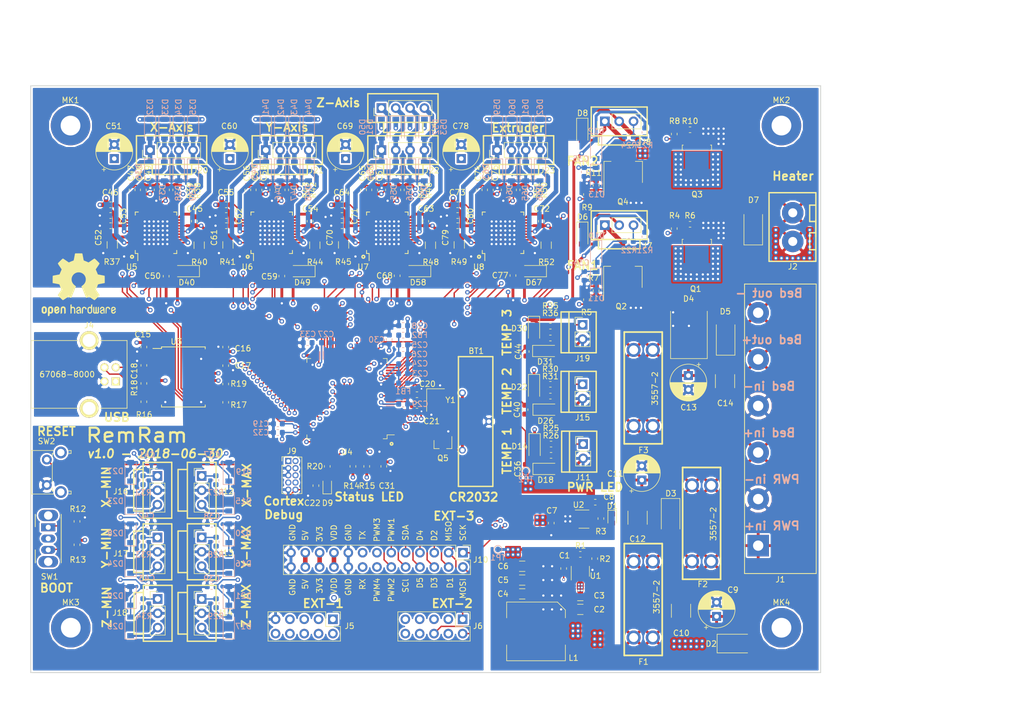
<source format=kicad_pcb>
(kicad_pcb (version 20171130) (host pcbnew "(5.0.0-rc2-204-g01c2d93a8)")
  (layers (0 F.Cu mixed) (1 In1.Cu signal) (2 In2.Cu power) (31 B.Cu power) (34 B.Paste user) (35 F.Paste user) (36 B.SilkS user) (37 F.SilkS user) (38 B.Mask user) (39 F.Mask user) (44 Edge.Cuts user))
  (net 0 "")
  (net 1 GND)
  (net 2 "Net-(U6-Pad6)")
  (net 3 VDD3V3)
  (net 4 "Net-(U6-Pad11)")
  (net 5 "Net-(U6-Pad12)")
  (net 6 "Net-(U6-Pad14)")
  (net 7 "/Motor X/OB1")
  (net 8 "Net-(U6-Pad16)")
  (net 9 "Net-(U6-Pad18)")
  (net 10 "/Motor X/OB2")
  (net 11 "Net-(U6-Pad20)")
  (net 12 "Net-(U6-Pad22)")
  (net 13 "Net-(U6-Pad23)")
  (net 14 "Net-(U6-Pad25)")
  (net 15 "Net-(U6-Pad28)")
  (net 16 "Net-(U6-Pad30)")
  (net 17 "Net-(U6-Pad31)")
  (net 18 VDD5V)
  (net 19 "Net-(U6-Pad36)")
  (net 20 "Net-(U6-Pad41)")
  (net 21 "/Motor X/OA2")
  (net 22 "Net-(U6-Pad43)")
  (net 23 "Net-(U6-Pad45)")
  (net 24 "/Motor X/OA1")
  (net 25 "Net-(U6-Pad47)")
  (net 26 "/Motor E/OA1")
  (net 27 "/Motor E/OA2")
  (net 28 "/Motor E/OB2")
  (net 29 "/Motor E/OB1")
  (net 30 /MCU/E_STEP)
  (net 31 "/Motor Z/OB1")
  (net 32 "Net-(U8-Pad18)")
  (net 33 "/Motor Z/OB2")
  (net 34 "Net-(U8-Pad28)")
  (net 35 "/Motor Z/OA2")
  (net 36 "/Motor Z/OA1")
  (net 37 "/Motor Y/OA1")
  (net 38 "/Motor Y/OA2")
  (net 39 "/Motor Y/OB2")
  (net 40 "/Motor Y/OB1")
  (net 41 /mosfets/VDD_BED)
  (net 42 "Net-(F3-Pad2)")
  (net 43 "Net-(F1-Pad2)")
  (net 44 /mosfets/VDD_HEAT)
  (net 45 /mosfets/BED_OUT)
  (net 46 /mosfets/HEAT_OUT)
  (net 47 /connectors/FAN2_OUT)
  (net 48 /connectors/FAN1_OUT)
  (net 49 /MCU/SDA)
  (net 50 /MCU/PWM_HEAT)
  (net 51 "Net-(Q1-Pad4)")
  (net 52 /MCU/PWM_FAN1)
  (net 53 /MCU/PWM_FAN2)
  (net 54 "Net-(Q4-Pad1)")
  (net 55 /MCU/SCL)
  (net 56 "Net-(D1-Pad2)")
  (net 57 /MCU/PWM_BED)
  (net 58 /MCU/DD-)
  (net 59 /MCU/THERM_1)
  (net 60 /MCU/THERM_2)
  (net 61 /MCU/THERM_3)
  (net 62 /MCU/DD+)
  (net 63 /MCU/VBUS)
  (net 64 GNDS)
  (net 65 /MCU/nRESET)
  (net 66 /MCU/SWDIO)
  (net 67 /MCU/SWCLK)
  (net 68 VDD_PWR)
  (net 69 /MCU/MISO)
  (net 70 /MCU/SCK)
  (net 71 /MCU/SS_SD)
  (net 72 /MCU/SD_CARD_DET)
  (net 73 /MCU/KILL_PIN)
  (net 74 /MCU/LCD_BEEPER)
  (net 75 /MCU/X_MIN)
  (net 76 /MCU/X_MAX)
  (net 77 /MCU/Y_MIN)
  (net 78 /MCU/Y_MAX)
  (net 79 /MCU/Z_MIN)
  (net 80 /MCU/Z_MAX)
  (net 81 /MCU/BTN_EN2)
  (net 82 /MCU/BTN_EN1)
  (net 83 /MCU/BTN_ENC)
  (net 84 /MCU/LCD_EN)
  (net 85 /MCU/LCD_RS)
  (net 86 /MCU/LCD_D4)
  (net 87 /MCU/LCD_D5)
  (net 88 /MCU/LCD_D6)
  (net 89 /MCU/LCD_D7)
  (net 90 /MCU/EXT_D1)
  (net 91 /MCU/EXT_D2)
  (net 92 "/Motor Z/SS")
  (net 93 "Net-(U7-Pad6)")
  (net 94 "/Motor Z/DIR")
  (net 95 "Net-(U7-Pad11)")
  (net 96 "Net-(U7-Pad12)")
  (net 97 "Net-(U7-Pad14)")
  (net 98 "Net-(U7-Pad16)")
  (net 99 "Net-(U7-Pad18)")
  (net 100 "Net-(U7-Pad20)")
  (net 101 "Net-(U7-Pad22)")
  (net 102 "Net-(U7-Pad23)")
  (net 103 "Net-(U7-Pad25)")
  (net 104 "/Motor Z/DIAG")
  (net 105 "Net-(U7-Pad28)")
  (net 106 "/Motor Z/EN")
  (net 107 "Net-(U7-Pad30)")
  (net 108 "Net-(U7-Pad31)")
  (net 109 "Net-(U7-Pad36)")
  (net 110 "Net-(U7-Pad41)")
  (net 111 "Net-(U7-Pad43)")
  (net 112 "Net-(U7-Pad45)")
  (net 113 "Net-(U7-Pad47)")
  (net 114 "Net-(U8-Pad47)")
  (net 115 "Net-(U8-Pad45)")
  (net 116 "Net-(U8-Pad43)")
  (net 117 "Net-(U8-Pad41)")
  (net 118 "Net-(U8-Pad36)")
  (net 119 "Net-(U8-Pad31)")
  (net 120 "Net-(U8-Pad30)")
  (net 121 "/Motor E/EN")
  (net 122 "/Motor E/DIAG")
  (net 123 "Net-(U8-Pad25)")
  (net 124 "Net-(U8-Pad23)")
  (net 125 "Net-(U8-Pad22)")
  (net 126 "Net-(U8-Pad20)")
  (net 127 "Net-(U8-Pad16)")
  (net 128 "Net-(U8-Pad14)")
  (net 129 "Net-(U8-Pad12)")
  (net 130 "Net-(U8-Pad11)")
  (net 131 "/Motor E/DIR")
  (net 132 "Net-(U8-Pad6)")
  (net 133 "/Motor E/SS")
  (net 134 "/Motor X/EN")
  (net 135 "/Motor X/DIAG")
  (net 136 "/Motor X/DIR")
  (net 137 "/Motor X/STEP")
  (net 138 "/Motor X/SS")
  (net 139 "/Motor Y/SS")
  (net 140 "/Motor Y/STEP")
  (net 141 "/Motor Y/DIR")
  (net 142 "/Motor Y/DIAG")
  (net 143 "/Motor Y/EN")
  (net 144 "/Motor Z/STEP")
  (net 145 /MCU/MOSI)
  (net 146 /MCU/MCU_DD-)
  (net 147 /MCU/MCU_DD+)
  (net 148 "Net-(C65-Pad2)")
  (net 149 "Net-(C56-Pad2)")
  (net 150 "Net-(C47-Pad2)")
  (net 151 /MCU/EXT_D4)
  (net 152 /MCU/EXT_D3)
  (net 153 /MCU/PWM_EXT3)
  (net 154 /MCU/PWM_EXT4)
  (net 155 /MCU/USART_TX)
  (net 156 /MCU/USART_RX)
  (net 157 /MCU/PWM_EXT1)
  (net 158 /MCU/PWM_EXT2)
  (net 159 "Net-(SW1-Pad2)")
  (net 160 "Net-(Q3-Pad4)")
  (net 161 "Net-(C1-Pad2)")
  (net 162 "Net-(J19-Pad1)")
  (net 163 "Net-(J18-Pad1)")
  (net 164 "Net-(R19-Pad1)")
  (net 165 "Net-(Q2-Pad1)")
  (net 166 "Net-(R1-Pad2)")
  (net 167 "Net-(C1-Pad1)")
  (net 168 "Net-(U1-Pad5)")
  (net 169 "Net-(U2-Pad4)")
  (net 170 /MCU/FAN_SPEED1)
  (net 171 /MCU/FAN_SPEED2)
  (net 172 /MCU/STATUS_LED)
  (net 173 "Net-(U5-Pad47)")
  (net 174 "Net-(U5-Pad45)")
  (net 175 "Net-(U5-Pad43)")
  (net 176 "Net-(U5-Pad41)")
  (net 177 "Net-(U5-Pad36)")
  (net 178 "Net-(U5-Pad31)")
  (net 179 "Net-(U5-Pad30)")
  (net 180 "Net-(U5-Pad28)")
  (net 181 "Net-(U5-Pad25)")
  (net 182 "Net-(U5-Pad23)")
  (net 183 "Net-(U5-Pad22)")
  (net 184 "Net-(U5-Pad20)")
  (net 185 "Net-(U5-Pad18)")
  (net 186 "Net-(U5-Pad16)")
  (net 187 "Net-(U5-Pad14)")
  (net 188 "Net-(U5-Pad12)")
  (net 189 "Net-(U5-Pad11)")
  (net 190 "Net-(U5-Pad6)")
  (net 191 "Net-(U4-Pad37)")
  (net 192 "Net-(U4-Pad38)")
  (net 193 "Net-(U4-Pad39)")
  (net 194 "Net-(U4-Pad82)")
  (net 195 "Net-(U4-Pad83)")
  (net 196 "Net-(U4-Pad84)")
  (net 197 "Net-(U4-Pad88)")
  (net 198 "Net-(U4-Pad95)")
  (net 199 "Net-(U4-Pad96)")
  (net 200 "Net-(U4-Pad97)")
  (net 201 "Net-(R13-Pad2)")
  (net 202 "Net-(R12-Pad2)")
  (net 203 "Net-(J17-Pad1)")
  (net 204 "Net-(R18-Pad2)")
  (net 205 "Net-(R17-Pad2)")
  (net 206 "Net-(R16-Pad1)")
  (net 207 "Net-(D9-Pad2)")
  (net 208 "Net-(U4-Pad67)")
  (net 209 /MCU/EXT_D5)
  (net 210 "Net-(BT1-Pad2)")
  (net 211 "Net-(C21-Pad1)")
  (net 212 "Net-(C20-Pad2)")
  (net 213 "Net-(C23-Pad2)")
  (net 214 "Net-(C25-Pad1)")
  (net 215 "Net-(C27-Pad2)")
  (net 216 "Net-(C19-Pad1)")
  (net 217 "Net-(C18-Pad2)")
  (net 218 "Net-(R49-Pad1)")
  (net 219 "Net-(C73-Pad2)")
  (net 220 "Net-(C74-Pad2)")
  (net 221 "Net-(C74-Pad1)")
  (net 222 "Net-(C76-Pad1)")
  (net 223 "Net-(R52-Pad2)")
  (net 224 "Net-(R45-Pad1)")
  (net 225 "Net-(C64-Pad2)")
  (net 226 "Net-(C65-Pad1)")
  (net 227 "Net-(C67-Pad1)")
  (net 228 "Net-(R48-Pad2)")
  (net 229 "Net-(R41-Pad1)")
  (net 230 "Net-(C55-Pad2)")
  (net 231 "Net-(C56-Pad1)")
  (net 232 "Net-(C58-Pad1)")
  (net 233 "Net-(R44-Pad2)")
  (net 234 "Net-(R37-Pad1)")
  (net 235 "Net-(C46-Pad2)")
  (net 236 "Net-(C47-Pad1)")
  (net 237 "Net-(C49-Pad1)")
  (net 238 "Net-(R40-Pad2)")
  (net 239 "Net-(Q5-Pad2)")
  (net 240 "Net-(J9-Pad6)")
  (net 241 "Net-(J9-Pad7)")
  (net 242 "Net-(J9-Pad8)")
  (net 243 "Net-(J6-Pad10)")
  (net 244 "Net-(J6-Pad9)")
  (net 245 "Net-(J13-Pad1)")
  (net 246 "Net-(J16-Pad1)")
  (net 247 "Net-(J14-Pad1)")
  (net 248 "Net-(J12-Pad1)")
  (net 249 "Net-(J8-Pad3)")
  (net 250 "Net-(J7-Pad3)")
  (net 251 "Net-(J11-Pad1)")
  (net 252 "Net-(J15-Pad1)")
  (net 253 "Net-(MK4-Pad1)")
  (net 254 "Net-(MK1-Pad1)")
  (net 255 "Net-(MK3-Pad1)")
  (net 256 "Net-(MK2-Pad1)")
  (module custom-footprints:PinHeader_2x13_P2.54mm_Vertical (layer F.Cu) (at 138.8 124.25 270)
    (fp_text reference J10 (at 1.25 -3.15) (layer F.SilkS))
    (fp_text value Conn_02x13_Odd_Even)
    (fp_text user SCK (at -3.556 0 270) (layer F.SilkS))
    (fp_text user MISO (at -3.81 2.54 270) (layer F.SilkS))
    (fp_text user D2 (at -3.048 5.08 270) (layer F.SilkS))
    (fp_text user D4 (at -3.048 7.62 270) (layer F.SilkS))
    (fp_text user SDA (at -3.556 10.16 270) (layer F.SilkS))
    (fp_text user PWM1 (at -4.064 12.7 90) (layer F.SilkS))
    (fp_text user PWM3 (at -4.064 15.24 270) (layer F.SilkS))
    (fp_text user TX (at -3.048 17.78 270) (layer F.SilkS))
    (fp_text user GND (at -3.556 20.32 270) (layer F.SilkS))
    (fp_text user VDD (at -3.556 22.86 270) (layer F.SilkS))
    (fp_text user 3V3 (at -3.302 25.4 270) (layer F.SilkS))
    (fp_text user 5V (at -3.048 27.94 270) (layer F.SilkS))
    (fp_text user GND (at -3.556 30.226 270) (layer F.SilkS))
    (fp_text user GND (at 6.096 30.226 270) (layer F.SilkS))
    (fp_text user GND (at 6.096 20.32 270) (layer F.SilkS))
    (fp_text user 5V (at 5.588 27.94 270) (layer F.SilkS))
    (fp_text user 3V3 (at 5.842 25.4 270) (layer F.SilkS))
    (fp_text user RX (at 5.588 17.78 270) (layer F.SilkS))
    (fp_text user VDD (at 5.842 22.86 270) (layer F.SilkS))
    (fp_text user PWM4 (at 6.604 15.24 270) (layer F.SilkS))
    (fp_text user PWM2 (at 6.604 12.7 270) (layer F.SilkS))
    (fp_text user SCl (at 5.842 10.16 270) (layer F.SilkS))
    (fp_text user D5 (at 5.334 7.62 270) (layer F.SilkS))
    (fp_text user D3 (at 5.334 5.08 270) (layer F.SilkS))
    (fp_text user D1 (at 5.334 2.286 270) (layer F.SilkS))
    (fp_text user MOSI (at 6.35 0 270) (layer F.SilkS))
    (pad 1 thru_hole rect (at 0 0 270) (size 1.7 1.7) (drill 1) (layers *.Cu *.Mask) (net 70 /MCU/SCK))
    (pad 2 thru_hole oval (at 2.54 0 270) (size 1.7 1.7) (drill 1) (layers *.Cu *.Mask) (net 145 /MCU/MOSI))
    (pad 3 thru_hole oval (at 0 2.54 270) (size 1.7 1.7) (drill 1) (layers *.Cu *.Mask) (net 69 /MCU/MISO))
    (pad 4 thru_hole oval (at 2.54 2.54 270) (size 1.7 1.7) (drill 1) (layers *.Cu *.Mask) (net 90 /MCU/EXT_D1))
    (pad 5 thru_hole oval (at 0 5.08 270) (size 1.7 1.7) (drill 1) (layers *.Cu *.Mask) (net 91 /MCU/EXT_D2))
    (pad 6 thru_hole oval (at 2.54 5.08 270) (size 1.7 1.7) (drill 1) (layers *.Cu *.Mask) (net 152 /MCU/EXT_D3))
    (pad 7 thru_hole oval (at 0 7.62 270) (size 1.7 1.7) (drill 1) (layers *.Cu *.Mask) (net 151 /MCU/EXT_D4))
    (pad 8 thru_hole oval (at 2.54 7.62 270) (size 1.7 1.7) (drill 1) (layers *.Cu *.Mask) (net 209 /MCU/EXT_D5))
    (pad 9 thru_hole oval (at 0 10.16 270) (size 1.7 1.7) (drill 1) (layers *.Cu *.Mask) (net 49 /MCU/SDA))
    (pad 10 thru_hole oval (at 2.54 10.16 270) (size 1.7 1.7) (drill 1) (layers *.Cu *.Mask) (net 55 /MCU/SCL))
    (pad 11 thru_hole oval (at 0 12.7 270) (size 1.7 1.7) (drill 1) (layers *.Cu *.Mask) (net 157 /MCU/PWM_EXT1))
    (pad 12 thru_hole oval (at 2.54 12.7 270) (size 1.7 1.7) (drill 1) (layers *.Cu *.Mask) (net 158 /MCU/PWM_EXT2))
    (pad 13 thru_hole oval (at 0 15.24 270) (size 1.7 1.7) (drill 1) (layers *.Cu *.Mask) (net 153 /MCU/PWM_EXT3))
    (pad 14 thru_hole oval (at 2.54 15.24 270) (size 1.7 1.7) (drill 1) (layers *.Cu *.Mask) (net 154 /MCU/PWM_EXT4))
    (pad 15 thru_hole oval (at 0 17.78 270) (size 1.7 1.7) (drill 1) (layers *.Cu *.Mask) (net 155 /MCU/USART_TX))
    (pad 16 thru_hole oval (at 2.54 17.78 270) (size 1.7 1.7) (drill 1) (layers *.Cu *.Mask) (net 156 /MCU/USART_RX))
    (pad 17 thru_hole oval (at 0 20.32 270) (size 1.7 1.7) (drill 1) (layers *.Cu *.Mask) (net 1 GND))
    (pad 18 thru_hole oval (at 2.54 20.32 270) (size 1.7 1.7) (drill 1) (layers *.Cu *.Mask) (net 1 GND))
    (pad 19 thru_hole oval (at 0 22.86 270) (size 1.7 1.7) (drill 1) (layers *.Cu *.Mask) (net 68 VDD_PWR))
    (pad 20 thru_hole oval (at 2.54 22.86 270) (size 1.7 1.7) (drill 1) (layers *.Cu *.Mask) (net 68 VDD_PWR))
    (pad 21 thru_hole oval (at 0 25.4 270) (size 1.7 1.7) (drill 1) (layers *.Cu *.Mask) (net 3 VDD3V3))
    (pad 22 thru_hole oval (at 2.54 25.4 270) (size 1.7 1.7) (drill 1) (layers *.Cu *.Mask) (net 3 VDD3V3))
    (pad 23 thru_hole oval (at 0 27.94 270) (size 1.7 1.7) (drill 1) (layers *.Cu *.Mask) (net 18 VDD5V))
    (pad 24 thru_hole oval (at 2.54 27.94 270) (size 1.7 1.7) (drill 1) (layers *.Cu *.Mask) (net 18 VDD5V))
    (pad 25 thru_hole oval (at 0 30.48 270) (size 1.7 1.7) (drill 1) (layers *.Cu *.Mask) (net 1 GND))
    (pad 26 thru_hole oval (at 2.54 30.48 270) (size 1.7 1.7) (drill 1) (layers *.Cu *.Mask) (net 1 GND))
  )
  (module Connector_PinHeader_2.54mm:PinHeader_2x05_P2.54mm_Vertical (layer F.Cu) (at 115.75 136.05 270)
    (fp_text reference J5 (at 1.2 -2.95) (layer F.SilkS))
    (fp_text value Conn_02x05)
    (pad 10 thru_hole oval (at 2.54 10.16 270) (size 1.7 1.7) (drill 1) (layers *.Cu *.Mask) (net 18 VDD5V))
    (pad 9 thru_hole oval (at 0 10.16 270) (size 1.7 1.7) (drill 1) (layers *.Cu *.Mask) (net 1 GND))
    (pad 8 thru_hole oval (at 2.54 7.62 270) (size 1.7 1.7) (drill 1) (layers *.Cu *.Mask) (net 89 /MCU/LCD_D7))
    (pad 7 thru_hole oval (at 0 7.62 270) (size 1.7 1.7) (drill 1) (layers *.Cu *.Mask) (net 88 /MCU/LCD_D6))
    (pad 6 thru_hole oval (at 2.54 5.08 270) (size 1.7 1.7) (drill 1) (layers *.Cu *.Mask) (net 87 /MCU/LCD_D5))
    (pad 5 thru_hole oval (at 0 5.08 270) (size 1.7 1.7) (drill 1) (layers *.Cu *.Mask) (net 86 /MCU/LCD_D4))
    (pad 4 thru_hole oval (at 2.54 2.54 270) (size 1.7 1.7) (drill 1) (layers *.Cu *.Mask) (net 85 /MCU/LCD_RS))
    (pad 3 thru_hole oval (at 0 2.54 270) (size 1.7 1.7) (drill 1) (layers *.Cu *.Mask) (net 84 /MCU/LCD_EN))
    (pad 2 thru_hole oval (at 2.54 0 270) (size 1.7 1.7) (drill 1) (layers *.Cu *.Mask) (net 83 /MCU/BTN_ENC))
    (pad 1 thru_hole rect (at 0 0 270) (size 1.7 1.7) (drill 1) (layers *.Cu *.Mask) (net 74 /MCU/LCD_BEEPER))
  )
  (module Connector_PinHeader_2.54mm:PinHeader_2x05_P2.54mm_Vertical (layer F.Cu) (at 138.75 136.05 270)
    (fp_text reference J6 (at 1.2 -2.7) (layer F.SilkS))
    (fp_text value Conn_02x05)
    (pad 1 thru_hole rect (at 0 0 270) (size 1.7 1.7) (drill 1) (layers *.Cu *.Mask) (net 69 /MCU/MISO))
    (pad 2 thru_hole oval (at 2.54 0 270) (size 1.7 1.7) (drill 1) (layers *.Cu *.Mask) (net 70 /MCU/SCK))
    (pad 3 thru_hole oval (at 0 2.54 270) (size 1.7 1.7) (drill 1) (layers *.Cu *.Mask) (net 82 /MCU/BTN_EN1))
    (pad 4 thru_hole oval (at 2.54 2.54 270) (size 1.7 1.7) (drill 1) (layers *.Cu *.Mask) (net 71 /MCU/SS_SD))
    (pad 5 thru_hole oval (at 0 5.08 270) (size 1.7 1.7) (drill 1) (layers *.Cu *.Mask) (net 81 /MCU/BTN_EN2))
    (pad 6 thru_hole oval (at 2.54 5.08 270) (size 1.7 1.7) (drill 1) (layers *.Cu *.Mask) (net 145 /MCU/MOSI))
    (pad 7 thru_hole oval (at 0 7.62 270) (size 1.7 1.7) (drill 1) (layers *.Cu *.Mask) (net 72 /MCU/SD_CARD_DET))
    (pad 8 thru_hole oval (at 2.54 7.62 270) (size 1.7 1.7) (drill 1) (layers *.Cu *.Mask) (net 73 /MCU/KILL_PIN))
    (pad 9 thru_hole oval (at 0 10.16 270) (size 1.7 1.7) (drill 1) (layers *.Cu *.Mask) (net 244 "Net-(J6-Pad9)"))
    (pad 10 thru_hole oval (at 2.54 10.16 270) (size 1.7 1.7) (drill 1) (layers *.Cu *.Mask) (net 243 "Net-(J6-Pad10)"))
  )
  (module custom-footprints:70543-0001 (layer F.Cu) (at 160 94.4)
    (fp_text reference J15 (at 0 5.9) (layer F.SilkS))
    (fp_text value 70543-0001)
    (pad 1 thru_hole rect (at 0 0) (size 1.7 1.7) (drill 1) (layers *.Cu *.Mask) (net 252 "Net-(J15-Pad1)"))
    (pad 2 thru_hole oval (at 0 2.54) (size 1.7 1.7) (drill 1) (layers *.Cu *.Mask) (net 1 GND))
  )
  (module custom-footprints:70543-0001 (layer F.Cu) (at 160 83.86)
    (fp_text reference J19 (at 0 5.94) (layer F.SilkS))
    (fp_text value 70543-0001)
    (pad 2 thru_hole oval (at 0 2.54) (size 1.7 1.7) (drill 1) (layers *.Cu *.Mask) (net 1 GND))
    (pad 1 thru_hole rect (at 0 0) (size 1.7 1.7) (drill 1) (layers *.Cu *.Mask) (net 162 "Net-(J19-Pad1)"))
  )
  (module MountingHole:MountingHole_3.5mm_Pad (layer F.Cu) (at 69.25 48.55)
    (fp_text reference MK1 (at 0 -4.5) (layer F.SilkS))
    (fp_text value Mounting_Hole_PAD)
    (pad 1 thru_hole circle (at 0 0) (size 7 7) (drill 3.5) (layers *.Cu *.Mask) (net 254 "Net-(MK1-Pad1)"))
  )
  (module MountingHole:MountingHole_3.5mm_Pad (layer F.Cu) (at 195.25 48.55)
    (fp_text reference MK2 (at 0 -4.5) (layer F.SilkS))
    (fp_text value Mounting_Hole_PAD)
    (pad 1 thru_hole circle (at 0 0) (size 7 7) (drill 3.5) (layers *.Cu *.Mask) (net 256 "Net-(MK2-Pad1)"))
  )
  (module MountingHole:MountingHole_3.5mm_Pad (layer F.Cu) (at 195.25 137.55)
    (fp_text reference MK4 (at 0 -4.5) (layer F.SilkS))
    (fp_text value Mounting_Hole_PAD)
    (pad 1 thru_hole circle (at 0 0) (size 7 7) (drill 3.5) (layers *.Cu *.Mask) (net 253 "Net-(MK4-Pad1)"))
  )
  (module MountingHole:MountingHole_3.5mm_Pad (layer F.Cu) (at 69.3 137.55)
    (fp_text reference MK3 (at 0 -4.5) (layer F.SilkS))
    (fp_text value Mounting_Hole_PAD)
    (pad 1 thru_hole circle (at 0 0) (size 7 7) (drill 3.5) (layers *.Cu *.Mask) (net 255 "Net-(MK3-Pad1)"))
  )
  (module Capacitor_SMD:C_0603_1608Metric (layer B.Cu) (at 106 101.4 180)
    (fp_text reference C19 (at 3 0 180) (layer B.SilkS) (effects (justify mirror)))
    (fp_text value 2.2uF)
    (pad 1 smd roundrect (at -0.7875 0 180) (size 0.875 0.95) (layers B.Cu B.Paste B.Mask) (net 216 "Net-(C19-Pad1)"))
    (pad 2 smd roundrect (at 0.7875 0 180) (size 0.875 0.95) (layers B.Cu B.Paste B.Mask) (net 1 GND))
  )
  (module Diode_SMD:D_SOD-123 (layer F.Cu) (at 151.5 105.4 270)
    (fp_text reference D14 (at 0 2.65 180) (layer F.SilkS))
    (fp_text value BAT54GWJ)
    (pad 1 smd rect (at -1.65 0 270) (size 0.9 1.2) (layers F.Cu F.Paste F.Mask) (net 3 VDD3V3))
    (pad 2 smd rect (at 1.65 0 270) (size 0.9 1.2) (layers F.Cu F.Paste F.Mask) (net 59 /MCU/THERM_1))
  )
  (module Diode_SMD:D_SOD-123 (layer F.Cu) (at 159.95 49.5 270)
    (fp_text reference D8 (at -3.15 -0.05) (layer F.SilkS))
    (fp_text value BAT54GWJ)
    (pad 2 smd rect (at 1.65 0 270) (size 0.9 1.2) (layers F.Cu F.Paste F.Mask) (net 47 /connectors/FAN2_OUT))
    (pad 1 smd rect (at -1.65 0 270) (size 0.9 1.2) (layers F.Cu F.Paste F.Mask) (net 18 VDD5V))
  )
  (module Diode_SMD:D_SOD-123 (layer F.Cu) (at 159.95 67.9 270)
    (fp_text reference D6 (at -3.15 -0.05) (layer F.SilkS))
    (fp_text value BAT54GWJ)
    (pad 2 smd rect (at 1.65 0 270) (size 0.9 1.2) (layers F.Cu F.Paste F.Mask) (net 48 /connectors/FAN1_OUT))
    (pad 1 smd rect (at -1.65 0 270) (size 0.9 1.2) (layers F.Cu F.Paste F.Mask) (net 18 VDD5V))
  )
  (module Diode_SMD:D_SOD-123 (layer F.Cu) (at 153.45 109.4)
    (fp_text reference D18 (at 0 1.95) (layer F.SilkS))
    (fp_text value BAT54GWJ)
    (pad 1 smd rect (at -1.65 0) (size 0.9 1.2) (layers F.Cu F.Paste F.Mask) (net 59 /MCU/THERM_1))
    (pad 2 smd rect (at 1.65 0) (size 0.9 1.2) (layers F.Cu F.Paste F.Mask) (net 1 GND))
  )
  (module Diode_SMD:D_SOD-123 (layer B.Cu) (at 79.9 115.2 90)
    (fp_text reference D23 (at 0.1 -2.7 180) (layer B.SilkS) (effects (justify mirror)))
    (fp_text value BAT54GWJ)
    (pad 1 smd rect (at -1.65 0 90) (size 0.9 1.2) (layers B.Cu B.Paste B.Mask) (net 3 VDD3V3))
    (pad 2 smd rect (at 1.65 0 90) (size 0.9 1.2) (layers B.Cu B.Paste B.Mask) (net 75 /MCU/X_MIN))
  )
  (module Diode_SMD:D_SOD-123 (layer F.Cu) (at 153.45 98.9)
    (fp_text reference D26 (at 0 2) (layer F.SilkS))
    (fp_text value BAT54GWJ)
    (pad 2 smd rect (at 1.65 0) (size 0.9 1.2) (layers F.Cu F.Paste F.Mask) (net 1 GND))
    (pad 1 smd rect (at -1.65 0) (size 0.9 1.2) (layers F.Cu F.Paste F.Mask) (net 60 /MCU/THERM_2))
  )
  (module Diode_SMD:D_SOD-123 (layer F.Cu) (at 151.4 94.9 270)
    (fp_text reference D22 (at 0 2.65) (layer F.SilkS))
    (fp_text value BAT54GWJ)
    (pad 1 smd rect (at -1.65 0 270) (size 0.9 1.2) (layers F.Cu F.Paste F.Mask) (net 3 VDD3V3))
    (pad 2 smd rect (at 1.65 0 270) (size 0.9 1.2) (layers F.Cu F.Paste F.Mask) (net 60 /MCU/THERM_2))
  )
  (module Diode_SMD:D_SOD-123 (layer B.Cu) (at 97.3 131.9 90)
    (fp_text reference D21 (at 0 2.6 180) (layer B.SilkS) (effects (justify mirror)))
    (fp_text value BAT54GWJ)
    (pad 2 smd rect (at 1.65 0 90) (size 0.9 1.2) (layers B.Cu B.Paste B.Mask) (net 1 GND))
    (pad 1 smd rect (at -1.65 0 90) (size 0.9 1.2) (layers B.Cu B.Paste B.Mask) (net 80 /MCU/Z_MAX))
  )
  (module Diode_SMD:D_SOD-123 (layer B.Cu) (at 97.3 120.8 90)
    (fp_text reference D20 (at 0 2.6 180) (layer B.SilkS) (effects (justify mirror)))
    (fp_text value BAT54GWJ)
    (pad 1 smd rect (at -1.65 0 90) (size 0.9 1.2) (layers B.Cu B.Paste B.Mask) (net 78 /MCU/Y_MAX))
    (pad 2 smd rect (at 1.65 0 90) (size 0.9 1.2) (layers B.Cu B.Paste B.Mask) (net 1 GND))
  )
  (module Diode_SMD:D_SOD-123 (layer B.Cu) (at 97.3 109.9 90)
    (fp_text reference D19 (at 0 2.7 180) (layer B.SilkS) (effects (justify mirror)))
    (fp_text value BAT54GWJ)
    (pad 2 smd rect (at 1.65 0 90) (size 0.9 1.2) (layers B.Cu B.Paste B.Mask) (net 1 GND))
    (pad 1 smd rect (at -1.65 0 90) (size 0.9 1.2) (layers B.Cu B.Paste B.Mask) (net 76 /MCU/X_MAX))
  )
  (module Diode_SMD:D_SOD-123 (layer B.Cu) (at 97.3 137.3 90)
    (fp_text reference D17 (at 0 2.6 180) (layer B.SilkS) (effects (justify mirror)))
    (fp_text value BAT54GWJ)
    (pad 1 smd rect (at -1.65 0 90) (size 0.9 1.2) (layers B.Cu B.Paste B.Mask) (net 3 VDD3V3))
    (pad 2 smd rect (at 1.65 0 90) (size 0.9 1.2) (layers B.Cu B.Paste B.Mask) (net 80 /MCU/Z_MAX))
  )
  (module Diode_SMD:D_SOD-123 (layer B.Cu) (at 126.875 56.7 270)
    (fp_text reference D55 (at 3.7 0.325 270) (layer B.SilkS) (effects (justify mirror)))
    (fp_text value S310FA)
    (pad 1 smd rect (at -1.65 0 270) (size 0.9 1.2) (layers B.Cu B.Paste B.Mask) (net 35 "/Motor Z/OA2"))
    (pad 2 smd rect (at 1.65 0 270) (size 0.9 1.2) (layers B.Cu B.Paste B.Mask) (net 1 GND))
  )
  (module Diode_SMD:D_SOD-123 (layer B.Cu) (at 149.925 49.1 270)
    (fp_text reference D61 (at -3.85 0.025 270) (layer B.SilkS) (effects (justify mirror)))
    (fp_text value S310FA)
    (pad 2 smd rect (at 1.65 0 270) (size 0.9 1.2) (layers B.Cu B.Paste B.Mask) (net 29 "/Motor E/OB1"))
    (pad 1 smd rect (at -1.65 0 270) (size 0.9 1.2) (layers B.Cu B.Paste B.Mask) (net 68 VDD_PWR))
  )
  (module Diode_SMD:D_SOD-123 (layer B.Cu) (at 144.85 49.1 270)
    (fp_text reference D59 (at -3.85 0 270) (layer B.SilkS) (effects (justify mirror)))
    (fp_text value S310FA)
    (pad 1 smd rect (at -1.65 0 270) (size 0.9 1.2) (layers B.Cu B.Paste B.Mask) (net 68 VDD_PWR))
    (pad 2 smd rect (at 1.65 0 270) (size 0.9 1.2) (layers B.Cu B.Paste B.Mask) (net 26 "/Motor E/OA1"))
  )
  (module Diode_SMD:D_SOD-123 (layer F.Cu) (at 130.85 74.35 180)
    (fp_text reference D58 (at 0 -2 180) (layer F.SilkS))
    (fp_text value S310FA)
    (pad 2 smd rect (at 1.65 0 180) (size 0.9 1.2) (layers F.Cu F.Paste F.Mask) (net 3 VDD3V3))
    (pad 1 smd rect (at -1.65 0 180) (size 0.9 1.2) (layers F.Cu F.Paste F.Mask) (net 68 VDD_PWR))
  )
  (module Diode_SMD:D_SOD-123 (layer B.Cu) (at 131.95 56.7 270)
    (fp_text reference D57 (at 3.8 0.05 270) (layer B.SilkS) (effects (justify mirror)))
    (fp_text value S310FA)
    (pad 1 smd rect (at -1.65 0 270) (size 0.9 1.2) (layers B.Cu B.Paste B.Mask) (net 33 "/Motor Z/OB2"))
    (pad 2 smd rect (at 1.65 0 270) (size 0.9 1.2) (layers B.Cu B.Paste B.Mask) (net 1 GND))
  )
  (module Diode_SMD:D_SOD-123 (layer B.Cu) (at 152.475 49.1 270)
    (fp_text reference D62 (at -3.85 0.025 270) (layer B.SilkS) (effects (justify mirror)))
    (fp_text value S310FA)
    (pad 2 smd rect (at 1.65 0 270) (size 0.9 1.2) (layers B.Cu B.Paste B.Mask) (net 28 "/Motor E/OB2"))
    (pad 1 smd rect (at -1.65 0 270) (size 0.9 1.2) (layers B.Cu B.Paste B.Mask) (net 68 VDD_PWR))
  )
  (module Diode_SMD:D_SOD-123 (layer B.Cu) (at 79.9 126.25 90)
    (fp_text reference D24 (at 0.05 -2.7 180) (layer B.SilkS) (effects (justify mirror)))
    (fp_text value BAT54GWJ)
    (pad 2 smd rect (at 1.65 0 90) (size 0.9 1.2) (layers B.Cu B.Paste B.Mask) (net 77 /MCU/Y_MIN))
    (pad 1 smd rect (at -1.65 0 90) (size 0.9 1.2) (layers B.Cu B.Paste B.Mask) (net 3 VDD3V3))
  )
  (module Diode_SMD:D_SOD-123 (layer B.Cu) (at 129.425 56.7 270)
    (fp_text reference D56 (at 3.8 0.075 270) (layer B.SilkS) (effects (justify mirror)))
    (fp_text value S310FA)
    (pad 2 smd rect (at 1.65 0 270) (size 0.9 1.2) (layers B.Cu B.Paste B.Mask) (net 1 GND))
    (pad 1 smd rect (at -1.65 0 270) (size 0.9 1.2) (layers B.Cu B.Paste B.Mask) (net 31 "/Motor Z/OB1"))
  )
  (module Diode_SMD:D_SOD-123 (layer B.Cu) (at 111.475 49.1 270)
    (fp_text reference D44 (at -3.85 0.025 270) (layer B.SilkS) (effects (justify mirror)))
    (fp_text value S310FA)
    (pad 1 smd rect (at -1.65 0 270) (size 0.9 1.2) (layers B.Cu B.Paste B.Mask) (net 68 VDD_PWR))
    (pad 2 smd rect (at 1.65 0 270) (size 0.9 1.2) (layers B.Cu B.Paste B.Mask) (net 39 "/Motor Y/OB2"))
  )
  (module Diode_SMD:D_SOD-123 (layer B.Cu) (at 106.375 56.7 270)
    (fp_text reference D46 (at 3.7 0.325 270) (layer B.SilkS) (effects (justify mirror)))
    (fp_text value S310FA)
    (pad 2 smd rect (at 1.65 0 270) (size 0.9 1.2) (layers B.Cu B.Paste B.Mask) (net 1 GND))
    (pad 1 smd rect (at -1.65 0 270) (size 0.9 1.2) (layers B.Cu B.Paste B.Mask) (net 38 "/Motor Y/OA2"))
  )
  (module Diode_SMD:D_SOD-123 (layer B.Cu) (at 108.925 56.7 270)
    (fp_text reference D47 (at 3.8 0.075 270) (layer B.SilkS) (effects (justify mirror)))
    (fp_text value S310FA)
    (pad 1 smd rect (at -1.65 0 270) (size 0.9 1.2) (layers B.Cu B.Paste B.Mask) (net 40 "/Motor Y/OB1"))
    (pad 2 smd rect (at 1.65 0 270) (size 0.9 1.2) (layers B.Cu B.Paste B.Mask) (net 1 GND))
  )
  (module Diode_SMD:D_SOD-123 (layer B.Cu) (at 111.45 56.7 270)
    (fp_text reference D48 (at 3.8 0.05 270) (layer B.SilkS) (effects (justify mirror)))
    (fp_text value S310FA)
    (pad 2 smd rect (at 1.65 0 270) (size 0.9 1.2) (layers B.Cu B.Paste B.Mask) (net 1 GND))
    (pad 1 smd rect (at -1.65 0 270) (size 0.9 1.2) (layers B.Cu B.Paste B.Mask) (net 39 "/Motor Y/OB2"))
  )
  (module Diode_SMD:D_SOD-123 (layer F.Cu) (at 110.35 74.35 180)
    (fp_text reference D49 (at 0 -2 180) (layer F.SilkS))
    (fp_text value S310FA)
    (pad 1 smd rect (at -1.65 0 180) (size 0.9 1.2) (layers F.Cu F.Paste F.Mask) (net 68 VDD_PWR))
    (pad 2 smd rect (at 1.65 0 180) (size 0.9 1.2) (layers F.Cu F.Paste F.Mask) (net 3 VDD3V3))
  )
  (module Diode_SMD:D_SOD-123 (layer B.Cu) (at 124.35 49.1 270)
    (fp_text reference D50 (at -0.3 3.35 270) (layer B.SilkS) (effects (justify mirror)))
    (fp_text value S310FA)
    (pad 2 smd rect (at 1.65 0 270) (size 0.9 1.2) (layers B.Cu B.Paste B.Mask) (net 36 "/Motor Z/OA1"))
    (pad 1 smd rect (at -1.65 0 270) (size 0.9 1.2) (layers B.Cu B.Paste B.Mask) (net 68 VDD_PWR))
  )
  (module Diode_SMD:D_SOD-123 (layer B.Cu) (at 162.4 57.65 270)
    (fp_text reference D13 (at 3.1 -0.1) (layer B.SilkS) (effects (justify mirror)))
    (fp_text value BAT54GWJ)
    (pad 1 smd rect (at -1.65 0 270) (size 0.9 1.2) (layers B.Cu B.Paste B.Mask) (net 171 /MCU/FAN_SPEED2))
    (pad 2 smd rect (at 1.65 0 270) (size 0.9 1.2) (layers B.Cu B.Paste B.Mask) (net 1 GND))
  )
  (module Diode_SMD:D_SOD-123 (layer B.Cu) (at 129.425 49.1 270)
    (fp_text reference D52 (at -0.3 -4.575 270) (layer B.SilkS) (effects (justify mirror)))
    (fp_text value S310FA)
    (pad 2 smd rect (at 1.65 0 270) (size 0.9 1.2) (layers B.Cu B.Paste B.Mask) (net 31 "/Motor Z/OB1"))
    (pad 1 smd rect (at -1.65 0 270) (size 0.9 1.2) (layers B.Cu B.Paste B.Mask) (net 68 VDD_PWR))
  )
  (module Diode_SMD:D_SOD-123 (layer B.Cu) (at 97.3 126.25 90)
    (fp_text reference D16 (at 0.05 2.6 180) (layer B.SilkS) (effects (justify mirror)))
    (fp_text value BAT54GWJ)
    (pad 2 smd rect (at 1.65 0 90) (size 0.9 1.2) (layers B.Cu B.Paste B.Mask) (net 78 /MCU/Y_MAX))
    (pad 1 smd rect (at -1.65 0 90) (size 0.9 1.2) (layers B.Cu B.Paste B.Mask) (net 3 VDD3V3))
  )
  (module Diode_SMD:D_SOD-123 (layer B.Cu) (at 131.975 49.1 270)
    (fp_text reference D53 (at -0.3 -3.425 270) (layer B.SilkS) (effects (justify mirror)))
    (fp_text value S310FA)
    (pad 2 smd rect (at 1.65 0 270) (size 0.9 1.2) (layers B.Cu B.Paste B.Mask) (net 33 "/Motor Z/OB2"))
    (pad 1 smd rect (at -1.65 0 270) (size 0.9 1.2) (layers B.Cu B.Paste B.Mask) (net 68 VDD_PWR))
  )
  (module Diode_SMD:D_SOD-123 (layer B.Cu) (at 124.35 56.7 270)
    (fp_text reference D54 (at 0 2 270) (layer B.SilkS) (effects (justify mirror)))
    (fp_text value S310FA)
    (pad 1 smd rect (at -1.65 0 270) (size 0.9 1.2) (layers B.Cu B.Paste B.Mask) (net 36 "/Motor Z/OA1"))
    (pad 2 smd rect (at 1.65 0 270) (size 0.9 1.2) (layers B.Cu B.Paste B.Mask) (net 1 GND))
  )
  (module Diode_SMD:D_SOD-123 (layer B.Cu) (at 152.45 56.7 270)
    (fp_text reference D66 (at 3.8 0.05 270) (layer B.SilkS) (effects (justify mirror)))
    (fp_text value S310FA)
    (pad 2 smd rect (at 1.65 0 270) (size 0.9 1.2) (layers B.Cu B.Paste B.Mask) (net 1 GND))
    (pad 1 smd rect (at -1.65 0 270) (size 0.9 1.2) (layers B.Cu B.Paste B.Mask) (net 28 "/Motor E/OB2"))
  )
  (module Diode_SMD:D_SOD-123 (layer B.Cu) (at 147.375 56.7 270)
    (fp_text reference D64 (at 3.7 0.325 270) (layer B.SilkS) (effects (justify mirror)))
    (fp_text value S310FA)
    (pad 1 smd rect (at -1.65 0 270) (size 0.9 1.2) (layers B.Cu B.Paste B.Mask) (net 27 "/Motor E/OA2"))
    (pad 2 smd rect (at 1.65 0 270) (size 0.9 1.2) (layers B.Cu B.Paste B.Mask) (net 1 GND))
  )
  (module Diode_SMD:D_SOD-123 (layer B.Cu) (at 144.85 56.7 270)
    (fp_text reference D63 (at 0 2 270) (layer B.SilkS) (effects (justify mirror)))
    (fp_text value S310FA)
    (pad 2 smd rect (at 1.65 0 270) (size 0.9 1.2) (layers B.Cu B.Paste B.Mask) (net 1 GND))
    (pad 1 smd rect (at -1.65 0 270) (size 0.9 1.2) (layers B.Cu B.Paste B.Mask) (net 26 "/Motor E/OA1"))
  )
  (module Diode_SMD:D_SOD-123 (layer B.Cu) (at 126.9 49.1 270)
    (fp_text reference D51 (at -0.3 4.6 270) (layer B.SilkS) (effects (justify mirror)))
    (fp_text value S310FA)
    (pad 1 smd rect (at -1.65 0 270) (size 0.9 1.2) (layers B.Cu B.Paste B.Mask) (net 68 VDD_PWR))
    (pad 2 smd rect (at 1.65 0 270) (size 0.9 1.2) (layers B.Cu B.Paste B.Mask) (net 35 "/Motor Z/OA2"))
  )
  (module Diode_SMD:D_SOD-123 (layer B.Cu) (at 85.9 49.1 270)
    (fp_text reference D33 (at -3.85 -0.15 270) (layer B.SilkS) (effects (justify mirror)))
    (fp_text value S310FA)
    (pad 2 smd rect (at 1.65 0 270) (size 0.9 1.2) (layers B.Cu B.Paste B.Mask) (net 21 "/Motor X/OA2"))
    (pad 1 smd rect (at -1.65 0 270) (size 0.9 1.2) (layers B.Cu B.Paste B.Mask) (net 68 VDD_PWR))
  )
  (module Diode_SMD:D_SOD-123 (layer B.Cu) (at 103.85 56.7 270)
    (fp_text reference D45 (at 0 2 270) (layer B.SilkS) (effects (justify mirror)))
    (fp_text value S310FA)
    (pad 1 smd rect (at -1.65 0 270) (size 0.9 1.2) (layers B.Cu B.Paste B.Mask) (net 37 "/Motor Y/OA1"))
    (pad 2 smd rect (at 1.65 0 270) (size 0.9 1.2) (layers B.Cu B.Paste B.Mask) (net 1 GND))
  )
  (module Diode_SMD:D_SOD-123 (layer B.Cu) (at 103.85 49.1 270)
    (fp_text reference D41 (at -3.85 0 270) (layer B.SilkS) (effects (justify mirror)))
    (fp_text value S310FA)
    (pad 2 smd rect (at 1.65 0 270) (size 0.9 1.2) (layers B.Cu B.Paste B.Mask) (net 37 "/Motor Y/OA1"))
    (pad 1 smd rect (at -1.65 0 270) (size 0.9 1.2) (layers B.Cu B.Paste B.Mask) (net 68 VDD_PWR))
  )
  (module Diode_SMD:D_SOD-123 (layer B.Cu) (at 79.9 137.3 90)
    (fp_text reference D25 (at 0 -2.7 180) (layer B.SilkS) (effects (justify mirror)))
    (fp_text value BAT54GWJ)
    (pad 2 smd rect (at 1.65 0 90) (size 0.9 1.2) (layers B.Cu B.Paste B.Mask) (net 79 /MCU/Z_MIN))
    (pad 1 smd rect (at -1.65 0 90) (size 0.9 1.2) (layers B.Cu B.Paste B.Mask) (net 3 VDD3V3))
  )
  (module Diode_SMD:D_SOD-123 (layer B.Cu) (at 106.4 49.1 270)
    (fp_text reference D42 (at -3.85 -0.15 270) (layer B.SilkS) (effects (justify mirror)))
    (fp_text value S310FA)
    (pad 2 smd rect (at 1.65 0 270) (size 0.9 1.2) (layers B.Cu B.Paste B.Mask) (net 38 "/Motor Y/OA2"))
    (pad 1 smd rect (at -1.65 0 270) (size 0.9 1.2) (layers B.Cu B.Paste B.Mask) (net 68 VDD_PWR))
  )
  (module Diode_SMD:D_SOD-123 (layer B.Cu) (at 108.925 49.1 270)
    (fp_text reference D43 (at -3.85 0.025 270) (layer B.SilkS) (effects (justify mirror)))
    (fp_text value S310FA)
    (pad 1 smd rect (at -1.65 0 270) (size 0.9 1.2) (layers B.Cu B.Paste B.Mask) (net 68 VDD_PWR))
    (pad 2 smd rect (at 1.65 0 270) (size 0.9 1.2) (layers B.Cu B.Paste B.Mask) (net 40 "/Motor Y/OB1"))
  )
  (module Diode_SMD:D_SOD-123 (layer F.Cu) (at 151.4 84.6 270)
    (fp_text reference D30 (at -0.1 2.6 180) (layer F.SilkS))
    (fp_text value BAT54GWJ)
    (pad 1 smd rect (at -1.65 0 270) (size 0.9 1.2) (layers F.Cu F.Paste F.Mask) (net 3 VDD3V3))
    (pad 2 smd rect (at 1.65 0 270) (size 0.9 1.2) (layers F.Cu F.Paste F.Mask) (net 61 /MCU/THERM_3))
  )
  (module Diode_SMD:D_SOD-123 (layer F.Cu) (at 151.35 74.35 180)
    (fp_text reference D67 (at 0 -2 180) (layer F.SilkS))
    (fp_text value S310FA)
    (pad 1 smd rect (at -1.65 0 180) (size 0.9 1.2) (layers F.Cu F.Paste F.Mask) (net 68 VDD_PWR))
    (pad 2 smd rect (at 1.65 0 180) (size 0.9 1.2) (layers F.Cu F.Paste F.Mask) (net 3 VDD3V3))
  )
  (module Diode_SMD:D_SOD-123 (layer B.Cu) (at 97.3 115.2 90)
    (fp_text reference D15 (at 0.1 2.6 180) (layer B.SilkS) (effects (justify mirror)))
    (fp_text value BAT54GWJ)
    (pad 1 smd rect (at -1.65 0 90) (size 0.9 1.2) (layers B.Cu B.Paste B.Mask) (net 3 VDD3V3))
    (pad 2 smd rect (at 1.65 0 90) (size 0.9 1.2) (layers B.Cu B.Paste B.Mask) (net 76 /MCU/X_MAX))
  )
  (module Diode_SMD:D_SOD-123 (layer B.Cu) (at 162.4 52.75 270)
    (fp_text reference D12 (at -3.2 0) (layer B.SilkS) (effects (justify mirror)))
    (fp_text value BAT54GWJ)
    (pad 1 smd rect (at -1.65 0 270) (size 0.9 1.2) (layers B.Cu B.Paste B.Mask) (net 3 VDD3V3))
    (pad 2 smd rect (at 1.65 0 270) (size 0.9 1.2) (layers B.Cu B.Paste B.Mask) (net 171 /MCU/FAN_SPEED2))
  )
  (module Diode_SMD:D_SOD-123 (layer B.Cu) (at 162.4 76.05 270)
    (fp_text reference D11 (at 3.1 0) (layer B.SilkS) (effects (justify mirror)))
    (fp_text value BAT54GWJ)
    (pad 2 smd rect (at 1.65 0 270) (size 0.9 1.2) (layers B.Cu B.Paste B.Mask) (net 1 GND))
    (pad 1 smd rect (at -1.65 0 270) (size 0.9 1.2) (layers B.Cu B.Paste B.Mask) (net 170 /MCU/FAN_SPEED1))
  )
  (module Diode_SMD:D_SOD-123 (layer B.Cu) (at 162.4 71.15 270)
    (fp_text reference D10 (at -3.1 -0.1) (layer B.SilkS) (effects (justify mirror)))
    (fp_text value BAT54GWJ)
    (pad 1 smd rect (at -1.65 0 270) (size 0.9 1.2) (layers B.Cu B.Paste B.Mask) (net 3 VDD3V3))
    (pad 2 smd rect (at 1.65 0 270) (size 0.9 1.2) (layers B.Cu B.Paste B.Mask) (net 170 /MCU/FAN_SPEED1))
  )
  (module Diode_SMD:D_SOD-123 (layer B.Cu) (at 79.9 109.9 90)
    (fp_text reference D27 (at 0.1 -2.7 180) (layer B.SilkS) (effects (justify mirror)))
    (fp_text value BAT54GWJ)
    (pad 1 smd rect (at -1.65 0 90) (size 0.9 1.2) (layers B.Cu B.Paste B.Mask) (net 75 /MCU/X_MIN))
    (pad 2 smd rect (at 1.65 0 90) (size 0.9 1.2) (layers B.Cu B.Paste B.Mask) (net 1 GND))
  )
  (module Diode_SMD:D_SOD-123 (layer F.Cu) (at 89.85 74.35 180)
    (fp_text reference D40 (at 0 -2 180) (layer F.SilkS))
    (fp_text value S310FA)
    (pad 1 smd rect (at -1.65 0 180) (size 0.9 1.2) (layers F.Cu F.Paste F.Mask) (net 68 VDD_PWR))
    (pad 2 smd rect (at 1.65 0 180) (size 0.9 1.2) (layers F.Cu F.Paste F.Mask) (net 3 VDD3V3))
  )
  (module Diode_SMD:D_SOD-123 (layer B.Cu) (at 88.425 56.7 270)
    (fp_text reference D38 (at 3.8 0.075 270) (layer B.SilkS) (effects (justify mirror)))
    (fp_text value S310FA)
    (pad 2 smd rect (at 1.65 0 270) (size 0.9 1.2) (layers B.Cu B.Paste B.Mask) (net 1 GND))
    (pad 1 smd rect (at -1.65 0 270) (size 0.9 1.2) (layers B.Cu B.Paste B.Mask) (net 7 "/Motor X/OB1"))
  )
  (module Diode_SMD:D_SOD-123 (layer B.Cu) (at 85.875 56.7 270)
    (fp_text reference D37 (at 3.7 0.325 270) (layer B.SilkS) (effects (justify mirror)))
    (fp_text value S310FA)
    (pad 1 smd rect (at -1.65 0 270) (size 0.9 1.2) (layers B.Cu B.Paste B.Mask) (net 21 "/Motor X/OA2"))
    (pad 2 smd rect (at 1.65 0 270) (size 0.9 1.2) (layers B.Cu B.Paste B.Mask) (net 1 GND))
  )
  (module Diode_SMD:D_SOD-123 (layer B.Cu) (at 83.35 56.7 270)
    (fp_text reference D36 (at 0 2 270) (layer B.SilkS) (effects (justify mirror)))
    (fp_text value S310FA)
    (pad 2 smd rect (at 1.65 0 270) (size 0.9 1.2) (layers B.Cu B.Paste B.Mask) (net 1 GND))
    (pad 1 smd rect (at -1.65 0 270) (size 0.9 1.2) (layers B.Cu B.Paste B.Mask) (net 24 "/Motor X/OA1"))
  )
  (module Diode_SMD:D_SOD-123 (layer B.Cu) (at 90.975 49.1 270)
    (fp_text reference D35 (at -3.85 0.025 270) (layer B.SilkS) (effects (justify mirror)))
    (fp_text value S310FA)
    (pad 1 smd rect (at -1.65 0 270) (size 0.9 1.2) (layers B.Cu B.Paste B.Mask) (net 68 VDD_PWR))
    (pad 2 smd rect (at 1.65 0 270) (size 0.9 1.2) (layers B.Cu B.Paste B.Mask) (net 10 "/Motor X/OB2"))
  )
  (module Diode_SMD:D_SOD-123 (layer B.Cu) (at 147.4 49.1 270)
    (fp_text reference D60 (at -3.85 -0.15 270) (layer B.SilkS) (effects (justify mirror)))
    (fp_text value S310FA)
    (pad 2 smd rect (at 1.65 0 270) (size 0.9 1.2) (layers B.Cu B.Paste B.Mask) (net 27 "/Motor E/OA2"))
    (pad 1 smd rect (at -1.65 0 270) (size 0.9 1.2) (layers B.Cu B.Paste B.Mask) (net 68 VDD_PWR))
  )
  (module Diode_SMD:D_SOD-123 (layer B.Cu) (at 83.35 49.1 270)
    (fp_text reference D32 (at -3.85 0 270) (layer B.SilkS) (effects (justify mirror)))
    (fp_text value S310FA)
    (pad 1 smd rect (at -1.65 0 270) (size 0.9 1.2) (layers B.Cu B.Paste B.Mask) (net 68 VDD_PWR))
    (pad 2 smd rect (at 1.65 0 270) (size 0.9 1.2) (layers B.Cu B.Paste B.Mask) (net 24 "/Motor X/OA1"))
  )
  (module Diode_SMD:D_SOD-123 (layer F.Cu) (at 153.4 88.5)
    (fp_text reference D31 (at 0 1.9) (layer F.SilkS))
    (fp_text value BAT54GWJ)
    (pad 1 smd rect (at -1.65 0) (size 0.9 1.2) (layers F.Cu F.Paste F.Mask) (net 61 /MCU/THERM_3))
    (pad 2 smd rect (at 1.65 0) (size 0.9 1.2) (layers F.Cu F.Paste F.Mask) (net 1 GND))
  )
  (module Diode_SMD:D_SOD-123 (layer B.Cu) (at 149.925 56.7 270)
    (fp_text reference D65 (at 3.8 0.075 270) (layer B.SilkS) (effects (justify mirror)))
    (fp_text value S310FA)
    (pad 1 smd rect (at -1.65 0 270) (size 0.9 1.2) (layers B.Cu B.Paste B.Mask) (net 29 "/Motor E/OB1"))
    (pad 2 smd rect (at 1.65 0 270) (size 0.9 1.2) (layers B.Cu B.Paste B.Mask) (net 1 GND))
  )
  (module Diode_SMD:D_SOD-123 (layer B.Cu) (at 79.9 131.9 90)
    (fp_text reference D29 (at 0 -2.7 180) (layer B.SilkS) (effects (justify mirror)))
    (fp_text value BAT54GWJ)
    (pad 1 smd rect (at -1.65 0 90) (size 0.9 1.2) (layers B.Cu B.Paste B.Mask) (net 79 /MCU/Z_MIN))
    (pad 2 smd rect (at 1.65 0 90) (size 0.9 1.2) (layers B.Cu B.Paste B.Mask) (net 1 GND))
  )
  (module Diode_SMD:D_SOD-123 (layer B.Cu) (at 79.9 120.8 90)
    (fp_text reference D28 (at 0 -2.7 180) (layer B.SilkS) (effects (justify mirror)))
    (fp_text value BAT54GWJ)
    (pad 2 smd rect (at 1.65 0 90) (size 0.9 1.2) (layers B.Cu B.Paste B.Mask) (net 1 GND))
    (pad 1 smd rect (at -1.65 0 90) (size 0.9 1.2) (layers B.Cu B.Paste B.Mask) (net 77 /MCU/Y_MIN))
  )
  (module Diode_SMD:D_SOD-123 (layer B.Cu) (at 90.95 56.7 270)
    (fp_text reference D39 (at 3.8 0.05 270) (layer B.SilkS) (effects (justify mirror)))
    (fp_text value S310FA)
    (pad 2 smd rect (at 1.65 0 270) (size 0.9 1.2) (layers B.Cu B.Paste B.Mask) (net 1 GND))
    (pad 1 smd rect (at -1.65 0 270) (size 0.9 1.2) (layers B.Cu B.Paste B.Mask) (net 10 "/Motor X/OB2"))
  )
  (module Diode_SMD:D_SOD-123 (layer B.Cu) (at 88.425 49.1 270)
    (fp_text reference D34 (at -3.85 0.025 270) (layer B.SilkS) (effects (justify mirror)))
    (fp_text value S310FA)
    (pad 1 smd rect (at -1.65 0 270) (size 0.9 1.2) (layers B.Cu B.Paste B.Mask) (net 68 VDD_PWR))
    (pad 2 smd rect (at 1.65 0 270) (size 0.9 1.2) (layers B.Cu B.Paste B.Mask) (net 7 "/Motor X/OB1"))
  )
  (module Resistor_SMD:R_1206_3216Metric (layer F.Cu) (at 153.55 69.75 90)
    (fp_text reference R52 (at -3 0.05 180) (layer F.SilkS))
    (fp_text value 0.12)
    (pad 1 smd roundrect (at -1.4 0 90) (size 1.25 1.75) (layers F.Cu F.Paste F.Mask) (roundrect_rratio 0.2) (net 1 GND))
    (pad 2 smd roundrect (at 1.4 0 90) (size 1.25 1.75) (layers F.Cu F.Paste F.Mask) (roundrect_rratio 0.2) (net 223 "Net-(R52-Pad2)"))
  )
  (module Resistor_SMD:R_1206_3216Metric (layer F.Cu) (at 133.05 69.75 90)
    (fp_text reference R48 (at -3 0.05 180) (layer F.SilkS))
    (fp_text value 0.12)
    (pad 1 smd roundrect (at -1.4 0 90) (size 1.25 1.75) (layers F.Cu F.Paste F.Mask) (roundrect_rratio 0.2) (net 1 GND))
    (pad 2 smd roundrect (at 1.4 0 90) (size 1.25 1.75) (layers F.Cu F.Paste F.Mask) (roundrect_rratio 0.2) (net 228 "Net-(R48-Pad2)"))
  )
  (module Resistor_SMD:R_1206_3216Metric (layer F.Cu) (at 138.15 69.7 270)
    (fp_text reference R49 (at 3 0.05) (layer F.SilkS))
    (fp_text value 0.12)
    (pad 1 smd roundrect (at -1.4 0 270) (size 1.25 1.75) (layers F.Cu F.Paste F.Mask) (roundrect_rratio 0.2) (net 218 "Net-(R49-Pad1)"))
    (pad 2 smd roundrect (at 1.4 0 270) (size 1.25 1.75) (layers F.Cu F.Paste F.Mask) (roundrect_rratio 0.2) (net 1 GND))
  )
  (module Resistor_SMD:R_1206_3216Metric (layer F.Cu) (at 97.15 69.7 270)
    (fp_text reference R41 (at 3 0.05) (layer F.SilkS))
    (fp_text value 0.12)
    (pad 1 smd roundrect (at -1.4 0 270) (size 1.25 1.75) (layers F.Cu F.Paste F.Mask) (roundrect_rratio 0.2) (net 229 "Net-(R41-Pad1)"))
    (pad 2 smd roundrect (at 1.4 0 270) (size 1.25 1.75) (layers F.Cu F.Paste F.Mask) (roundrect_rratio 0.2) (net 1 GND))
  )
  (module Resistor_SMD:R_1206_3216Metric (layer F.Cu) (at 112.55 69.75 90)
    (fp_text reference R44 (at -3 0.05 180) (layer F.SilkS))
    (fp_text value 0.12)
    (pad 1 smd roundrect (at -1.4 0 90) (size 1.25 1.75) (layers F.Cu F.Paste F.Mask) (roundrect_rratio 0.2) (net 1 GND))
    (pad 2 smd roundrect (at 1.4 0 90) (size 1.25 1.75) (layers F.Cu F.Paste F.Mask) (roundrect_rratio 0.2) (net 233 "Net-(R44-Pad2)"))
  )
  (module Resistor_SMD:R_1206_3216Metric (layer F.Cu) (at 117.65 69.7 270)
    (fp_text reference R45 (at 3 0.05) (layer F.SilkS))
    (fp_text value 0.12)
    (pad 1 smd roundrect (at -1.4 0 270) (size 1.25 1.75) (layers F.Cu F.Paste F.Mask) (roundrect_rratio 0.2) (net 224 "Net-(R45-Pad1)"))
    (pad 2 smd roundrect (at 1.4 0 270) (size 1.25 1.75) (layers F.Cu F.Paste F.Mask) (roundrect_rratio 0.2) (net 1 GND))
  )
  (module Resistor_SMD:R_1206_3216Metric (layer F.Cu) (at 92.05 69.75 90)
    (fp_text reference R40 (at -3 0.05 180) (layer F.SilkS))
    (fp_text value 0.12)
    (pad 1 smd roundrect (at -1.4 0 90) (size 1.25 1.75) (layers F.Cu F.Paste F.Mask) (roundrect_rratio 0.2) (net 1 GND))
    (pad 2 smd roundrect (at 1.4 0 90) (size 1.25 1.75) (layers F.Cu F.Paste F.Mask) (roundrect_rratio 0.2) (net 238 "Net-(R40-Pad2)"))
  )
  (module Resistor_SMD:R_1206_3216Metric (layer F.Cu) (at 76.65 69.7 270)
    (fp_text reference R37 (at 3 0.05) (layer F.SilkS))
    (fp_text value 0.12)
    (pad 1 smd roundrect (at -1.4 0 270) (size 1.25 1.75) (layers F.Cu F.Paste F.Mask) (roundrect_rratio 0.2) (net 234 "Net-(R37-Pad1)"))
    (pad 2 smd roundrect (at 1.4 0 270) (size 1.25 1.75) (layers F.Cu F.Paste F.Mask) (roundrect_rratio 0.2) (net 1 GND))
  )
  (module Capacitor_SMD:C_0603_1608Metric (layer B.Cu) (at 82.8 108.3)
    (fp_text reference C41 (at 0 -1.4) (layer B.SilkS) (effects (justify mirror)))
    (fp_text value 100nF)
    (pad 2 smd roundrect (at 0.7875 0) (size 0.875 0.95) (layers B.Cu B.Paste B.Mask) (net 1 GND))
    (pad 1 smd roundrect (at -0.7875 0) (size 0.875 0.95) (layers B.Cu B.Paste B.Mask) (net 75 /MCU/X_MIN))
  )
  (module Capacitor_SMD:C_0603_1608Metric (layer F.Cu) (at 149.8 98.9 270)
    (fp_text reference C40 (at 0 1.4 90) (layer F.SilkS))
    (fp_text value 100nF)
    (pad 2 smd roundrect (at 0.7875 0 270) (size 0.875 0.95) (layers F.Cu F.Paste F.Mask) (net 1 GND))
    (pad 1 smd roundrect (at -0.7875 0 270) (size 0.875 0.95) (layers F.Cu F.Paste F.Mask) (net 60 /MCU/THERM_2))
  )
  (module Capacitor_SMD:C_0603_1608Metric (layer B.Cu) (at 94.3 119.2 180)
    (fp_text reference C38 (at 0 1.43 180) (layer B.SilkS) (effects (justify mirror)))
    (fp_text value 100nF)
    (pad 2 smd roundrect (at 0.7875 0 180) (size 0.875 0.95) (layers B.Cu B.Paste B.Mask) (net 1 GND))
    (pad 1 smd roundrect (at -0.7875 0 180) (size 0.875 0.95) (layers B.Cu B.Paste B.Mask) (net 78 /MCU/Y_MAX))
  )
  (module Capacitor_SMD:C_0603_1608Metric (layer B.Cu) (at 94.3 108.3 180)
    (fp_text reference C37 (at 0 1.43 180) (layer B.SilkS) (effects (justify mirror)))
    (fp_text value 100nF)
    (pad 2 smd roundrect (at 0.7875 0 180) (size 0.875 0.95) (layers B.Cu B.Paste B.Mask) (net 1 GND))
    (pad 1 smd roundrect (at -0.7875 0 180) (size 0.875 0.95) (layers B.Cu B.Paste B.Mask) (net 76 /MCU/X_MAX))
  )
  (module Capacitor_SMD:C_0603_1608Metric (layer B.Cu) (at 160.3 75.1875 270)
    (fp_text reference C34 (at -2.3375 0.5) (layer B.SilkS) (effects (justify mirror)))
    (fp_text value 100nF)
    (pad 1 smd roundrect (at -0.7875 0 270) (size 0.875 0.95) (layers B.Cu B.Paste B.Mask) (net 170 /MCU/FAN_SPEED1))
    (pad 2 smd roundrect (at 0.7875 0 270) (size 0.875 0.95) (layers B.Cu B.Paste B.Mask) (net 1 GND))
  )
  (module Capacitor_SMD:C_0603_1608Metric (layer B.Cu) (at 160.3 56.7775 270)
    (fp_text reference C35 (at -2.3275 0.6) (layer B.SilkS) (effects (justify mirror)))
    (fp_text value 100nF)
    (pad 1 smd roundrect (at -0.7875 0 270) (size 0.875 0.95) (layers B.Cu B.Paste B.Mask) (net 171 /MCU/FAN_SPEED2))
    (pad 2 smd roundrect (at 0.7875 0 270) (size 0.875 0.95) (layers B.Cu B.Paste B.Mask) (net 1 GND))
  )
  (module Capacitor_SMD:C_0603_1608Metric (layer B.Cu) (at 82.8 130.25)
    (fp_text reference C43 (at 0 -1.45) (layer B.SilkS) (effects (justify mirror)))
    (fp_text value 100nF)
    (pad 2 smd roundrect (at 0.7875 0) (size 0.875 0.95) (layers B.Cu B.Paste B.Mask) (net 1 GND))
    (pad 1 smd roundrect (at -0.7875 0) (size 0.875 0.95) (layers B.Cu B.Paste B.Mask) (net 79 /MCU/Z_MIN))
  )
  (module Capacitor_SMD:C_0603_1608Metric (layer B.Cu) (at 94.2625 130.25 180)
    (fp_text reference C39 (at 0 1.43 180) (layer B.SilkS) (effects (justify mirror)))
    (fp_text value 100nF)
    (pad 2 smd roundrect (at 0.7875 0 180) (size 0.875 0.95) (layers B.Cu B.Paste B.Mask) (net 1 GND))
    (pad 1 smd roundrect (at -0.7875 0 180) (size 0.875 0.95) (layers B.Cu B.Paste B.Mask) (net 80 /MCU/Z_MAX))
  )
  (module Capacitor_SMD:C_0603_1608Metric (layer B.Cu) (at 82.8 119.15)
    (fp_text reference C42 (at -0.1 -1.45) (layer B.SilkS) (effects (justify mirror)))
    (fp_text value 100nF)
    (pad 2 smd roundrect (at 0.7875 0) (size 0.875 0.95) (layers B.Cu B.Paste B.Mask) (net 1 GND))
    (pad 1 smd roundrect (at -0.7875 0) (size 0.875 0.95) (layers B.Cu B.Paste B.Mask) (net 77 /MCU/Y_MIN))
  )
  (module Capacitor_SMD:C_0603_1608Metric (layer F.Cu) (at 150 88.6 270)
    (fp_text reference C44 (at 0 1.4 90) (layer F.SilkS))
    (fp_text value 100nF)
    (pad 2 smd roundrect (at 0.7875 0 270) (size 0.875 0.95) (layers F.Cu F.Paste F.Mask) (net 1 GND))
    (pad 1 smd roundrect (at -0.7875 0 270) (size 0.875 0.95) (layers F.Cu F.Paste F.Mask) (net 61 /MCU/THERM_3))
  )
  (module Capacitor_SMD:C_0603_1608Metric (layer F.Cu) (at 117.332959 62.595002)
    (fp_text reference C64 (at -0.032959 -2.195002 -180) (layer F.SilkS))
    (fp_text value 100nF)
    (pad 1 smd roundrect (at -0.7875 0) (size 0.875 0.95) (layers F.Cu F.Paste F.Mask) (net 68 VDD_PWR))
    (pad 2 smd roundrect (at 0.7875 0) (size 0.875 0.95) (layers F.Cu F.Paste F.Mask) (net 225 "Net-(C64-Pad2)"))
  )
  (module Capacitor_SMD:C_0603_1608Metric (layer F.Cu) (at 100.675 59.95 270)
    (fp_text reference C56 (at -2.95 0.175 270) (layer F.SilkS))
    (fp_text value 22nF)
    (pad 1 smd roundrect (at -0.7875 0 270) (size 0.875 0.95) (layers F.Cu F.Paste F.Mask) (net 231 "Net-(C56-Pad1)"))
    (pad 2 smd roundrect (at 0.7875 0 270) (size 0.875 0.95) (layers F.Cu F.Paste F.Mask) (net 149 "Net-(C56-Pad2)"))
  )
  (module Capacitor_SMD:C_0603_1608Metric (layer F.Cu) (at 111.7 65.5 90)
    (fp_text reference C54 (at 2.2 0.05 180) (layer F.SilkS))
    (fp_text value 100nF)
    (pad 1 smd roundrect (at -0.7875 0 90) (size 0.875 0.95) (layers F.Cu F.Paste F.Mask) (net 68 VDD_PWR))
    (pad 2 smd roundrect (at 0.7875 0 90) (size 0.875 0.95) (layers F.Cu F.Paste F.Mask) (net 1 GND))
  )
  (module Capacitor_SMD:C_0603_1608Metric (layer F.Cu) (at 152.7 65.5 90)
    (fp_text reference C72 (at 2.2 0.05 180) (layer F.SilkS))
    (fp_text value 100nF)
    (pad 1 smd roundrect (at -0.7875 0 90) (size 0.875 0.95) (layers F.Cu F.Paste F.Mask) (net 68 VDD_PWR))
    (pad 2 smd roundrect (at 0.7875 0 90) (size 0.875 0.95) (layers F.Cu F.Paste F.Mask) (net 1 GND))
  )
  (module Capacitor_SMD:C_0603_1608Metric (layer F.Cu) (at 137.832959 62.595002)
    (fp_text reference C73 (at -0.032959 -2.195002 -180) (layer F.SilkS))
    (fp_text value 100nF)
    (pad 1 smd roundrect (at -0.7875 0) (size 0.875 0.95) (layers F.Cu F.Paste F.Mask) (net 68 VDD_PWR))
    (pad 2 smd roundrect (at 0.7875 0) (size 0.875 0.95) (layers F.Cu F.Paste F.Mask) (net 219 "Net-(C73-Pad2)"))
  )
  (module Capacitor_SMD:C_0603_1608Metric (layer F.Cu) (at 143.65 59.95 90)
    (fp_text reference C75 (at 2.95 -0.65 270) (layer F.SilkS))
    (fp_text value 470nF)
    (pad 1 smd roundrect (at -0.7875 0 90) (size 0.875 0.95) (layers F.Cu F.Paste F.Mask) (net 18 VDD5V))
    (pad 2 smd roundrect (at 0.7875 0 90) (size 0.875 0.95) (layers F.Cu F.Paste F.Mask) (net 1 GND))
  )
  (module Capacitor_SMD:C_0603_1608Metric (layer F.Cu) (at 146.1 59.95 90)
    (fp_text reference C76 (at 2.95 -1.6 270) (layer F.SilkS))
    (fp_text value 10uF)
    (pad 1 smd roundrect (at -0.7875 0 90) (size 0.875 0.95) (layers F.Cu F.Paste F.Mask) (net 222 "Net-(C76-Pad1)"))
    (pad 2 smd roundrect (at 0.7875 0 90) (size 0.875 0.95) (layers F.Cu F.Paste F.Mask) (net 1 GND))
  )
  (module Capacitor_SMD:C_0603_1608Metric (layer F.Cu) (at 147.661412 75.125641 270)
    (fp_text reference C77 (at -0.025641 2.261412) (layer F.SilkS))
    (fp_text value 100nF)
    (pad 1 smd roundrect (at -0.7875 0 270) (size 0.875 0.95) (layers F.Cu F.Paste F.Mask) (net 3 VDD3V3))
    (pad 2 smd roundrect (at 0.7875 0 270) (size 0.875 0.95) (layers F.Cu F.Paste F.Mask) (net 1 GND))
  )
  (module Capacitor_SMD:C_0603_1608Metric (layer F.Cu) (at 137.85 66.3 180)
    (fp_text reference C79 (at 2.15 -2.1 270) (layer F.SilkS))
    (fp_text value 100nF)
    (pad 1 smd roundrect (at -0.7875 0 180) (size 0.875 0.95) (layers F.Cu F.Paste F.Mask) (net 68 VDD_PWR))
    (pad 2 smd roundrect (at 0.7875 0 180) (size 0.875 0.95) (layers F.Cu F.Paste F.Mask) (net 1 GND))
  )
  (module Capacitor_SMD:C_0603_1608Metric (layer F.Cu) (at 137.85 64.5 180)
    (fp_text reference C80 (at -2.25 -0.1 270) (layer F.SilkS))
    (fp_text value 100nF)
    (pad 1 smd roundrect (at -0.7875 0 180) (size 0.875 0.95) (layers F.Cu F.Paste F.Mask) (net 68 VDD_PWR))
    (pad 2 smd roundrect (at 0.7875 0 180) (size 0.875 0.95) (layers F.Cu F.Paste F.Mask) (net 1 GND))
  )
  (module Capacitor_SMD:C_0603_1608Metric (layer F.Cu) (at 96.832959 62.595002)
    (fp_text reference C55 (at -0.032959 -2.195002 -180) (layer F.SilkS))
    (fp_text value 100nF)
    (pad 1 smd roundrect (at -0.7875 0) (size 0.875 0.95) (layers F.Cu F.Paste F.Mask) (net 68 VDD_PWR))
    (pad 2 smd roundrect (at 0.7875 0) (size 0.875 0.95) (layers F.Cu F.Paste F.Mask) (net 230 "Net-(C55-Pad2)"))
  )
  (module Capacitor_SMD:C_0603_1608Metric (layer F.Cu) (at 102.65 59.95 90)
    (fp_text reference C57 (at 2.95 -0.65 270) (layer F.SilkS))
    (fp_text value 470nF)
    (pad 1 smd roundrect (at -0.7875 0 90) (size 0.875 0.95) (layers F.Cu F.Paste F.Mask) (net 18 VDD5V))
    (pad 2 smd roundrect (at 0.7875 0 90) (size 0.875 0.95) (layers F.Cu F.Paste F.Mask) (net 1 GND))
  )
  (module Capacitor_SMD:C_0603_1608Metric (layer F.Cu) (at 141.675 59.95 270)
    (fp_text reference C74 (at -2.95 0.175 270) (layer F.SilkS))
    (fp_text value 22nF)
    (pad 1 smd roundrect (at -0.7875 0 270) (size 0.875 0.95) (layers F.Cu F.Paste F.Mask) (net 221 "Net-(C74-Pad1)"))
    (pad 2 smd roundrect (at 0.7875 0 270) (size 0.875 0.95) (layers F.Cu F.Paste F.Mask) (net 220 "Net-(C74-Pad2)"))
  )
  (module Capacitor_SMD:C_0603_1608Metric (layer F.Cu) (at 105.1 59.95 90)
    (fp_text reference C58 (at 2.95 -1.6 270) (layer F.SilkS))
    (fp_text value 10uF)
    (pad 1 smd roundrect (at -0.7875 0 90) (size 0.875 0.95) (layers F.Cu F.Paste F.Mask) (net 232 "Net-(C58-Pad1)"))
    (pad 2 smd roundrect (at 0.7875 0 90) (size 0.875 0.95) (layers F.Cu F.Paste F.Mask) (net 1 GND))
  )
  (module Capacitor_SMD:C_0603_1608Metric (layer F.Cu) (at 106.7 75.219326 270)
    (fp_text reference C59 (at 0.080674 2.2) (layer F.SilkS))
    (fp_text value 100nF)
    (pad 1 smd roundrect (at -0.7875 0 270) (size 0.875 0.95) (layers F.Cu F.Paste F.Mask) (net 3 VDD3V3))
    (pad 2 smd roundrect (at 0.7875 0 270) (size 0.875 0.95) (layers F.Cu F.Paste F.Mask) (net 1 GND))
  )
  (module Capacitor_SMD:C_0603_1608Metric (layer F.Cu) (at 96.85 66.3 180)
    (fp_text reference C61 (at 2.15 -2.1 270) (layer F.SilkS))
    (fp_text value 100nF)
    (pad 1 smd roundrect (at -0.7875 0 180) (size 0.875 0.95) (layers F.Cu F.Paste F.Mask) (net 68 VDD_PWR))
    (pad 2 smd roundrect (at 0.7875 0 180) (size 0.875 0.95) (layers F.Cu F.Paste F.Mask) (net 1 GND))
  )
  (module Capacitor_SMD:C_0603_1608Metric (layer F.Cu) (at 96.85 64.5 180)
    (fp_text reference C62 (at -2.25 -0.1 270) (layer F.SilkS))
    (fp_text value 100nF)
    (pad 1 smd roundrect (at -0.7875 0 180) (size 0.875 0.95) (layers F.Cu F.Paste F.Mask) (net 68 VDD_PWR))
    (pad 2 smd roundrect (at 0.7875 0 180) (size 0.875 0.95) (layers F.Cu F.Paste F.Mask) (net 1 GND))
  )
  (module Capacitor_SMD:C_0603_1608Metric (layer F.Cu) (at 121.175 59.95 270)
    (fp_text reference C65 (at -2.95 0.175 270) (layer F.SilkS))
    (fp_text value 22nF)
    (pad 1 smd roundrect (at -0.7875 0 270) (size 0.875 0.95) (layers F.Cu F.Paste F.Mask) (net 226 "Net-(C65-Pad1)"))
    (pad 2 smd roundrect (at 0.7875 0 270) (size 0.875 0.95) (layers F.Cu F.Paste F.Mask) (net 148 "Net-(C65-Pad2)"))
  )
  (module Capacitor_SMD:C_0603_1608Metric (layer F.Cu) (at 123.15 59.95 90)
    (fp_text reference C66 (at 2.95 -0.65 270) (layer F.SilkS))
    (fp_text value 470nF)
    (pad 1 smd roundrect (at -0.7875 0 90) (size 0.875 0.95) (layers F.Cu F.Paste F.Mask) (net 18 VDD5V))
    (pad 2 smd roundrect (at 0.7875 0 90) (size 0.875 0.95) (layers F.Cu F.Paste F.Mask) (net 1 GND))
  )
  (module Capacitor_SMD:C_0603_1608Metric (layer F.Cu) (at 125.6 59.95 90)
    (fp_text reference C67 (at 2.95 -1.6 270) (layer F.SilkS))
    (fp_text value 10uF)
    (pad 1 smd roundrect (at -0.7875 0 90) (size 0.875 0.95) (layers F.Cu F.Paste F.Mask) (net 227 "Net-(C67-Pad1)"))
    (pad 2 smd roundrect (at 0.7875 0 90) (size 0.875 0.95) (layers F.Cu F.Paste F.Mask) (net 1 GND))
  )
  (module Capacitor_SMD:C_0603_1608Metric (layer F.Cu) (at 127.142516 75.170334 270)
    (fp_text reference C68 (at -0.0125 2.242516) (layer F.SilkS))
    (fp_text value 100nF)
    (pad 1 smd roundrect (at -0.7875 0 270) (size 0.875 0.95) (layers F.Cu F.Paste F.Mask) (net 3 VDD3V3))
    (pad 2 smd roundrect (at 0.7875 0 270) (size 0.875 0.95) (layers F.Cu F.Paste F.Mask) (net 1 GND))
  )
  (module Capacitor_SMD:C_0603_1608Metric (layer F.Cu) (at 117.35 66.3 180)
    (fp_text reference C70 (at 2.15 -2.1 270) (layer F.SilkS))
    (fp_text value 100nF)
    (pad 1 smd roundrect (at -0.7875 0 180) (size 0.875 0.95) (layers F.Cu F.Paste F.Mask) (net 68 VDD_PWR))
    (pad 2 smd roundrect (at 0.7875 0 180) (size 0.875 0.95) (layers F.Cu F.Paste F.Mask) (net 1 GND))
  )
  (module Capacitor_SMD:C_0603_1608Metric (layer F.Cu) (at 117.35 64.5 180)
    (fp_text reference C71 (at -2.25 -0.1 270) (layer F.SilkS))
    (fp_text value 100nF)
    (pad 1 smd roundrect (at -0.7875 0 180) (size 0.875 0.95) (layers F.Cu F.Paste F.Mask) (net 68 VDD_PWR))
    (pad 2 smd roundrect (at 0.7875 0 180) (size 0.875 0.95) (layers F.Cu F.Paste F.Mask) (net 1 GND))
  )
  (module Capacitor_SMD:C_0603_1608Metric (layer F.Cu) (at 132.2 65.5 90)
    (fp_text reference C63 (at 2.2 0.05 180) (layer F.SilkS))
    (fp_text value 100nF)
    (pad 1 smd roundrect (at -0.7875 0 90) (size 0.875 0.95) (layers F.Cu F.Paste F.Mask) (net 68 VDD_PWR))
    (pad 2 smd roundrect (at 0.7875 0 90) (size 0.875 0.95) (layers F.Cu F.Paste F.Mask) (net 1 GND))
  )
  (module Capacitor_SMD:C_0603_1608Metric (layer F.Cu) (at 76.35 64.5 180)
    (fp_text reference C53 (at -2.25 -0.1 270) (layer F.SilkS))
    (fp_text value 100nF)
    (pad 1 smd roundrect (at -0.7875 0 180) (size 0.875 0.95) (layers F.Cu F.Paste F.Mask) (net 68 VDD_PWR))
    (pad 2 smd roundrect (at 0.7875 0 180) (size 0.875 0.95) (layers F.Cu F.Paste F.Mask) (net 1 GND))
  )
  (module Capacitor_SMD:C_0603_1608Metric (layer F.Cu) (at 82.25 87.8 270)
    (fp_text reference C15 (at -2.25 0.2) (layer F.SilkS))
    (fp_text value 100nF)
    (pad 1 smd roundrect (at -0.7875 0 270) (size 0.875 0.95) (layers F.Cu F.Paste F.Mask) (net 63 /MCU/VBUS))
    (pad 2 smd roundrect (at 0.7875 0 270) (size 0.875 0.95) (layers F.Cu F.Paste F.Mask) (net 64 GNDS))
  )
  (module Capacitor_SMD:C_0603_1608Metric (layer F.Cu) (at 112.740025 112.367273 90)
    (fp_text reference C22 (at -3.082727 -0.640025 180) (layer F.SilkS))
    (fp_text value 100nF)
    (pad 2 smd roundrect (at 0.7875 0 90) (size 0.875 0.95) (layers F.Cu F.Paste F.Mask) (net 65 /MCU/nRESET))
    (pad 1 smd roundrect (at -0.7875 0 90) (size 0.875 0.95) (layers F.Cu F.Paste F.Mask) (net 1 GND))
  )
  (module Capacitor_SMD:C_0603_1608Metric (layer F.Cu) (at 149.9 109.4 270)
    (fp_text reference C36 (at 0 1.4 90) (layer F.SilkS))
    (fp_text value 100nF)
    (pad 2 smd roundrect (at 0.7875 0 270) (size 0.875 0.95) (layers F.Cu F.Paste F.Mask) (net 1 GND))
    (pad 1 smd roundrect (at -0.7875 0 270) (size 0.875 0.95) (layers F.Cu F.Paste F.Mask) (net 59 /MCU/THERM_1))
  )
  (module Capacitor_SMD:C_0603_1608Metric (layer F.Cu) (at 156.65 127.05 270)
    (fp_text reference C1 (at -2.3 -0.15) (layer F.SilkS))
    (fp_text value 100nF)
    (pad 2 smd roundrect (at 0.7875 0 270) (size 0.875 0.95) (layers F.Cu F.Paste F.Mask) (net 161 "Net-(C1-Pad2)"))
    (pad 1 smd roundrect (at -0.7875 0 270) (size 0.875 0.95) (layers F.Cu F.Paste F.Mask) (net 167 "Net-(C1-Pad1)"))
  )
  (module Capacitor_SMD:C_0603_1608Metric (layer F.Cu) (at 162.25 115.3)
    (fp_text reference C8 (at 2.4 -0.95) (layer F.SilkS))
    (fp_text value 10uF)
    (pad 2 smd roundrect (at 0.7875 0) (size 0.875 0.95) (layers F.Cu F.Paste F.Mask) (net 1 GND))
    (pad 1 smd roundrect (at -0.7875 0) (size 0.875 0.95) (layers F.Cu F.Paste F.Mask) (net 3 VDD3V3))
  )
  (module Capacitor_SMD:C_0603_1608Metric (layer F.Cu) (at 154.45 119 270)
    (fp_text reference C7 (at -2.2 -0.1) (layer F.SilkS))
    (fp_text value 10uF)
    (pad 2 smd roundrect (at 0.7875 0 270) (size 0.875 0.95) (layers F.Cu F.Paste F.Mask) (net 1 GND))
    (pad 1 smd roundrect (at -0.7875 0 270) (size 0.875 0.95) (layers F.Cu F.Paste F.Mask) (net 18 VDD5V))
  )
  (module Capacitor_SMD:C_0603_1608Metric (layer B.Cu) (at 114.525 87.025 180)
    (fp_text reference C27 (at 0 1.5) (layer B.SilkS) (effects (justify mirror)))
    (fp_text value 2.2uF)
    (pad 2 smd roundrect (at 0.7875 0 180) (size 0.875 0.95) (layers B.Cu B.Paste B.Mask) (net 215 "Net-(C27-Pad2)"))
    (pad 1 smd roundrect (at -0.7875 0 180) (size 0.875 0.95) (layers B.Cu B.Paste B.Mask) (net 1 GND))
  )
  (module Capacitor_SMD:C_0603_1608Metric (layer B.Cu) (at 128.2 90.8 180)
    (fp_text reference C24 (at -2.956894 0.075399 180) (layer B.SilkS) (effects (justify mirror)))
    (fp_text value 100nF)
    (pad 2 smd roundrect (at 0.7875 0 180) (size 0.875 0.95) (layers B.Cu B.Paste B.Mask) (net 213 "Net-(C23-Pad2)"))
    (pad 1 smd roundrect (at -0.7875 0 180) (size 0.875 0.95) (layers B.Cu B.Paste B.Mask) (net 1 GND))
  )
  (module Capacitor_SMD:C_0603_1608Metric (layer F.Cu) (at 130.65 98.15)
    (fp_text reference C21 (at 2.6 2.8 -180) (layer F.SilkS))
    (fp_text value 8pF)
    (pad 2 smd roundrect (at 0.7875 0) (size 0.875 0.95) (layers F.Cu F.Paste F.Mask) (net 1 GND))
    (pad 1 smd roundrect (at -0.7875 0) (size 0.875 0.95) (layers F.Cu F.Paste F.Mask) (net 211 "Net-(C21-Pad1)"))
  )
  (module Capacitor_SMD:C_0603_1608Metric (layer B.Cu) (at 128.2 87.4)
    (fp_text reference C25 (at 2.95 0.024601) (layer B.SilkS) (effects (justify mirror)))
    (fp_text value 1uF)
    (pad 2 smd roundrect (at 0.7875 0) (size 0.875 0.95) (layers B.Cu B.Paste B.Mask) (net 1 GND))
    (pad 1 smd roundrect (at -0.7875 0) (size 0.875 0.95) (layers B.Cu B.Paste B.Mask) (net 214 "Net-(C25-Pad1)"))
  )
  (module Capacitor_SMD:C_0603_1608Metric (layer B.Cu) (at 128.2 92.5 180)
    (fp_text reference C23 (at -3.006894 -0.024601 180) (layer B.SilkS) (effects (justify mirror)))
    (fp_text value 1uF)
    (pad 2 smd roundrect (at 0.7875 0 180) (size 0.875 0.95) (layers B.Cu B.Paste B.Mask) (net 213 "Net-(C23-Pad2)"))
    (pad 1 smd roundrect (at -0.7875 0 180) (size 0.875 0.95) (layers B.Cu B.Paste B.Mask) (net 1 GND))
  )
  (module Capacitor_SMD:C_0603_1608Metric (layer B.Cu) (at 111.275 87.025 180)
    (fp_text reference C33 (at -0.025 1.5) (layer B.SilkS) (effects (justify mirror)))
    (fp_text value 100nF)
    (pad 2 smd roundrect (at 0.7875 0 180) (size 0.875 0.95) (layers B.Cu B.Paste B.Mask) (net 1 GND))
    (pad 1 smd roundrect (at -0.7875 0 180) (size 0.875 0.95) (layers B.Cu B.Paste B.Mask) (net 3 VDD3V3))
  )
  (module Capacitor_SMD:C_0603_1608Metric (layer B.Cu) (at 106 102.95 180)
    (fp_text reference C32 (at 3 0 180) (layer B.SilkS) (effects (justify mirror)))
    (fp_text value 100nF)
    (pad 2 smd roundrect (at 0.7875 0 180) (size 0.875 0.95) (layers B.Cu B.Paste B.Mask) (net 1 GND))
    (pad 1 smd roundrect (at -0.7875 0 180) (size 0.875 0.95) (layers B.Cu B.Paste B.Mask) (net 3 VDD3V3))
  )
  (module Capacitor_SMD:C_0603_1608Metric (layer F.Cu) (at 96.75 91.1 90)
    (fp_text reference C17 (at 0 3.05 180) (layer F.SilkS))
    (fp_text value 100nF)
    (pad 1 smd roundrect (at -0.7875 0 90) (size 0.875 0.95) (layers F.Cu F.Paste F.Mask) (net 1 GND))
    (pad 2 smd roundrect (at 0.7875 0 90) (size 0.875 0.95) (layers F.Cu F.Paste F.Mask) (net 3 VDD3V3))
  )
  (module Capacitor_SMD:C_0603_1608Metric (layer F.Cu) (at 124.775 108.95 270)
    (fp_text reference C31 (at 3.45 -0.55) (layer F.SilkS))
    (fp_text value 100nF)
    (pad 2 smd roundrect (at 0.7875 0 270) (size 0.875 0.95) (layers F.Cu F.Paste F.Mask) (net 1 GND))
    (pad 1 smd roundrect (at -0.7875 0 270) (size 0.875 0.95) (layers F.Cu F.Paste F.Mask) (net 3 VDD3V3))
  )
  (module Capacitor_SMD:C_0603_1608Metric (layer F.Cu) (at 96.75 87.8 90)
    (fp_text reference C16 (at -0.25 3.05 180) (layer F.SilkS))
    (fp_text value 100nF)
    (pad 1 smd roundrect (at -0.7875 0 90) (size 0.875 0.95) (layers F.Cu F.Paste F.Mask) (net 3 VDD3V3))
    (pad 2 smd roundrect (at 0.7875 0 90) (size 0.875 0.95) (layers F.Cu F.Paste F.Mask) (net 1 GND))
  )
  (module Capacitor_SMD:C_0603_1608Metric (layer B.Cu) (at 128.2 89.1)
    (fp_text reference C26 (at 2.906894 -0.025399) (layer B.SilkS) (effects (justify mirror)))
    (fp_text value 100nF)
    (pad 2 smd roundrect (at 0.7875 0) (size 0.875 0.95) (layers B.Cu B.Paste B.Mask) (net 1 GND))
    (pad 1 smd roundrect (at -0.7875 0) (size 0.875 0.95) (layers B.Cu B.Paste B.Mask) (net 214 "Net-(C25-Pad1)"))
  )
  (module Capacitor_SMD:C_0603_1608Metric (layer B.Cu) (at 125.724729 86.4637 90)
    (fp_text reference C30 (at -0.0363 -2.224729 180) (layer B.SilkS) (effects (justify mirror)))
    (fp_text value 100nF)
    (pad 2 smd roundrect (at 0.7875 0 90) (size 0.875 0.95) (layers B.Cu B.Paste B.Mask) (net 1 GND))
    (pad 1 smd roundrect (at -0.7875 0 90) (size 0.875 0.95) (layers B.Cu B.Paste B.Mask) (net 3 VDD3V3))
  )
  (module Capacitor_SMD:C_0603_1608Metric (layer B.Cu) (at 128.2 97.9)
    (fp_text reference C29 (at 3 0) (layer B.SilkS) (effects (justify mirror)))
    (fp_text value 100nF)
    (pad 2 smd roundrect (at 0.7875 0) (size 0.875 0.95) (layers B.Cu B.Paste B.Mask) (net 1 GND))
    (pad 1 smd roundrect (at -0.7875 0) (size 0.875 0.95) (layers B.Cu B.Paste B.Mask) (net 3 VDD3V3))
  )
  (module Capacitor_SMD:C_0603_1608Metric (layer B.Cu) (at 128.2 84 180)
    (fp_text reference C28 (at -2.95 -0.06 180) (layer B.SilkS) (effects (justify mirror)))
    (fp_text value 4.7uF)
    (pad 2 smd roundrect (at 0.7875 0 180) (size 0.875 0.95) (layers B.Cu B.Paste B.Mask) (net 1 GND))
    (pad 1 smd roundrect (at -0.7875 0 180) (size 0.875 0.95) (layers B.Cu B.Paste B.Mask) (net 3 VDD3V3))
  )
  (module Capacitor_SMD:C_0603_1608Metric (layer F.Cu) (at 130.65 96.25 180)
    (fp_text reference C20 (at -1.85 1.9) (layer F.SilkS))
    (fp_text value 8pF)
    (pad 2 smd roundrect (at 0.7875 0 180) (size 0.875 0.95) (layers F.Cu F.Paste F.Mask) (net 212 "Net-(C20-Pad2)"))
    (pad 1 smd roundrect (at -0.7875 0 180) (size 0.875 0.95) (layers F.Cu F.Paste F.Mask) (net 1 GND))
  )
  (module Capacitor_SMD:C_0603_1608Metric (layer F.Cu) (at 76.35 66.3 180)
    (fp_text reference C52 (at 2.15 -2.1 270) (layer F.SilkS))
    (fp_text value 100nF)
    (pad 1 smd roundrect (at -0.7875 0 180) (size 0.875 0.95) (layers F.Cu F.Paste F.Mask) (net 68 VDD_PWR))
    (pad 2 smd roundrect (at 0.7875 0 180) (size 0.875 0.95) (layers F.Cu F.Paste F.Mask) (net 1 GND))
  )
  (module Capacitor_SMD:C_0603_1608Metric (layer F.Cu) (at 82.15 59.95 90)
    (fp_text reference C48 (at 2.95 -0.65 270) (layer F.SilkS))
    (fp_text value 470nF)
    (pad 1 smd roundrect (at -0.7875 0 90) (size 0.875 0.95) (layers F.Cu F.Paste F.Mask) (net 18 VDD5V))
    (pad 2 smd roundrect (at 0.7875 0 90) (size 0.875 0.95) (layers F.Cu F.Paste F.Mask) (net 1 GND))
  )
  (module Capacitor_SMD:C_0603_1608Metric (layer F.Cu) (at 80.175 59.95 270)
    (fp_text reference C47 (at -2.95 0.175 270) (layer F.SilkS))
    (fp_text value 22nF)
    (pad 1 smd roundrect (at -0.7875 0 270) (size 0.875 0.95) (layers F.Cu F.Paste F.Mask) (net 236 "Net-(C47-Pad1)"))
    (pad 2 smd roundrect (at 0.7875 0 270) (size 0.875 0.95) (layers F.Cu F.Paste F.Mask) (net 150 "Net-(C47-Pad2)"))
  )
  (module Capacitor_SMD:C_0603_1608Metric (layer F.Cu) (at 91.2 65.5 90)
    (fp_text reference C45 (at 2.2 0.05 180) (layer F.SilkS))
    (fp_text value 100nF)
    (pad 1 smd roundrect (at -0.7875 0 90) (size 0.875 0.95) (layers F.Cu F.Paste F.Mask) (net 68 VDD_PWR))
    (pad 2 smd roundrect (at 0.7875 0 90) (size 0.875 0.95) (layers F.Cu F.Paste F.Mask) (net 1 GND))
  )
  (module Capacitor_SMD:C_0603_1608Metric (layer F.Cu) (at 76.332959 62.595002)
    (fp_text reference C46 (at -0.032959 -2.195002 -180) (layer F.SilkS))
    (fp_text value 100nF)
    (pad 1 smd roundrect (at -0.7875 0) (size 0.875 0.95) (layers F.Cu F.Paste F.Mask) (net 68 VDD_PWR))
    (pad 2 smd roundrect (at 0.7875 0) (size 0.875 0.95) (layers F.Cu F.Paste F.Mask) (net 235 "Net-(C46-Pad2)"))
  )
  (module Capacitor_SMD:C_0603_1608Metric (layer F.Cu) (at 82.25 91.05 270)
    (fp_text reference C18 (at 1 1.7 270) (layer F.SilkS))
    (fp_text value 100nF)
    (pad 1 smd roundrect (at -0.7875 0 270) (size 0.875 0.95) (layers F.Cu F.Paste F.Mask) (net 64 GNDS))
    (pad 2 smd roundrect (at 0.7875 0 270) (size 0.875 0.95) (layers F.Cu F.Paste F.Mask) (net 217 "Net-(C18-Pad2)"))
  )
  (module Capacitor_SMD:C_0603_1608Metric (layer F.Cu) (at 86.2 75.25 270)
    (fp_text reference C50 (at -0.05 2.4) (layer F.SilkS))
    (fp_text value 100nF)
    (pad 1 smd roundrect (at -0.7875 0 270) (size 0.875 0.95) (layers F.Cu F.Paste F.Mask) (net 3 VDD3V3))
    (pad 2 smd roundrect (at 0.7875 0 270) (size 0.875 0.95) (layers F.Cu F.Paste F.Mask) (net 1 GND))
  )
  (module Capacitor_SMD:C_0603_1608Metric (layer F.Cu) (at 84.6 59.95 90)
    (fp_text reference C49 (at 2.95 -1.6 270) (layer F.SilkS))
    (fp_text value 10uF)
    (pad 1 smd roundrect (at -0.7875 0 90) (size 0.875 0.95) (layers F.Cu F.Paste F.Mask) (net 237 "Net-(C49-Pad1)"))
    (pad 2 smd roundrect (at 0.7875 0 90) (size 0.875 0.95) (layers F.Cu F.Paste F.Mask) (net 1 GND))
  )
  (module Resistor_SMD:R_0603_1608Metric (layer B.Cu) (at 171.05 49.7625 270)
    (fp_text reference R23 (at 2.2875 0) (layer B.SilkS) (effects (justify mirror)))
    (fp_text value 4.7k)
    (pad 1 smd roundrect (at -0.7875 0 270) (size 0.875 0.95) (layers B.Cu B.Paste B.Mask) (net 3 VDD3V3))
    (pad 2 smd roundrect (at 0.7875 0 270) (size 0.875 0.95) (layers B.Cu B.Paste B.Mask) (net 249 "Net-(J8-Pad3)"))
  )
  (module Resistor_SMD:R_0603_1608Metric (layer B.Cu) (at 168.2125 50.55 180)
    (fp_text reference R24 (at 0 -1.5 180) (layer B.SilkS) (effects (justify mirror)))
    (fp_text value 4.7k)
    (pad 1 smd roundrect (at -0.7875 0 180) (size 0.875 0.95) (layers B.Cu B.Paste B.Mask) (net 249 "Net-(J8-Pad3)"))
    (pad 2 smd roundrect (at 0.7875 0 180) (size 0.875 0.95) (layers B.Cu B.Paste B.Mask) (net 171 /MCU/FAN_SPEED2))
  )
  (module Resistor_SMD:R_0603_1608Metric (layer B.Cu) (at 171.05 68.25 270)
    (fp_text reference R21 (at 2.4 0) (layer B.SilkS) (effects (justify mirror)))
    (fp_text value 4.7k)
    (pad 1 smd roundrect (at -0.7875 0 270) (size 0.875 0.95) (layers B.Cu B.Paste B.Mask) (net 3 VDD3V3))
    (pad 2 smd roundrect (at 0.7875 0 270) (size 0.875 0.95) (layers B.Cu B.Paste B.Mask) (net 250 "Net-(J7-Pad3)"))
  )
  (module Resistor_SMD:R_0603_1608Metric (layer B.Cu) (at 82.1 133.2 270)
    (fp_text reference R34 (at 2.3 -0.2) (layer B.SilkS) (effects (justify mirror)))
    (fp_text value 4.7k)
    (pad 2 smd roundrect (at 0.7875 0 270) (size 0.875 0.95) (layers B.Cu B.Paste B.Mask) (net 79 /MCU/Z_MIN))
    (pad 1 smd roundrect (at -0.7875 0 270) (size 0.875 0.95) (layers B.Cu B.Paste B.Mask) (net 163 "Net-(J18-Pad1)"))
  )
  (module Resistor_SMD:R_0603_1608Metric (layer F.Cu) (at 154.3 86.2 180)
    (fp_text reference R36 (at 0 4.4 180) (layer F.SilkS))
    (fp_text value 4.7k)
    (pad 2 smd roundrect (at 0.7875 0 180) (size 0.875 0.95) (layers F.Cu F.Paste F.Mask) (net 61 /MCU/THERM_3))
    (pad 1 smd roundrect (at -0.7875 0 180) (size 0.875 0.95) (layers F.Cu F.Paste F.Mask) (net 162 "Net-(J19-Pad1)"))
  )
  (module Resistor_SMD:R_0603_1608Metric (layer F.Cu) (at 87.9 59.95 270)
    (fp_text reference R38 (at 0.15 -3.85 270) (layer F.SilkS))
    (fp_text value 10k)
    (pad 1 smd roundrect (at -0.7875 0 270) (size 0.875 0.95) (layers F.Cu F.Paste F.Mask) (net 18 VDD5V))
    (pad 2 smd roundrect (at 0.7875 0 270) (size 0.875 0.95) (layers F.Cu F.Paste F.Mask) (net 135 "/Motor X/DIAG"))
  )
  (module Resistor_SMD:R_0603_1608Metric (layer F.Cu) (at 108.4 59.95 270)
    (fp_text reference R42 (at 0.05 -3.85 270) (layer F.SilkS))
    (fp_text value 10k)
    (pad 1 smd roundrect (at -0.7875 0 270) (size 0.875 0.95) (layers F.Cu F.Paste F.Mask) (net 18 VDD5V))
    (pad 2 smd roundrect (at 0.7875 0 270) (size 0.875 0.95) (layers F.Cu F.Paste F.Mask) (net 142 "/Motor Y/DIAG"))
  )
  (module Resistor_SMD:R_0603_1608Metric (layer F.Cu) (at 128.9 59.95 270)
    (fp_text reference R46 (at 0.1 -3.85 270) (layer F.SilkS))
    (fp_text value 10k)
    (pad 1 smd roundrect (at -0.7875 0 270) (size 0.875 0.95) (layers F.Cu F.Paste F.Mask) (net 18 VDD5V))
    (pad 2 smd roundrect (at 0.7875 0 270) (size 0.875 0.95) (layers F.Cu F.Paste F.Mask) (net 104 "/Motor Z/DIAG"))
  )
  (module Resistor_SMD:R_0603_1608Metric (layer F.Cu) (at 149.4 59.95 270)
    (fp_text reference R50 (at 0.05 -3.8 270) (layer F.SilkS))
    (fp_text value 10k)
    (pad 1 smd roundrect (at -0.7875 0 270) (size 0.875 0.95) (layers F.Cu F.Paste F.Mask) (net 18 VDD5V))
    (pad 2 smd roundrect (at 0.7875 0 270) (size 0.875 0.95) (layers F.Cu F.Paste F.Mask) (net 122 "/Motor E/DIAG"))
  )
  (module Resistor_SMD:R_0603_1608Metric (layer F.Cu) (at 154.3 84.1)
    (fp_text reference R35 (at 0 -3.6) (layer F.SilkS))
    (fp_text value 4.7k)
    (pad 2 smd roundrect (at 0.7875 0) (size 0.875 0.95) (layers F.Cu F.Paste F.Mask) (net 162 "Net-(J19-Pad1)"))
    (pad 1 smd roundrect (at -0.7875 0) (size 0.875 0.95) (layers F.Cu F.Paste F.Mask) (net 3 VDD3V3))
  )
  (module Resistor_SMD:R_0603_1608Metric (layer B.Cu) (at 82.1 122.3 270)
    (fp_text reference R33 (at 2.3 -0.1) (layer B.SilkS) (effects (justify mirror)))
    (fp_text value 4.7k)
    (pad 2 smd roundrect (at 0.7875 0 270) (size 0.875 0.95) (layers B.Cu B.Paste B.Mask) (net 77 /MCU/Y_MIN))
    (pad 1 smd roundrect (at -0.7875 0 270) (size 0.875 0.95) (layers B.Cu B.Paste B.Mask) (net 203 "Net-(J17-Pad1)"))
  )
  (module Resistor_SMD:R_0603_1608Metric (layer B.Cu) (at 82.1 111.4 270)
    (fp_text reference R32 (at 2.2 -0.1) (layer B.SilkS) (effects (justify mirror)))
    (fp_text value 4.7k)
    (pad 2 smd roundrect (at 0.7875 0 270) (size 0.875 0.95) (layers B.Cu B.Paste B.Mask) (net 75 /MCU/X_MIN))
    (pad 1 smd roundrect (at -0.7875 0 270) (size 0.875 0.95) (layers B.Cu B.Paste B.Mask) (net 246 "Net-(J16-Pad1)"))
  )
  (module Resistor_SMD:R_0603_1608Metric (layer F.Cu) (at 154.3 96.5 180)
    (fp_text reference R31 (at 0 3.5 180) (layer F.SilkS))
    (fp_text value 4.7k)
    (pad 2 smd roundrect (at 0.7875 0 180) (size 0.875 0.95) (layers F.Cu F.Paste F.Mask) (net 60 /MCU/THERM_2))
    (pad 1 smd roundrect (at -0.7875 0 180) (size 0.875 0.95) (layers F.Cu F.Paste F.Mask) (net 252 "Net-(J15-Pad1)"))
  )
  (module Resistor_SMD:R_0603_1608Metric (layer B.Cu) (at 95 111.4 270)
    (fp_text reference R27 (at 2.2 0) (layer B.SilkS) (effects (justify mirror)))
    (fp_text value 4.7k)
    (pad 2 smd roundrect (at 0.7875 0 270) (size 0.875 0.95) (layers B.Cu B.Paste B.Mask) (net 76 /MCU/X_MAX))
    (pad 1 smd roundrect (at -0.7875 0 270) (size 0.875 0.95) (layers B.Cu B.Paste B.Mask) (net 248 "Net-(J12-Pad1)"))
  )
  (module Resistor_SMD:R_0603_1608Metric (layer B.Cu) (at 168.2 69.05 180)
    (fp_text reference R22 (at 0 -1.6 180) (layer B.SilkS) (effects (justify mirror)))
    (fp_text value 4.7k)
    (pad 1 smd roundrect (at -0.7875 0 180) (size 0.875 0.95) (layers B.Cu B.Paste B.Mask) (net 250 "Net-(J7-Pad3)"))
    (pad 2 smd roundrect (at 0.7875 0 180) (size 0.875 0.95) (layers B.Cu B.Paste B.Mask) (net 170 /MCU/FAN_SPEED1))
  )
  (module Resistor_SMD:R_0603_1608Metric (layer F.Cu) (at 154.3 94.4)
    (fp_text reference R30 (at 0 -2.7) (layer F.SilkS))
    (fp_text value 4.7k)
    (pad 2 smd roundrect (at 0.7875 0) (size 0.875 0.95) (layers F.Cu F.Paste F.Mask) (net 252 "Net-(J15-Pad1)"))
    (pad 1 smd roundrect (at -0.7875 0) (size 0.875 0.95) (layers F.Cu F.Paste F.Mask) (net 3 VDD3V3))
  )
  (module Resistor_SMD:R_0603_1608Metric (layer B.Cu) (at 95.05 133.2 270)
    (fp_text reference R29 (at 2.3 0.05) (layer B.SilkS) (effects (justify mirror)))
    (fp_text value 4.7k)
    (pad 2 smd roundrect (at 0.7875 0 270) (size 0.875 0.95) (layers B.Cu B.Paste B.Mask) (net 80 /MCU/Z_MAX))
    (pad 1 smd roundrect (at -0.7875 0 270) (size 0.875 0.95) (layers B.Cu B.Paste B.Mask) (net 247 "Net-(J14-Pad1)"))
  )
  (module Resistor_SMD:R_0603_1608Metric (layer B.Cu) (at 95.05 122.3 270)
    (fp_text reference R28 (at 2.3 0.05) (layer B.SilkS) (effects (justify mirror)))
    (fp_text value 4.7k)
    (pad 2 smd roundrect (at 0.7875 0 270) (size 0.875 0.95) (layers B.Cu B.Paste B.Mask) (net 78 /MCU/Y_MAX))
    (pad 1 smd roundrect (at -0.7875 0 270) (size 0.875 0.95) (layers B.Cu B.Paste B.Mask) (net 245 "Net-(J13-Pad1)"))
  )
  (module Resistor_SMD:R_0603_1608Metric (layer F.Cu) (at 114.75 108.95 270)
    (fp_text reference R20 (at 0 2.2) (layer F.SilkS))
    (fp_text value 4.7k)
    (pad 2 smd roundrect (at 0.7875 0 270) (size 0.875 0.95) (layers F.Cu F.Paste F.Mask) (net 207 "Net-(D9-Pad2)"))
    (pad 1 smd roundrect (at -0.7875 0 270) (size 0.875 0.95) (layers F.Cu F.Paste F.Mask) (net 172 /MCU/STATUS_LED))
  )
  (module Resistor_SMD:R_0603_1608Metric (layer B.Cu) (at 128.2 94.2)
    (fp_text reference FB1 (at 0 1.45) (layer B.SilkS) (effects (justify mirror)))
    (fp_text value MPZ1608S221A)
    (pad 2 smd roundrect (at 0.7875 0) (size 0.875 0.95) (layers B.Cu B.Paste B.Mask) (net 3 VDD3V3))
    (pad 1 smd roundrect (at -0.7875 0) (size 0.875 0.95) (layers B.Cu B.Paste B.Mask) (net 213 "Net-(C23-Pad2)"))
  )
  (module Resistor_SMD:R_0603_1608Metric (layer F.Cu) (at 127.25 59.95 270)
    (fp_text reference R47 (at 0.1 -4.2 90) (layer F.SilkS))
    (fp_text value 10k)
    (pad 1 smd roundrect (at -0.7875 0 270) (size 0.875 0.95) (layers F.Cu F.Paste F.Mask) (net 18 VDD5V))
    (pad 2 smd roundrect (at 0.7875 0 270) (size 0.875 0.95) (layers F.Cu F.Paste F.Mask) (net 106 "/Motor Z/EN"))
  )
  (module Resistor_SMD:R_0603_1608Metric (layer F.Cu) (at 106.75 59.95 270)
    (fp_text reference R43 (at 0.05 -4.2 90) (layer F.SilkS))
    (fp_text value 10k)
    (pad 1 smd roundrect (at -0.7875 0 270) (size 0.875 0.95) (layers F.Cu F.Paste F.Mask) (net 18 VDD5V))
    (pad 2 smd roundrect (at 0.7875 0 270) (size 0.875 0.95) (layers F.Cu F.Paste F.Mask) (net 143 "/Motor Y/EN"))
  )
  (module Resistor_SMD:R_0603_1608Metric (layer F.Cu) (at 147.75 59.95 270)
    (fp_text reference R51 (at 0.05 -4.15 90) (layer F.SilkS))
    (fp_text value 10k)
    (pad 1 smd roundrect (at -0.7875 0 270) (size 0.875 0.95) (layers F.Cu F.Paste F.Mask) (net 18 VDD5V))
    (pad 2 smd roundrect (at 0.7875 0 270) (size 0.875 0.95) (layers F.Cu F.Paste F.Mask) (net 121 "/Motor E/EN"))
  )
  (module Resistor_SMD:R_0603_1608Metric (layer F.Cu) (at 82.25 97.5 270)
    (fp_text reference R16 (at 2.3 -0.05) (layer F.SilkS))
    (fp_text value 100)
    (pad 1 smd roundrect (at -0.7875 0 270) (size 0.875 0.95) (layers F.Cu F.Paste F.Mask) (net 206 "Net-(R16-Pad1)"))
    (pad 2 smd roundrect (at 0.7875 0 270) (size 0.875 0.95) (layers F.Cu F.Paste F.Mask) (net 62 /MCU/DD+))
  )
  (module Resistor_SMD:R_0603_1608Metric (layer F.Cu) (at 162.15 125.3 270)
    (fp_text reference R2 (at 0.05 -1.825 180) (layer F.SilkS))
    (fp_text value 13,7k)
    (pad 2 smd roundrect (at 0.7875 0 270) (size 0.875 0.95) (layers F.Cu F.Paste F.Mask) (net 1 GND))
    (pad 1 smd roundrect (at -0.7875 0 270) (size 0.875 0.95) (layers F.Cu F.Paste F.Mask) (net 166 "Net-(R1-Pad2)"))
  )
  (module Resistor_SMD:R_0603_1608Metric (layer F.Cu) (at 154.4125 105)
    (fp_text reference R25 (at -0.0125 -2.8) (layer F.SilkS))
    (fp_text value 4.7k)
    (pad 2 smd roundrect (at 0.7875 0) (size 0.875 0.95) (layers F.Cu F.Paste F.Mask) (net 251 "Net-(J11-Pad1)"))
    (pad 1 smd roundrect (at -0.7875 0) (size 0.875 0.95) (layers F.Cu F.Paste F.Mask) (net 3 VDD3V3))
  )
  (module Resistor_SMD:R_0603_1608Metric (layer F.Cu) (at 154.4125 107 180)
    (fp_text reference R26 (at 0.0125 3.5 180) (layer F.SilkS))
    (fp_text value 4.7k)
    (pad 2 smd roundrect (at 0.7875 0 180) (size 0.875 0.95) (layers F.Cu F.Paste F.Mask) (net 59 /MCU/THERM_1))
    (pad 1 smd roundrect (at -0.7875 0 180) (size 0.875 0.95) (layers F.Cu F.Paste F.Mask) (net 251 "Net-(J11-Pad1)"))
  )
  (module Resistor_SMD:R_0603_1608Metric (layer F.Cu) (at 159.6 124.55)
    (fp_text reference R1 (at 0.05 -1.55) (layer F.SilkS))
    (fp_text value 100k)
    (pad 2 smd roundrect (at 0.7875 0) (size 0.875 0.95) (layers F.Cu F.Paste F.Mask) (net 166 "Net-(R1-Pad2)"))
    (pad 1 smd roundrect (at -0.7875 0) (size 0.875 0.95) (layers F.Cu F.Paste F.Mask) (net 18 VDD5V))
  )
  (module Resistor_SMD:R_0603_1608Metric (layer F.Cu) (at 82.25 94.25 270)
    (fp_text reference R18 (at 0.8 1.7 270) (layer F.SilkS))
    (fp_text value 100)
    (pad 1 smd roundrect (at -0.7875 0 270) (size 0.875 0.95) (layers F.Cu F.Paste F.Mask) (net 58 /MCU/DD-))
    (pad 2 smd roundrect (at 0.7875 0 270) (size 0.875 0.95) (layers F.Cu F.Paste F.Mask) (net 204 "Net-(R18-Pad2)"))
  )
  (module Resistor_SMD:R_0603_1608Metric (layer F.Cu) (at 96.75 97.6 90)
    (fp_text reference R17 (at -0.45 2.3 180) (layer F.SilkS))
    (fp_text value 100)
    (pad 1 smd roundrect (at -0.7875 0 90) (size 0.875 0.95) (layers F.Cu F.Paste F.Mask) (net 147 /MCU/MCU_DD+))
    (pad 2 smd roundrect (at 0.7875 0 90) (size 0.875 0.95) (layers F.Cu F.Paste F.Mask) (net 205 "Net-(R17-Pad2)"))
  )
  (module Resistor_SMD:R_0603_1608Metric (layer F.Cu) (at 96.75 94.35 90)
    (fp_text reference R19 (at 0.05 2.3 180) (layer F.SilkS))
    (fp_text value 100)
    (pad 1 smd roundrect (at -0.7875 0 90) (size 0.875 0.95) (layers F.Cu F.Paste F.Mask) (net 164 "Net-(R19-Pad1)"))
    (pad 2 smd roundrect (at 0.7875 0 90) (size 0.875 0.95) (layers F.Cu F.Paste F.Mask) (net 146 /MCU/MCU_DD-))
  )
  (module Resistor_SMD:R_0603_1608Metric (layer B.Cu) (at 128.2 85.7)
    (fp_text reference FB2 (at 2.95 -0.025399) (layer B.SilkS) (effects (justify mirror)))
    (fp_text value MPZ1608S221A)
    (pad 2 smd roundrect (at 0.7875 0) (size 0.875 0.95) (layers B.Cu B.Paste B.Mask) (net 3 VDD3V3))
    (pad 1 smd roundrect (at -0.7875 0) (size 0.875 0.95) (layers B.Cu B.Paste B.Mask) (net 214 "Net-(C25-Pad1)"))
  )
  (module Resistor_SMD:R_0603_1608Metric (layer F.Cu) (at 176.25 66.8 270)
    (fp_text reference R4 (at -2.3 -0.05) (layer F.SilkS))
    (fp_text value 100)
    (pad 2 smd roundrect (at 0.7875 0 270) (size 0.875 0.95) (layers F.Cu F.Paste F.Mask) (net 57 /MCU/PWM_BED))
    (pad 1 smd roundrect (at -0.7875 0 270) (size 0.875 0.95) (layers F.Cu F.Paste F.Mask) (net 51 "Net-(Q1-Pad4)"))
  )
  (module Resistor_SMD:R_0603_1608Metric (layer F.Cu) (at 70.4 118.7 270)
    (fp_text reference R12 (at -2.2 -0.15) (layer F.SilkS))
    (fp_text value 10k)
    (pad 2 smd roundrect (at 0.7875 0 270) (size 0.875 0.95) (layers F.Cu F.Paste F.Mask) (net 202 "Net-(R12-Pad2)"))
    (pad 1 smd roundrect (at -0.7875 0 270) (size 0.875 0.95) (layers F.Cu F.Paste F.Mask) (net 1 GND))
  )
  (module Resistor_SMD:R_0603_1608Metric (layer F.Cu) (at 70.4 122.85 270)
    (fp_text reference R13 (at 2.65 -0.15) (layer F.SilkS))
    (fp_text value 10k)
    (pad 2 smd roundrect (at 0.7875 0 270) (size 0.875 0.95) (layers F.Cu F.Paste F.Mask) (net 201 "Net-(R13-Pad2)"))
    (pad 1 smd roundrect (at -0.7875 0 270) (size 0.875 0.95) (layers F.Cu F.Paste F.Mask) (net 3 VDD3V3))
  )
  (module Resistor_SMD:R_0603_1608Metric (layer F.Cu) (at 163.25 118.2 270)
    (fp_text reference R3 (at 2.275 0) (layer F.SilkS))
    (fp_text value 4.7k)
    (pad 2 smd roundrect (at 0.7875 0 270) (size 0.875 0.95) (layers F.Cu F.Paste F.Mask) (net 56 "Net-(D1-Pad2)"))
    (pad 1 smd roundrect (at -0.7875 0 270) (size 0.875 0.95) (layers F.Cu F.Paste F.Mask) (net 3 VDD3V3))
  )
  (module Resistor_SMD:R_0603_1608Metric (layer F.Cu) (at 121.75 108.95 90)
    (fp_text reference R15 (at -3.45 0.05 180) (layer F.SilkS))
    (fp_text value 10k)
    (pad 2 smd roundrect (at 0.7875 0 90) (size 0.875 0.95) (layers F.Cu F.Paste F.Mask) (net 49 /MCU/SDA))
    (pad 1 smd roundrect (at -0.7875 0 90) (size 0.875 0.95) (layers F.Cu F.Paste F.Mask) (net 3 VDD3V3))
  )
  (module Resistor_SMD:R_0603_1608Metric (layer F.Cu) (at 86.25 59.95 270)
    (fp_text reference R39 (at 0.15 -4.2 90) (layer F.SilkS))
    (fp_text value 10k)
    (pad 1 smd roundrect (at -0.7875 0 270) (size 0.875 0.95) (layers F.Cu F.Paste F.Mask) (net 18 VDD5V))
    (pad 2 smd roundrect (at 0.7875 0 270) (size 0.875 0.95) (layers F.Cu F.Paste F.Mask) (net 134 "/Motor X/EN"))
  )
  (module Resistor_SMD:R_0603_1608Metric (layer F.Cu) (at 162.4 59.15 270)
    (fp_text reference R11 (at -2.2 0.45) (layer F.SilkS))
    (fp_text value 100k)
    (pad 1 smd roundrect (at -0.7875 0 270) (size 0.875 0.95) (layers F.Cu F.Paste F.Mask) (net 1 GND))
    (pad 2 smd roundrect (at 0.7875 0 270) (size 0.875 0.95) (layers F.Cu F.Paste F.Mask) (net 54 "Net-(Q4-Pad1)"))
  )
  (module Resistor_SMD:R_0603_1608Metric (layer F.Cu) (at 162.4 77.8 270)
    (fp_text reference R7 (at -2.25 0.45) (layer F.SilkS))
    (fp_text value 100k)
    (pad 1 smd roundrect (at -0.7875 0 270) (size 0.875 0.95) (layers F.Cu F.Paste F.Mask) (net 1 GND))
    (pad 2 smd roundrect (at 0.7875 0 270) (size 0.875 0.95) (layers F.Cu F.Paste F.Mask) (net 165 "Net-(Q2-Pad1)"))
  )
  (module Resistor_SMD:R_0603_1608Metric (layer F.Cu) (at 160.7 60.75 270)
    (fp_text reference R9 (at 2.3 -0.1) (layer F.SilkS))
    (fp_text value 100)
    (pad 1 smd roundrect (at -0.7875 0 270) (size 0.875 0.95) (layers F.Cu F.Paste F.Mask) (net 54 "Net-(Q4-Pad1)"))
    (pad 2 smd roundrect (at 0.7875 0 270) (size 0.875 0.95) (layers F.Cu F.Paste F.Mask) (net 53 /MCU/PWM_FAN2))
  )
  (module Resistor_SMD:R_0603_1608Metric (layer F.Cu) (at 160.7 79.4 270)
    (fp_text reference R5 (at 2.25 0) (layer F.SilkS))
    (fp_text value 100)
    (pad 1 smd roundrect (at -0.7875 0 270) (size 0.875 0.95) (layers F.Cu F.Paste F.Mask) (net 165 "Net-(Q2-Pad1)"))
    (pad 2 smd roundrect (at 0.7875 0 270) (size 0.875 0.95) (layers F.Cu F.Paste F.Mask) (net 52 /MCU/PWM_FAN1))
  )
  (module Resistor_SMD:R_0603_1608Metric (layer F.Cu) (at 179.05 49.3 180)
    (fp_text reference R10 (at 0 1.55 180) (layer F.SilkS))
    (fp_text value 100k)
    (pad 2 smd roundrect (at 0.7875 0 180) (size 0.875 0.95) (layers F.Cu F.Paste F.Mask) (net 160 "Net-(Q3-Pad4)"))
    (pad 1 smd roundrect (at -0.7875 0 180) (size 0.875 0.95) (layers F.Cu F.Paste F.Mask) (net 1 GND))
  )
  (module Resistor_SMD:R_0603_1608Metric (layer F.Cu) (at 179.05 66.05 180)
    (fp_text reference R6 (at 0 1.55 180) (layer F.SilkS))
    (fp_text value 100k)
    (pad 2 smd roundrect (at 0.7875 0 180) (size 0.875 0.95) (layers F.Cu F.Paste F.Mask) (net 51 "Net-(Q1-Pad4)"))
    (pad 1 smd roundrect (at -0.7875 0 180) (size 0.875 0.95) (layers F.Cu F.Paste F.Mask) (net 1 GND))
  )
  (module Resistor_SMD:R_0603_1608Metric (layer F.Cu) (at 176.25 50.05 270)
    (fp_text reference R8 (at -2.3 -0.05) (layer F.SilkS))
    (fp_text value 100)
    (pad 2 smd roundrect (at 0.7875 0 270) (size 0.875 0.95) (layers F.Cu F.Paste F.Mask) (net 50 /MCU/PWM_HEAT))
    (pad 1 smd roundrect (at -0.7875 0 270) (size 0.875 0.95) (layers F.Cu F.Paste F.Mask) (net 160 "Net-(Q3-Pad4)"))
  )
  (module Resistor_SMD:R_0603_1608Metric (layer F.Cu) (at 119.3 108.95 90)
    (fp_text reference R14 (at -3.45 -0.25 180) (layer F.SilkS))
    (fp_text value 10k)
    (pad 2 smd roundrect (at 0.7875 0 90) (size 0.875 0.95) (layers F.Cu F.Paste F.Mask) (net 55 /MCU/SCL))
    (pad 1 smd roundrect (at -0.7875 0 90) (size 0.875 0.95) (layers F.Cu F.Paste F.Mask) (net 3 VDD3V3))
  )
  (module Package_TO_SOT_SMD:SOT-23 (layer F.Cu) (at 135.25 105.05 270)
    (fp_text reference Q5 (at 2.45 0) (layer F.SilkS))
    (fp_text value IRLML6401)
    (pad 1 smd rect (at -1 -0.95 270) (size 0.9 0.8) (layers F.Cu F.Paste F.Mask) (net 1 GND))
    (pad 2 smd rect (at -1 0.95 270) (size 0.9 0.8) (layers F.Cu F.Paste F.Mask) (net 239 "Net-(Q5-Pad2)"))
    (pad 3 smd rect (at 1 0 270) (size 0.9 0.8) (layers F.Cu F.Paste F.Mask) (net 210 "Net-(BT1-Pad2)"))
  )
  (module Capacitor_SMD:C_1206_3216Metric (layer F.Cu) (at 149.3 129.1)
    (fp_text reference C5 (at -3.375 0) (layer F.SilkS))
    (fp_text value 22uF)
    (pad 1 smd rect (at -1.43 0) (size 1.22 1.8) (layers F.Cu F.Paste F.Mask) (net 18 VDD5V))
    (pad 2 smd rect (at 1.43 0) (size 1.22 1.8) (layers F.Cu F.Paste F.Mask) (net 1 GND))
  )
  (module Capacitor_SMD:C_1206_3216Metric (layer F.Cu) (at 149.3 126.65)
    (fp_text reference C6 (at -3.375 0) (layer F.SilkS))
    (fp_text value 22uF)
    (pad 2 smd rect (at 1.43 0) (size 1.22 1.8) (layers F.Cu F.Paste F.Mask) (net 1 GND))
    (pad 1 smd rect (at -1.43 0) (size 1.22 1.8) (layers F.Cu F.Paste F.Mask) (net 18 VDD5V))
  )
  (module Capacitor_SMD:C_1206_3216Metric (layer F.Cu) (at 149.3 131.55)
    (fp_text reference C4 (at -3.4 0) (layer F.SilkS))
    (fp_text value 22uF)
    (pad 1 smd rect (at -1.43 0) (size 1.22 1.8) (layers F.Cu F.Paste F.Mask) (net 18 VDD5V))
    (pad 2 smd rect (at 1.43 0) (size 1.22 1.8) (layers F.Cu F.Paste F.Mask) (net 1 GND))
  )
  (module Capacitor_SMD:C_1206_3216Metric (layer F.Cu) (at 159.6 131.85 180)
    (fp_text reference C3 (at -3.35 0 180) (layer F.SilkS))
    (fp_text value 100nF)
    (pad 1 smd rect (at -1.43 0 180) (size 1.22 1.8) (layers F.Cu F.Paste F.Mask) (net 68 VDD_PWR))
    (pad 2 smd rect (at 1.43 0 180) (size 1.22 1.8) (layers F.Cu F.Paste F.Mask) (net 1 GND))
  )
  (module Capacitor_SMD:C_1206_3216Metric (layer F.Cu) (at 159.6 134.3 180)
    (fp_text reference C2 (at -3.35 0 180) (layer F.SilkS))
    (fp_text value 10uF)
    (pad 1 smd rect (at -1.43 0 180) (size 1.22 1.8) (layers F.Cu F.Paste F.Mask) (net 68 VDD_PWR))
    (pad 2 smd rect (at 1.43 0 180) (size 1.22 1.8) (layers F.Cu F.Paste F.Mask) (net 1 GND))
  )
  (module custom-footprints:VBH2032-1 (layer F.Cu) (at 140.6 101 90)
    (fp_text reference BT1 (at 12.5 0.55 180) (layer F.SilkS))
    (fp_text value VBH2032-1)
    (pad 2 thru_hole circle (at 5.075 -1.9 90) (size 1.2 1.2) (drill 0.75) (layers *.Cu *.Mask) (net 210 "Net-(BT1-Pad2)"))
    (pad 3 thru_hole circle (at -5.075 -1.9 90) (size 1.2 1.2) (drill 0.75) (layers *.Cu *.Mask) (net 210 "Net-(BT1-Pad2)"))
    (pad 1 thru_hole circle (at 0 2.8 90) (size 1.2 1.2) (drill 0.75) (layers *.Cu *.Mask) (net 1 GND))
  )
  (module custom-footprints:PinHeader_2x05_P1.27mm_Vertical (layer F.Cu) (at 107.85 108)
    (fp_text reference J9 (at 0.6 -1.75 180) (layer F.SilkS))
    (fp_text value 62201021121)
    (pad 1 thru_hole rect (at 0 0) (size 1.1 1.1) (drill 0.65) (layers *.Cu *.Mask) (net 3 VDD3V3))
    (pad 2 thru_hole oval (at 1.27 0) (size 1.1 1.1) (drill 0.65) (layers *.Cu *.Mask) (net 66 /MCU/SWDIO))
    (pad 3 thru_hole oval (at 0 1.27) (size 1.1 1.1) (drill 0.65) (layers *.Cu *.Mask) (net 1 GND))
    (pad 4 thru_hole oval (at 1.27 1.27) (size 1.1 1.1) (drill 0.65) (layers *.Cu *.Mask) (net 67 /MCU/SWCLK))
    (pad 5 thru_hole oval (at 0 2.54) (size 1.1 1.1) (drill 0.65) (layers *.Cu *.Mask) (net 1 GND))
    (pad 6 thru_hole oval (at 1.27 2.54) (size 1.1 1.1) (drill 0.65) (layers *.Cu *.Mask) (net 240 "Net-(J9-Pad6)"))
    (pad 7 thru_hole oval (at 0 3.81) (size 1.1 1.1) (drill 0.65) (layers *.Cu *.Mask) (net 241 "Net-(J9-Pad7)"))
    (pad 8 thru_hole oval (at 1.27 3.81) (size 1.1 1.1) (drill 0.65) (layers *.Cu *.Mask) (net 242 "Net-(J9-Pad8)"))
    (pad 9 thru_hole oval (at 0 5.08) (size 1.1 1.1) (drill 0.65) (layers *.Cu *.Mask) (net 1 GND))
    (pad 10 thru_hole oval (at 1.27 5.08) (size 1.1 1.1) (drill 0.65) (layers *.Cu *.Mask) (net 65 /MCU/nRESET))
  )
  (module custom-footprints:SW_CuK_OS102011MA1QN1_SPDT_Angled (layer F.Cu) (at 65.3 119.75 270)
    (fp_text reference SW1 (at 8.75 -0.25) (layer F.SilkS))
    (fp_text value OS102011MA1QN1)
    (pad "" thru_hole oval (at 6.1 0 270) (size 2 3.5) (drill 1.5) (layers *.Cu *.Mask))
    (pad "" thru_hole oval (at -2.1 0 270) (size 2 3.5) (drill 1.5) (layers *.Cu *.Mask))
    (pad 3 thru_hole oval (at 4 0 270) (size 1.4 2.5) (drill 0.9) (layers *.Cu *.Mask) (net 201 "Net-(R13-Pad2)"))
    (pad 2 thru_hole oval (at 2 0 270) (size 1.4 2.5) (drill 0.9) (layers *.Cu *.Mask) (net 159 "Net-(SW1-Pad2)"))
    (pad 1 thru_hole rect (at 0 0 270) (size 1.4 2.5) (drill 0.9) (layers *.Cu *.Mask) (net 202 "Net-(R12-Pad2)"))
  )
  (module LED_SMD:LED_0603_1608Metric (layer F.Cu) (at 114.75 112.35 90)
    (fp_text reference D9 (at -3.1 0.05) (layer F.SilkS))
    (fp_text value LTST-C194KSKT)
    (pad 1 smd rect (at -0.8 0 90) (size 0.82 1) (layers F.Cu F.Paste F.Mask) (net 1 GND))
    (pad 2 smd rect (at 0.8 0 90) (size 0.82 1) (layers F.Cu F.Paste F.Mask) (net 207 "Net-(D9-Pad2)"))
  )
  (module Capacitor_SMD:C_1812_4532Metric (layer F.Cu) (at 169.75 118.05 270)
    (fp_text reference C12 (at 3.75 0) (layer F.SilkS))
    (fp_text value 100nF)
    (pad 1 smd rect (at -2.105 0 270) (size 1.21 3.4) (layers F.Cu F.Paste F.Mask) (net 44 /mosfets/VDD_HEAT))
    (pad 2 smd rect (at 2.105 0 270) (size 1.21 3.4) (layers F.Cu F.Paste F.Mask) (net 1 GND))
  )
  (module Capacitor_THT:CP_Radial_D6.3mm_P2.50mm (layer F.Cu) (at 183.75 135.55 90)
    (fp_text reference C9 (at 4.7 2.9 180) (layer F.SilkS))
    (fp_text value 100uF)
    (pad 1 thru_hole rect (at 0 0 90) (size 1.6 1.6) (drill 0.8) (layers *.Cu *.Mask) (net 68 VDD_PWR))
    (pad 2 thru_hole circle (at 2.5 0 90) (size 1.6 1.6) (drill 0.8) (layers *.Cu *.Mask) (net 1 GND))
  )
  (module custom-footprints:70543-0002 (layer F.Cu) (at 163.95 66.2 90)
    (fp_text reference J7 (at -3.65 7.55 180) (layer F.SilkS))
    (fp_text value 70543-0002)
    (pad 1 thru_hole rect (at 0 0 90) (size 1.7 1.7) (drill 1) (layers *.Cu *.Mask) (net 48 /connectors/FAN1_OUT))
    (pad 2 thru_hole oval (at 0 2.54 90) (size 1.7 1.7) (drill 1) (layers *.Cu *.Mask) (net 18 VDD5V))
    (pad 3 thru_hole oval (at 0 5.08 90) (size 1.7 1.7) (drill 1) (layers *.Cu *.Mask) (net 250 "Net-(J7-Pad3)"))
  )
  (module custom-footprints:70543-0002 (layer F.Cu) (at 163.95 47.8 90)
    (fp_text reference J8 (at -3.65 7.35 180) (layer F.SilkS))
    (fp_text value 70543-0002)
    (pad 1 thru_hole rect (at 0 0 90) (size 1.7 1.7) (drill 1) (layers *.Cu *.Mask) (net 47 /connectors/FAN2_OUT))
    (pad 2 thru_hole oval (at 0 2.54 90) (size 1.7 1.7) (drill 1) (layers *.Cu *.Mask) (net 18 VDD5V))
    (pad 3 thru_hole oval (at 0 5.08 90) (size 1.7 1.7) (drill 1) (layers *.Cu *.Mask) (net 249 "Net-(J8-Pad3)"))
  )
  (module custom-footprints:70543-0002 (layer F.Cu) (at 92.5 121.55)
    (fp_text reference J13 (at 4.3 2.75) (layer F.SilkS))
    (fp_text value 70543-0002)
    (pad 3 thru_hole oval (at 0 5.08) (size 1.7 1.7) (drill 1) (layers *.Cu *.Mask) (net 3 VDD3V3))
    (pad 2 thru_hole oval (at 0 2.54) (size 1.7 1.7) (drill 1) (layers *.Cu *.Mask) (net 1 GND))
    (pad 1 thru_hole rect (at 0 0) (size 1.7 1.7) (drill 1) (layers *.Cu *.Mask) (net 245 "Net-(J13-Pad1)"))
  )
  (module custom-footprints:70543-0002 (layer F.Cu) (at 84.65 110.65)
    (fp_text reference J16 (at -6.5 2.75) (layer F.SilkS))
    (fp_text value 70543-0002)
    (pad 3 thru_hole oval (at 0 5.08) (size 1.7 1.7) (drill 1) (layers *.Cu *.Mask) (net 3 VDD3V3))
    (pad 2 thru_hole oval (at 0 2.54) (size 1.7 1.7) (drill 1) (layers *.Cu *.Mask) (net 1 GND))
    (pad 1 thru_hole rect (at 0 0) (size 1.7 1.7) (drill 1) (layers *.Cu *.Mask) (net 246 "Net-(J16-Pad1)"))
  )
  (module custom-footprints:70543-0002 (layer F.Cu) (at 84.7 132.45)
    (fp_text reference J18 (at -6.7 2.45) (layer F.SilkS))
    (fp_text value 70543-0002)
    (pad 3 thru_hole oval (at 0 5.08) (size 1.7 1.7) (drill 1) (layers *.Cu *.Mask) (net 3 VDD3V3))
    (pad 2 thru_hole oval (at 0 2.54) (size 1.7 1.7) (drill 1) (layers *.Cu *.Mask) (net 1 GND))
    (pad 1 thru_hole rect (at 0 0) (size 1.7 1.7) (drill 1) (layers *.Cu *.Mask) (net 163 "Net-(J18-Pad1)"))
  )
  (module custom-footprints:70543-0002 (layer F.Cu) (at 84.66 121.56)
    (fp_text reference J17 (at -6.51 2.84) (layer F.SilkS))
    (fp_text value 70543-0002)
    (pad 3 thru_hole oval (at 0 5.08) (size 1.7 1.7) (drill 1) (layers *.Cu *.Mask) (net 3 VDD3V3))
    (pad 2 thru_hole oval (at 0 2.54) (size 1.7 1.7) (drill 1) (layers *.Cu *.Mask) (net 1 GND))
    (pad 1 thru_hole rect (at 0 0) (size 1.7 1.7) (drill 1) (layers *.Cu *.Mask) (net 203 "Net-(J17-Pad1)"))
  )
  (module custom-footprints:70543-0002 (layer F.Cu) (at 92.5 110.65)
    (fp_text reference J12 (at 4.35 2.7) (layer F.SilkS))
    (fp_text value 70543-0002)
    (pad 3 thru_hole oval (at 0 5.08) (size 1.7 1.7) (drill 1) (layers *.Cu *.Mask) (net 3 VDD3V3))
    (pad 2 thru_hole oval (at 0 2.54) (size 1.7 1.7) (drill 1) (layers *.Cu *.Mask) (net 1 GND))
    (pad 1 thru_hole rect (at 0 0) (size 1.7 1.7) (drill 1) (layers *.Cu *.Mask) (net 248 "Net-(J12-Pad1)"))
  )
  (module custom-footprints:70543-0002 (layer F.Cu) (at 92.5 132.45)
    (fp_text reference J14 (at 4.2 2.45) (layer F.SilkS))
    (fp_text value 70543-0002)
    (pad 3 thru_hole oval (at 0 5.08) (size 1.7 1.7) (drill 1) (layers *.Cu *.Mask) (net 3 VDD3V3))
    (pad 2 thru_hole oval (at 0 2.54) (size 1.7 1.7) (drill 1) (layers *.Cu *.Mask) (net 1 GND))
    (pad 1 thru_hole rect (at 0 0) (size 1.7 1.7) (drill 1) (layers *.Cu *.Mask) (net 247 "Net-(J14-Pad1)"))
  )
  (module custom-footprints:TQFP-100_14x14mm_P0.5mm (layer F.Cu) (at 118.25 96.95 180)
    (fp_text reference U4 (at 0 -9.45 180) (layer F.SilkS))
    (fp_text value STM32F765VIT6)
    (pad 1 smd rect (at -7.65 -6 180) (size 1.5 0.3) (layers F.Cu F.Paste F.Mask) (net 151 /MCU/EXT_D4))
    (pad 2 smd rect (at -7.65 -5.5 180) (size 1.5 0.3) (layers F.Cu F.Paste F.Mask) (net 152 /MCU/EXT_D3))
    (pad 3 smd rect (at -7.65 -5 180) (size 1.5 0.3) (layers F.Cu F.Paste F.Mask) (net 91 /MCU/EXT_D2))
    (pad 4 smd rect (at -7.65 -4.5 180) (size 1.5 0.3) (layers F.Cu F.Paste F.Mask) (net 90 /MCU/EXT_D1))
    (pad 5 smd rect (at -7.65 -4 180) (size 1.5 0.3) (layers F.Cu F.Paste F.Mask) (net 73 /MCU/KILL_PIN))
    (pad 6 smd rect (at -7.65 -3.5 180) (size 1.5 0.3) (layers F.Cu F.Paste F.Mask) (net 239 "Net-(Q5-Pad2)"))
    (pad 7 smd rect (at -7.65 -3 180) (size 1.5 0.3) (layers F.Cu F.Paste F.Mask) (net 72 /MCU/SD_CARD_DET))
    (pad 8 smd rect (at -7.65 -2.5 180) (size 1.5 0.3) (layers F.Cu F.Paste F.Mask) (net 81 /MCU/BTN_EN2))
    (pad 9 smd rect (at -7.65 -2 180) (size 1.5 0.3) (layers F.Cu F.Paste F.Mask) (net 82 /MCU/BTN_EN1))
    (pad 10 smd rect (at -7.65 -1.5 180) (size 1.5 0.3) (layers F.Cu F.Paste F.Mask) (net 1 GND))
    (pad 11 smd rect (at -7.65 -1 180) (size 1.5 0.3) (layers F.Cu F.Paste F.Mask) (net 3 VDD3V3))
    (pad 12 smd rect (at -7.65 -0.5 180) (size 1.5 0.3) (layers F.Cu F.Paste F.Mask) (net 211 "Net-(C21-Pad1)"))
    (pad 13 smd rect (at -7.65 0 180) (size 1.5 0.3) (layers F.Cu F.Paste F.Mask) (net 212 "Net-(C20-Pad2)"))
    (pad 14 smd rect (at -7.65 0.5 180) (size 1.5 0.3) (layers F.Cu F.Paste F.Mask) (net 65 /MCU/nRESET))
    (pad 15 smd rect (at -7.65 1 180) (size 1.5 0.3) (layers F.Cu F.Paste F.Mask) (net 59 /MCU/THERM_1))
    (pad 16 smd rect (at -7.65 1.5 180) (size 1.5 0.3) (layers F.Cu F.Paste F.Mask) (net 60 /MCU/THERM_2))
    (pad 17 smd rect (at -7.65 2 180) (size 1.5 0.3) (layers F.Cu F.Paste F.Mask) (net 61 /MCU/THERM_3))
    (pad 18 smd rect (at -7.65 2.5 180) (size 1.5 0.3) (layers F.Cu F.Paste F.Mask) (net 170 /MCU/FAN_SPEED1))
    (pad 19 smd rect (at -7.65 3 180) (size 1.5 0.3) (layers F.Cu F.Paste F.Mask) (net 1 GND))
    (pad 20 smd rect (at -7.65 3.5 180) (size 1.5 0.3) (layers F.Cu F.Paste F.Mask) (net 213 "Net-(C23-Pad2)"))
    (pad 21 smd rect (at -7.65 4 180) (size 1.5 0.3) (layers F.Cu F.Paste F.Mask) (net 214 "Net-(C25-Pad1)"))
    (pad 22 smd rect (at -7.65 4.5 180) (size 1.5 0.3) (layers F.Cu F.Paste F.Mask) (net 52 /MCU/PWM_FAN1))
    (pad 23 smd rect (at -7.65 5 180) (size 1.5 0.3) (layers F.Cu F.Paste F.Mask) (net 57 /MCU/PWM_BED))
    (pad 24 smd rect (at -7.65 5.5 180) (size 1.5 0.3) (layers F.Cu F.Paste F.Mask) (net 53 /MCU/PWM_FAN2))
    (pad 25 smd rect (at -7.65 6 180) (size 1.5 0.3) (layers F.Cu F.Paste F.Mask) (net 50 /MCU/PWM_HEAT))
    (pad 26 smd rect (at -6 7.65 180) (size 0.3 1.5) (layers F.Cu F.Paste F.Mask) (net 1 GND))
    (pad 27 smd rect (at -5.5 7.65 180) (size 0.3 1.5) (layers F.Cu F.Paste F.Mask) (net 3 VDD3V3))
    (pad 28 smd rect (at -5 7.65 180) (size 0.3 1.5) (layers F.Cu F.Paste F.Mask) (net 171 /MCU/FAN_SPEED2))
    (pad 29 smd rect (at -4.5 7.65 180) (size 0.3 1.5) (layers F.Cu F.Paste F.Mask) (net 70 /MCU/SCK))
    (pad 30 smd rect (at -4 7.65 180) (size 0.3 1.5) (layers F.Cu F.Paste F.Mask) (net 69 /MCU/MISO))
    (pad 31 smd rect (at -3.5 7.65 180) (size 0.3 1.5) (layers F.Cu F.Paste F.Mask) (net 145 /MCU/MOSI))
    (pad 32 smd rect (at -3 7.65 180) (size 0.3 1.5) (layers F.Cu F.Paste F.Mask) (net 133 "/Motor E/SS"))
    (pad 33 smd rect (at -2.5 7.65 180) (size 0.3 1.5) (layers F.Cu F.Paste F.Mask) (net 92 "/Motor Z/SS"))
    (pad 34 smd rect (at -2 7.65 180) (size 0.3 1.5) (layers F.Cu F.Paste F.Mask) (net 139 "/Motor Y/SS"))
    (pad 35 smd rect (at -1.5 7.65 180) (size 0.3 1.5) (layers F.Cu F.Paste F.Mask) (net 138 "/Motor X/SS"))
    (pad 36 smd rect (at -1 7.65 180) (size 0.3 1.5) (layers F.Cu F.Paste F.Mask) (net 71 /MCU/SS_SD))
    (pad 37 smd rect (at -0.5 7.65 180) (size 0.3 1.5) (layers F.Cu F.Paste F.Mask) (net 191 "Net-(U4-Pad37)"))
    (pad 38 smd rect (at 0 7.65 180) (size 0.3 1.5) (layers F.Cu F.Paste F.Mask) (net 192 "Net-(U4-Pad38)"))
    (pad 39 smd rect (at 0.5 7.65 180) (size 0.3 1.5) (layers F.Cu F.Paste F.Mask) (net 193 "Net-(U4-Pad39)"))
    (pad 40 smd rect (at 1 7.65 180) (size 0.3 1.5) (layers F.Cu F.Paste F.Mask) (net 131 "/Motor E/DIR"))
    (pad 41 smd rect (at 1.5 7.65 180) (size 0.3 1.5) (layers F.Cu F.Paste F.Mask) (net 121 "/Motor E/EN"))
    (pad 42 smd rect (at 2 7.65 180) (size 0.3 1.5) (layers F.Cu F.Paste F.Mask) (net 122 "/Motor E/DIAG"))
    (pad 43 smd rect (at 2.5 7.65 180) (size 0.3 1.5) (layers F.Cu F.Paste F.Mask) (net 94 "/Motor Z/DIR"))
    (pad 44 smd rect (at 3 7.65 180) (size 0.3 1.5) (layers F.Cu F.Paste F.Mask) (net 104 "/Motor Z/DIAG"))
    (pad 45 smd rect (at 3.5 7.65 180) (size 0.3 1.5) (layers F.Cu F.Paste F.Mask) (net 106 "/Motor Z/EN"))
    (pad 46 smd rect (at 4 7.65 180) (size 0.3 1.5) (layers F.Cu F.Paste F.Mask) (net 144 "/Motor Z/STEP"))
    (pad 47 smd rect (at 4.5 7.65 180) (size 0.3 1.5) (layers F.Cu F.Paste F.Mask) (net 30 /MCU/E_STEP))
    (pad 48 smd rect (at 5 7.65 180) (size 0.3 1.5) (layers F.Cu F.Paste F.Mask) (net 215 "Net-(C27-Pad2)"))
    (pad 49 smd rect (at 5.5 7.65 180) (size 0.3 1.5) (layers F.Cu F.Paste F.Mask) (net 1 GND))
    (pad 50 smd rect (at 6 7.65 180) (size 0.3 1.5) (layers F.Cu F.Paste F.Mask) (net 3 VDD3V3))
    (pad 51 smd rect (at 7.65 6 180) (size 1.5 0.3) (layers F.Cu F.Paste F.Mask) (net 75 /MCU/X_MIN))
    (pad 52 smd rect (at 7.65 5.5 180) (size 1.5 0.3) (layers F.Cu F.Paste F.Mask) (net 76 /MCU/X_MAX))
    (pad 53 smd rect (at 7.65 5 180) (size 1.5 0.3) (layers F.Cu F.Paste F.Mask) (net 77 /MCU/Y_MIN))
    (pad 54 smd rect (at 7.65 4.5 180) (size 1.5 0.3) (layers F.Cu F.Paste F.Mask) (net 78 /MCU/Y_MAX))
    (pad 55 smd rect (at 7.65 4 180) (size 1.5 0.3) (layers F.Cu F.Paste F.Mask) (net 79 /MCU/Z_MIN))
    (pad 56 smd rect (at 7.65 3.5 180) (size 1.5 0.3) (layers F.Cu F.Paste F.Mask) (net 80 /MCU/Z_MAX))
    (pad 57 smd rect (at 7.65 3 180) (size 1.5 0.3) (layers F.Cu F.Paste F.Mask) (net 89 /MCU/LCD_D7))
    (pad 58 smd rect (at 7.65 2.5 180) (size 1.5 0.3) (layers F.Cu F.Paste F.Mask) (net 88 /MCU/LCD_D6))
    (pad 59 smd rect (at 7.65 2 180) (size 1.5 0.3) (layers F.Cu F.Paste F.Mask) (net 87 /MCU/LCD_D5))
    (pad 60 smd rect (at 7.65 1.5 180) (size 1.5 0.3) (layers F.Cu F.Paste F.Mask) (net 86 /MCU/LCD_D4))
    (pad 61 smd rect (at 7.65 1 180) (size 1.5 0.3) (layers F.Cu F.Paste F.Mask) (net 84 /MCU/LCD_EN))
    (pad 62 smd rect (at 7.65 0.5 180) (size 1.5 0.3) (layers F.Cu F.Paste F.Mask) (net 85 /MCU/LCD_RS))
    (pad 63 smd rect (at 7.65 0 180) (size 1.5 0.3) (layers F.Cu F.Paste F.Mask) (net 74 /MCU/LCD_BEEPER))
    (pad 64 smd rect (at 7.65 -0.5 180) (size 1.5 0.3) (layers F.Cu F.Paste F.Mask) (net 83 /MCU/BTN_ENC))
    (pad 65 smd rect (at 7.65 -1 180) (size 1.5 0.3) (layers F.Cu F.Paste F.Mask) (net 153 /MCU/PWM_EXT3))
    (pad 66 smd rect (at 7.65 -1.5 180) (size 1.5 0.3) (layers F.Cu F.Paste F.Mask) (net 154 /MCU/PWM_EXT4))
    (pad 67 smd rect (at 7.65 -2 180) (size 1.5 0.3) (layers F.Cu F.Paste F.Mask) (net 208 "Net-(U4-Pad67)"))
    (pad 68 smd rect (at 7.65 -2.5 180) (size 1.5 0.3) (layers F.Cu F.Paste F.Mask) (net 155 /MCU/USART_TX))
    (pad 69 smd rect (at 7.65 -3 180) (size 1.5 0.3) (layers F.Cu F.Paste F.Mask) (net 156 /MCU/USART_RX))
    (pad 70 smd rect (at 7.65 -3.5 180) (size 1.5 0.3) (layers F.Cu F.Paste F.Mask) (net 146 /MCU/MCU_DD-))
    (pad 71 smd rect (at 7.65 -4 180) (size 1.5 0.3) (layers F.Cu F.Paste F.Mask) (net 147 /MCU/MCU_DD+))
    (pad 72 smd rect (at 7.65 -4.5 180) (size 1.5 0.3) (layers F.Cu F.Paste F.Mask) (net 66 /MCU/SWDIO))
    (pad 73 smd rect (at 7.65 -5 180) (size 1.5 0.3) (layers F.Cu F.Paste F.Mask) (net 216 "Net-(C19-Pad1)"))
    (pad 74 smd rect (at 7.65 -5.5 180) (size 1.5 0.3) (layers F.Cu F.Paste F.Mask) (net 1 GND))
    (pad 75 smd rect (at 7.65 -6 180) (size 1.5 0.3) (layers F.Cu F.Paste F.Mask) (net 3 VDD3V3))
    (pad 76 smd rect (at 6 -7.65 180) (size 0.3 1.5) (layers F.Cu F.Paste F.Mask) (net 67 /MCU/SWCLK))
    (pad 77 smd rect (at 5.5 -7.65 180) (size 0.3 1.5) (layers F.Cu F.Paste F.Mask) (net 137 "/Motor X/STEP"))
    (pad 78 smd rect (at 5 -7.65 180) (size 0.3 1.5) (layers F.Cu F.Paste F.Mask) (net 136 "/Motor X/DIR"))
    (pad 79 smd rect (at 4.5 -7.65 180) (size 0.3 1.5) (layers F.Cu F.Paste F.Mask) (net 135 "/Motor X/DIAG"))
    (pad 80 smd rect (at 4 -7.65 180) (size 0.3 1.5) (layers F.Cu F.Paste F.Mask) (net 134 "/Motor X/EN"))
    (pad 81 smd rect (at 3.5 -7.65 180) (size 0.3 1.5) (layers F.Cu F.Paste F.Mask) (net 172 /MCU/STATUS_LED))
    (pad 82 smd rect (at 3 -7.65 180) (size 0.3 1.5) (layers F.Cu F.Paste F.Mask) (net 194 "Net-(U4-Pad82)"))
    (pad 83 smd rect (at 2.5 -7.65 180) (size 0.3 1.5) (layers F.Cu F.Paste F.Mask) (net 195 "Net-(U4-Pad83)"))
    (pad 84 smd rect (at 2 -7.65 180) (size 0.3 1.5) (layers F.Cu F.Paste F.Mask) (net 196 "Net-(U4-Pad84)"))
    (pad 85 smd rect (at 1.5 -7.65 180) (size 0.3 1.5) (layers F.Cu F.Paste F.Mask) (net 143 "/Motor Y/EN"))
    (pad 86 smd rect (at 1 -7.65 180) (size 0.3 1.5) (layers F.Cu F.Paste F.Mask) (net 142 "/Motor Y/DIAG"))
    (pad 87 smd rect (at 0.5 -7.65 180) (size 0.3 1.5) (layers F.Cu F.Paste F.Mask) (net 141 "/Motor Y/DIR"))
    (pad 88 smd rect (at 0 -7.65 180) (size 0.3 1.5) (layers F.Cu F.Paste F.Mask) (net 197 "Net-(U4-Pad88)"))
    (pad 89 smd rect (at -0.5 -7.65 180) (size 0.3 1.5) (layers F.Cu F.Paste F.Mask) (net 140 "/Motor Y/STEP"))
    (pad 90 smd rect (at -1 -7.65 180) (size 0.3 1.5) (layers F.Cu F.Paste F.Mask) (net 158 /MCU/PWM_EXT2))
    (pad 91 smd rect (at -1.5 -7.65 180) (size 0.3 1.5) (layers F.Cu F.Paste F.Mask) (net 157 /MCU/PWM_EXT1))
    (pad 92 smd rect (at -2 -7.65 180) (size 0.3 1.5) (layers F.Cu F.Paste F.Mask) (net 55 /MCU/SCL))
    (pad 93 smd rect (at -2.5 -7.65 180) (size 0.3 1.5) (layers F.Cu F.Paste F.Mask) (net 49 /MCU/SDA))
    (pad 94 smd rect (at -3 -7.65 180) (size 0.3 1.5) (layers F.Cu F.Paste F.Mask) (net 159 "Net-(SW1-Pad2)"))
    (pad 95 smd rect (at -3.5 -7.65 180) (size 0.3 1.5) (layers F.Cu F.Paste F.Mask) (net 198 "Net-(U4-Pad95)"))
    (pad 96 smd rect (at -4 -7.65 180) (size 0.3 1.5) (layers F.Cu F.Paste F.Mask) (net 199 "Net-(U4-Pad96)"))
    (pad 97 smd rect (at -4.5 -7.65 180) (size 0.3 1.5) (layers F.Cu F.Paste F.Mask) (net 200 "Net-(U4-Pad97)"))
    (pad 98 smd rect (at -5 -7.65 180) (size 0.3 1.5) (layers F.Cu F.Paste F.Mask) (net 209 /MCU/EXT_D5))
    (pad 99 smd rect (at -5.5 -7.65 180) (size 0.3 1.5) (layers F.Cu F.Paste F.Mask) (net 1 GND))
    (pad 100 smd rect (at -6 -7.65 180) (size 0.3 1.5) (layers F.Cu F.Paste F.Mask) (net 3 VDD3V3))
  )
  (module custom-footprints:70543-0003 (layer F.Cu) (at 124.35 45.45 90)
    (fp_text reference J3 (at -3.5 8.9 180) (layer F.SilkS))
    (fp_text value 70543-0003)
    (pad 4 thru_hole oval (at 0 7.62 90) (size 1.7 1.7) (drill 1) (layers *.Cu *.Mask) (net 33 "/Motor Z/OB2"))
    (pad 3 thru_hole oval (at 0 5.08 90) (size 1.7 1.7) (drill 1) (layers *.Cu *.Mask) (net 31 "/Motor Z/OB1"))
    (pad 2 thru_hole oval (at 0 2.54 90) (size 1.7 1.7) (drill 1) (layers *.Cu *.Mask) (net 35 "/Motor Z/OA2"))
    (pad 1 thru_hole rect (at 0 0 90) (size 1.7 1.7) (drill 1) (layers *.Cu *.Mask) (net 36 "/Motor Z/OA1"))
  )
  (module Package_SO:SOIC-16W_7.5x10.3mm_P1.27mm (layer F.Cu) (at 89.25 93.1)
    (fp_text reference U3 (at -1.25 -6.25) (layer F.SilkS))
    (fp_text value ADUM4160)
    (pad 1 smd rect (at -4.65 -4.445) (size 1.5 0.6) (layers F.Cu F.Paste F.Mask) (net 63 /MCU/VBUS))
    (pad 2 smd rect (at -4.65 -3.175) (size 1.5 0.6) (layers F.Cu F.Paste F.Mask) (net 64 GNDS))
    (pad 3 smd rect (at -4.65 -1.905) (size 1.5 0.6) (layers F.Cu F.Paste F.Mask) (net 217 "Net-(C18-Pad2)"))
    (pad 4 smd rect (at -4.65 -0.635) (size 1.5 0.6) (layers F.Cu F.Paste F.Mask) (net 217 "Net-(C18-Pad2)"))
    (pad 5 smd rect (at -4.65 0.635) (size 1.5 0.6) (layers F.Cu F.Paste F.Mask) (net 63 /MCU/VBUS))
    (pad 6 smd rect (at -4.65 1.905) (size 1.5 0.6) (layers F.Cu F.Paste F.Mask) (net 204 "Net-(R18-Pad2)"))
    (pad 7 smd rect (at -4.65 3.175) (size 1.5 0.6) (layers F.Cu F.Paste F.Mask) (net 206 "Net-(R16-Pad1)"))
    (pad 8 smd rect (at -4.65 4.445) (size 1.5 0.6) (layers F.Cu F.Paste F.Mask) (net 64 GNDS))
    (pad 9 smd rect (at 4.65 4.445) (size 1.5 0.6) (layers F.Cu F.Paste F.Mask) (net 1 GND))
    (pad 10 smd rect (at 4.65 3.175) (size 1.5 0.6) (layers F.Cu F.Paste F.Mask) (net 205 "Net-(R17-Pad2)"))
    (pad 11 smd rect (at 4.65 1.905) (size 1.5 0.6) (layers F.Cu F.Paste F.Mask) (net 164 "Net-(R19-Pad1)"))
    (pad 12 smd rect (at 4.65 0.635) (size 1.5 0.6) (layers F.Cu F.Paste F.Mask) (net 3 VDD3V3))
    (pad 13 smd rect (at 4.65 -0.635) (size 1.5 0.6) (layers F.Cu F.Paste F.Mask) (net 3 VDD3V3))
    (pad 14 smd rect (at 4.65 -1.905) (size 1.5 0.6) (layers F.Cu F.Paste F.Mask) (net 3 VDD3V3))
    (pad 15 smd rect (at 4.65 -3.175) (size 1.5 0.6) (layers F.Cu F.Paste F.Mask) (net 1 GND))
    (pad 16 smd rect (at 4.65 -4.445) (size 1.5 0.6) (layers F.Cu F.Paste F.Mask) (net 3 VDD3V3))
  )
  (module custom-footprints:70543-0003 (layer F.Cu) (at 83.35 52.9 90)
    (fp_text reference J20 (at -3.6 8.95 180) (layer F.SilkS))
    (fp_text value 70543-0003)
    (pad 4 thru_hole oval (at 0 7.62 90) (size 1.7 1.7) (drill 1) (layers *.Cu *.Mask) (net 10 "/Motor X/OB2"))
    (pad 3 thru_hole oval (at 0 5.08 90) (size 1.7 1.7) (drill 1) (layers *.Cu *.Mask) (net 7 "/Motor X/OB1"))
    (pad 2 thru_hole oval (at 0 2.54 90) (size 1.7 1.7) (drill 1) (layers *.Cu *.Mask) (net 21 "/Motor X/OA2"))
    (pad 1 thru_hole rect (at 0 0 90) (size 1.7 1.7) (drill 1) (layers *.Cu *.Mask) (net 24 "/Motor X/OA1"))
  )
  (module custom-footprints:TQFP-48-1EP_7x7mm_P0.5mm_EP4.8x4.8mm-Heatsink (layer F.Cu) (at 84.4 67.55 90)
    (fp_text reference U5 (at -6.05 -4.3 180) (layer F.SilkS))
    (fp_text value TMC2130-TA)
    (pad 1 smd rect (at -4.2 -2.75 90) (size 1.5 0.3) (layers F.Cu F.Paste F.Mask) (net 1 GND))
    (pad 2 smd rect (at -4.2 -2.25 90) (size 1.5 0.3) (layers F.Cu F.Paste F.Mask) (net 1 GND))
    (pad 3 smd rect (at -4.2 -1.75 90) (size 1.5 0.3) (layers F.Cu F.Paste F.Mask) (net 138 "/Motor X/SS"))
    (pad 4 smd rect (at -4.2 -1.25 90) (size 1.5 0.3) (layers F.Cu F.Paste F.Mask) (net 70 /MCU/SCK))
    (pad 5 smd rect (at -4.2 -0.75 90) (size 1.5 0.3) (layers F.Cu F.Paste F.Mask) (net 145 /MCU/MOSI))
    (pad 6 smd rect (at -4.2 -0.25 90) (size 1.5 0.3) (layers F.Cu F.Paste F.Mask) (net 190 "Net-(U5-Pad6)"))
    (pad 7 smd rect (at -4.2 0.25 90) (size 1.5 0.3) (layers F.Cu F.Paste F.Mask) (net 69 /MCU/MISO))
    (pad 8 smd rect (at -4.2 0.75 90) (size 1.5 0.3) (layers F.Cu F.Paste F.Mask) (net 137 "/Motor X/STEP"))
    (pad 9 smd rect (at -4.2 1.25 90) (size 1.5 0.3) (layers F.Cu F.Paste F.Mask) (net 136 "/Motor X/DIR"))
    (pad 10 smd rect (at -4.2 1.75 90) (size 1.5 0.3) (layers F.Cu F.Paste F.Mask) (net 3 VDD3V3))
    (pad 11 smd rect (at -4.2 2.25 90) (size 1.5 0.3) (layers F.Cu F.Paste F.Mask) (net 189 "Net-(U5-Pad11)"))
    (pad 12 smd rect (at -4.2 2.75 90) (size 1.5 0.3) (layers F.Cu F.Paste F.Mask) (net 188 "Net-(U5-Pad12)"))
    (pad 13 smd rect (at -2.75 4.2 180) (size 1.5 0.3) (layers F.Cu F.Paste F.Mask) (net 1 GND))
    (pad 14 smd rect (at -2.25 4.2 180) (size 1.5 0.3) (layers F.Cu F.Paste F.Mask) (net 187 "Net-(U5-Pad14)"))
    (pad 15 smd rect (at -1.75 4.2 180) (size 1.5 0.3) (layers F.Cu F.Paste F.Mask) (net 7 "/Motor X/OB1"))
    (pad 16 smd rect (at -1.25 4.2 180) (size 1.5 0.3) (layers F.Cu F.Paste F.Mask) (net 186 "Net-(U5-Pad16)"))
    (pad 17 smd rect (at -0.75 4.2 180) (size 1.5 0.3) (layers F.Cu F.Paste F.Mask) (net 238 "Net-(R40-Pad2)"))
    (pad 18 smd rect (at -0.25 4.2 180) (size 1.5 0.3) (layers F.Cu F.Paste F.Mask) (net 185 "Net-(U5-Pad18)"))
    (pad 19 smd rect (at 0.25 4.2 180) (size 1.5 0.3) (layers F.Cu F.Paste F.Mask) (net 10 "/Motor X/OB2"))
    (pad 20 smd rect (at 0.75 4.2 180) (size 1.5 0.3) (layers F.Cu F.Paste F.Mask) (net 184 "Net-(U5-Pad20)"))
    (pad 21 smd rect (at 1.25 4.2 180) (size 1.5 0.3) (layers F.Cu F.Paste F.Mask) (net 68 VDD_PWR))
    (pad 22 smd rect (at 1.75 4.2 180) (size 1.5 0.3) (layers F.Cu F.Paste F.Mask) (net 183 "Net-(U5-Pad22)"))
    (pad 23 smd rect (at 2.25 4.2 180) (size 1.5 0.3) (layers F.Cu F.Paste F.Mask) (net 182 "Net-(U5-Pad23)"))
    (pad 24 smd rect (at 2.75 4.2 180) (size 1.5 0.3) (layers F.Cu F.Paste F.Mask) (net 1 GND))
    (pad 25 smd rect (at 4.2 2.75 90) (size 1.5 0.3) (layers F.Cu F.Paste F.Mask) (net 181 "Net-(U5-Pad25)"))
    (pad 26 smd rect (at 4.2 2.25 90) (size 1.5 0.3) (layers F.Cu F.Paste F.Mask) (net 135 "/Motor X/DIAG"))
    (pad 27 smd rect (at 4.2 1.75 90) (size 1.5 0.3) (layers F.Cu F.Paste F.Mask) (net 135 "/Motor X/DIAG"))
    (pad 28 smd rect (at 4.2 1.25 90) (size 1.5 0.3) (layers F.Cu F.Paste F.Mask) (net 180 "Net-(U5-Pad28)"))
    (pad 29 smd rect (at 4.2 0.75 90) (size 1.5 0.3) (layers F.Cu F.Paste F.Mask) (net 134 "/Motor X/EN"))
    (pad 30 smd rect (at 4.2 0.25 90) (size 1.5 0.3) (layers F.Cu F.Paste F.Mask) (net 179 "Net-(U5-Pad30)"))
    (pad 31 smd rect (at 4.2 -0.25 90) (size 1.5 0.3) (layers F.Cu F.Paste F.Mask) (net 178 "Net-(U5-Pad31)"))
    (pad 32 smd rect (at 4.2 -0.75 90) (size 1.5 0.3) (layers F.Cu F.Paste F.Mask) (net 1 GND))
    (pad 33 smd rect (at 4.2 -1.25 90) (size 1.5 0.3) (layers F.Cu F.Paste F.Mask) (net 237 "Net-(C49-Pad1)"))
    (pad 34 smd rect (at 4.2 -1.75 90) (size 1.5 0.3) (layers F.Cu F.Paste F.Mask) (net 18 VDD5V))
    (pad 35 smd rect (at 4.2 -2.25 90) (size 1.5 0.3) (layers F.Cu F.Paste F.Mask) (net 236 "Net-(C47-Pad1)"))
    (pad 36 smd rect (at 4.2 -2.75 90) (size 1.5 0.3) (layers F.Cu F.Paste F.Mask) (net 177 "Net-(U5-Pad36)"))
    (pad 37 smd rect (at 2.75 -4.2 180) (size 1.5 0.3) (layers F.Cu F.Paste F.Mask) (net 150 "Net-(C47-Pad2)"))
    (pad 38 smd rect (at 2.25 -4.2 180) (size 1.5 0.3) (layers F.Cu F.Paste F.Mask) (net 235 "Net-(C46-Pad2)"))
    (pad 39 smd rect (at 1.75 -4.2 180) (size 1.5 0.3) (layers F.Cu F.Paste F.Mask) (net 68 VDD_PWR))
    (pad 40 smd rect (at 1.25 -4.2 180) (size 1.5 0.3) (layers F.Cu F.Paste F.Mask) (net 68 VDD_PWR))
    (pad 41 smd rect (at 0.75 -4.2 180) (size 1.5 0.3) (layers F.Cu F.Paste F.Mask) (net 176 "Net-(U5-Pad41)"))
    (pad 42 smd rect (at 0.25 -4.2 180) (size 1.5 0.3) (layers F.Cu F.Paste F.Mask) (net 21 "/Motor X/OA2"))
    (pad 43 smd rect (at -0.25 -4.2 180) (size 1.5 0.3) (layers F.Cu F.Paste F.Mask) (net 175 "Net-(U5-Pad43)"))
    (pad 44 smd rect (at -0.75 -4.2 180) (size 1.5 0.3) (layers F.Cu F.Paste F.Mask) (net 234 "Net-(R37-Pad1)"))
    (pad 45 smd rect (at -1.25 -4.2 180) (size 1.5 0.3) (layers F.Cu F.Paste F.Mask) (net 174 "Net-(U5-Pad45)"))
    (pad 46 smd rect (at -1.75 -4.2 180) (size 1.5 0.3) (layers F.Cu F.Paste F.Mask) (net 24 "/Motor X/OA1"))
    (pad 47 smd rect (at -2.25 -4.2 180) (size 1.5 0.3) (layers F.Cu F.Paste F.Mask) (net 173 "Net-(U5-Pad47)"))
    (pad 48 smd rect (at -2.75 -4.2 180) (size 1.5 0.3) (layers F.Cu F.Paste F.Mask) (net 1 GND))
    (pad 49 thru_hole custom (at -0.4 -0.4 90) (size 0.8 0.8) (drill 0.4) (layers *.Cu *.Mask F.Paste) (net 1 GND) (options (clearance outline) (anchor rect)) (primitives))
    (pad 49 thru_hole custom (at 0.4 -0.4 90) (size 0.8 0.8) (drill 0.4) (layers *.Cu *.Mask F.Paste) (net 1 GND) (options (clearance outline) (anchor rect)) (primitives))
    (pad 49 thru_hole custom (at 1.2 -0.4 90) (size 0.8 0.8) (drill 0.4) (layers *.Cu *.Mask F.Paste) (net 1 GND) (options (clearance outline) (anchor rect)) (primitives))
    (pad 49 thru_hole custom (at 2 -0.4 90) (size 0.8 0.8) (drill 0.4) (layers *.Cu *.Mask F.Paste) (net 1 GND) (options (clearance outline) (anchor rect)) (primitives))
    (pad 49 thru_hole custom (at -1.2 -0.4 90) (size 0.8 0.8) (drill 0.4) (layers *.Cu *.Mask F.Paste) (net 1 GND) (options (clearance outline) (anchor rect)) (primitives))
    (pad 49 thru_hole custom (at -2 -0.4 90) (size 0.8 0.8) (drill 0.4) (layers *.Cu *.Mask F.Paste) (net 1 GND) (options (clearance outline) (anchor rect)) (primitives))
    (pad 49 thru_hole custom (at -2 -1.2 90) (size 0.8 0.8) (drill 0.4) (layers *.Cu *.Mask F.Paste) (net 1 GND) (options (clearance outline) (anchor rect)) (primitives))
    (pad 49 thru_hole custom (at -1.2 -1.2 90) (size 0.8 0.8) (drill 0.4) (layers *.Cu *.Mask F.Paste) (net 1 GND) (options (clearance outline) (anchor rect)) (primitives))
    (pad 49 thru_hole custom (at -0.4 -1.2 90) (size 0.8 0.8) (drill 0.4) (layers *.Cu *.Mask F.Paste) (net 1 GND) (options (clearance outline) (anchor rect)) (primitives))
    (pad 49 thru_hole custom (at 0.4 -1.2 90) (size 0.8 0.8) (drill 0.4) (layers *.Cu *.Mask F.Paste) (net 1 GND) (options (clearance outline) (anchor rect)) (primitives))
    (pad 49 thru_hole custom (at 1.2 -1.2 90) (size 0.8 0.8) (drill 0.4) (layers *.Cu *.Mask F.Paste) (net 1 GND) (options (clearance outline) (anchor rect)) (primitives))
    (pad 49 thru_hole custom (at 2 -1.2 90) (size 0.8 0.8) (drill 0.4) (layers *.Cu *.Mask F.Paste) (net 1 GND) (options (clearance outline) (anchor rect)) (primitives))
    (pad 49 thru_hole custom (at 2 -2 90) (size 0.8 0.8) (drill 0.4) (layers *.Cu *.Mask F.Paste) (net 1 GND) (options (clearance outline) (anchor rect)) (primitives))
    (pad 49 thru_hole custom (at 1.2 -2 90) (size 0.8 0.8) (drill 0.4) (layers *.Cu *.Mask F.Paste) (net 1 GND) (options (clearance outline) (anchor rect)) (primitives))
    (pad 49 thru_hole custom (at 0.4 -2 90) (size 0.8 0.8) (drill 0.4) (layers *.Cu *.Mask F.Paste) (net 1 GND) (options (clearance outline) (anchor rect)) (primitives))
    (pad 49 thru_hole custom (at -0.4 -2 90) (size 0.8 0.8) (drill 0.4) (layers *.Cu *.Mask F.Paste) (net 1 GND) (options (clearance outline) (anchor rect)) (primitives))
    (pad 49 thru_hole custom (at -1.2 -2 90) (size 0.8 0.8) (drill 0.4) (layers *.Cu *.Mask F.Paste) (net 1 GND) (options (clearance outline) (anchor rect)) (primitives))
    (pad 49 thru_hole custom (at -2 -2 90) (size 0.8 0.8) (drill 0.4) (layers *.Cu *.Mask F.Paste) (net 1 GND) (options (clearance outline) (anchor rect)) (primitives))
    (pad 49 thru_hole custom (at -2 0.4 90) (size 0.8 0.8) (drill 0.4) (layers *.Cu *.Mask F.Paste) (net 1 GND) (options (clearance outline) (anchor rect)) (primitives))
    (pad 49 thru_hole custom (at -1.2 0.4 90) (size 0.8 0.8) (drill 0.4) (layers *.Cu *.Mask F.Paste) (net 1 GND) (options (clearance outline) (anchor rect)) (primitives))
    (pad 49 thru_hole custom (at -2 1.2 90) (size 0.8 0.8) (drill 0.4) (layers *.Cu *.Mask F.Paste) (net 1 GND) (options (clearance outline) (anchor rect)) (primitives))
    (pad 49 thru_hole custom (at -2 2 90) (size 0.8 0.8) (drill 0.4) (layers *.Cu *.Mask F.Paste) (net 1 GND) (options (clearance outline) (anchor rect)) (primitives))
    (pad 49 thru_hole custom (at -1.2 2 90) (size 0.8 0.8) (drill 0.4) (layers *.Cu *.Mask F.Paste) (net 1 GND) (options (clearance outline) (anchor rect)) (primitives))
    (pad 49 thru_hole custom (at -0.4 2 90) (size 0.8 0.8) (drill 0.4) (layers *.Cu *.Mask F.Paste) (net 1 GND) (options (clearance outline) (anchor rect)) (primitives))
    (pad 49 thru_hole custom (at 0.4 2 90) (size 0.8 0.8) (drill 0.4) (layers *.Cu *.Mask F.Paste) (net 1 GND) (options (clearance outline) (anchor rect)) (primitives))
    (pad 49 thru_hole custom (at 1.2 2 90) (size 0.8 0.8) (drill 0.4) (layers *.Cu *.Mask F.Paste) (net 1 GND) (options (clearance outline) (anchor rect)) (primitives))
    (pad 49 thru_hole custom (at 2 2 90) (size 0.8 0.8) (drill 0.4) (layers *.Cu *.Mask F.Paste) (net 1 GND) (options (clearance outline) (anchor rect)) (primitives))
    (pad 49 thru_hole custom (at 2 1.2 90) (size 0.8 0.8) (drill 0.4) (layers *.Cu *.Mask F.Paste) (net 1 GND) (options (clearance outline) (anchor rect)) (primitives))
    (pad 49 thru_hole custom (at 2 0.4 90) (size 0.8 0.8) (drill 0.4) (layers *.Cu *.Mask F.Paste) (net 1 GND) (options (clearance outline) (anchor rect)) (primitives))
    (pad 49 thru_hole custom (at 1.2 0.4 90) (size 0.8 0.8) (drill 0.4) (layers *.Cu *.Mask F.Paste) (net 1 GND) (options (clearance outline) (anchor rect)) (primitives))
    (pad 49 thru_hole custom (at 0.4 0.4 90) (size 0.8 0.8) (drill 0.4) (layers *.Cu *.Mask F.Paste) (net 1 GND) (options (clearance outline) (anchor rect)) (primitives))
    (pad 49 thru_hole custom (at -0.4 0.4 90) (size 0.8 0.8) (drill 0.4) (layers *.Cu *.Mask F.Paste) (net 1 GND) (options (clearance outline) (anchor rect)) (primitives))
    (pad 49 thru_hole custom (at -1.2 1.2 90) (size 0.8 0.8) (drill 0.4) (layers *.Cu *.Mask F.Paste) (net 1 GND) (options (clearance outline) (anchor rect)) (primitives))
    (pad 49 thru_hole custom (at -0.4 1.2 90) (size 0.8 0.8) (drill 0.4) (layers *.Cu *.Mask F.Paste) (net 1 GND) (options (clearance outline) (anchor rect)) (primitives))
    (pad 49 thru_hole custom (at 0.4 1.2 90) (size 0.8 0.8) (drill 0.4) (layers *.Cu *.Mask F.Paste) (net 1 GND) (options (clearance outline) (anchor rect)) (primitives))
    (pad 49 thru_hole custom (at 1.2 1.2 90) (size 0.8 0.8) (drill 0.4) (layers *.Cu *.Mask F.Paste) (net 1 GND) (options (clearance outline) (anchor rect)) (primitives))
  )
  (module custom-footprints:TQFP-48-1EP_7x7mm_P0.5mm_EP4.8x4.8mm-Heatsink (layer F.Cu) (at 104.9 67.55 90)
    (fp_text reference U6 (at -6.05 -4.3 180) (layer F.SilkS))
    (fp_text value TMC2130-TA)
    (pad 1 smd rect (at -4.2 -2.75 90) (size 1.5 0.3) (layers F.Cu F.Paste F.Mask) (net 1 GND))
    (pad 2 smd rect (at -4.2 -2.25 90) (size 1.5 0.3) (layers F.Cu F.Paste F.Mask) (net 1 GND))
    (pad 3 smd rect (at -4.2 -1.75 90) (size 1.5 0.3) (layers F.Cu F.Paste F.Mask) (net 139 "/Motor Y/SS"))
    (pad 4 smd rect (at -4.2 -1.25 90) (size 1.5 0.3) (layers F.Cu F.Paste F.Mask) (net 70 /MCU/SCK))
    (pad 5 smd rect (at -4.2 -0.75 90) (size 1.5 0.3) (layers F.Cu F.Paste F.Mask) (net 145 /MCU/MOSI))
    (pad 6 smd rect (at -4.2 -0.25 90) (size 1.5 0.3) (layers F.Cu F.Paste F.Mask) (net 2 "Net-(U6-Pad6)"))
    (pad 7 smd rect (at -4.2 0.25 90) (size 1.5 0.3) (layers F.Cu F.Paste F.Mask) (net 69 /MCU/MISO))
    (pad 8 smd rect (at -4.2 0.75 90) (size 1.5 0.3) (layers F.Cu F.Paste F.Mask) (net 140 "/Motor Y/STEP"))
    (pad 9 smd rect (at -4.2 1.25 90) (size 1.5 0.3) (layers F.Cu F.Paste F.Mask) (net 141 "/Motor Y/DIR"))
    (pad 10 smd rect (at -4.2 1.75 90) (size 1.5 0.3) (layers F.Cu F.Paste F.Mask) (net 3 VDD3V3))
    (pad 11 smd rect (at -4.2 2.25 90) (size 1.5 0.3) (layers F.Cu F.Paste F.Mask) (net 4 "Net-(U6-Pad11)"))
    (pad 12 smd rect (at -4.2 2.75 90) (size 1.5 0.3) (layers F.Cu F.Paste F.Mask) (net 5 "Net-(U6-Pad12)"))
    (pad 13 smd rect (at -2.75 4.2 180) (size 1.5 0.3) (layers F.Cu F.Paste F.Mask) (net 1 GND))
    (pad 14 smd rect (at -2.25 4.2 180) (size 1.5 0.3) (layers F.Cu F.Paste F.Mask) (net 6 "Net-(U6-Pad14)"))
    (pad 15 smd rect (at -1.75 4.2 180) (size 1.5 0.3) (layers F.Cu F.Paste F.Mask) (net 40 "/Motor Y/OB1"))
    (pad 16 smd rect (at -1.25 4.2 180) (size 1.5 0.3) (layers F.Cu F.Paste F.Mask) (net 8 "Net-(U6-Pad16)"))
    (pad 17 smd rect (at -0.75 4.2 180) (size 1.5 0.3) (layers F.Cu F.Paste F.Mask) (net 233 "Net-(R44-Pad2)"))
    (pad 18 smd rect (at -0.25 4.2 180) (size 1.5 0.3) (layers F.Cu F.Paste F.Mask) (net 9 "Net-(U6-Pad18)"))
    (pad 19 smd rect (at 0.25 4.2 180) (size 1.5 0.3) (layers F.Cu F.Paste F.Mask) (net 39 "/Motor Y/OB2"))
    (pad 20 smd rect (at 0.75 4.2 180) (size 1.5 0.3) (layers F.Cu F.Paste F.Mask) (net 11 "Net-(U6-Pad20)"))
    (pad 21 smd rect (at 1.25 4.2 180) (size 1.5 0.3) (layers F.Cu F.Paste F.Mask) (net 68 VDD_PWR))
    (pad 22 smd rect (at 1.75 4.2 180) (size 1.5 0.3) (layers F.Cu F.Paste F.Mask) (net 12 "Net-(U6-Pad22)"))
    (pad 23 smd rect (at 2.25 4.2 180) (size 1.5 0.3) (layers F.Cu F.Paste F.Mask) (net 13 "Net-(U6-Pad23)"))
    (pad 24 smd rect (at 2.75 4.2 180) (size 1.5 0.3) (layers F.Cu F.Paste F.Mask) (net 1 GND))
    (pad 25 smd rect (at 4.2 2.75 90) (size 1.5 0.3) (layers F.Cu F.Paste F.Mask) (net 14 "Net-(U6-Pad25)"))
    (pad 26 smd rect (at 4.2 2.25 90) (size 1.5 0.3) (layers F.Cu F.Paste F.Mask) (net 142 "/Motor Y/DIAG"))
    (pad 27 smd rect (at 4.2 1.75 90) (size 1.5 0.3) (layers F.Cu F.Paste F.Mask) (net 142 "/Motor Y/DIAG"))
    (pad 28 smd rect (at 4.2 1.25 90) (size 1.5 0.3) (layers F.Cu F.Paste F.Mask) (net 15 "Net-(U6-Pad28)"))
    (pad 29 smd rect (at 4.2 0.75 90) (size 1.5 0.3) (layers F.Cu F.Paste F.Mask) (net 143 "/Motor Y/EN"))
    (pad 30 smd rect (at 4.2 0.25 90) (size 1.5 0.3) (layers F.Cu F.Paste F.Mask) (net 16 "Net-(U6-Pad30)"))
    (pad 31 smd rect (at 4.2 -0.25 90) (size 1.5 0.3) (layers F.Cu F.Paste F.Mask) (net 17 "Net-(U6-Pad31)"))
    (pad 32 smd rect (at 4.2 -0.75 90) (size 1.5 0.3) (layers F.Cu F.Paste F.Mask) (net 1 GND))
    (pad 33 smd rect (at 4.2 -1.25 90) (size 1.5 0.3) (layers F.Cu F.Paste F.Mask) (net 232 "Net-(C58-Pad1)"))
    (pad 34 smd rect (at 4.2 -1.75 90) (size 1.5 0.3) (layers F.Cu F.Paste F.Mask) (net 18 VDD5V))
    (pad 35 smd rect (at 4.2 -2.25 90) (size 1.5 0.3) (layers F.Cu F.Paste F.Mask) (net 231 "Net-(C56-Pad1)"))
    (pad 36 smd rect (at 4.2 -2.75 90) (size 1.5 0.3) (layers F.Cu F.Paste F.Mask) (net 19 "Net-(U6-Pad36)"))
    (pad 37 smd rect (at 2.75 -4.2 180) (size 1.5 0.3) (layers F.Cu F.Paste F.Mask) (net 149 "Net-(C56-Pad2)"))
    (pad 38 smd rect (at 2.25 -4.2 180) (size 1.5 0.3) (layers F.Cu F.Paste F.Mask) (net 230 "Net-(C55-Pad2)"))
    (pad 39 smd rect (at 1.75 -4.2 180) (size 1.5 0.3) (layers F.Cu F.Paste F.Mask) (net 68 VDD_PWR))
    (pad 40 smd rect (at 1.25 -4.2 180) (size 1.5 0.3) (layers F.Cu F.Paste F.Mask) (net 68 VDD_PWR))
    (pad 41 smd rect (at 0.75 -4.2 180) (size 1.5 0.3) (layers F.Cu F.Paste F.Mask) (net 20 "Net-(U6-Pad41)"))
    (pad 42 smd rect (at 0.25 -4.2 180) (size 1.5 0.3) (layers F.Cu F.Paste F.Mask) (net 38 "/Motor Y/OA2"))
    (pad 43 smd rect (at -0.25 -4.2 180) (size 1.5 0.3) (layers F.Cu F.Paste F.Mask) (net 22 "Net-(U6-Pad43)"))
    (pad 44 smd rect (at -0.75 -4.2 180) (size 1.5 0.3) (layers F.Cu F.Paste F.Mask) (net 229 "Net-(R41-Pad1)"))
    (pad 45 smd rect (at -1.25 -4.2 180) (size 1.5 0.3) (layers F.Cu F.Paste F.Mask) (net 23 "Net-(U6-Pad45)"))
    (pad 46 smd rect (at -1.75 -4.2 180) (size 1.5 0.3) (layers F.Cu F.Paste F.Mask) (net 37 "/Motor Y/OA1"))
    (pad 47 smd rect (at -2.25 -4.2 180) (size 1.5 0.3) (layers F.Cu F.Paste F.Mask) (net 25 "Net-(U6-Pad47)"))
    (pad 48 smd rect (at -2.75 -4.2 180) (size 1.5 0.3) (layers F.Cu F.Paste F.Mask) (net 1 GND))
    (pad 49 thru_hole custom (at -0.4 -0.4 90) (size 0.8 0.8) (drill 0.4) (layers *.Cu *.Mask F.Paste) (net 1 GND) (options (clearance outline) (anchor rect)) (primitives))
    (pad 49 thru_hole custom (at 0.4 -0.4 90) (size 0.8 0.8) (drill 0.4) (layers *.Cu *.Mask F.Paste) (net 1 GND) (options (clearance outline) (anchor rect)) (primitives))
    (pad 49 thru_hole custom (at 1.2 -0.4 90) (size 0.8 0.8) (drill 0.4) (layers *.Cu *.Mask F.Paste) (net 1 GND) (options (clearance outline) (anchor rect)) (primitives))
    (pad 49 thru_hole custom (at 2 -0.4 90) (size 0.8 0.8) (drill 0.4) (layers *.Cu *.Mask F.Paste) (net 1 GND) (options (clearance outline) (anchor rect)) (primitives))
    (pad 49 thru_hole custom (at -1.2 -0.4 90) (size 0.8 0.8) (drill 0.4) (layers *.Cu *.Mask F.Paste) (net 1 GND) (options (clearance outline) (anchor rect)) (primitives))
    (pad 49 thru_hole custom (at -2 -0.4 90) (size 0.8 0.8) (drill 0.4) (layers *.Cu *.Mask F.Paste) (net 1 GND) (options (clearance outline) (anchor rect)) (primitives))
    (pad 49 thru_hole custom (at -2 -1.2 90) (size 0.8 0.8) (drill 0.4) (layers *.Cu *.Mask F.Paste) (net 1 GND) (options (clearance outline) (anchor rect)) (primitives))
    (pad 49 thru_hole custom (at -1.2 -1.2 90) (size 0.8 0.8) (drill 0.4) (layers *.Cu *.Mask F.Paste) (net 1 GND) (options (clearance outline) (anchor rect)) (primitives))
    (pad 49 thru_hole custom (at -0.4 -1.2 90) (size 0.8 0.8) (drill 0.4) (layers *.Cu *.Mask F.Paste) (net 1 GND) (options (clearance outline) (anchor rect)) (primitives))
    (pad 49 thru_hole custom (at 0.4 -1.2 90) (size 0.8 0.8) (drill 0.4) (layers *.Cu *.Mask F.Paste) (net 1 GND) (options (clearance outline) (anchor rect)) (primitives))
    (pad 49 thru_hole custom (at 1.2 -1.2 90) (size 0.8 0.8) (drill 0.4) (layers *.Cu *.Mask F.Paste) (net 1 GND) (options (clearance outline) (anchor rect)) (primitives))
    (pad 49 thru_hole custom (at 2 -1.2 90) (size 0.8 0.8) (drill 0.4) (layers *.Cu *.Mask F.Paste) (net 1 GND) (options (clearance outline) (anchor rect)) (primitives))
    (pad 49 thru_hole custom (at 2 -2 90) (size 0.8 0.8) (drill 0.4) (layers *.Cu *.Mask F.Paste) (net 1 GND) (options (clearance outline) (anchor rect)) (primitives))
    (pad 49 thru_hole custom (at 1.2 -2 90) (size 0.8 0.8) (drill 0.4) (layers *.Cu *.Mask F.Paste) (net 1 GND) (options (clearance outline) (anchor rect)) (primitives))
    (pad 49 thru_hole custom (at 0.4 -2 90) (size 0.8 0.8) (drill 0.4) (layers *.Cu *.Mask F.Paste) (net 1 GND) (options (clearance outline) (anchor rect)) (primitives))
    (pad 49 thru_hole custom (at -0.4 -2 90) (size 0.8 0.8) (drill 0.4) (layers *.Cu *.Mask F.Paste) (net 1 GND) (options (clearance outline) (anchor rect)) (primitives))
    (pad 49 thru_hole custom (at -1.2 -2 90) (size 0.8 0.8) (drill 0.4) (layers *.Cu *.Mask F.Paste) (net 1 GND) (options (clearance outline) (anchor rect)) (primitives))
    (pad 49 thru_hole custom (at -2 -2 90) (size 0.8 0.8) (drill 0.4) (layers *.Cu *.Mask F.Paste) (net 1 GND) (options (clearance outline) (anchor rect)) (primitives))
    (pad 49 thru_hole custom (at -2 0.4 90) (size 0.8 0.8) (drill 0.4) (layers *.Cu *.Mask F.Paste) (net 1 GND) (options (clearance outline) (anchor rect)) (primitives))
    (pad 49 thru_hole custom (at -1.2 0.4 90) (size 0.8 0.8) (drill 0.4) (layers *.Cu *.Mask F.Paste) (net 1 GND) (options (clearance outline) (anchor rect)) (primitives))
    (pad 49 thru_hole custom (at -2 1.2 90) (size 0.8 0.8) (drill 0.4) (layers *.Cu *.Mask F.Paste) (net 1 GND) (options (clearance outline) (anchor rect)) (primitives))
    (pad 49 thru_hole custom (at -2 2 90) (size 0.8 0.8) (drill 0.4) (layers *.Cu *.Mask F.Paste) (net 1 GND) (options (clearance outline) (anchor rect)) (primitives))
    (pad 49 thru_hole custom (at -1.2 2 90) (size 0.8 0.8) (drill 0.4) (layers *.Cu *.Mask F.Paste) (net 1 GND) (options (clearance outline) (anchor rect)) (primitives))
    (pad 49 thru_hole custom (at -0.4 2 90) (size 0.8 0.8) (drill 0.4) (layers *.Cu *.Mask F.Paste) (net 1 GND) (options (clearance outline) (anchor rect)) (primitives))
    (pad 49 thru_hole custom (at 0.4 2 90) (size 0.8 0.8) (drill 0.4) (layers *.Cu *.Mask F.Paste) (net 1 GND) (options (clearance outline) (anchor rect)) (primitives))
    (pad 49 thru_hole custom (at 1.2 2 90) (size 0.8 0.8) (drill 0.4) (layers *.Cu *.Mask F.Paste) (net 1 GND) (options (clearance outline) (anchor rect)) (primitives))
    (pad 49 thru_hole custom (at 2 2 90) (size 0.8 0.8) (drill 0.4) (layers *.Cu *.Mask F.Paste) (net 1 GND) (options (clearance outline) (anchor rect)) (primitives))
    (pad 49 thru_hole custom (at 2 1.2 90) (size 0.8 0.8) (drill 0.4) (layers *.Cu *.Mask F.Paste) (net 1 GND) (options (clearance outline) (anchor rect)) (primitives))
    (pad 49 thru_hole custom (at 2 0.4 90) (size 0.8 0.8) (drill 0.4) (layers *.Cu *.Mask F.Paste) (net 1 GND) (options (clearance outline) (anchor rect)) (primitives))
    (pad 49 thru_hole custom (at 1.2 0.4 90) (size 0.8 0.8) (drill 0.4) (layers *.Cu *.Mask F.Paste) (net 1 GND) (options (clearance outline) (anchor rect)) (primitives))
    (pad 49 thru_hole custom (at 0.4 0.4 90) (size 0.8 0.8) (drill 0.4) (layers *.Cu *.Mask F.Paste) (net 1 GND) (options (clearance outline) (anchor rect)) (primitives))
    (pad 49 thru_hole custom (at -0.4 0.4 90) (size 0.8 0.8) (drill 0.4) (layers *.Cu *.Mask F.Paste) (net 1 GND) (options (clearance outline) (anchor rect)) (primitives))
    (pad 49 thru_hole custom (at -1.2 1.2 90) (size 0.8 0.8) (drill 0.4) (layers *.Cu *.Mask F.Paste) (net 1 GND) (options (clearance outline) (anchor rect)) (primitives))
    (pad 49 thru_hole custom (at -0.4 1.2 90) (size 0.8 0.8) (drill 0.4) (layers *.Cu *.Mask F.Paste) (net 1 GND) (options (clearance outline) (anchor rect)) (primitives))
    (pad 49 thru_hole custom (at 0.4 1.2 90) (size 0.8 0.8) (drill 0.4) (layers *.Cu *.Mask F.Paste) (net 1 GND) (options (clearance outline) (anchor rect)) (primitives))
    (pad 49 thru_hole custom (at 1.2 1.2 90) (size 0.8 0.8) (drill 0.4) (layers *.Cu *.Mask F.Paste) (net 1 GND) (options (clearance outline) (anchor rect)) (primitives))
  )
  (module custom-footprints:TQFP-48-1EP_7x7mm_P0.5mm_EP4.8x4.8mm-Heatsink (layer F.Cu) (at 125.4 67.55 90)
    (fp_text reference U7 (at -6.05 -4.3 180) (layer F.SilkS))
    (fp_text value TMC2130-TA)
    (pad 1 smd rect (at -4.2 -2.75 90) (size 1.5 0.3) (layers F.Cu F.Paste F.Mask) (net 1 GND))
    (pad 2 smd rect (at -4.2 -2.25 90) (size 1.5 0.3) (layers F.Cu F.Paste F.Mask) (net 1 GND))
    (pad 3 smd rect (at -4.2 -1.75 90) (size 1.5 0.3) (layers F.Cu F.Paste F.Mask) (net 92 "/Motor Z/SS"))
    (pad 4 smd rect (at -4.2 -1.25 90) (size 1.5 0.3) (layers F.Cu F.Paste F.Mask) (net 70 /MCU/SCK))
    (pad 5 smd rect (at -4.2 -0.75 90) (size 1.5 0.3) (layers F.Cu F.Paste F.Mask) (net 145 /MCU/MOSI))
    (pad 6 smd rect (at -4.2 -0.25 90) (size 1.5 0.3) (layers F.Cu F.Paste F.Mask) (net 93 "Net-(U7-Pad6)"))
    (pad 7 smd rect (at -4.2 0.25 90) (size 1.5 0.3) (layers F.Cu F.Paste F.Mask) (net 69 /MCU/MISO))
    (pad 8 smd rect (at -4.2 0.75 90) (size 1.5 0.3) (layers F.Cu F.Paste F.Mask) (net 144 "/Motor Z/STEP"))
    (pad 9 smd rect (at -4.2 1.25 90) (size 1.5 0.3) (layers F.Cu F.Paste F.Mask) (net 94 "/Motor Z/DIR"))
    (pad 10 smd rect (at -4.2 1.75 90) (size 1.5 0.3) (layers F.Cu F.Paste F.Mask) (net 3 VDD3V3))
    (pad 11 smd rect (at -4.2 2.25 90) (size 1.5 0.3) (layers F.Cu F.Paste F.Mask) (net 95 "Net-(U7-Pad11)"))
    (pad 12 smd rect (at -4.2 2.75 90) (size 1.5 0.3) (layers F.Cu F.Paste F.Mask) (net 96 "Net-(U7-Pad12)"))
    (pad 13 smd rect (at -2.75 4.2 180) (size 1.5 0.3) (layers F.Cu F.Paste F.Mask) (net 1 GND))
    (pad 14 smd rect (at -2.25 4.2 180) (size 1.5 0.3) (layers F.Cu F.Paste F.Mask) (net 97 "Net-(U7-Pad14)"))
    (pad 15 smd rect (at -1.75 4.2 180) (size 1.5 0.3) (layers F.Cu F.Paste F.Mask) (net 31 "/Motor Z/OB1"))
    (pad 16 smd rect (at -1.25 4.2 180) (size 1.5 0.3) (layers F.Cu F.Paste F.Mask) (net 98 "Net-(U7-Pad16)"))
    (pad 17 smd rect (at -0.75 4.2 180) (size 1.5 0.3) (layers F.Cu F.Paste F.Mask) (net 228 "Net-(R48-Pad2)"))
    (pad 18 smd rect (at -0.25 4.2 180) (size 1.5 0.3) (layers F.Cu F.Paste F.Mask) (net 99 "Net-(U7-Pad18)"))
    (pad 19 smd rect (at 0.25 4.2 180) (size 1.5 0.3) (layers F.Cu F.Paste F.Mask) (net 33 "/Motor Z/OB2"))
    (pad 20 smd rect (at 0.75 4.2 180) (size 1.5 0.3) (layers F.Cu F.Paste F.Mask) (net 100 "Net-(U7-Pad20)"))
    (pad 21 smd rect (at 1.25 4.2 180) (size 1.5 0.3) (layers F.Cu F.Paste F.Mask) (net 68 VDD_PWR))
    (pad 22 smd rect (at 1.75 4.2 180) (size 1.5 0.3) (layers F.Cu F.Paste F.Mask) (net 101 "Net-(U7-Pad22)"))
    (pad 23 smd rect (at 2.25 4.2 180) (size 1.5 0.3) (layers F.Cu F.Paste F.Mask) (net 102 "Net-(U7-Pad23)"))
    (pad 24 smd rect (at 2.75 4.2 180) (size 1.5 0.3) (layers F.Cu F.Paste F.Mask) (net 1 GND))
    (pad 25 smd rect (at 4.2 2.75 90) (size 1.5 0.3) (layers F.Cu F.Paste F.Mask) (net 103 "Net-(U7-Pad25)"))
    (pad 26 smd rect (at 4.2 2.25 90) (size 1.5 0.3) (layers F.Cu F.Paste F.Mask) (net 104 "/Motor Z/DIAG"))
    (pad 27 smd rect (at 4.2 1.75 90) (size 1.5 0.3) (layers F.Cu F.Paste F.Mask) (net 104 "/Motor Z/DIAG"))
    (pad 28 smd rect (at 4.2 1.25 90) (size 1.5 0.3) (layers F.Cu F.Paste F.Mask) (net 105 "Net-(U7-Pad28)"))
    (pad 29 smd rect (at 4.2 0.75 90) (size 1.5 0.3) (layers F.Cu F.Paste F.Mask) (net 106 "/Motor Z/EN"))
    (pad 30 smd rect (at 4.2 0.25 90) (size 1.5 0.3) (layers F.Cu F.Paste F.Mask) (net 107 "Net-(U7-Pad30)"))
    (pad 31 smd rect (at 4.2 -0.25 90) (size 1.5 0.3) (layers F.Cu F.Paste F.Mask) (net 108 "Net-(U7-Pad31)"))
    (pad 32 smd rect (at 4.2 -0.75 90) (size 1.5 0.3) (layers F.Cu F.Paste F.Mask) (net 1 GND))
    (pad 33 smd rect (at 4.2 -1.25 90) (size 1.5 0.3) (layers F.Cu F.Paste F.Mask) (net 227 "Net-(C67-Pad1)"))
    (pad 34 smd rect (at 4.2 -1.75 90) (size 1.5 0.3) (layers F.Cu F.Paste F.Mask) (net 18 VDD5V))
    (pad 35 smd rect (at 4.2 -2.25 90) (size 1.5 0.3) (layers F.Cu F.Paste F.Mask) (net 226 "Net-(C65-Pad1)"))
    (pad 36 smd rect (at 4.2 -2.75 90) (size 1.5 0.3) (layers F.Cu F.Paste F.Mask) (net 109 "Net-(U7-Pad36)"))
    (pad 37 smd rect (at 2.75 -4.2 180) (size 1.5 0.3) (layers F.Cu F.Paste F.Mask) (net 148 "Net-(C65-Pad2)"))
    (pad 38 smd rect (at 2.25 -4.2 180) (size 1.5 0.3) (layers F.Cu F.Paste F.Mask) (net 225 "Net-(C64-Pad2)"))
    (pad 39 smd rect (at 1.75 -4.2 180) (size 1.5 0.3) (layers F.Cu F.Paste F.Mask) (net 68 VDD_PWR))
    (pad 40 smd rect (at 1.25 -4.2 180) (size 1.5 0.3) (layers F.Cu F.Paste F.Mask) (net 68 VDD_PWR))
    (pad 41 smd rect (at 0.75 -4.2 180) (size 1.5 0.3) (layers F.Cu F.Paste F.Mask) (net 110 "Net-(U7-Pad41)"))
    (pad 42 smd rect (at 0.25 -4.2 180) (size 1.5 0.3) (layers F.Cu F.Paste F.Mask) (net 35 "/Motor Z/OA2"))
    (pad 43 smd rect (at -0.25 -4.2 180) (size 1.5 0.3) (layers F.Cu F.Paste F.Mask) (net 111 "Net-(U7-Pad43)"))
    (pad 44 smd rect (at -0.75 -4.2 180) (size 1.5 0.3) (layers F.Cu F.Paste F.Mask) (net 224 "Net-(R45-Pad1)"))
    (pad 45 smd rect (at -1.25 -4.2 180) (size 1.5 0.3) (layers F.Cu F.Paste F.Mask) (net 112 "Net-(U7-Pad45)"))
    (pad 46 smd rect (at -1.75 -4.2 180) (size 1.5 0.3) (layers F.Cu F.Paste F.Mask) (net 36 "/Motor Z/OA1"))
    (pad 47 smd rect (at -2.25 -4.2 180) (size 1.5 0.3) (layers F.Cu F.Paste F.Mask) (net 113 "Net-(U7-Pad47)"))
    (pad 48 smd rect (at -2.75 -4.2 180) (size 1.5 0.3) (layers F.Cu F.Paste F.Mask) (net 1 GND))
    (pad 49 thru_hole custom (at -0.4 -0.4 90) (size 0.8 0.8) (drill 0.4) (layers *.Cu *.Mask F.Paste) (net 1 GND) (options (clearance outline) (anchor rect)) (primitives))
    (pad 49 thru_hole custom (at 0.4 -0.4 90) (size 0.8 0.8) (drill 0.4) (layers *.Cu *.Mask F.Paste) (net 1 GND) (options (clearance outline) (anchor rect)) (primitives))
    (pad 49 thru_hole custom (at 1.2 -0.4 90) (size 0.8 0.8) (drill 0.4) (layers *.Cu *.Mask F.Paste) (net 1 GND) (options (clearance outline) (anchor rect)) (primitives))
    (pad 49 thru_hole custom (at 2 -0.4 90) (size 0.8 0.8) (drill 0.4) (layers *.Cu *.Mask F.Paste) (net 1 GND) (options (clearance outline) (anchor rect)) (primitives))
    (pad 49 thru_hole custom (at -1.2 -0.4 90) (size 0.8 0.8) (drill 0.4) (layers *.Cu *.Mask F.Paste) (net 1 GND) (options (clearance outline) (anchor rect)) (primitives))
    (pad 49 thru_hole custom (at -2 -0.4 90) (size 0.8 0.8) (drill 0.4) (layers *.Cu *.Mask F.Paste) (net 1 GND) (options (clearance outline) (anchor rect)) (primitives))
    (pad 49 thru_hole custom (at -2 -1.2 90) (size 0.8 0.8) (drill 0.4) (layers *.Cu *.Mask F.Paste) (net 1 GND) (options (clearance outline) (anchor rect)) (primitives))
    (pad 49 thru_hole custom (at -1.2 -1.2 90) (size 0.8 0.8) (drill 0.4) (layers *.Cu *.Mask F.Paste) (net 1 GND) (options (clearance outline) (anchor rect)) (primitives))
    (pad 49 thru_hole custom (at -0.4 -1.2 90) (size 0.8 0.8) (drill 0.4) (layers *.Cu *.Mask F.Paste) (net 1 GND) (options (clearance outline) (anchor rect)) (primitives))
    (pad 49 thru_hole custom (at 0.4 -1.2 90) (size 0.8 0.8) (drill 0.4) (layers *.Cu *.Mask F.Paste) (net 1 GND) (options (clearance outline) (anchor rect)) (primitives))
    (pad 49 thru_hole custom (at 1.2 -1.2 90) (size 0.8 0.8) (drill 0.4) (layers *.Cu *.Mask F.Paste) (net 1 GND) (options (clearance outline) (anchor rect)) (primitives))
    (pad 49 thru_hole custom (at 2 -1.2 90) (size 0.8 0.8) (drill 0.4) (layers *.Cu *.Mask F.Paste) (net 1 GND) (options (clearance outline) (anchor rect)) (primitives))
    (pad 49 thru_hole custom (at 2 -2 90) (size 0.8 0.8) (drill 0.4) (layers *.Cu *.Mask F.Paste) (net 1 GND) (options (clearance outline) (anchor rect)) (primitives))
    (pad 49 thru_hole custom (at 1.2 -2 90) (size 0.8 0.8) (drill 0.4) (layers *.Cu *.Mask F.Paste) (net 1 GND) (options (clearance outline) (anchor rect)) (primitives))
    (pad 49 thru_hole custom (at 0.4 -2 90) (size 0.8 0.8) (drill 0.4) (layers *.Cu *.Mask F.Paste) (net 1 GND) (options (clearance outline) (anchor rect)) (primitives))
    (pad 49 thru_hole custom (at -0.4 -2 90) (size 0.8 0.8) (drill 0.4) (layers *.Cu *.Mask F.Paste) (net 1 GND) (options (clearance outline) (anchor rect)) (primitives))
    (pad 49 thru_hole custom (at -1.2 -2 90) (size 0.8 0.8) (drill 0.4) (layers *.Cu *.Mask F.Paste) (net 1 GND) (options (clearance outline) (anchor rect)) (primitives))
    (pad 49 thru_hole custom (at -2 -2 90) (size 0.8 0.8) (drill 0.4) (layers *.Cu *.Mask F.Paste) (net 1 GND) (options (clearance outline) (anchor rect)) (primitives))
    (pad 49 thru_hole custom (at -2 0.4 90) (size 0.8 0.8) (drill 0.4) (layers *.Cu *.Mask F.Paste) (net 1 GND) (options (clearance outline) (anchor rect)) (primitives))
    (pad 49 thru_hole custom (at -1.2 0.4 90) (size 0.8 0.8) (drill 0.4) (layers *.Cu *.Mask F.Paste) (net 1 GND) (options (clearance outline) (anchor rect)) (primitives))
    (pad 49 thru_hole custom (at -2 1.2 90) (size 0.8 0.8) (drill 0.4) (layers *.Cu *.Mask F.Paste) (net 1 GND) (options (clearance outline) (anchor rect)) (primitives))
    (pad 49 thru_hole custom (at -2 2 90) (size 0.8 0.8) (drill 0.4) (layers *.Cu *.Mask F.Paste) (net 1 GND) (options (clearance outline) (anchor rect)) (primitives))
    (pad 49 thru_hole custom (at -1.2 2 90) (size 0.8 0.8) (drill 0.4) (layers *.Cu *.Mask F.Paste) (net 1 GND) (options (clearance outline) (anchor rect)) (primitives))
    (pad 49 thru_hole custom (at -0.4 2 90) (size 0.8 0.8) (drill 0.4) (layers *.Cu *.Mask F.Paste) (net 1 GND) (options (clearance outline) (anchor rect)) (primitives))
    (pad 49 thru_hole custom (at 0.4 2 90) (size 0.8 0.8) (drill 0.4) (layers *.Cu *.Mask F.Paste) (net 1 GND) (options (clearance outline) (anchor rect)) (primitives))
    (pad 49 thru_hole custom (at 1.2 2 90) (size 0.8 0.8) (drill 0.4) (layers *.Cu *.Mask F.Paste) (net 1 GND) (options (clearance outline) (anchor rect)) (primitives))
    (pad 49 thru_hole custom (at 2 2 90) (size 0.8 0.8) (drill 0.4) (layers *.Cu *.Mask F.Paste) (net 1 GND) (options (clearance outline) (anchor rect)) (primitives))
    (pad 49 thru_hole custom (at 2 1.2 90) (size 0.8 0.8) (drill 0.4) (layers *.Cu *.Mask F.Paste) (net 1 GND) (options (clearance outline) (anchor rect)) (primitives))
    (pad 49 thru_hole custom (at 2 0.4 90) (size 0.8 0.8) (drill 0.4) (layers *.Cu *.Mask F.Paste) (net 1 GND) (options (clearance outline) (anchor rect)) (primitives))
    (pad 49 thru_hole custom (at 1.2 0.4 90) (size 0.8 0.8) (drill 0.4) (layers *.Cu *.Mask F.Paste) (net 1 GND) (options (clearance outline) (anchor rect)) (primitives))
    (pad 49 thru_hole custom (at 0.4 0.4 90) (size 0.8 0.8) (drill 0.4) (layers *.Cu *.Mask F.Paste) (net 1 GND) (options (clearance outline) (anchor rect)) (primitives))
    (pad 49 thru_hole custom (at -0.4 0.4 90) (size 0.8 0.8) (drill 0.4) (layers *.Cu *.Mask F.Paste) (net 1 GND) (options (clearance outline) (anchor rect)) (primitives))
    (pad 49 thru_hole custom (at -1.2 1.2 90) (size 0.8 0.8) (drill 0.4) (layers *.Cu *.Mask F.Paste) (net 1 GND) (options (clearance outline) (anchor rect)) (primitives))
    (pad 49 thru_hole custom (at -0.4 1.2 90) (size 0.8 0.8) (drill 0.4) (layers *.Cu *.Mask F.Paste) (net 1 GND) (options (clearance outline) (anchor rect)) (primitives))
    (pad 49 thru_hole custom (at 0.4 1.2 90) (size 0.8 0.8) (drill 0.4) (layers *.Cu *.Mask F.Paste) (net 1 GND) (options (clearance outline) (anchor rect)) (primitives))
    (pad 49 thru_hole custom (at 1.2 1.2 90) (size 0.8 0.8) (drill 0.4) (layers *.Cu *.Mask F.Paste) (net 1 GND) (options (clearance outline) (anchor rect)) (primitives))
  )
  (module custom-footprints:TQFP-48-1EP_7x7mm_P0.5mm_EP4.8x4.8mm-Heatsink (layer F.Cu) (at 145.9 67.55 90)
    (fp_text reference U8 (at -6.05 -4.3 180) (layer F.SilkS))
    (fp_text value TMC2130-TA)
    (pad 1 smd rect (at -4.2 -2.75 90) (size 1.5 0.3) (layers F.Cu F.Paste F.Mask) (net 1 GND))
    (pad 2 smd rect (at -4.2 -2.25 90) (size 1.5 0.3) (layers F.Cu F.Paste F.Mask) (net 1 GND))
    (pad 3 smd rect (at -4.2 -1.75 90) (size 1.5 0.3) (layers F.Cu F.Paste F.Mask) (net 133 "/Motor E/SS"))
    (pad 4 smd rect (at -4.2 -1.25 90) (size 1.5 0.3) (layers F.Cu F.Paste F.Mask) (net 70 /MCU/SCK))
    (pad 5 smd rect (at -4.2 -0.75 90) (size 1.5 0.3) (layers F.Cu F.Paste F.Mask) (net 145 /MCU/MOSI))
    (pad 6 smd rect (at -4.2 -0.25 90) (size 1.5 0.3) (layers F.Cu F.Paste F.Mask) (net 132 "Net-(U8-Pad6)"))
    (pad 7 smd rect (at -4.2 0.25 90) (size 1.5 0.3) (layers F.Cu F.Paste F.Mask) (net 69 /MCU/MISO))
    (pad 8 smd rect (at -4.2 0.75 90) (size 1.5 0.3) (layers F.Cu F.Paste F.Mask) (net 30 /MCU/E_STEP))
    (pad 9 smd rect (at -4.2 1.25 90) (size 1.5 0.3) (layers F.Cu F.Paste F.Mask) (net 131 "/Motor E/DIR"))
    (pad 10 smd rect (at -4.2 1.75 90) (size 1.5 0.3) (layers F.Cu F.Paste F.Mask) (net 3 VDD3V3))
    (pad 11 smd rect (at -4.2 2.25 90) (size 1.5 0.3) (layers F.Cu F.Paste F.Mask) (net 130 "Net-(U8-Pad11)"))
    (pad 12 smd rect (at -4.2 2.75 90) (size 1.5 0.3) (layers F.Cu F.Paste F.Mask) (net 129 "Net-(U8-Pad12)"))
    (pad 13 smd rect (at -2.75 4.2 180) (size 1.5 0.3) (layers F.Cu F.Paste F.Mask) (net 1 GND))
    (pad 14 smd rect (at -2.25 4.2 180) (size 1.5 0.3) (layers F.Cu F.Paste F.Mask) (net 128 "Net-(U8-Pad14)"))
    (pad 15 smd rect (at -1.75 4.2 180) (size 1.5 0.3) (layers F.Cu F.Paste F.Mask) (net 29 "/Motor E/OB1"))
    (pad 16 smd rect (at -1.25 4.2 180) (size 1.5 0.3) (layers F.Cu F.Paste F.Mask) (net 127 "Net-(U8-Pad16)"))
    (pad 17 smd rect (at -0.75 4.2 180) (size 1.5 0.3) (layers F.Cu F.Paste F.Mask) (net 223 "Net-(R52-Pad2)"))
    (pad 18 smd rect (at -0.25 4.2 180) (size 1.5 0.3) (layers F.Cu F.Paste F.Mask) (net 32 "Net-(U8-Pad18)"))
    (pad 19 smd rect (at 0.25 4.2 180) (size 1.5 0.3) (layers F.Cu F.Paste F.Mask) (net 28 "/Motor E/OB2"))
    (pad 20 smd rect (at 0.75 4.2 180) (size 1.5 0.3) (layers F.Cu F.Paste F.Mask) (net 126 "Net-(U8-Pad20)"))
    (pad 21 smd rect (at 1.25 4.2 180) (size 1.5 0.3) (layers F.Cu F.Paste F.Mask) (net 68 VDD_PWR))
    (pad 22 smd rect (at 1.75 4.2 180) (size 1.5 0.3) (layers F.Cu F.Paste F.Mask) (net 125 "Net-(U8-Pad22)"))
    (pad 23 smd rect (at 2.25 4.2 180) (size 1.5 0.3) (layers F.Cu F.Paste F.Mask) (net 124 "Net-(U8-Pad23)"))
    (pad 24 smd rect (at 2.75 4.2 180) (size 1.5 0.3) (layers F.Cu F.Paste F.Mask) (net 1 GND))
    (pad 25 smd rect (at 4.2 2.75 90) (size 1.5 0.3) (layers F.Cu F.Paste F.Mask) (net 123 "Net-(U8-Pad25)"))
    (pad 26 smd rect (at 4.2 2.25 90) (size 1.5 0.3) (layers F.Cu F.Paste F.Mask) (net 122 "/Motor E/DIAG"))
    (pad 27 smd rect (at 4.2 1.75 90) (size 1.5 0.3) (layers F.Cu F.Paste F.Mask) (net 122 "/Motor E/DIAG"))
    (pad 28 smd rect (at 4.2 1.25 90) (size 1.5 0.3) (layers F.Cu F.Paste F.Mask) (net 34 "Net-(U8-Pad28)"))
    (pad 29 smd rect (at 4.2 0.75 90) (size 1.5 0.3) (layers F.Cu F.Paste F.Mask) (net 121 "/Motor E/EN"))
    (pad 30 smd rect (at 4.2 0.25 90) (size 1.5 0.3) (layers F.Cu F.Paste F.Mask) (net 120 "Net-(U8-Pad30)"))
    (pad 31 smd rect (at 4.2 -0.25 90) (size 1.5 0.3) (layers F.Cu F.Paste F.Mask) (net 119 "Net-(U8-Pad31)"))
    (pad 32 smd rect (at 4.2 -0.75 90) (size 1.5 0.3) (layers F.Cu F.Paste F.Mask) (net 1 GND))
    (pad 33 smd rect (at 4.2 -1.25 90) (size 1.5 0.3) (layers F.Cu F.Paste F.Mask) (net 222 "Net-(C76-Pad1)"))
    (pad 34 smd rect (at 4.2 -1.75 90) (size 1.5 0.3) (layers F.Cu F.Paste F.Mask) (net 18 VDD5V))
    (pad 35 smd rect (at 4.2 -2.25 90) (size 1.5 0.3) (layers F.Cu F.Paste F.Mask) (net 221 "Net-(C74-Pad1)"))
    (pad 36 smd rect (at 4.2 -2.75 90) (size 1.5 0.3) (layers F.Cu F.Paste F.Mask) (net 118 "Net-(U8-Pad36)"))
    (pad 37 smd rect (at 2.75 -4.2 180) (size 1.5 0.3) (layers F.Cu F.Paste F.Mask) (net 220 "Net-(C74-Pad2)"))
    (pad 38 smd rect (at 2.25 -4.2 180) (size 1.5 0.3) (layers F.Cu F.Paste F.Mask) (net 219 "Net-(C73-Pad2)"))
    (pad 39 smd rect (at 1.75 -4.2 180) (size 1.5 0.3) (layers F.Cu F.Paste F.Mask) (net 68 VDD_PWR))
    (pad 40 smd rect (at 1.25 -4.2 180) (size 1.5 0.3) (layers F.Cu F.Paste F.Mask) (net 68 VDD_PWR))
    (pad 41 smd rect (at 0.75 -4.2 180) (size 1.5 0.3) (layers F.Cu F.Paste F.Mask) (net 117 "Net-(U8-Pad41)"))
    (pad 42 smd rect (at 0.25 -4.2 180) (size 1.5 0.3) (layers F.Cu F.Paste F.Mask) (net 27 "/Motor E/OA2"))
    (pad 43 smd rect (at -0.25 -4.2 180) (size 1.5 0.3) (layers F.Cu F.Paste F.Mask) (net 116 "Net-(U8-Pad43)"))
    (pad 44 smd rect (at -0.75 -4.2 180) (size 1.5 0.3) (layers F.Cu F.Paste F.Mask) (net 218 "Net-(R49-Pad1)"))
    (pad 45 smd rect (at -1.25 -4.2 180) (size 1.5 0.3) (layers F.Cu F.Paste F.Mask) (net 115 "Net-(U8-Pad45)"))
    (pad 46 smd rect (at -1.75 -4.2 180) (size 1.5 0.3) (layers F.Cu F.Paste F.Mask) (net 26 "/Motor E/OA1"))
    (pad 47 smd rect (at -2.25 -4.2 180) (size 1.5 0.3) (layers F.Cu F.Paste F.Mask) (net 114 "Net-(U8-Pad47)"))
    (pad 48 smd rect (at -2.75 -4.2 180) (size 1.5 0.3) (layers F.Cu F.Paste F.Mask) (net 1 GND))
    (pad 49 thru_hole custom (at -0.4 -0.4 90) (size 0.8 0.8) (drill 0.4) (layers *.Cu *.Mask F.Paste) (net 1 GND) (options (clearance outline) (anchor rect)) (primitives))
    (pad 49 thru_hole custom (at 0.4 -0.4 90) (size 0.8 0.8) (drill 0.4) (layers *.Cu *.Mask F.Paste) (net 1 GND) (options (clearance outline) (anchor rect)) (primitives))
    (pad 49 thru_hole custom (at 1.2 -0.4 90) (size 0.8 0.8) (drill 0.4) (layers *.Cu *.Mask F.Paste) (net 1 GND) (options (clearance outline) (anchor rect)) (primitives))
    (pad 49 thru_hole custom (at 2 -0.4 90) (size 0.8 0.8) (drill 0.4) (layers *.Cu *.Mask F.Paste) (net 1 GND) (options (clearance outline) (anchor rect)) (primitives))
    (pad 49 thru_hole custom (at -1.2 -0.4 90) (size 0.8 0.8) (drill 0.4) (layers *.Cu *.Mask F.Paste) (net 1 GND) (options (clearance outline) (anchor rect)) (primitives))
    (pad 49 thru_hole custom (at -2 -0.4 90) (size 0.8 0.8) (drill 0.4) (layers *.Cu *.Mask F.Paste) (net 1 GND) (options (clearance outline) (anchor rect)) (primitives))
    (pad 49 thru_hole custom (at -2 -1.2 90) (size 0.8 0.8) (drill 0.4) (layers *.Cu *.Mask F.Paste) (net 1 GND) (options (clearance outline) (anchor rect)) (primitives))
    (pad 49 thru_hole custom (at -1.2 -1.2 90) (size 0.8 0.8) (drill 0.4) (layers *.Cu *.Mask F.Paste) (net 1 GND) (options (clearance outline) (anchor rect)) (primitives))
    (pad 49 thru_hole custom (at -0.4 -1.2 90) (size 0.8 0.8) (drill 0.4) (layers *.Cu *.Mask F.Paste) (net 1 GND) (options (clearance outline) (anchor rect)) (primitives))
    (pad 49 thru_hole custom (at 0.4 -1.2 90) (size 0.8 0.8) (drill 0.4) (layers *.Cu *.Mask F.Paste) (net 1 GND) (options (clearance outline) (anchor rect)) (primitives))
    (pad 49 thru_hole custom (at 1.2 -1.2 90) (size 0.8 0.8) (drill 0.4) (layers *.Cu *.Mask F.Paste) (net 1 GND) (options (clearance outline) (anchor rect)) (primitives))
    (pad 49 thru_hole custom (at 2 -1.2 90) (size 0.8 0.8) (drill 0.4) (layers *.Cu *.Mask F.Paste) (net 1 GND) (options (clearance outline) (anchor rect)) (primitives))
    (pad 49 thru_hole custom (at 2 -2 90) (size 0.8 0.8) (drill 0.4) (layers *.Cu *.Mask F.Paste) (net 1 GND) (options (clearance outline) (anchor rect)) (primitives))
    (pad 49 thru_hole custom (at 1.2 -2 90) (size 0.8 0.8) (drill 0.4) (layers *.Cu *.Mask F.Paste) (net 1 GND) (options (clearance outline) (anchor rect)) (primitives))
    (pad 49 thru_hole custom (at 0.4 -2 90) (size 0.8 0.8) (drill 0.4) (layers *.Cu *.Mask F.Paste) (net 1 GND) (options (clearance outline) (anchor rect)) (primitives))
    (pad 49 thru_hole custom (at -0.4 -2 90) (size 0.8 0.8) (drill 0.4) (layers *.Cu *.Mask F.Paste) (net 1 GND) (options (clearance outline) (anchor rect)) (primitives))
    (pad 49 thru_hole custom (at -1.2 -2 90) (size 0.8 0.8) (drill 0.4) (layers *.Cu *.Mask F.Paste) (net 1 GND) (options (clearance outline) (anchor rect)) (primitives))
    (pad 49 thru_hole custom (at -2 -2 90) (size 0.8 0.8) (drill 0.4) (layers *.Cu *.Mask F.Paste) (net 1 GND) (options (clearance outline) (anchor rect)) (primitives))
    (pad 49 thru_hole custom (at -2 0.4 90) (size 0.8 0.8) (drill 0.4) (layers *.Cu *.Mask F.Paste) (net 1 GND) (options (clearance outline) (anchor rect)) (primitives))
    (pad 49 thru_hole custom (at -1.2 0.4 90) (size 0.8 0.8) (drill 0.4) (layers *.Cu *.Mask F.Paste) (net 1 GND) (options (clearance outline) (anchor rect)) (primitives))
    (pad 49 thru_hole custom (at -2 1.2 90) (size 0.8 0.8) (drill 0.4) (layers *.Cu *.Mask F.Paste) (net 1 GND) (options (clearance outline) (anchor rect)) (primitives))
    (pad 49 thru_hole custom (at -2 2 90) (size 0.8 0.8) (drill 0.4) (layers *.Cu *.Mask F.Paste) (net 1 GND) (options (clearance outline) (anchor rect)) (primitives))
    (pad 49 thru_hole custom (at -1.2 2 90) (size 0.8 0.8) (drill 0.4) (layers *.Cu *.Mask F.Paste) (net 1 GND) (options (clearance outline) (anchor rect)) (primitives))
    (pad 49 thru_hole custom (at -0.4 2 90) (size 0.8 0.8) (drill 0.4) (layers *.Cu *.Mask F.Paste) (net 1 GND) (options (clearance outline) (anchor rect)) (primitives))
    (pad 49 thru_hole custom (at 0.4 2 90) (size 0.8 0.8) (drill 0.4) (layers *.Cu *.Mask F.Paste) (net 1 GND) (options (clearance outline) (anchor rect)) (primitives))
    (pad 49 thru_hole custom (at 1.2 2 90) (size 0.8 0.8) (drill 0.4) (layers *.Cu *.Mask F.Paste) (net 1 GND) (options (clearance outline) (anchor rect)) (primitives))
    (pad 49 thru_hole custom (at 2 2 90) (size 0.8 0.8) (drill 0.4) (layers *.Cu *.Mask F.Paste) (net 1 GND) (options (clearance outline) (anchor rect)) (primitives))
    (pad 49 thru_hole custom (at 2 1.2 90) (size 0.8 0.8) (drill 0.4) (layers *.Cu *.Mask F.Paste) (net 1 GND) (options (clearance outline) (anchor rect)) (primitives))
    (pad 49 thru_hole custom (at 2 0.4 90) (size 0.8 0.8) (drill 0.4) (layers *.Cu *.Mask F.Paste) (net 1 GND) (options (clearance outline) (anchor rect)) (primitives))
    (pad 49 thru_hole custom (at 1.2 0.4 90) (size 0.8 0.8) (drill 0.4) (layers *.Cu *.Mask F.Paste) (net 1 GND) (options (clearance outline) (anchor rect)) (primitives))
    (pad 49 thru_hole custom (at 0.4 0.4 90) (size 0.8 0.8) (drill 0.4) (layers *.Cu *.Mask F.Paste) (net 1 GND) (options (clearance outline) (anchor rect)) (primitives))
    (pad 49 thru_hole custom (at -0.4 0.4 90) (size 0.8 0.8) (drill 0.4) (layers *.Cu *.Mask F.Paste) (net 1 GND) (options (clearance outline) (anchor rect)) (primitives))
    (pad 49 thru_hole custom (at -1.2 1.2 90) (size 0.8 0.8) (drill 0.4) (layers *.Cu *.Mask F.Paste) (net 1 GND) (options (clearance outline) (anchor rect)) (primitives))
    (pad 49 thru_hole custom (at -0.4 1.2 90) (size 0.8 0.8) (drill 0.4) (layers *.Cu *.Mask F.Paste) (net 1 GND) (options (clearance outline) (anchor rect)) (primitives))
    (pad 49 thru_hole custom (at 0.4 1.2 90) (size 0.8 0.8) (drill 0.4) (layers *.Cu *.Mask F.Paste) (net 1 GND) (options (clearance outline) (anchor rect)) (primitives))
    (pad 49 thru_hole custom (at 1.2 1.2 90) (size 0.8 0.8) (drill 0.4) (layers *.Cu *.Mask F.Paste) (net 1 GND) (options (clearance outline) (anchor rect)) (primitives))
  )
  (module custom-footprints:SOT-669_LFPAK_ThermalVias-1 (layer F.Cu) (at 180.255822 54.359048 270)
    (fp_text reference Q3 (at 6.390952 -0.044178) (layer F.SilkS))
    (fp_text value PSMN1R2-30YLC,115)
    (pad 5 smd rect (at 0.445 2.2 180) (size 0.6 3.3) (layers F.Cu) (net 46 /mosfets/HEAT_OUT))
    (pad 5 smd rect (at 0.445 -2.21 180) (size 0.6 3.3) (layers F.Cu) (net 46 /mosfets/HEAT_OUT))
    (pad 5 smd rect (at 0.445 0 180) (size 4.2 3.3) (layers B.Cu) (net 46 /mosfets/HEAT_OUT))
    (pad 5 smd rect (at 2.635 0 180) (size 4.7 1.55) (layers B.Cu) (net 46 /mosfets/HEAT_OUT))
    (pad 5 smd rect (at 1.745 -2.25 180) (size 0.5 0.5) (layers F.Cu) (net 46 /mosfets/HEAT_OUT))
    (pad 5 smd rect (at 1.745 2.25 180) (size 0.5 0.5) (layers F.Cu) (net 46 /mosfets/HEAT_OUT))
    (pad 5 thru_hole rect (at 2.885 -2.86 180) (size 1 1) (drill 0.4) (layers *.Cu) (net 46 /mosfets/HEAT_OUT))
    (pad 5 thru_hole rect (at -0.715 -2.86 180) (size 1 1) (drill 0.4) (layers *.Cu) (net 46 /mosfets/HEAT_OUT))
    (pad 5 thru_hole rect (at 3.885 1.94 180) (size 1 1) (drill 0.4) (layers *.Cu) (net 46 /mosfets/HEAT_OUT))
    (pad 5 thru_hole rect (at 3.785 2.84 180) (size 1 1) (drill 0.4) (layers *.Cu) (net 46 /mosfets/HEAT_OUT))
    (pad 5 thru_hole rect (at 2.885 2.84 180) (size 1 1) (drill 0.4) (layers *.Cu) (net 46 /mosfets/HEAT_OUT))
    (pad 5 thru_hole rect (at 1.995 2.84 180) (size 1 1) (drill 0.4) (layers *.Cu) (net 46 /mosfets/HEAT_OUT))
    (pad 5 thru_hole rect (at 1.095 2.84 180) (size 1 1) (drill 0.4) (layers *.Cu) (net 46 /mosfets/HEAT_OUT))
    (pad 5 thru_hole rect (at 0.195 2.84 180) (size 1 1) (drill 0.4) (layers *.Cu) (net 46 /mosfets/HEAT_OUT))
    (pad 5 thru_hole rect (at -0.715 2.84 180) (size 1 1) (drill 0.4) (layers *.Cu) (net 46 /mosfets/HEAT_OUT))
    (pad 4 smd rect (at -2.835 1.9 180) (size 0.7 1.15) (layers F.Cu F.Paste F.Mask) (net 160 "Net-(Q3-Pad4)"))
    (pad 5 smd rect (at 0.445 0 180) (size 4.2 3.3) (layers F.Cu F.Mask) (net 46 /mosfets/HEAT_OUT))
    (pad 5 smd rect (at 2.635 0 180) (size 4.7 1.55) (layers F.Cu F.Mask) (net 46 /mosfets/HEAT_OUT))
    (pad 3 smd rect (at -2.835 0.63 180) (size 0.7 1.15) (layers F.Cu F.Paste F.Mask) (net 1 GND))
    (pad 1 smd rect (at -2.835 -1.91 180) (size 0.7 1.15) (layers F.Cu F.Paste F.Mask) (net 1 GND))
    (pad 2 smd rect (at -2.835 -0.64 180) (size 0.7 1.15) (layers F.Cu F.Paste F.Mask) (net 1 GND))
    (pad 5 thru_hole rect (at 3.785 -2.86 180) (size 1 1) (drill 0.4) (layers *.Cu) (net 46 /mosfets/HEAT_OUT))
    (pad 5 thru_hole rect (at 0.195 -2.86 180) (size 1 1) (drill 0.4) (layers *.Cu) (net 46 /mosfets/HEAT_OUT))
    (pad 5 thru_hole rect (at 1.095 -2.86 180) (size 1 1) (drill 0.4) (layers *.Cu) (net 46 /mosfets/HEAT_OUT))
    (pad 5 thru_hole rect (at 1.995 -2.86 180) (size 1 1) (drill 0.4) (layers *.Cu) (net 46 /mosfets/HEAT_OUT))
    (pad 5 thru_hole rect (at 3.885 -1.95 180) (size 1 1) (drill 0.4) (layers *.Cu) (net 46 /mosfets/HEAT_OUT))
    (pad 5 thru_hole rect (at 3.885 0 180) (size 1.4 1) (drill 0.4) (layers *.Cu) (net 46 /mosfets/HEAT_OUT))
    (pad 5 thru_hole rect (at 3.885 -1.06 180) (size 1 1) (drill 0.4) (layers *.Cu) (net 46 /mosfets/HEAT_OUT))
    (pad 5 thru_hole rect (at 3.885 1.05 180) (size 1 1) (drill 0.4) (layers *.Cu) (net 46 /mosfets/HEAT_OUT))
    (pad 5 thru_hole rect (at 3.785 3.75 180) (size 1 1) (drill 0.4) (layers *.Cu) (net 46 /mosfets/HEAT_OUT))
    (pad 5 thru_hole rect (at 0.195 3.75 180) (size 1 1) (drill 0.4) (layers *.Cu) (net 46 /mosfets/HEAT_OUT))
    (pad 5 thru_hole rect (at 1.995 3.75 180) (size 1 1) (drill 0.4) (layers *.Cu) (net 46 /mosfets/HEAT_OUT))
    (pad 5 thru_hole rect (at 1.095 3.75 180) (size 1 1) (drill 0.4) (layers *.Cu) (net 46 /mosfets/HEAT_OUT))
    (pad 5 thru_hole rect (at -0.715 3.75 180) (size 1 1) (drill 0.4) (layers *.Cu) (net 46 /mosfets/HEAT_OUT))
    (pad 5 thru_hole rect (at 2.885 3.75 180) (size 1 1) (drill 0.4) (layers *.Cu) (net 46 /mosfets/HEAT_OUT))
    (pad 5 thru_hole rect (at 4.695 3.75 180) (size 1 1) (drill 0.4) (layers *.Cu) (net 46 /mosfets/HEAT_OUT))
    (pad 5 thru_hole rect (at 1.095 -3.75 180) (size 1 1) (drill 0.4) (layers *.Cu) (net 46 /mosfets/HEAT_OUT))
    (pad 5 thru_hole rect (at -0.715 -3.75 180) (size 1 1) (drill 0.4) (layers *.Cu) (net 46 /mosfets/HEAT_OUT))
    (pad 5 thru_hole rect (at 0.195 -3.75 180) (size 1 1) (drill 0.4) (layers *.Cu) (net 46 /mosfets/HEAT_OUT))
    (pad 5 thru_hole rect (at 2.885 -3.75 180) (size 1 1) (drill 0.4) (layers *.Cu) (net 46 /mosfets/HEAT_OUT))
    (pad 5 thru_hole rect (at 1.995 -3.75 180) (size 1 1) (drill 0.4) (layers *.Cu) (net 46 /mosfets/HEAT_OUT))
    (pad 5 thru_hole rect (at 3.785 -3.75 180) (size 1 1) (drill 0.4) (layers *.Cu) (net 46 /mosfets/HEAT_OUT))
    (pad 5 thru_hole rect (at 4.695 -3.75 180) (size 1 1) (drill 0.4) (layers *.Cu) (net 46 /mosfets/HEAT_OUT))
    (pad 5 thru_hole rect (at 4.695 2.84 180) (size 1 1) (drill 0.4) (layers *.Cu) (net 46 /mosfets/HEAT_OUT))
    (pad 5 thru_hole rect (at 4.695 -1.95 180) (size 1 1) (drill 0.4) (layers *.Cu) (net 46 /mosfets/HEAT_OUT))
    (pad 5 thru_hole rect (at 4.695 1.94 180) (size 1 1) (drill 0.4) (layers *.Cu) (net 46 /mosfets/HEAT_OUT))
    (pad 5 thru_hole rect (at 4.695 -1.06 180) (size 1 1) (drill 0.4) (layers *.Cu) (net 46 /mosfets/HEAT_OUT))
    (pad 5 thru_hole rect (at 4.695 -2.86 180) (size 1 1) (drill 0.4) (layers *.Cu) (net 46 /mosfets/HEAT_OUT))
    (pad 5 thru_hole rect (at 4.695 0 180) (size 1.4 1) (drill 0.4) (layers *.Cu) (net 46 /mosfets/HEAT_OUT))
    (pad 5 thru_hole rect (at 4.695 1.05 180) (size 1 1) (drill 0.4) (layers *.Cu) (net 46 /mosfets/HEAT_OUT))
  )
  (module custom-footprints:SOT-669_LFPAK_ThermalVias-1 (layer F.Cu) (at 180.25 71.05 270)
    (fp_text reference Q1 (at 6.45 0.2) (layer F.SilkS))
    (fp_text value PSMN1R2-30YLC,115)
    (pad 5 smd rect (at 0.445 2.2 180) (size 0.6 3.3) (layers F.Cu) (net 45 /mosfets/BED_OUT))
    (pad 5 smd rect (at 0.445 -2.21 180) (size 0.6 3.3) (layers F.Cu) (net 45 /mosfets/BED_OUT))
    (pad 5 smd rect (at 0.445 0 180) (size 4.2 3.3) (layers B.Cu) (net 45 /mosfets/BED_OUT))
    (pad 5 smd rect (at 2.635 0 180) (size 4.7 1.55) (layers B.Cu) (net 45 /mosfets/BED_OUT))
    (pad 5 smd rect (at 1.745 -2.25 180) (size 0.5 0.5) (layers F.Cu) (net 45 /mosfets/BED_OUT))
    (pad 5 smd rect (at 1.745 2.25 180) (size 0.5 0.5) (layers F.Cu) (net 45 /mosfets/BED_OUT))
    (pad 5 thru_hole rect (at 2.885 -2.86 180) (size 1 1) (drill 0.4) (layers *.Cu) (net 45 /mosfets/BED_OUT))
    (pad 5 thru_hole rect (at -0.715 -2.86 180) (size 1 1) (drill 0.4) (layers *.Cu) (net 45 /mosfets/BED_OUT))
    (pad 5 thru_hole rect (at 3.885 1.94 180) (size 1 1) (drill 0.4) (layers *.Cu) (net 45 /mosfets/BED_OUT))
    (pad 5 thru_hole rect (at 3.785 2.84 180) (size 1 1) (drill 0.4) (layers *.Cu) (net 45 /mosfets/BED_OUT))
    (pad 5 thru_hole rect (at 2.885 2.84 180) (size 1 1) (drill 0.4) (layers *.Cu) (net 45 /mosfets/BED_OUT))
    (pad 5 thru_hole rect (at 1.995 2.84 180) (size 1 1) (drill 0.4) (layers *.Cu) (net 45 /mosfets/BED_OUT))
    (pad 5 thru_hole rect (at 1.095 2.84 180) (size 1 1) (drill 0.4) (layers *.Cu) (net 45 /mosfets/BED_OUT))
    (pad 5 thru_hole rect (at 0.195 2.84 180) (size 1 1) (drill 0.4) (layers *.Cu) (net 45 /mosfets/BED_OUT))
    (pad 5 thru_hole rect (at -0.715 2.84 180) (size 1 1) (drill 0.4) (layers *.Cu) (net 45 /mosfets/BED_OUT))
    (pad 4 smd rect (at -2.835 1.9 180) (size 0.7 1.15) (layers F.Cu F.Paste F.Mask) (net 51 "Net-(Q1-Pad4)"))
    (pad 5 smd rect (at 0.445 0 180) (size 4.2 3.3) (layers F.Cu F.Mask) (net 45 /mosfets/BED_OUT))
    (pad 5 smd rect (at 2.635 0 180) (size 4.7 1.55) (layers F.Cu F.Mask) (net 45 /mosfets/BED_OUT))
    (pad 3 smd rect (at -2.835 0.63 180) (size 0.7 1.15) (layers F.Cu F.Paste F.Mask) (net 1 GND))
    (pad 1 smd rect (at -2.835 -1.91 180) (size 0.7 1.15) (layers F.Cu F.Paste F.Mask) (net 1 GND))
    (pad 2 smd rect (at -2.835 -0.64 180) (size 0.7 1.15) (layers F.Cu F.Paste F.Mask) (net 1 GND))
    (pad 5 thru_hole rect (at 3.785 -2.86 180) (size 1 1) (drill 0.4) (layers *.Cu) (net 45 /mosfets/BED_OUT))
    (pad 5 thru_hole rect (at 0.195 -2.86 180) (size 1 1) (drill 0.4) (layers *.Cu) (net 45 /mosfets/BED_OUT))
    (pad 5 thru_hole rect (at 1.095 -2.86 180) (size 1 1) (drill 0.4) (layers *.Cu) (net 45 /mosfets/BED_OUT))
    (pad 5 thru_hole rect (at 1.995 -2.86 180) (size 1 1) (drill 0.4) (layers *.Cu) (net 45 /mosfets/BED_OUT))
    (pad 5 thru_hole rect (at 3.885 -1.95 180) (size 1 1) (drill 0.4) (layers *.Cu) (net 45 /mosfets/BED_OUT))
    (pad 5 thru_hole rect (at 3.885 0 180) (size 1.4 1) (drill 0.4) (layers *.Cu) (net 45 /mosfets/BED_OUT))
    (pad 5 thru_hole rect (at 3.885 -1.06 180) (size 1 1) (drill 0.4) (layers *.Cu) (net 45 /mosfets/BED_OUT))
    (pad 5 thru_hole rect (at 3.885 1.05 180) (size 1 1) (drill 0.4) (layers *.Cu) (net 45 /mosfets/BED_OUT))
    (pad 5 thru_hole rect (at 3.785 3.75 180) (size 1 1) (drill 0.4) (layers *.Cu) (net 45 /mosfets/BED_OUT))
    (pad 5 thru_hole rect (at 0.195 3.75 180) (size 1 1) (drill 0.4) (layers *.Cu) (net 45 /mosfets/BED_OUT))
    (pad 5 thru_hole rect (at 1.995 3.75 180) (size 1 1) (drill 0.4) (layers *.Cu) (net 45 /mosfets/BED_OUT))
    (pad 5 thru_hole rect (at 1.095 3.75 180) (size 1 1) (drill 0.4) (layers *.Cu) (net 45 /mosfets/BED_OUT))
    (pad 5 thru_hole rect (at -0.715 3.75 180) (size 1 1) (drill 0.4) (layers *.Cu) (net 45 /mosfets/BED_OUT))
    (pad 5 thru_hole rect (at 2.885 3.75 180) (size 1 1) (drill 0.4) (layers *.Cu) (net 45 /mosfets/BED_OUT))
    (pad 5 thru_hole rect (at 4.695 3.75 180) (size 1 1) (drill 0.4) (layers *.Cu) (net 45 /mosfets/BED_OUT))
    (pad 5 thru_hole rect (at 1.095 -3.75 180) (size 1 1) (drill 0.4) (layers *.Cu) (net 45 /mosfets/BED_OUT))
    (pad 5 thru_hole rect (at -0.715 -3.75 180) (size 1 1) (drill 0.4) (layers *.Cu) (net 45 /mosfets/BED_OUT))
    (pad 5 thru_hole rect (at 0.195 -3.75 180) (size 1 1) (drill 0.4) (layers *.Cu) (net 45 /mosfets/BED_OUT))
    (pad 5 thru_hole rect (at 2.885 -3.75 180) (size 1 1) (drill 0.4) (layers *.Cu) (net 45 /mosfets/BED_OUT))
    (pad 5 thru_hole rect (at 1.995 -3.75 180) (size 1 1) (drill 0.4) (layers *.Cu) (net 45 /mosfets/BED_OUT))
    (pad 5 thru_hole rect (at 3.785 -3.75 180) (size 1 1) (drill 0.4) (layers *.Cu) (net 45 /mosfets/BED_OUT))
    (pad 5 thru_hole rect (at 4.695 -3.75 180) (size 1 1) (drill 0.4) (layers *.Cu) (net 45 /mosfets/BED_OUT))
    (pad 5 thru_hole rect (at 4.695 2.84 180) (size 1 1) (drill 0.4) (layers *.Cu) (net 45 /mosfets/BED_OUT))
    (pad 5 thru_hole rect (at 4.695 -1.95 180) (size 1 1) (drill 0.4) (layers *.Cu) (net 45 /mosfets/BED_OUT))
    (pad 5 thru_hole rect (at 4.695 1.94 180) (size 1 1) (drill 0.4) (layers *.Cu) (net 45 /mosfets/BED_OUT))
    (pad 5 thru_hole rect (at 4.695 -1.06 180) (size 1 1) (drill 0.4) (layers *.Cu) (net 45 /mosfets/BED_OUT))
    (pad 5 thru_hole rect (at 4.695 -2.86 180) (size 1 1) (drill 0.4) (layers *.Cu) (net 45 /mosfets/BED_OUT))
    (pad 5 thru_hole rect (at 4.695 0 180) (size 1.4 1) (drill 0.4) (layers *.Cu) (net 45 /mosfets/BED_OUT))
    (pad 5 thru_hole rect (at 4.695 1.05 180) (size 1 1) (drill 0.4) (layers *.Cu) (net 45 /mosfets/BED_OUT))
  )
  (module Capacitor_THT:CP_Radial_D6.3mm_P2.50mm (layer F.Cu) (at 118 54.4 90)
    (fp_text reference C69 (at 5.75 -0.1 180) (layer F.SilkS))
    (fp_text value 100uF)
    (pad 2 thru_hole circle (at 2.5 0 90) (size 1.6 1.6) (drill 0.8) (layers *.Cu *.Mask) (net 1 GND))
    (pad 1 thru_hole rect (at 0 0 90) (size 1.6 1.6) (drill 0.8) (layers *.Cu *.Mask) (net 68 VDD_PWR))
  )
  (module Capacitor_THT:CP_Radial_D6.3mm_P2.50mm (layer F.Cu) (at 97.5 54.4 90)
    (fp_text reference C60 (at 5.75 -0.1 180) (layer F.SilkS))
    (fp_text value 100uF)
    (pad 1 thru_hole rect (at 0 0 90) (size 1.6 1.6) (drill 0.8) (layers *.Cu *.Mask) (net 68 VDD_PWR))
    (pad 2 thru_hole circle (at 2.5 0 90) (size 1.6 1.6) (drill 0.8) (layers *.Cu *.Mask) (net 1 GND))
  )
  (module Capacitor_THT:CP_Radial_D6.3mm_P2.50mm (layer F.Cu) (at 138.5 54.4 90)
    (fp_text reference C78 (at 5.75 -0.1 180) (layer F.SilkS))
    (fp_text value 100uF)
    (pad 2 thru_hole circle (at 2.5 0 90) (size 1.6 1.6) (drill 0.8) (layers *.Cu *.Mask) (net 1 GND))
    (pad 1 thru_hole rect (at 0 0 90) (size 1.6 1.6) (drill 0.8) (layers *.Cu *.Mask) (net 68 VDD_PWR))
  )
  (module custom-footprints:70543-0003 (layer F.Cu) (at 124.35 52.9 90)
    (fp_text reference J22 (at -3.6 8.95 180) (layer F.SilkS))
    (fp_text value 70543-0003)
    (pad 1 thru_hole rect (at 0 0 90) (size 1.7 1.7) (drill 1) (layers *.Cu *.Mask) (net 36 "/Motor Z/OA1"))
    (pad 2 thru_hole oval (at 0 2.54 90) (size 1.7 1.7) (drill 1) (layers *.Cu *.Mask) (net 35 "/Motor Z/OA2"))
    (pad 3 thru_hole oval (at 0 5.08 90) (size 1.7 1.7) (drill 1) (layers *.Cu *.Mask) (net 31 "/Motor Z/OB1"))
    (pad 4 thru_hole oval (at 0 7.62 90) (size 1.7 1.7) (drill 1) (layers *.Cu *.Mask) (net 33 "/Motor Z/OB2"))
  )
  (module custom-footprints:70543-0003 (layer F.Cu) (at 103.85 52.9 90)
    (fp_text reference J21 (at -3.6 8.95 180) (layer F.SilkS))
    (fp_text value 70543-0003)
    (pad 4 thru_hole oval (at 0 7.62 90) (size 1.7 1.7) (drill 1) (layers *.Cu *.Mask) (net 39 "/Motor Y/OB2"))
    (pad 3 thru_hole oval (at 0 5.08 90) (size 1.7 1.7) (drill 1) (layers *.Cu *.Mask) (net 40 "/Motor Y/OB1"))
    (pad 2 thru_hole oval (at 0 2.54 90) (size 1.7 1.7) (drill 1) (layers *.Cu *.Mask) (net 38 "/Motor Y/OA2"))
    (pad 1 thru_hole rect (at 0 0 90) (size 1.7 1.7) (drill 1) (layers *.Cu *.Mask) (net 37 "/Motor Y/OA1"))
  )
  (module custom-footprints:70543-0003 (layer F.Cu) (at 144.85 52.9 90)
    (fp_text reference J23 (at -3.6 8.95 180) (layer F.SilkS))
    (fp_text value 70543-0003)
    (pad 1 thru_hole rect (at 0 0 90) (size 1.7 1.7) (drill 1) (layers *.Cu *.Mask) (net 26 "/Motor E/OA1"))
    (pad 2 thru_hole oval (at 0 2.54 90) (size 1.7 1.7) (drill 1) (layers *.Cu *.Mask) (net 27 "/Motor E/OA2"))
    (pad 3 thru_hole oval (at 0 5.08 90) (size 1.7 1.7) (drill 1) (layers *.Cu *.Mask) (net 29 "/Motor E/OB1"))
    (pad 4 thru_hole oval (at 0 7.62 90) (size 1.7 1.7) (drill 1) (layers *.Cu *.Mask) (net 28 "/Motor E/OB2"))
  )
  (module Package_TO_SOT_SMD:SOT-23-5 (layer F.Cu) (at 160.25 118.3)
    (fp_text reference U2 (at -0.96 -2.53) (layer F.SilkS))
    (fp_text value AP2112K-3.3TRG1)
    (pad 5 smd rect (at 1.1 -0.95) (size 1.06 0.65) (layers F.Cu F.Paste F.Mask) (net 3 VDD3V3))
    (pad 4 smd rect (at 1.1 0.95) (size 1.06 0.65) (layers F.Cu F.Paste F.Mask) (net 169 "Net-(U2-Pad4)"))
    (pad 3 smd rect (at -1.1 0.95) (size 1.06 0.65) (layers F.Cu F.Paste F.Mask) (net 18 VDD5V))
    (pad 2 smd rect (at -1.1 0) (size 1.06 0.65) (layers F.Cu F.Paste F.Mask) (net 1 GND))
    (pad 1 smd rect (at -1.1 -0.95) (size 1.06 0.65) (layers F.Cu F.Paste F.Mask) (net 18 VDD5V))
  )
  (module custom-footprints:70543-0001 (layer F.Cu) (at 160.1 105)
    (fp_text reference J11 (at 0 5.9) (layer F.SilkS))
    (fp_text value 70543-0001)
    (pad 1 thru_hole rect (at 0 0) (size 1.7 1.7) (drill 1) (layers *.Cu *.Mask) (net 251 "Net-(J11-Pad1)"))
    (pad 2 thru_hole oval (at 0 2.54) (size 1.7 1.7) (drill 1) (layers *.Cu *.Mask) (net 1 GND))
  )
  (module custom-footprints:39531-1002 (layer F.Cu) (at 197.25 66.55 270)
    (fp_text reference J2 (at 7 0) (layer F.SilkS))
    (fp_text value 039531-1002)
    (pad 2 thru_hole circle (at -2.54 0) (size 3.81 3.81) (drill 1.6) (layers *.Cu *.Mask) (net 46 /mosfets/HEAT_OUT))
    (pad 1 thru_hole circle (at 2.54 0 270) (size 3.81 3.81) (drill 1.6) (layers *.Cu *.Mask) (net 44 /mosfets/VDD_HEAT))
  )
  (module custom-footprints:4DB-P108-06 (layer F.Cu) (at 191.25 102.55 90)
    (fp_text reference J1 (at -26.45 3.8 180) (layer F.SilkS))
    (fp_text value 4DB-P108-06)
    (pad 1 thru_hole rect (at -20.447 -0.127 90) (size 3.81 3.81) (drill 1.8288) (layers *.Cu *.Mask) (net 43 "Net-(F1-Pad2)"))
    (pad 2 thru_hole circle (at -12.192 -0.127 90) (size 3.81 3.81) (drill 1.8288) (layers *.Cu *.Mask) (net 1 GND))
    (pad 3 thru_hole circle (at -3.937 -0.127 90) (size 3.81 3.81) (drill 1.8288) (layers *.Cu *.Mask) (net 42 "Net-(F3-Pad2)"))
    (pad 4 thru_hole circle (at 4.318 -0.127 90) (size 3.81 3.81) (drill 1.8288) (layers *.Cu *.Mask) (net 1 GND))
    (pad 5 thru_hole circle (at 12.573 -0.127 90) (size 3.81 3.81) (drill 1.8288) (layers *.Cu *.Mask) (net 41 /mosfets/VDD_BED))
    (pad 6 thru_hole circle (at 20.828 -0.127 90) (size 3.81 3.81) (drill 1.8288) (layers *.Cu *.Mask) (net 45 /mosfets/BED_OUT))
  )
  (module custom-footprints:L_Wuerth_WE-PDF (layer F.Cu) (at 151.75 138.2 180)
    (fp_text reference L1 (at -6.65 -4.7 180) (layer F.SilkS))
    (fp_text value 18uH)
    (pad 1 smd rect (at -4.1 0 180) (size 2.4 3.4) (layers F.Cu F.Paste F.Mask) (net 161 "Net-(C1-Pad2)"))
    (pad 2 smd rect (at 4.1 0 180) (size 2.4 3.4) (layers F.Cu F.Paste F.Mask) (net 18 VDD5V))
  )
  (module custom-footprints:67068-8000 (layer F.Cu) (at 72.55 92.65 270)
    (fp_text reference J4 (at -8.7 0) (layer F.SilkS))
    (fp_text value 67068-8000 (at 0 3.9) (layer F.SilkS))
    (pad 4 thru_hole circle (at 1.25 -2.71 270) (size 1.428 1.428) (drill 0.92) (layers *.Cu *.Mask F.SilkS) (net 64 GNDS))
    (pad 1 thru_hole rect (at 1.25 -4.71 270) (size 1.428 1.428) (drill 0.92) (layers *.Cu *.Mask F.SilkS) (net 63 /MCU/VBUS))
    (pad 3 thru_hole circle (at -1.25 -2.71 270) (size 1.428 1.428) (drill 0.92) (layers *.Cu *.Mask F.SilkS) (net 62 /MCU/DD+))
    (pad 2 thru_hole circle (at -1.25 -4.71 270) (size 1.428 1.428) (drill 0.92) (layers *.Cu *.Mask F.SilkS) (net 58 /MCU/DD-))
    (pad 6 thru_hole circle (at 6.02 0 270) (size 3.316 3.316) (drill 2.3) (layers *.Cu *.Mask F.SilkS))
    (pad 5 thru_hole circle (at -6.02 0 270) (size 3.316 3.316) (drill 2.3) (layers *.Cu *.Mask F.SilkS) (net 64 GNDS))
  )
  (module custom-footprints:KEYSTONE-FUSE-3557-2 (layer F.Cu) (at 170.75 132.55 90)
    (fp_text reference F1 (at -10.45 1.05 180) (layer F.SilkS) (effects (justify right top)))
    (fp_text value 3557-2 (at 3.55 1.8 90) (layer F.SilkS) (effects (justify right top)))
    (pad 1 thru_hole circle (at -6.735 -1.7 180) (size 2.5 2.5) (drill 1.6) (layers *.Cu *.Mask) (net 68 VDD_PWR))
    (pad 1 thru_hole circle (at -6.735 1.7 180) (size 2.5 2.5) (drill 1.6) (layers *.Cu *.Mask) (net 68 VDD_PWR))
    (pad 2 thru_hole circle (at 6.735 -1.7 180) (size 2.5 2.5) (drill 1.6) (layers *.Cu *.Mask) (net 43 "Net-(F1-Pad2)"))
    (pad 2 thru_hole circle (at 6.735 1.7 180) (size 2.5 2.5) (drill 1.6) (layers *.Cu *.Mask) (net 43 "Net-(F1-Pad2)"))
  )
  (module custom-footprints:KEYSTONE-FUSE-3557-2 (layer F.Cu) (at 170.75 95.05 270)
    (fp_text reference F3 (at 10.45 -1.05) (layer F.SilkS) (effects (justify right top)))
    (fp_text value 3557-2 (at -3 -1.5 270) (layer F.SilkS) (effects (justify right top)))
    (pad 1 thru_hole circle (at -6.735 -1.7) (size 2.5 2.5) (drill 1.6) (layers *.Cu *.Mask) (net 41 /mosfets/VDD_BED))
    (pad 1 thru_hole circle (at -6.735 1.7) (size 2.5 2.5) (drill 1.6) (layers *.Cu *.Mask) (net 41 /mosfets/VDD_BED))
    (pad 2 thru_hole circle (at 6.735 -1.7) (size 2.5 2.5) (drill 1.6) (layers *.Cu *.Mask) (net 42 "Net-(F3-Pad2)"))
    (pad 2 thru_hole circle (at 6.735 1.7) (size 2.5 2.5) (drill 1.6) (layers *.Cu *.Mask) (net 42 "Net-(F3-Pad2)"))
  )
  (module custom-footprints:KEYSTONE-FUSE-3557-2 (layer F.Cu) (at 181.095115 119.05 270)
    (fp_text reference F2 (at 10.2 -1.204885) (layer F.SilkS) (effects (justify right top)))
    (fp_text value 3557-2 (at -3 -1.5 270) (layer F.SilkS) (effects (justify right top)))
    (pad 1 thru_hole circle (at -6.735 -1.7) (size 2.5 2.5) (drill 1.6) (layers *.Cu *.Mask) (net 44 /mosfets/VDD_HEAT))
    (pad 1 thru_hole circle (at -6.735 1.7) (size 2.5 2.5) (drill 1.6) (layers *.Cu *.Mask) (net 44 /mosfets/VDD_HEAT))
    (pad 2 thru_hole circle (at 6.735 -1.7) (size 2.5 2.5) (drill 1.6) (layers *.Cu *.Mask) (net 43 "Net-(F1-Pad2)"))
    (pad 2 thru_hole circle (at 6.735 1.7) (size 2.5 2.5) (drill 1.6) (layers *.Cu *.Mask) (net 43 "Net-(F1-Pad2)"))
  )
  (module Button_Switch_THT:SW_Tactile_SPST_Angled_PTS645Vx39-2LFS (layer F.Cu) (at 65.05 112.25 90)
    (fp_text reference SW2 (at 7.75 -0.05 180) (layer F.SilkS))
    (fp_text value PTS645VL39-2)
    (pad "" thru_hole circle (at -1.25 2.49 90) (size 2.1 2.1) (drill 1.3) (layers *.Cu *.Mask))
    (pad 1 thru_hole circle (at 0 0 90) (size 1.75 1.75) (drill 0.99) (layers *.Cu *.Mask) (net 1 GND))
    (pad 2 thru_hole circle (at 4.5 0 90) (size 1.75 1.75) (drill 0.99) (layers *.Cu *.Mask) (net 65 /MCU/nRESET))
    (pad "" thru_hole circle (at 5.76 2.49 90) (size 2.1 2.1) (drill 1.3) (layers *.Cu *.Mask))
  )
  (module Capacitor_SMD:C_1812_4532Metric (layer F.Cu) (at 185.25 93.85 270)
    (fp_text reference C14 (at 3.9 -0.05) (layer F.SilkS))
    (fp_text value 100nF)
    (pad 1 smd rect (at -2.105 0 270) (size 1.21 3.4) (layers F.Cu F.Paste F.Mask) (net 41 /mosfets/VDD_BED))
    (pad 2 smd rect (at 2.105 0 270) (size 1.21 3.4) (layers F.Cu F.Paste F.Mask) (net 1 GND))
  )
  (module Capacitor_SMD:C_1812_4532Metric (layer F.Cu) (at 177.45 134.545 90)
    (fp_text reference C10 (at -3.95 0.05 180) (layer F.SilkS))
    (fp_text value 100nF)
    (pad 1 smd rect (at -2.105 0 90) (size 1.21 3.4) (layers F.Cu F.Paste F.Mask) (net 68 VDD_PWR))
    (pad 2 smd rect (at 2.105 0 90) (size 1.21 3.4) (layers F.Cu F.Paste F.Mask) (net 1 GND))
  )
  (module Capacitor_THT:CP_Radial_D6.3mm_P2.50mm (layer F.Cu) (at 170.5 111.375057 90)
    (fp_text reference C11 (at 1.125057 -4.7 180) (layer F.SilkS))
    (fp_text value 100uF)
    (pad 1 thru_hole rect (at 0 0 90) (size 1.6 1.6) (drill 0.8) (layers *.Cu *.Mask) (net 44 /mosfets/VDD_HEAT))
    (pad 2 thru_hole circle (at 2.5 0 90) (size 1.6 1.6) (drill 0.8) (layers *.Cu *.Mask) (net 1 GND))
  )
  (module Capacitor_THT:CP_Radial_D6.3mm_P2.50mm (layer F.Cu) (at 77 54.4 90)
    (fp_text reference C51 (at 5.75 -0.1 180) (layer F.SilkS))
    (fp_text value 100uF)
    (pad 1 thru_hole rect (at 0 0 90) (size 1.6 1.6) (drill 0.8) (layers *.Cu *.Mask) (net 68 VDD_PWR))
    (pad 2 thru_hole circle (at 2.5 0 90) (size 1.6 1.6) (drill 0.8) (layers *.Cu *.Mask) (net 1 GND))
  )
  (module Capacitor_THT:CP_Radial_D6.3mm_P2.50mm (layer F.Cu) (at 178.75 92.85 270)
    (fp_text reference C13 (at 5.65 -0.05) (layer F.SilkS))
    (fp_text value 100uF)
    (pad 1 thru_hole rect (at 0 0 270) (size 1.6 1.6) (drill 0.8) (layers *.Cu *.Mask) (net 41 /mosfets/VDD_BED))
    (pad 2 thru_hole circle (at 2.5 0 270) (size 1.6 1.6) (drill 0.8) (layers *.Cu *.Mask) (net 1 GND))
  )
  (module Crystal:Crystal_SMD_SeikoEpson_TSX3225-4Pin_3.2x2.5mm (layer F.Cu) (at 133.95 97.2 270)
    (fp_text reference Y1 (at 0 -2.65) (layer F.SilkS))
    (fp_text value "TSX-3225 24.0000MF15X-AC3")
    (pad 1 smd rect (at -1.1 0.8 270) (size 1.4 1.15) (layers F.Cu F.Paste F.Mask) (net 212 "Net-(C20-Pad2)"))
    (pad 2 smd rect (at 1.1 0.8 270) (size 1.4 1.15) (layers F.Cu F.Paste F.Mask) (net 1 GND))
    (pad 3 smd rect (at 1.1 -0.8 270) (size 1.4 1.15) (layers F.Cu F.Paste F.Mask) (net 211 "Net-(C21-Pad1)"))
    (pad 4 smd rect (at -1.1 -0.8 270) (size 1.4 1.15) (layers F.Cu F.Paste F.Mask) (net 1 GND))
  )
  (module Diode_SMD:D_SMA (layer F.Cu) (at 190.25 66.3 90)
    (fp_text reference D7 (at 4.55 0.05 180) (layer F.SilkS))
    (fp_text value SK310A-LTP)
    (pad 1 smd rect (at -2 0 90) (size 2.5 1.8) (layers F.Cu F.Paste F.Mask) (net 44 /mosfets/VDD_HEAT))
    (pad 2 smd rect (at 2 0 90) (size 2.5 1.8) (layers F.Cu F.Paste F.Mask) (net 46 /mosfets/HEAT_OUT))
  )
  (module Diode_SMD:D_SMA (layer F.Cu) (at 185.35 85.85 90)
    (fp_text reference D5 (at 4.35 -0.05 180) (layer F.SilkS))
    (fp_text value SK310A-LTP)
    (pad 1 smd rect (at -2 0 90) (size 2.5 1.8) (layers F.Cu F.Paste F.Mask) (net 41 /mosfets/VDD_BED))
    (pad 2 smd rect (at 2 0 90) (size 2.5 1.8) (layers F.Cu F.Paste F.Mask) (net 45 /mosfets/BED_OUT))
  )
  (module Diode_SMD:D_SMA (layer F.Cu) (at 175.6 118.05 270)
    (fp_text reference D3 (at -4.3 -0.05) (layer F.SilkS))
    (fp_text value SMAJ28A)
    (pad 1 smd rect (at -2 0 270) (size 2.5 1.8) (layers F.Cu F.Paste F.Mask) (net 44 /mosfets/VDD_HEAT))
    (pad 2 smd rect (at 2 0 270) (size 2.5 1.8) (layers F.Cu F.Paste F.Mask) (net 1 GND))
  )
  (module Diode_SMD:D_SMA (layer F.Cu) (at 187.25 140.35)
    (fp_text reference D2 (at -4.45 0.05 180) (layer F.SilkS))
    (fp_text value SMAJ28A)
    (pad 1 smd rect (at -2 0) (size 2.5 1.8) (layers F.Cu F.Paste F.Mask) (net 68 VDD_PWR))
    (pad 2 smd rect (at 2 0) (size 2.5 1.8) (layers F.Cu F.Paste F.Mask) (net 1 GND))
  )
  (module Diode_SMD:D_SMC (layer F.Cu) (at 178.85 85.05 90)
    (fp_text reference D4 (at 5.8 -0.05 180) (layer F.SilkS))
    (fp_text value S3A-13-F)
    (pad 1 smd rect (at -3.4 0 180) (size 3.3 2.5) (layers F.Cu F.Paste F.Mask) (net 41 /mosfets/VDD_BED))
    (pad 2 smd rect (at 3.4 0 180) (size 3.3 2.5) (layers F.Cu F.Paste F.Mask) (net 1 GND))
  )
  (module LED_SMD:LED_0603_1608Metric (layer F.Cu) (at 165.25 118.2 270)
    (fp_text reference D1 (at -2.2 -0.03) (layer F.SilkS))
    (fp_text value LTST-C194KGKT)
    (pad 1 smd rect (at -0.8 0 270) (size 0.82 1) (layers F.Cu F.Paste F.Mask) (net 1 GND))
    (pad 2 smd rect (at 0.8 0 270) (size 0.82 1) (layers F.Cu F.Paste F.Mask) (net 56 "Net-(D1-Pad2)"))
  )
  (module Package_TO_SOT_SMD:SOT-223-3_TabPin2 (layer F.Cu) (at 167.2 56.8 90)
    (fp_text reference Q4 (at -5.25 -0.05 180) (layer F.SilkS))
    (fp_text value BUK9840-55)
    (pad 2 smd rect (at 3.15 0 90) (size 2 3.8) (layers F.Cu F.Paste F.Mask) (net 47 /connectors/FAN2_OUT))
    (pad "" smd rect (at -3.15 0 90) (size 2 1.5) (layers F.Cu F.Paste F.Mask))
    (pad 3 smd rect (at -3.15 2.3 90) (size 2 1.5) (layers F.Cu F.Paste F.Mask) (net 1 GND))
    (pad 1 smd rect (at -3.15 -2.3 90) (size 2 1.5) (layers F.Cu F.Paste F.Mask) (net 54 "Net-(Q4-Pad1)"))
  )
  (module Package_TO_SOT_SMD:SOT-223-3_TabPin2 (layer F.Cu) (at 167.15 75.4 90)
    (fp_text reference Q2 (at -5.2 -0.3 180) (layer F.SilkS))
    (fp_text value BUK9840-55)
    (pad 2 smd rect (at 3.15 0 90) (size 2 3.8) (layers F.Cu F.Paste F.Mask) (net 48 /connectors/FAN1_OUT))
    (pad "" smd rect (at -3.15 0 90) (size 2 1.5) (layers F.Cu F.Paste F.Mask))
    (pad 3 smd rect (at -3.15 2.3 90) (size 2 1.5) (layers F.Cu F.Paste F.Mask) (net 1 GND))
    (pad 1 smd rect (at -3.15 -2.3 90) (size 2 1.5) (layers F.Cu F.Paste F.Mask) (net 165 "Net-(Q2-Pad1)"))
  )
  (module Package_TO_SOT_SMD:SOT-23-6 (layer F.Cu) (at 159.6 127.55 90)
    (fp_text reference U1 (at -0.8 2.7 180) (layer F.SilkS))
    (fp_text value TPS54308)
    (pad 1 smd rect (at -1.1 -0.95 90) (size 1.06 0.65) (layers F.Cu F.Paste F.Mask) (net 1 GND))
    (pad 2 smd rect (at -1.1 0 90) (size 1.06 0.65) (layers F.Cu F.Paste F.Mask) (net 161 "Net-(C1-Pad2)"))
    (pad 3 smd rect (at -1.1 0.95 90) (size 1.06 0.65) (layers F.Cu F.Paste F.Mask) (net 68 VDD_PWR))
    (pad 4 smd rect (at 1.1 0.95 90) (size 1.06 0.65) (layers F.Cu F.Paste F.Mask) (net 166 "Net-(R1-Pad2)"))
    (pad 6 smd rect (at 1.1 -0.95 90) (size 1.06 0.65) (layers F.Cu F.Paste F.Mask) (net 167 "Net-(C1-Pad1)"))
    (pad 5 smd rect (at 1.1 0 90) (size 1.06 0.65) (layers F.Cu F.Paste F.Mask) (net 168 "Net-(U1-Pad5)"))
  )
  (module TestPoint:TestPoint_Pad_D1.0mm (layer B.Cu) (at 145 123.675)
    (fp_text reference TP1 (at 0 1.448) (layer B.SilkS) (effects (justify mirror)))
    (fp_text value VDD5V)
    (pad 1 smd circle (at 0 0) (size 1 1) (layers B.Cu B.Mask) (net 18 VDD5V))
  )
  (module TestPoint:TestPoint_Pad_D1.0mm (layer B.Cu) (at 149.95 109.75)
    (fp_text reference TP2 (at 0 1.5) (layer B.SilkS) (effects (justify mirror)))
    (fp_text value VDD3V3)
    (pad 1 smd circle (at 0 0) (size 1 1) (layers B.Cu B.Mask) (net 3 VDD3V3))
  )
  (module Symbol:OSHW-Logo2_14.6x12mm_SilkScreen (layer F.Cu) (at 70.7 76.75)
    (fp_text reference REF** hide)
    (fp_text value OSHW-Logo2_14.6x12mm_SilkScreen hide)
  )
  (gr_text CR2032 (at 140.7 114.4) (layer F.SilkS) (effects (font (size 1.5 1.5) (thickness 0.3))))
  (gr_text X-MAX (at 100.5 112.3 90) (layer F.SilkS) (effects (font (size 1.5 1.5) (thickness 0.3))))
  (gr_text "Cortex\nDebug" (at 107.05 116.3) (layer F.SilkS) (effects (font (size 1.5 1.5) (thickness 0.3))))
  (gr_text "PWR LED" (at 162.2 112.65) (layer F.SilkS) (effects (font (size 1.5 1.5) (thickness 0.3))))
  (gr_text "Status LED" (at 122.2 114.35) (layer F.SilkS) (effects (font (size 1.5 1.5) (thickness 0.3))))
  (gr_text "v1.0 - 2018-06-30" (at 84.25 106.7) (layer F.SilkS) (effects (font (size 1.5 1.5) (thickness 0.3) italic)))
  (gr_text "TEMP 1" (at 146.6 106.2 90) (layer F.SilkS) (effects (font (size 1.5 1.5) (thickness 0.3))))
  (gr_text "TEMP 2" (at 146.6 95.6 90) (layer F.SilkS) (effects (font (size 1.5 1.5) (thickness 0.3))))
  (gr_text "TEMP 3" (at 146.6 85.2 90) (layer F.SilkS) (effects (font (size 1.5 1.5) (thickness 0.3))))
  (gr_text "PWR in-" (at 193.55 111.25) (layer B.SilkS) (effects (font (size 1.5 1.5) (thickness 0.3)) (justify mirror)))
  (gr_text "PWR in+" (at 193.55 119.5) (layer B.SilkS) (effects (font (size 1.5 1.5) (thickness 0.3)) (justify mirror)))
  (gr_text "Bed in-" (at 193.05 94.75) (layer B.SilkS) (effects (font (size 1.5 1.5) (thickness 0.3)) (justify mirror)))
  (gr_text "Bed in+" (at 193.05 103) (layer B.SilkS) (effects (font (size 1.5 1.5) (thickness 0.3)) (justify mirror)))
  (gr_text "Bed out -" (at 193.05 78.25) (layer B.SilkS) (effects (font (size 1.5 1.5) (thickness 0.3)) (justify mirror)))
  (gr_text "Bed out+" (at 193.55 86.5) (layer B.SilkS) (effects (font (size 1.5 1.5) (thickness 0.3)) (justify mirror)))
  (gr_text Heater (at 197.3 57.5) (layer F.SilkS) (effects (font (size 1.5 1.5) (thickness 0.3))))
  (gr_text FAN1 (at 160 73.35) (layer F.SilkS) (effects (font (size 1.5 1.5) (thickness 0.3))))
  (gr_text FAN2 (at 160 54.85) (layer F.SilkS) (effects (font (size 1.5 1.5) (thickness 0.3))))
  (gr_text Extruder (at 148.55 48.95) (layer F.SilkS) (effects (font (size 1.5 1.5) (thickness 0.3))))
  (gr_text Z-Axis (at 116.7 44.5) (layer F.SilkS) (effects (font (size 1.5 1.5) (thickness 0.3))))
  (gr_text Y-Axis (at 107.6 48.85) (layer F.SilkS) (effects (font (size 1.5 1.5) (thickness 0.3))))
  (gr_text X-Axis (at 87.2 48.85) (layer F.SilkS) (effects (font (size 1.5 1.5) (thickness 0.3))))
  (gr_text USB (at 77.45 100.25) (layer F.SilkS) (effects (font (size 1.5 1.5) (thickness 0.3))))
  (gr_text BOOT (at 66.75 130.5) (layer F.SilkS) (effects (font (size 1.5 1.5) (thickness 0.3))))
  (gr_text RESET (at 66.75 102.75) (layer F.SilkS) (effects (font (size 1.5 1.5) (thickness 0.3))))
  (gr_text EXT-3 (at 137.2 117.75) (layer F.SilkS) (effects (font (size 1.5 1.5) (thickness 0.3))))
  (gr_text EXT-2 (at 136.9 133.25) (layer F.SilkS) (effects (font (size 1.5 1.5) (thickness 0.3))))
  (gr_text EXT-1 (at 114.05 133.25) (layer F.SilkS) (effects (font (size 1.5 1.5) (thickness 0.3))))
  (gr_text Y-MAX (at 100.4 123.2 90) (layer F.SilkS) (effects (font (size 1.5 1.5) (thickness 0.3))))
  (gr_text Z-MAX (at 100.4 133.7 90) (layer F.SilkS) (effects (font (size 1.5 1.5) (thickness 0.3))))
  (gr_text Z-MIN (at 75.7 133.9 90) (layer F.SilkS) (effects (font (size 1.5 1.5) (thickness 0.3))))
  (gr_text Y-MIN (at 75.6 123.4 90) (layer F.SilkS) (effects (font (size 1.5 1.5) (thickness 0.3))))
  (gr_text X-MIN (at 75.6 112.6 90) (layer F.SilkS) (effects (font (size 1.5 1.5) (thickness 0.3))))
  (gr_text RemRam (at 81 103.45) (layer F.SilkS) (effects (font (size 2.5 2.8) (thickness 0.4))))
  (gr_line (start 202.2 41.5) (end 202.2 145.5) (layer Edge.Cuts) (width 0.15))
  (gr_line (start 62.2 41.5) (end 62.2 145.5) (layer Edge.Cuts) (width 0.15))
  (gr_line (start 62.2 41.5) (end 202.2 41.5) (layer Edge.Cuts) (width 0.15))
  (gr_line (start 62.2 145.5) (end 202.2 145.5) (layer Edge.Cuts) (width 0.15))
  (segment (start 141.3 71.75) (end 143.549999 71.75) (width 0.5) (layer F.Cu) (net 1))
  (segment (start 141.3 71.75) (end 141.7 71.35) (width 0.5) (layer F.Cu) (net 1))
  (segment (start 141.7 71.35) (end 141.7 70.400001) (width 0.5) (layer F.Cu) (net 1))
  (segment (start 140.25 71.75) (end 141.3 71.75) (width 0.5) (layer F.Cu) (net 1))
  (segment (start 152.7 64.7125) (end 152.238388 64.250888) (width 0.5) (layer F.Cu) (net 1))
  (segment (start 152.238388 64.250888) (end 150.649112 64.250888) (width 0.5) (layer F.Cu) (net 1))
  (segment (start 150.649112 64.250888) (end 150.200001 64.699999) (width 0.5) (layer F.Cu) (net 1))
  (segment (start 152.6125 64.8) (end 152.7 64.7125) (width 0.25) (layer F.Cu) (net 1))
  (segment (start 145.35 59.15) (end 144.9 59.6) (width 0.5) (layer F.Cu) (net 1))
  (segment (start 144.45 59.15) (end 144.9 59.6) (width 0.5) (layer F.Cu) (net 1))
  (segment (start 146.1 59.15) (end 145.35 59.15) (width 0.5) (layer F.Cu) (net 1))
  (segment (start 143.65 59.15) (end 144.45 59.15) (width 0.5) (layer F.Cu) (net 1))
  (via (at 144.9 59.6) (size 0.8) (layers F.Cu B.Cu) (net 1))
  (via (at 145.95 61.875002) (size 0.8) (layers F.Cu B.Cu) (net 1))
  (segment (start 145.15 62.35) (end 145.624998 61.875002) (width 0.25) (layer F.Cu) (net 1))
  (segment (start 145.624998 61.875002) (end 145.95 61.875002) (width 0.25) (layer F.Cu) (net 1))
  (segment (start 145.15 63.35) (end 145.15 62.35) (width 0.25) (layer F.Cu) (net 1))
  (via (at 140.25 71.75) (size 0.8) (layers F.Cu B.Cu) (net 1))
  (segment (start 136.57 71.13) (end 136.55 71.15) (width 0.5) (layer F.Cu) (net 1))
  (segment (start 138.15 71.13) (end 136.57 71.13) (width 0.5) (layer F.Cu) (net 1))
  (via (at 136.55 71.15) (size 0.8) (layers F.Cu B.Cu) (net 1))
  (via (at 135.95 64.5) (size 0.8) (layers F.Cu B.Cu) (net 1))
  (segment (start 137.05 66.3) (end 135.95 66.3) (width 0.5) (layer F.Cu) (net 1))
  (via (at 135.95 66.3) (size 0.8) (layers F.Cu B.Cu) (net 1))
  (segment (start 137.05 64.5) (end 135.95 64.5) (width 0.5) (layer F.Cu) (net 1))
  (segment (start 145.5 67.95) (end 145.5 68.75) (width 0.25) (layer F.Cu) (net 1))
  (segment (start 145.5 67.95) (end 145.5 67.15) (width 0.25) (layer F.Cu) (net 1))
  (segment (start 143.65 69.8) (end 143.9 69.55) (width 0.25) (layer F.Cu) (net 1))
  (segment (start 145.15 65.2) (end 145.5 65.55) (width 0.25) (layer F.Cu) (net 1))
  (segment (start 120.8 71.75) (end 123.049999 71.75) (width 0.5) (layer F.Cu) (net 1))
  (segment (start 120.8 71.75) (end 121.2 71.35) (width 0.5) (layer F.Cu) (net 1))
  (segment (start 121.2 71.35) (end 121.2 70.400001) (width 0.5) (layer F.Cu) (net 1))
  (segment (start 119.75 71.75) (end 120.8 71.75) (width 0.5) (layer F.Cu) (net 1))
  (segment (start 132.2 64.7125) (end 131.738388 64.250888) (width 0.5) (layer F.Cu) (net 1))
  (segment (start 131.738388 64.250888) (end 130.149112 64.250888) (width 0.5) (layer F.Cu) (net 1))
  (segment (start 130.149112 64.250888) (end 129.700001 64.699999) (width 0.5) (layer F.Cu) (net 1))
  (segment (start 132.1125 64.8) (end 132.2 64.7125) (width 0.25) (layer F.Cu) (net 1))
  (segment (start 124.85 59.15) (end 124.4 59.6) (width 0.5) (layer F.Cu) (net 1))
  (segment (start 123.95 59.15) (end 124.4 59.6) (width 0.5) (layer F.Cu) (net 1))
  (segment (start 125.6 59.15) (end 124.85 59.15) (width 0.5) (layer F.Cu) (net 1))
  (segment (start 123.15 59.15) (end 123.95 59.15) (width 0.5) (layer F.Cu) (net 1))
  (via (at 124.4 59.6) (size 0.8) (layers F.Cu B.Cu) (net 1))
  (via (at 125.45 61.875002) (size 0.8) (layers F.Cu B.Cu) (net 1))
  (segment (start 124.65 62.35) (end 125.124998 61.875002) (width 0.25) (layer F.Cu) (net 1))
  (segment (start 125.124998 61.875002) (end 125.45 61.875002) (width 0.25) (layer F.Cu) (net 1))
  (segment (start 124.65 63.35) (end 124.65 62.35) (width 0.25) (layer F.Cu) (net 1))
  (via (at 119.75 71.75) (size 0.8) (layers F.Cu B.Cu) (net 1))
  (segment (start 116.07 71.13) (end 116.05 71.15) (width 0.5) (layer F.Cu) (net 1))
  (segment (start 117.65 71.13) (end 116.07 71.13) (width 0.5) (layer F.Cu) (net 1))
  (via (at 116.05 71.15) (size 0.8) (layers F.Cu B.Cu) (net 1))
  (via (at 115.45 64.5) (size 0.8) (layers F.Cu B.Cu) (net 1))
  (segment (start 116.55 66.3) (end 115.45 66.3) (width 0.5) (layer F.Cu) (net 1))
  (via (at 115.45 66.3) (size 0.8) (layers F.Cu B.Cu) (net 1))
  (segment (start 116.55 64.5) (end 115.45 64.5) (width 0.5) (layer F.Cu) (net 1))
  (segment (start 125 67.95) (end 125 68.75) (width 0.25) (layer F.Cu) (net 1))
  (segment (start 125 67.95) (end 125 67.15) (width 0.25) (layer F.Cu) (net 1))
  (segment (start 123.15 69.8) (end 123.4 69.55) (width 0.25) (layer F.Cu) (net 1))
  (segment (start 124.65 65.2) (end 125 65.55) (width 0.25) (layer F.Cu) (net 1))
  (segment (start 100.3 71.75) (end 102.549999 71.75) (width 0.5) (layer F.Cu) (net 1))
  (segment (start 100.3 71.75) (end 100.7 71.35) (width 0.5) (layer F.Cu) (net 1))
  (segment (start 100.7 71.35) (end 100.7 70.400001) (width 0.5) (layer F.Cu) (net 1))
  (segment (start 99.25 71.75) (end 100.3 71.75) (width 0.5) (layer F.Cu) (net 1))
  (segment (start 111.238388 64.250888) (end 109.649112 64.250888) (width 0.5) (layer F.Cu) (net 1))
  (segment (start 111.6125 64.8) (end 111.7 64.7125) (width 0.25) (layer F.Cu) (net 1))
  (segment (start 104.35 59.15) (end 103.9 59.6) (width 0.5) (layer F.Cu) (net 1))
  (segment (start 103.45 59.15) (end 103.9 59.6) (width 0.5) (layer F.Cu) (net 1))
  (segment (start 105.1 59.15) (end 104.35 59.15) (width 0.5) (layer F.Cu) (net 1))
  (segment (start 102.65 59.15) (end 103.45 59.15) (width 0.5) (layer F.Cu) (net 1))
  (via (at 103.9 59.6) (size 0.8) (layers F.Cu B.Cu) (net 1))
  (via (at 104.95 61.875002) (size 0.8) (layers F.Cu B.Cu) (net 1))
  (segment (start 104.15 62.35) (end 104.624998 61.875002) (width 0.25) (layer F.Cu) (net 1))
  (segment (start 104.624998 61.875002) (end 104.95 61.875002) (width 0.25) (layer F.Cu) (net 1))
  (segment (start 104.15 63.35) (end 104.15 62.35) (width 0.25) (layer F.Cu) (net 1))
  (via (at 99.25 71.75) (size 0.8) (layers F.Cu B.Cu) (net 1))
  (segment (start 95.57 71.13) (end 95.55 71.15) (width 0.5) (layer F.Cu) (net 1))
  (segment (start 97.15 71.13) (end 95.57 71.13) (width 0.5) (layer F.Cu) (net 1))
  (via (at 95.55 71.15) (size 0.8) (layers F.Cu B.Cu) (net 1))
  (via (at 94.95 64.5) (size 0.8) (layers F.Cu B.Cu) (net 1))
  (segment (start 96.05 66.3) (end 94.95 66.3) (width 0.5) (layer F.Cu) (net 1))
  (via (at 94.95 66.3) (size 0.8) (layers F.Cu B.Cu) (net 1))
  (segment (start 96.05 64.5) (end 94.95 64.5) (width 0.5) (layer F.Cu) (net 1))
  (segment (start 104.5 67.95) (end 104.5 68.75) (width 0.25) (layer F.Cu) (net 1))
  (segment (start 104.5 67.95) (end 104.5 67.15) (width 0.25) (layer F.Cu) (net 1))
  (segment (start 102.65 69.8) (end 102.9 69.55) (width 0.25) (layer F.Cu) (net 1))
  (segment (start 104.15 65.2) (end 104.5 65.55) (width 0.25) (layer F.Cu) (net 1))
  (segment (start 111.7 64.7125) (end 111.238388 64.250888) (width 0.5) (layer F.Cu) (net 1))
  (segment (start 109.649112 64.250888) (end 109.200001 64.699999) (width 0.5) (layer F.Cu) (net 1))
  (via (at 176.05 81.65) (size 0.8) (drill 0.4) (layers F.Cu B.Cu) (net 1))
  (via (at 178.85 84.05) (size 0.8) (drill 0.4) (layers F.Cu B.Cu) (net 1))
  (via (at 176.05 84.05) (size 0.8) (drill 0.4) (layers F.Cu B.Cu) (net 1))
  (segment (start 159.1 118.25) (end 159.15 118.3) (width 0.25) (layer F.Cu) (net 1))
  (segment (start 83.65 65.2) (end 84 65.55) (width 0.25) (layer F.Cu) (net 1))
  (segment (start 82.15 69.8) (end 82.4 69.55) (width 0.25) (layer F.Cu) (net 1))
  (segment (start 84 67.95) (end 84 67.15) (width 0.25) (layer F.Cu) (net 1))
  (segment (start 84 67.95) (end 84 68.75) (width 0.25) (layer F.Cu) (net 1))
  (segment (start 75.55 64.5) (end 74.45 64.5) (width 0.5) (layer F.Cu) (net 1))
  (via (at 74.45 66.3) (size 0.8) (drill 0.4) (layers F.Cu B.Cu) (net 1))
  (segment (start 75.55 66.3) (end 74.45 66.3) (width 0.5) (layer F.Cu) (net 1))
  (via (at 74.45 64.5) (size 0.8) (drill 0.4) (layers F.Cu B.Cu) (net 1))
  (via (at 75.05 71.15) (size 0.8) (drill 0.4) (layers F.Cu B.Cu) (net 1))
  (segment (start 76.65 71.13) (end 75.07 71.13) (width 0.5) (layer F.Cu) (net 1))
  (segment (start 75.07 71.13) (end 75.05 71.15) (width 0.5) (layer F.Cu) (net 1))
  (via (at 92.4 97.55) (size 0.8) (drill 0.4) (layers F.Cu B.Cu) (net 1))
  (segment (start 92.405 97.545) (end 92.4 97.55) (width 0.25) (layer F.Cu) (net 1))
  (segment (start 93.9 97.545) (end 92.405 97.545) (width 0.25) (layer F.Cu) (net 1))
  (via (at 92.4 89.9) (size 0.8) (drill 0.4) (layers F.Cu B.Cu) (net 1))
  (segment (start 92.425 89.925) (end 92.4 89.9) (width 0.25) (layer F.Cu) (net 1))
  (segment (start 93.9 89.925) (end 92.425 89.925) (width 0.25) (layer F.Cu) (net 1))
  (segment (start 96.75 91.9) (end 98.05 91.9) (width 0.25) (layer F.Cu) (net 1))
  (via (at 98.05 91.9) (size 0.8) (drill 0.4) (layers F.Cu B.Cu) (net 1))
  (via (at 71.8 118) (size 0.8) (drill 0.4) (layers F.Cu B.Cu) (net 1))
  (segment (start 71.7 117.9) (end 71.8 118) (width 0.25) (layer F.Cu) (net 1))
  (segment (start 70.4 117.9) (end 71.7 117.9) (width 0.25) (layer F.Cu) (net 1))
  (segment (start 95.8 87) (end 95.45 87.35) (width 0.25) (layer F.Cu) (net 1))
  (via (at 95.45 87.75) (size 0.8) (drill 0.4) (layers F.Cu B.Cu) (net 1))
  (segment (start 96.75 87) (end 95.8 87) (width 0.25) (layer F.Cu) (net 1))
  (segment (start 95.45 87.35) (end 95.45 87.75) (width 0.25) (layer F.Cu) (net 1))
  (via (at 78.75 71.75) (size 0.8) (drill 0.4) (layers F.Cu B.Cu) (net 1))
  (via (at 153.05 126.65) (size 0.8) (drill 0.4) (layers F.Cu B.Cu) (net 1))
  (via (at 153.05 129.1) (size 0.8) (drill 0.4) (layers F.Cu B.Cu) (net 1))
  (via (at 153.05 131.85) (size 0.8) (drill 0.4) (layers F.Cu B.Cu) (net 1))
  (via (at 156.2 131.85) (size 0.8) (drill 0.4) (layers F.Cu B.Cu) (net 1))
  (via (at 156.2 134.3) (size 0.8) (drill 0.4) (layers F.Cu B.Cu) (net 1))
  (via (at 161.75 127.3) (size 0.8) (drill 0.4) (layers F.Cu B.Cu) (net 1))
  (segment (start 162.15 126.1) (end 162.149999 126.900001) (width 0.25) (layer F.Cu) (net 1))
  (segment (start 162.149999 126.900001) (end 161.75 127.3) (width 0.25) (layer F.Cu) (net 1))
  (via (at 165.2 115.399998) (size 0.8) (drill 0.4) (layers F.Cu B.Cu) (net 1))
  (segment (start 163.05 115.3) (end 165.100002 115.3) (width 0.8) (layer F.Cu) (net 1))
  (segment (start 165.100002 115.3) (end 165.2 115.399998) (width 0.8) (layer F.Cu) (net 1))
  (segment (start 165.25 117.4) (end 165.25 115.449998) (width 0.8) (layer F.Cu) (net 1))
  (segment (start 165.25 115.449998) (end 165.2 115.399998) (width 0.8) (layer F.Cu) (net 1))
  (segment (start 83.65 63.35) (end 83.65 62.35) (width 0.25) (layer F.Cu) (net 1))
  (segment (start 84.124998 61.875002) (end 84.45 61.875002) (width 0.25) (layer F.Cu) (net 1))
  (segment (start 83.65 62.35) (end 84.124998 61.875002) (width 0.25) (layer F.Cu) (net 1))
  (via (at 84.45 61.875002) (size 0.8) (drill 0.4) (layers F.Cu B.Cu) (net 1))
  (via (at 83.4 59.6) (size 0.8) (drill 0.4) (layers F.Cu B.Cu) (net 1))
  (segment (start 82.95 59.15) (end 83.4 59.6) (width 0.5) (layer F.Cu) (net 1))
  (segment (start 83.85 59.15) (end 83.4 59.6) (width 0.5) (layer F.Cu) (net 1))
  (segment (start 82.15 59.15) (end 82.95 59.15) (width 0.5) (layer F.Cu) (net 1))
  (segment (start 84.6 59.15) (end 83.85 59.15) (width 0.5) (layer F.Cu) (net 1))
  (via (at 131.45 99.2) (size 0.45) (drill 0.3) (layers F.Cu B.Cu) (net 1))
  (segment (start 131.45 98.15) (end 131.45 99.2) (width 0.25) (layer F.Cu) (net 1))
  (segment (start 91.1125 64.8) (end 91.2 64.7125) (width 0.25) (layer F.Cu) (net 1))
  (segment (start 89.149112 64.250888) (end 88.700001 64.699999) (width 0.5) (layer F.Cu) (net 1))
  (segment (start 90.738388 64.250888) (end 89.149112 64.250888) (width 0.5) (layer F.Cu) (net 1))
  (segment (start 91.2 64.7125) (end 90.738388 64.250888) (width 0.5) (layer F.Cu) (net 1))
  (segment (start 78.75 71.75) (end 79.8 71.75) (width 0.5) (layer F.Cu) (net 1))
  (segment (start 80.2 71.35) (end 80.2 70.400001) (width 0.5) (layer F.Cu) (net 1))
  (segment (start 79.8 71.75) (end 80.2 71.35) (width 0.5) (layer F.Cu) (net 1))
  (segment (start 79.8 71.75) (end 82.049999 71.75) (width 0.5) (layer F.Cu) (net 1))
  (via (at 181.4 66.7) (size 0.8) (drill 0.4) (layers F.Cu B.Cu) (net 1))
  (via (at 185 65.8) (size 0.8) (drill 0.4) (layers F.Cu B.Cu) (net 1))
  (via (at 183.2 66.7) (size 0.8) (drill 0.4) (layers F.Cu B.Cu) (net 1))
  (via (at 182.3 66.7) (size 0.8) (drill 0.4) (layers F.Cu B.Cu) (net 1))
  (via (at 185 66.7) (size 0.8) (drill 0.4) (layers F.Cu B.Cu) (net 1))
  (via (at 184.1 66.7) (size 0.8) (drill 0.4) (layers F.Cu B.Cu) (net 1))
  (via (at 184.1 65.8) (size 0.8) (drill 0.4) (layers F.Cu B.Cu) (net 1))
  (via (at 183.2 65.8) (size 0.8) (drill 0.4) (layers F.Cu B.Cu) (net 1))
  (via (at 182.3 65.8) (size 0.8) (drill 0.4) (layers F.Cu B.Cu) (net 1))
  (via (at 181.4 65.8) (size 0.8) (drill 0.4) (layers F.Cu B.Cu) (net 1))
  (via (at 182.3 49.1) (size 0.8) (drill 0.4) (layers F.Cu B.Cu) (net 1))
  (via (at 183.2 49.1) (size 0.8) (drill 0.4) (layers F.Cu B.Cu) (net 1))
  (via (at 184.1 49.1) (size 0.8) (drill 0.4) (layers F.Cu B.Cu) (net 1))
  (via (at 185 49.1) (size 0.8) (drill 0.4) (layers F.Cu B.Cu) (net 1))
  (via (at 184.1 50) (size 0.8) (drill 0.4) (layers F.Cu B.Cu) (net 1))
  (via (at 185 50) (size 0.8) (drill 0.4) (layers F.Cu B.Cu) (net 1))
  (via (at 183.2 50) (size 0.8) (drill 0.4) (layers F.Cu B.Cu) (net 1))
  (via (at 182.3 50) (size 0.8) (drill 0.4) (layers F.Cu B.Cu) (net 1))
  (via (at 181.4 50) (size 0.8) (drill 0.4) (layers F.Cu B.Cu) (net 1))
  (via (at 181.4 49.1) (size 0.8) (drill 0.4) (layers F.Cu B.Cu) (net 1))
  (via (at 184.1 67.6) (size 0.8) (drill 0.4) (layers F.Cu B.Cu) (net 1))
  (via (at 185 67.6) (size 0.8) (drill 0.4) (layers F.Cu B.Cu) (net 1))
  (via (at 185 68.5) (size 0.8) (drill 0.4) (layers F.Cu B.Cu) (net 1))
  (via (at 184.1 68.5) (size 0.8) (drill 0.4) (layers F.Cu B.Cu) (net 1))
  (via (at 185 50.9) (size 0.8) (drill 0.4) (layers F.Cu B.Cu) (net 1))
  (via (at 184.1 50.9) (size 0.8) (drill 0.4) (layers F.Cu B.Cu) (net 1))
  (via (at 184.1 51.8) (size 0.8) (drill 0.4) (layers F.Cu B.Cu) (net 1))
  (via (at 185 51.8) (size 0.8) (drill 0.4) (layers F.Cu B.Cu) (net 1))
  (via (at 156.95 117.8) (size 0.8) (drill 0.4) (layers F.Cu B.Cu) (net 1))
  (via (at 156.95 118.7) (size 0.8) (drill 0.4) (layers F.Cu B.Cu) (net 1))
  (via (at 157.8 118.7) (size 0.8) (drill 0.4) (layers F.Cu B.Cu) (net 1))
  (via (at 157.8 117.8) (size 0.8) (drill 0.4) (layers F.Cu B.Cu) (net 1))
  (via (at 154.45 121.15) (size 0.8) (drill 0.4) (layers F.Cu B.Cu) (net 1))
  (segment (start 154.45 119.7875) (end 154.45 121.15) (width 0.5) (layer F.Cu) (net 1))
  (segment (start 159.250001 108.389999) (end 160.1 107.54) (width 0.5) (layer F.Cu) (net 1))
  (segment (start 158.24 109.4) (end 159.250001 108.389999) (width 0.5) (layer F.Cu) (net 1))
  (segment (start 155.1 109.4) (end 158.24 109.4) (width 0.5) (layer F.Cu) (net 1))
  (segment (start 158.04 98.9) (end 160 96.94) (width 0.5) (layer F.Cu) (net 1))
  (segment (start 155.1 98.9) (end 158.04 98.9) (width 0.5) (layer F.Cu) (net 1))
  (segment (start 157.9 88.5) (end 160 86.4) (width 0.5) (layer F.Cu) (net 1))
  (segment (start 155.05 88.5) (end 157.9 88.5) (width 0.5) (layer F.Cu) (net 1))
  (segment (start 149.9 110.1875) (end 149.9375 110.1875) (width 0.5) (layer F.Cu) (net 1))
  (segment (start 154.15 109.4) (end 155.1 109.4) (width 0.5) (layer F.Cu) (net 1))
  (segment (start 153.05 110.5) (end 154.15 109.4) (width 0.5) (layer F.Cu) (net 1))
  (segment (start 150.2125 110.5) (end 153.05 110.5) (width 0.5) (layer F.Cu) (net 1))
  (segment (start 149.9 110.1875) (end 150.2125 110.5) (width 0.5) (layer F.Cu) (net 1))
  (segment (start 154.15 98.9) (end 155.1 98.9) (width 0.5) (layer F.Cu) (net 1))
  (segment (start 153.05 100) (end 154.15 98.9) (width 0.5) (layer F.Cu) (net 1))
  (segment (start 150.15 100) (end 153.05 100) (width 0.5) (layer F.Cu) (net 1))
  (segment (start 149.8 99.6875) (end 149.8375 99.6875) (width 0.5) (layer F.Cu) (net 1))
  (segment (start 149.8375 99.6875) (end 150.15 100) (width 0.5) (layer F.Cu) (net 1))
  (segment (start 154.1 88.5) (end 155.05 88.5) (width 0.5) (layer F.Cu) (net 1))
  (segment (start 152.95 89.65) (end 154.1 88.5) (width 0.5) (layer F.Cu) (net 1))
  (segment (start 150 89.3875) (end 150.2625 89.65) (width 0.5) (layer F.Cu) (net 1))
  (segment (start 150.2625 89.65) (end 152.95 89.65) (width 0.5) (layer F.Cu) (net 1))
  (via (at 169.45 80.85) (size 0.8) (drill 0.4) (layers F.Cu B.Cu) (net 1))
  (via (at 170.35 80.85) (size 0.8) (drill 0.4) (layers F.Cu B.Cu) (net 1))
  (via (at 168.55 80.85) (size 0.8) (drill 0.4) (layers F.Cu B.Cu) (net 1))
  (via (at 169.5 62.25) (size 0.8) (drill 0.4) (layers F.Cu B.Cu) (net 1))
  (via (at 170.45 62.25) (size 0.8) (drill 0.4) (layers F.Cu B.Cu) (net 1))
  (via (at 168.55 62.25) (size 0.8) (drill 0.4) (layers F.Cu B.Cu) (net 1))
  (segment (start 118.5 126.81) (end 118.48 126.79) (width 1) (layer F.Cu) (net 1))
  (segment (start 162.4 58.3625) (end 161.187504 58.3625) (width 0.25) (layer F.Cu) (net 1))
  (segment (start 161.187504 58.3625) (end 160.750004 58.8) (width 0.25) (layer F.Cu) (net 1))
  (via (at 160.750004 58.8) (size 0.8) (drill 0.4) (layers F.Cu B.Cu) (net 1))
  (via (at 160.75 77.3) (size 0.8) (drill 0.4) (layers F.Cu B.Cu) (net 1))
  (segment (start 162.4 77.0125) (end 161.0375 77.0125) (width 0.25) (layer F.Cu) (net 1))
  (segment (start 161.0375 77.0125) (end 160.75 77.3) (width 0.25) (layer F.Cu) (net 1))
  (segment (start 92 71.2) (end 92.05 71.15) (width 0.8) (layer F.Cu) (net 1))
  (via (at 90.04999 71.15) (size 0.8) (drill 0.4) (layers F.Cu B.Cu) (net 1))
  (segment (start 92.05 71.15) (end 90.04999 71.15) (width 0.5) (layer F.Cu) (net 1))
  (segment (start 88.6 70.400001) (end 89.349999 71.15) (width 0.5) (layer F.Cu) (net 1))
  (segment (start 89.349999 71.15) (end 90.04999 71.15) (width 0.5) (layer F.Cu) (net 1))
  (via (at 110.55 71.15) (size 0.8) (drill 0.4) (layers F.Cu B.Cu) (net 1))
  (segment (start 112.55 71.15) (end 110.55 71.15) (width 0.5) (layer F.Cu) (net 1))
  (segment (start 109.100001 70.400001) (end 109.1 70.400001) (width 0.5) (layer F.Cu) (net 1))
  (segment (start 110.55 71.15) (end 109.85 71.15) (width 0.5) (layer F.Cu) (net 1))
  (segment (start 109.85 71.15) (end 109.100001 70.400001) (width 0.5) (layer F.Cu) (net 1))
  (via (at 151.55 71.15) (size 0.8) (drill 0.4) (layers F.Cu B.Cu) (net 1))
  (segment (start 153.55 71.15) (end 151.55 71.15) (width 0.5) (layer F.Cu) (net 1))
  (segment (start 150.100001 70.400001) (end 150.1 70.400001) (width 0.5) (layer F.Cu) (net 1))
  (segment (start 151.55 71.15) (end 150.85 71.15) (width 0.5) (layer F.Cu) (net 1))
  (segment (start 150.85 71.15) (end 150.100001 70.400001) (width 0.5) (layer F.Cu) (net 1))
  (via (at 134.9 64.7) (size 0.8) (drill 0.4) (layers F.Cu B.Cu) (net 1))
  (segment (start 132.2125 64.7) (end 134.9 64.7) (width 0.5) (layer F.Cu) (net 1))
  (segment (start 152.7125 64.7) (end 152.9125 64.9) (width 0.5) (layer F.Cu) (net 1))
  (via (at 155.5 64.7) (size 0.8) (drill 0.4) (layers F.Cu B.Cu) (net 1))
  (segment (start 155.4875 64.7125) (end 155.5 64.7) (width 0.5) (layer F.Cu) (net 1))
  (segment (start 152.7 64.7125) (end 155.4875 64.7125) (width 0.5) (layer F.Cu) (net 1))
  (segment (start 91.2125 64.7) (end 91.3125 64.6) (width 0.5) (layer F.Cu) (net 1))
  (via (at 114.45 64.749998) (size 0.8) (drill 0.4) (layers F.Cu B.Cu) (net 1))
  (segment (start 111.7125 64.7) (end 111.762498 64.749998) (width 0.5) (layer F.Cu) (net 1))
  (segment (start 111.762498 64.749998) (end 114.45 64.749998) (width 0.5) (layer F.Cu) (net 1))
  (via (at 93.95 64.75) (size 0.8) (drill 0.4) (layers F.Cu B.Cu) (net 1))
  (segment (start 91.2 64.7125) (end 93.9125 64.7125) (width 0.5) (layer F.Cu) (net 1))
  (segment (start 93.9125 64.7125) (end 93.95 64.75) (width 0.5) (layer F.Cu) (net 1))
  (via (at 86.2 80.05) (size 0.8) (drill 0.4) (layers F.Cu B.Cu) (net 1))
  (via (at 106.7 80.05) (size 0.8) (drill 0.4) (layers F.Cu B.Cu) (net 1))
  (segment (start 127.142516 75.957834) (end 127.142516 79.457484) (width 0.5) (layer F.Cu) (net 1))
  (via (at 127.15 80.05) (size 0.8) (drill 0.4) (layers F.Cu B.Cu) (net 1))
  (via (at 147.7 79.5) (size 0.8) (drill 0.4) (layers F.Cu B.Cu) (net 1))
  (segment (start 147.661412 79.461412) (end 147.7 79.5) (width 0.5) (layer F.Cu) (net 1))
  (segment (start 147.661412 75.913141) (end 147.661412 79.461412) (width 0.5) (layer F.Cu) (net 1))
  (via (at 124.3 94.45) (size 0.8) (drill 0.4) (layers F.Cu B.Cu) (net 1))
  (segment (start 125.9 93.95) (end 124.8 93.95) (width 0.25) (layer F.Cu) (net 1))
  (segment (start 124.8 93.95) (end 124.3 94.45) (width 0.25) (layer F.Cu) (net 1))
  (via (at 124.3 90.75) (size 0.8) (drill 0.4) (layers F.Cu B.Cu) (net 1))
  (segment (start 124.25 89.3) (end 124.25 90.7) (width 0.25) (layer F.Cu) (net 1))
  (segment (start 124.25 90.7) (end 124.3 90.75) (width 0.25) (layer F.Cu) (net 1))
  (via (at 124.3 98.650006) (size 0.8) (drill 0.4) (layers F.Cu B.Cu) (net 1))
  (segment (start 125.9 98.45) (end 124.500006 98.45) (width 0.25) (layer F.Cu) (net 1))
  (segment (start 124.500006 98.45) (end 124.3 98.650006) (width 0.25) (layer F.Cu) (net 1))
  (via (at 125.95 109.75) (size 0.8) (drill 0.4) (layers F.Cu B.Cu) (net 1))
  (segment (start 125.9375 109.7375) (end 125.95 109.75) (width 0.25) (layer F.Cu) (net 1))
  (segment (start 124.775 109.7375) (end 125.9375 109.7375) (width 0.25) (layer F.Cu) (net 1))
  (via (at 134.75 94.599996) (size 0.8) (drill 0.4) (layers F.Cu B.Cu) (net 1))
  (segment (start 134.75 96.1) (end 134.75 94.599996) (width 0.25) (layer F.Cu) (net 1))
  (via (at 133.2 99.799996) (size 0.8) (drill 0.4) (layers F.Cu B.Cu) (net 1))
  (segment (start 133.15 99.749996) (end 133.2 99.799996) (width 0.25) (layer F.Cu) (net 1))
  (segment (start 133.15 98.3) (end 133.15 99.749996) (width 0.25) (layer F.Cu) (net 1))
  (segment (start 123.75 104.6) (end 123.75 106.1) (width 0.25) (layer F.Cu) (net 1))
  (segment (start 123.75 106.1) (end 124 106.35) (width 0.25) (layer F.Cu) (net 1))
  (via (at 124 106.35) (size 0.8) (drill 0.4) (layers F.Cu B.Cu) (net 1))
  (via (at 112.3 102.5) (size 0.8) (drill 0.4) (layers F.Cu B.Cu) (net 1))
  (segment (start 110.6 102.45) (end 112.25 102.45) (width 0.25) (layer F.Cu) (net 1))
  (segment (start 112.25 102.45) (end 112.3 102.5) (width 0.25) (layer F.Cu) (net 1))
  (via (at 136.2 102.75) (size 0.8) (drill 0.4) (layers F.Cu B.Cu) (net 1))
  (segment (start 136.2 104.05) (end 136.2 102.75) (width 0.25) (layer F.Cu) (net 1))
  (via (at 131.45 95.2) (size 0.45) (drill 0.3) (layers F.Cu B.Cu) (net 1))
  (segment (start 131.45 96.25) (end 131.45 95.2) (width 0.25) (layer F.Cu) (net 1))
  (segment (start 86.2 80.05) (end 86.2 76.0375) (width 0.5) (layer F.Cu) (net 1))
  (segment (start 106.699998 80.049998) (end 106.7 80.05) (width 0.5) (layer F.Cu) (net 1))
  (segment (start 106.829451 76.006826) (end 106.699998 76.136279) (width 0.5) (layer F.Cu) (net 1))
  (segment (start 106.699998 76.136279) (end 106.699998 80.049998) (width 0.5) (layer F.Cu) (net 1))
  (segment (start 127.15 79.464968) (end 127.142516 79.457484) (width 0.5) (layer F.Cu) (net 1))
  (segment (start 127.15 80.05) (end 127.15 79.464968) (width 0.5) (layer F.Cu) (net 1))
  (segment (start 133.05 71.15) (end 131.078572 71.15) (width 0.5) (layer F.Cu) (net 1))
  (segment (start 131.078572 71.15) (end 131.07501 71.153562) (width 0.5) (layer F.Cu) (net 1))
  (segment (start 129.6 70.400001) (end 130.353561 71.153562) (width 0.5) (layer F.Cu) (net 1))
  (segment (start 130.353561 71.153562) (end 131.07501 71.153562) (width 0.5) (layer F.Cu) (net 1))
  (via (at 131.07501 71.153562) (size 0.8) (drill 0.4) (layers F.Cu B.Cu) (net 1))
  (via (at 112.15 90.95) (size 0.8) (drill 0.4) (layers F.Cu B.Cu) (net 1))
  (segment (start 112.75 90.35) (end 112.15 90.95) (width 0.25) (layer F.Cu) (net 1))
  (segment (start 112.75 89.3) (end 112.75 90.35) (width 0.25) (layer F.Cu) (net 1))
  (segment (start 112.757298 113.15) (end 112.740025 113.167273) (width 0.25) (layer F.Cu) (net 1))
  (segment (start 112.744798 113.15) (end 112.740025 113.154773) (width 0.25) (layer F.Cu) (net 1))
  (segment (start 114.75 113.15) (end 112.744798 113.15) (width 0.25) (layer F.Cu) (net 1))
  (via (at 111.35 114.15) (size 0.8) (drill 0.4) (layers F.Cu B.Cu) (net 1))
  (segment (start 112.740025 113.154773) (end 112.345227 113.154773) (width 0.25) (layer F.Cu) (net 1))
  (segment (start 112.345227 113.154773) (end 111.35 114.15) (width 0.25) (layer F.Cu) (net 1))
  (via (at 153.05 134.3) (size 0.8) (drill 0.4) (layers F.Cu B.Cu) (net 1))
  (via (at 154.6 134.3) (size 0.8) (drill 0.4) (layers F.Cu B.Cu) (net 1))
  (via (at 154.6 131.85) (size 0.8) (drill 0.4) (layers F.Cu B.Cu) (net 1))
  (via (at 154.6 129.1) (size 0.8) (drill 0.4) (layers F.Cu B.Cu) (net 1))
  (via (at 154.6 126.65) (size 0.8) (drill 0.4) (layers F.Cu B.Cu) (net 1))
  (segment (start 147.675 74.35) (end 147.675 71.775) (width 0.25) (layer F.Cu) (net 3))
  (segment (start 147.675 71.775) (end 147.65 71.75) (width 0.25) (layer F.Cu) (net 3))
  (segment (start 149.7 74.35) (end 147.675 74.35) (width 0.5) (layer F.Cu) (net 3))
  (segment (start 127.175 74.35) (end 127.175 71.775) (width 0.25) (layer F.Cu) (net 3))
  (segment (start 127.175 71.775) (end 127.15 71.75) (width 0.25) (layer F.Cu) (net 3))
  (segment (start 129.2 74.35) (end 127.175 74.35) (width 0.5) (layer F.Cu) (net 3))
  (segment (start 106.675 74.35) (end 106.675 71.775) (width 0.25) (layer F.Cu) (net 3))
  (segment (start 106.675 71.775) (end 106.65 71.75) (width 0.25) (layer F.Cu) (net 3))
  (segment (start 108.7 74.35) (end 106.675 74.35) (width 0.5) (layer F.Cu) (net 3))
  (segment (start 161.46 115.41) (end 161.45 115.4) (width 0.5) (layer F.Cu) (net 3))
  (segment (start 161.46 117.45) (end 161.51 117.4) (width 0.5) (layer F.Cu) (net 3))
  (segment (start 163.45 117.35) (end 163.5 117.4) (width 0.5) (layer F.Cu) (net 3))
  (segment (start 163.2 117.35) (end 163.25 117.4) (width 0.5) (layer F.Cu) (net 3))
  (segment (start 161.35 117.35) (end 163.2 117.35) (width 0.5) (layer F.Cu) (net 3))
  (via (at 95.45 92.45) (size 0.8) (drill 0.4) (layers F.Cu B.Cu) (net 3))
  (segment (start 95.435 92.465) (end 95.45 92.45) (width 0.5) (layer F.Cu) (net 3))
  (segment (start 93.9 92.465) (end 95.435 92.465) (width 0.5) (layer F.Cu) (net 3))
  (via (at 95.45 93.75) (size 0.8) (drill 0.4) (layers F.Cu B.Cu) (net 3))
  (segment (start 95.435 93.735) (end 95.45 93.75) (width 0.5) (layer F.Cu) (net 3))
  (segment (start 93.9 93.735) (end 95.435 93.735) (width 0.5) (layer F.Cu) (net 3))
  (segment (start 153.55 104.91) (end 153.6 104.86) (width 0.5) (layer F.Cu) (net 3))
  (segment (start 153.55 105) (end 153.55 104.91) (width 0.5) (layer F.Cu) (net 3))
  (via (at 71.8 122) (size 0.8) (drill 0.4) (layers F.Cu B.Cu) (net 3))
  (segment (start 71.75 122.05) (end 71.8 122) (width 0.5) (layer F.Cu) (net 3))
  (segment (start 70.4 122.05) (end 71.75 122.05) (width 0.5) (layer F.Cu) (net 3))
  (via (at 98.05 88.6) (size 0.8) (drill 0.4) (layers F.Cu B.Cu) (net 3))
  (segment (start 96.695 88.655) (end 96.75 88.6) (width 0.5) (layer F.Cu) (net 3))
  (segment (start 93.9 88.655) (end 96.695 88.655) (width 0.5) (layer F.Cu) (net 3))
  (segment (start 96.75 88.6) (end 98.05 88.6) (width 0.5) (layer F.Cu) (net 3))
  (segment (start 88.2 74.35) (end 86.175 74.35) (width 0.5) (layer F.Cu) (net 3))
  (segment (start 86.175 71.775) (end 86.15 71.75) (width 0.25) (layer F.Cu) (net 3))
  (segment (start 86.175 74.35) (end 86.175 71.775) (width 0.25) (layer F.Cu) (net 3))
  (segment (start 153.5125 84.1) (end 152.55 84.1) (width 0.5) (layer F.Cu) (net 3))
  (segment (start 152.55 94.4) (end 151.4 93.25) (width 0.5) (layer F.Cu) (net 3))
  (segment (start 153.5125 94.4) (end 152.55 94.4) (width 0.5) (layer F.Cu) (net 3))
  (segment (start 152.75 105) (end 151.5 103.75) (width 0.5) (layer F.Cu) (net 3))
  (segment (start 153.625 105) (end 152.75 105) (width 0.5) (layer F.Cu) (net 3))
  (via (at 149.9 111.9) (size 0.8) (drill 0.4) (layers F.Cu B.Cu) (net 3))
  (via (at 149.9 113) (size 0.8) (drill 0.4) (layers F.Cu B.Cu) (net 3))
  (segment (start 151 112.1) (end 150.8 111.9) (width 0.5) (layer B.Cu) (net 3))
  (via (at 150.8 111.9) (size 0.8) (drill 0.4) (layers F.Cu B.Cu) (net 3))
  (via (at 150.8 113) (size 0.8) (drill 0.4) (layers F.Cu B.Cu) (net 3))
  (via (at 151.4 91.9) (size 0.8) (drill 0.4) (layers F.Cu B.Cu) (net 3))
  (segment (start 151.4 93.25) (end 151.4 91.9) (width 0.5) (layer F.Cu) (net 3))
  (via (at 151.5 102.4) (size 0.8) (drill 0.4) (layers F.Cu B.Cu) (net 3))
  (segment (start 151.5 103.75) (end 151.5 102.4) (width 0.5) (layer F.Cu) (net 3))
  (segment (start 113.4 126.79) (end 113.4 124.25) (width 0.8) (layer F.Cu) (net 3))
  (via (at 159.849998 53.5) (size 0.8) (drill 0.4) (layers F.Cu B.Cu) (net 3))
  (segment (start 162.25 51.1) (end 160.249997 53.100001) (width 0.5) (layer B.Cu) (net 3))
  (segment (start 160.249997 53.100001) (end 159.849998 53.5) (width 0.5) (layer B.Cu) (net 3))
  (segment (start 162.4 51.1) (end 162.25 51.1) (width 0.5) (layer B.Cu) (net 3))
  (via (at 160.25 71.65) (size 0.8) (drill 0.4) (layers F.Cu B.Cu) (net 3))
  (segment (start 162.4 69.5) (end 160.25 71.65) (width 0.5) (layer B.Cu) (net 3))
  (via (at 149.7 79.5) (size 0.8) (drill 0.4) (layers F.Cu B.Cu) (net 3))
  (segment (start 149.7 74.35) (end 149.7 79.5) (width 0.5) (layer F.Cu) (net 3))
  (via (at 129.2 80.05) (size 0.8) (drill 0.4) (layers F.Cu B.Cu) (net 3))
  (segment (start 129.2 74.35) (end 129.2 80.05) (width 0.5) (layer F.Cu) (net 3))
  (via (at 108.7 80.05) (size 0.8) (drill 0.4) (layers F.Cu B.Cu) (net 3))
  (segment (start 108.7 74.35) (end 108.7 80.05) (width 0.5) (layer F.Cu) (net 3))
  (segment (start 128.9875 84) (end 128.9875 85.7) (width 0.5) (layer B.Cu) (net 3))
  (via (at 125.7 88.4) (size 0.8) (drill 0.4) (layers F.Cu B.Cu) (net 3))
  (segment (start 125.724729 88.375271) (end 125.7 88.4) (width 0.5) (layer B.Cu) (net 3))
  (segment (start 125.724729 87.2512) (end 125.724729 88.375271) (width 0.5) (layer B.Cu) (net 3))
  (via (at 124.3 87.6) (size 0.8) (drill 0.4) (layers F.Cu B.Cu) (net 3))
  (segment (start 123.75 89.3) (end 123.75 88.15) (width 0.25) (layer F.Cu) (net 3))
  (segment (start 123.75 88.15) (end 124.3 87.6) (width 0.25) (layer F.Cu) (net 3))
  (segment (start 125.724729 87.2512) (end 124.6488 87.2512) (width 0.5) (layer B.Cu) (net 3))
  (segment (start 124.6488 87.2512) (end 124.3 87.6) (width 0.5) (layer B.Cu) (net 3))
  (via (at 129 82.8) (size 0.8) (drill 0.4) (layers F.Cu B.Cu) (net 3))
  (segment (start 128.9875 82.8125) (end 129 82.8) (width 0.5) (layer B.Cu) (net 3))
  (segment (start 128.9875 84) (end 128.9875 82.8125) (width 0.5) (layer B.Cu) (net 3))
  (segment (start 124.65 104.6) (end 124.25 104.6) (width 0.25) (layer F.Cu) (net 3))
  (segment (start 124.775 104.725) (end 124.65 104.6) (width 0.25) (layer F.Cu) (net 3))
  (segment (start 124.775 108.1625) (end 124.775 104.725) (width 0.25) (layer F.Cu) (net 3))
  (via (at 124.3 97.6) (size 0.8) (drill 0.4) (layers F.Cu B.Cu) (net 3))
  (segment (start 125.9 97.95) (end 124.65 97.95) (width 0.25) (layer F.Cu) (net 3))
  (segment (start 124.65 97.95) (end 124.3 97.6) (width 0.25) (layer F.Cu) (net 3))
  (segment (start 127.4125 97.9) (end 124.6 97.9) (width 0.25) (layer B.Cu) (net 3))
  (segment (start 124.6 97.9) (end 124.3 97.6) (width 0.25) (layer B.Cu) (net 3))
  (via (at 125.95 108.15) (size 0.8) (drill 0.4) (layers F.Cu B.Cu) (net 3))
  (segment (start 124.775 108.1625) (end 125.9375 108.1625) (width 0.5) (layer F.Cu) (net 3))
  (segment (start 125.9375 108.1625) (end 125.95 108.15) (width 0.5) (layer F.Cu) (net 3))
  (via (at 121.75 110.9) (size 0.8) (drill 0.4) (layers F.Cu B.Cu) (net 3))
  (segment (start 121.75 109.7375) (end 121.75 110.9) (width 0.5) (layer F.Cu) (net 3))
  (via (at 119.3 110.9) (size 0.8) (drill 0.4) (layers F.Cu B.Cu) (net 3))
  (segment (start 119.3 109.7375) (end 119.3 110.9) (width 0.5) (layer F.Cu) (net 3))
  (via (at 109.1 102.95) (size 0.8) (drill 0.4) (layers F.Cu B.Cu) (net 3))
  (segment (start 106.7875 102.95) (end 109.1 102.95) (width 0.25) (layer B.Cu) (net 3))
  (segment (start 109.1 102.95) (end 110.6 102.95) (width 0.25) (layer F.Cu) (net 3))
  (via (at 106.75 104.1) (size 0.8) (drill 0.4) (layers F.Cu B.Cu) (net 3))
  (segment (start 106.7875 102.95) (end 106.7875 104.0625) (width 0.5) (layer B.Cu) (net 3))
  (segment (start 106.7875 104.0625) (end 106.75 104.1) (width 0.5) (layer B.Cu) (net 3))
  (segment (start 128.9875 94.2) (end 130.2 94.2) (width 0.5) (layer B.Cu) (net 3))
  (via (at 130.65 93.75) (size 0.8) (drill 0.4) (layers F.Cu B.Cu) (net 3))
  (segment (start 130.2 94.2) (end 130.65 93.75) (width 0.5) (layer B.Cu) (net 3))
  (segment (start 152.55 84.1) (end 151.4 82.95) (width 0.5) (layer F.Cu) (net 3))
  (via (at 149.7 82.95) (size 0.8) (drill 0.4) (layers F.Cu B.Cu) (net 3))
  (segment (start 151.4 82.95) (end 149.7 82.95) (width 0.5) (layer F.Cu) (net 3))
  (segment (start 83.53 116.85) (end 84.65 115.73) (width 0.5) (layer B.Cu) (net 3))
  (segment (start 79.9 116.85) (end 83.53 116.85) (width 0.5) (layer B.Cu) (net 3))
  (segment (start 93.62 116.85) (end 97.3 116.85) (width 0.5) (layer B.Cu) (net 3))
  (segment (start 92.5 115.73) (end 93.62 116.85) (width 0.5) (layer B.Cu) (net 3))
  (segment (start 93.77 127.9) (end 92.5 126.63) (width 0.5) (layer B.Cu) (net 3))
  (segment (start 97.3 127.9) (end 93.77 127.9) (width 0.5) (layer B.Cu) (net 3))
  (segment (start 92.5 137.53) (end 93.92 138.95) (width 0.5) (layer B.Cu) (net 3))
  (segment (start 97.3 138.95) (end 93.92 138.95) (width 0.5) (layer B.Cu) (net 3))
  (segment (start 83.4 127.9) (end 84.66 126.64) (width 0.5) (layer B.Cu) (net 3))
  (segment (start 79.9 127.9) (end 83.4 127.9) (width 0.5) (layer B.Cu) (net 3))
  (segment (start 83.28 138.95) (end 84.7 137.53) (width 0.5) (layer B.Cu) (net 3))
  (segment (start 79.9 138.95) (end 83.28 138.95) (width 0.5) (layer B.Cu) (net 3))
  (segment (start 162.4 46.839998) (end 162.4 51.1) (width 0.5) (layer B.Cu) (net 3))
  (segment (start 163.089998 46.15) (end 162.4 46.839998) (width 0.5) (layer B.Cu) (net 3))
  (segment (start 162.4 65.239998) (end 162.4 69.5) (width 0.5) (layer B.Cu) (net 3))
  (segment (start 163.089998 64.55) (end 162.4 65.239998) (width 0.5) (layer B.Cu) (net 3))
  (segment (start 96.07501 90.27499) (end 98.049998 90.27499) (width 0.5) (layer F.Cu) (net 3))
  (segment (start 95.155 91.195) (end 96.07501 90.27499) (width 0.5) (layer F.Cu) (net 3))
  (segment (start 93.9 91.195) (end 95.155 91.195) (width 0.5) (layer F.Cu) (net 3))
  (via (at 98.049998 90.27499) (size 0.8) (drill 0.4) (layers F.Cu B.Cu) (net 3))
  (segment (start 169.304002 46.15) (end 163.089998 46.15) (width 0.5) (layer B.Cu) (net 3))
  (segment (start 171.05 47.895998) (end 169.304002 46.15) (width 0.5) (layer B.Cu) (net 3))
  (segment (start 171.05 49.0125) (end 171.05 47.895998) (width 0.5) (layer B.Cu) (net 3))
  (segment (start 169.304002 64.55) (end 163.089998 64.55) (width 0.5) (layer B.Cu) (net 3))
  (segment (start 171.05 66.295998) (end 169.304002 64.55) (width 0.5) (layer B.Cu) (net 3))
  (segment (start 171.05 67.4625) (end 171.05 66.295998) (width 0.5) (layer B.Cu) (net 3))
  (via (at 88.199992 80.05) (size 0.8) (drill 0.4) (layers F.Cu B.Cu) (net 3))
  (segment (start 88.2 80.049992) (end 88.199992 80.05) (width 0.5) (layer F.Cu) (net 3))
  (segment (start 88.2 74.35) (end 88.2 80.049992) (width 0.5) (layer F.Cu) (net 3))
  (via (at 110.6 89.3) (size 0.8) (drill 0.4) (layers F.Cu B.Cu) (net 3))
  (segment (start 112.0625 87.025) (end 112.0625 87.8375) (width 0.5) (layer B.Cu) (net 3))
  (segment (start 112.0625 87.8375) (end 110.6 89.3) (width 0.5) (layer B.Cu) (net 3))
  (segment (start 110.6 89.3) (end 112.149999 89.3) (width 0.5) (layer F.Cu) (net 3))
  (segment (start 149.9 109.8) (end 149.95 109.75) (width 0.5) (layer B.Cu) (net 3))
  (segment (start 149.9 111.9) (end 149.9 109.8) (width 0.5) (layer B.Cu) (net 3))
  (segment (start 160.25 71.65) (end 158.45 73.45) (width 0.5) (layer F.Cu) (net 3))
  (segment (start 151.4 82.95) (end 154.758004 82.95) (width 0.5) (layer F.Cu) (net 3))
  (segment (start 159.449999 53.899999) (end 159.849998 53.5) (width 0.5) (layer F.Cu) (net 3))
  (segment (start 158.450009 73.907993) (end 158.450009 54.899989) (width 0.5) (layer F.Cu) (net 3))
  (segment (start 158.249999 74.108003) (end 158.450009 73.907993) (width 0.5) (layer F.Cu) (net 3))
  (segment (start 158.249999 79.208003) (end 158.249999 74.108003) (width 0.5) (layer F.Cu) (net 3))
  (segment (start 156.9 80.558002) (end 158.249999 79.208003) (width 0.5) (layer F.Cu) (net 3))
  (segment (start 156.9 80.808004) (end 156.9 80.558002) (width 0.5) (layer F.Cu) (net 3))
  (segment (start 154.758004 82.95) (end 156.9 80.808004) (width 0.5) (layer F.Cu) (net 3))
  (segment (start 156.9 80.808004) (end 158.249993 79.458011) (width 0.5) (layer F.Cu) (net 3))
  (segment (start 158.45 54.899998) (end 159.849998 53.5) (width 0.5) (layer F.Cu) (net 3))
  (via (at 90.05 69.3) (size 0.8) (drill 0.4) (layers F.Cu B.Cu) (net 7))
  (segment (start 88.6 69.3) (end 90.050002 69.3) (width 0.25) (layer F.Cu) (net 7))
  (segment (start 88.43 50.755) (end 88.425 50.75) (width 0.8) (layer B.Cu) (net 7))
  (segment (start 88.43 52.9) (end 88.43 50.755) (width 0.8) (layer B.Cu) (net 7))
  (segment (start 88.425 52.905) (end 88.43 52.9) (width 0.8) (layer B.Cu) (net 7))
  (segment (start 88.425 55.05) (end 88.425 52.905) (width 0.8) (layer B.Cu) (net 7))
  (segment (start 88.425 55.975) (end 88.425 55.05) (width 0.8) (layer B.Cu) (net 7))
  (segment (start 89.1 56.65) (end 88.425 55.975) (width 0.8) (layer B.Cu) (net 7))
  (segment (start 89.049987 68.299987) (end 89.049987 62.650013) (width 0.8) (layer B.Cu) (net 7))
  (segment (start 90.04995 69.29995) (end 89.049987 68.299987) (width 0.8) (layer B.Cu) (net 7))
  (segment (start 89.049987 62.650013) (end 92.35 59.35) (width 0.8) (layer B.Cu) (net 7))
  (segment (start 92.35 59.35) (end 92.35 57.619998) (width 0.8) (layer B.Cu) (net 7))
  (segment (start 92.35 57.619998) (end 91.380002 56.65) (width 0.8) (layer B.Cu) (net 7))
  (segment (start 91.380002 56.65) (end 89.1 56.65) (width 0.8) (layer B.Cu) (net 7))
  (segment (start 88.6 67.3) (end 90.049988 67.3) (width 0.25) (layer F.Cu) (net 10))
  (via (at 90.049988 67.3) (size 0.8) (drill 0.4) (layers F.Cu B.Cu) (net 10))
  (segment (start 90.975 52.895) (end 90.97 52.9) (width 0.8) (layer B.Cu) (net 10))
  (segment (start 90.97 50.755) (end 90.975 50.75) (width 0.8) (layer B.Cu) (net 10))
  (segment (start 90.97 52.9) (end 90.97 50.755) (width 0.8) (layer B.Cu) (net 10))
  (segment (start 90.95 52.92) (end 90.97 52.9) (width 0.8) (layer B.Cu) (net 10))
  (segment (start 90.95 55.05) (end 90.95 52.92) (width 0.8) (layer B.Cu) (net 10))
  (segment (start 92.35 55.05) (end 90.95 55.05) (width 0.8) (layer B.Cu) (net 10))
  (segment (start 93.8 56.5) (end 92.35 55.05) (width 0.8) (layer B.Cu) (net 10))
  (segment (start 93.8 60.25) (end 93.8 56.5) (width 0.8) (layer B.Cu) (net 10))
  (segment (start 90.85 63.2) (end 93.8 60.25) (width 0.8) (layer B.Cu) (net 10))
  (segment (start 90.049988 67.3) (end 90.85 66.499988) (width 0.8) (layer B.Cu) (net 10))
  (segment (start 90.85 66.499988) (end 90.85 63.2) (width 0.8) (layer B.Cu) (net 10))
  (segment (start 144.15 63.35) (end 144.15 61.9) (width 0.25) (layer F.Cu) (net 18))
  (segment (start 144.15 61.9) (end 144.094405 61.844405) (width 0.25) (layer F.Cu) (net 18))
  (segment (start 143.65 61.4) (end 144.094405 61.844405) (width 0.5) (layer F.Cu) (net 18))
  (segment (start 143.65 60.7375) (end 143.65 61.4) (width 0.5) (layer F.Cu) (net 18))
  (segment (start 145.623004 59.95) (end 144.9 60.673004) (width 0.25) (layer F.Cu) (net 18))
  (segment (start 147.75 59.15) (end 146.95 59.95) (width 0.25) (layer F.Cu) (net 18))
  (segment (start 146.95 59.95) (end 145.623004 59.95) (width 0.25) (layer F.Cu) (net 18))
  (segment (start 144.9 60.673004) (end 144.9 60.750002) (width 0.25) (layer F.Cu) (net 18))
  (via (at 144.84051 60.671104) (size 0.8) (layers F.Cu B.Cu) (net 18))
  (segment (start 144.84051 60.690512) (end 144.84051 60.671104) (width 0.5) (layer F.Cu) (net 18))
  (segment (start 144.9 60.750002) (end 144.84051 60.690512) (width 0.5) (layer F.Cu) (net 18))
  (segment (start 143.728896 60.671104) (end 144.84051 60.671104) (width 0.5) (layer F.Cu) (net 18))
  (segment (start 143.65 60.75) (end 143.728896 60.671104) (width 0.5) (layer F.Cu) (net 18))
  (segment (start 149.4 59.1625) (end 147.75 59.1625) (width 0.5) (layer F.Cu) (net 18))
  (segment (start 123.65 63.35) (end 123.65 61.9) (width 0.25) (layer F.Cu) (net 18))
  (segment (start 123.65 61.9) (end 123.594405 61.844405) (width 0.25) (layer F.Cu) (net 18))
  (segment (start 123.15 61.4) (end 123.594405 61.844405) (width 0.5) (layer F.Cu) (net 18))
  (segment (start 123.15 60.7375) (end 123.15 61.4) (width 0.5) (layer F.Cu) (net 18))
  (segment (start 125.123004 59.95) (end 124.4 60.673004) (width 0.25) (layer F.Cu) (net 18))
  (segment (start 127.25 59.15) (end 126.45 59.95) (width 0.25) (layer F.Cu) (net 18))
  (segment (start 126.45 59.95) (end 125.123004 59.95) (width 0.25) (layer F.Cu) (net 18))
  (segment (start 124.4 60.673004) (end 124.4 60.750002) (width 0.25) (layer F.Cu) (net 18))
  (via (at 124.34051 60.671104) (size 0.8) (layers F.Cu B.Cu) (net 18))
  (segment (start 124.34051 60.690512) (end 124.34051 60.671104) (width 0.5) (layer F.Cu) (net 18))
  (segment (start 124.4 60.750002) (end 124.34051 60.690512) (width 0.5) (layer F.Cu) (net 18))
  (segment (start 123.228896 60.671104) (end 124.34051 60.671104) (width 0.5) (layer F.Cu) (net 18))
  (segment (start 123.15 60.75) (end 123.228896 60.671104) (width 0.5) (layer F.Cu) (net 18))
  (segment (start 128.9 59.1625) (end 127.25 59.1625) (width 0.5) (layer F.Cu) (net 18))
  (segment (start 103.15 63.35) (end 103.15 61.9) (width 0.25) (layer F.Cu) (net 18))
  (segment (start 103.15 61.9) (end 103.094405 61.844405) (width 0.25) (layer F.Cu) (net 18))
  (segment (start 102.65 61.4) (end 103.094405 61.844405) (width 0.5) (layer F.Cu) (net 18))
  (segment (start 102.65 60.7375) (end 102.65 61.4) (width 0.5) (layer F.Cu) (net 18))
  (segment (start 104.623004 59.95) (end 103.9 60.673004) (width 0.25) (layer F.Cu) (net 18))
  (segment (start 106.75 59.15) (end 105.95 59.95) (width 0.25) (layer F.Cu) (net 18))
  (segment (start 105.95 59.95) (end 104.623004 59.95) (width 0.25) (layer F.Cu) (net 18))
  (segment (start 103.9 60.673004) (end 103.9 60.750002) (width 0.25) (layer F.Cu) (net 18))
  (via (at 103.84051 60.671104) (size 0.8) (layers F.Cu B.Cu) (net 18))
  (segment (start 103.84051 60.690512) (end 103.84051 60.671104) (width 0.5) (layer F.Cu) (net 18))
  (segment (start 103.9 60.750002) (end 103.84051 60.690512) (width 0.5) (layer F.Cu) (net 18))
  (segment (start 102.728896 60.671104) (end 103.84051 60.671104) (width 0.5) (layer F.Cu) (net 18))
  (segment (start 102.65 60.75) (end 102.728896 60.671104) (width 0.5) (layer F.Cu) (net 18))
  (segment (start 108.4 59.1625) (end 106.75 59.1625) (width 0.5) (layer F.Cu) (net 18))
  (segment (start 159.15 117.35) (end 159.1 117.35) (width 0.5) (layer F.Cu) (net 18))
  (via (at 148.575 123.675) (size 0.8) (drill 0.4) (layers F.Cu B.Cu) (net 18))
  (via (at 146.775 123.675) (size 0.8) (drill 0.4) (layers F.Cu B.Cu) (net 18))
  (via (at 147.675 124.6) (size 0.8) (drill 0.4) (layers F.Cu B.Cu) (net 18))
  (via (at 146.775 124.6) (size 0.8) (drill 0.4) (layers F.Cu B.Cu) (net 18))
  (via (at 147.675 123.675) (size 0.8) (drill 0.4) (layers F.Cu B.Cu) (net 18))
  (via (at 148.575 124.6) (size 0.8) (drill 0.4) (layers F.Cu B.Cu) (net 18))
  (segment (start 145 123.675) (end 146.775 123.675) (width 0.5) (layer B.Cu) (net 18))
  (segment (start 158.8 124.55) (end 157.09 124.55) (width 0.5) (layer F.Cu) (net 18))
  (segment (start 156.215 123.675) (end 148.575 123.675) (width 0.5) (layer F.Cu) (net 18))
  (segment (start 157.09 124.55) (end 156.215 123.675) (width 0.5) (layer F.Cu) (net 18))
  (segment (start 87.9 59.1625) (end 86.25 59.1625) (width 0.5) (layer F.Cu) (net 18))
  (segment (start 82.228896 60.671104) (end 83.34051 60.671104) (width 0.5) (layer F.Cu) (net 18))
  (segment (start 82.15 60.75) (end 82.228896 60.671104) (width 0.5) (layer F.Cu) (net 18))
  (segment (start 83.4 60.750002) (end 83.34051 60.690512) (width 0.5) (layer F.Cu) (net 18))
  (segment (start 83.34051 60.690512) (end 83.34051 60.671104) (width 0.5) (layer F.Cu) (net 18))
  (via (at 83.34051 60.671104) (size 0.8) (drill 0.4) (layers F.Cu B.Cu) (net 18))
  (segment (start 83.4 60.673004) (end 83.4 60.750002) (width 0.25) (layer F.Cu) (net 18))
  (segment (start 85.45 59.95) (end 84.123004 59.95) (width 0.25) (layer F.Cu) (net 18))
  (segment (start 86.25 59.15) (end 85.45 59.95) (width 0.25) (layer F.Cu) (net 18))
  (segment (start 84.123004 59.95) (end 83.4 60.673004) (width 0.25) (layer F.Cu) (net 18))
  (segment (start 82.15 60.7375) (end 82.15 61.4) (width 0.5) (layer F.Cu) (net 18))
  (segment (start 82.15 61.4) (end 82.594405 61.844405) (width 0.5) (layer F.Cu) (net 18))
  (segment (start 82.65 61.9) (end 82.594405 61.844405) (width 0.25) (layer F.Cu) (net 18))
  (segment (start 82.65 63.35) (end 82.65 61.9) (width 0.25) (layer F.Cu) (net 18))
  (segment (start 165.640001 46.950001) (end 166.49 47.8) (width 0.5) (layer F.Cu) (net 18))
  (segment (start 164.54 45.85) (end 165.640001 46.950001) (width 0.5) (layer F.Cu) (net 18))
  (segment (start 161 45.85) (end 164.54 45.85) (width 0.5) (layer F.Cu) (net 18))
  (segment (start 159.95 47.85) (end 159.95 46.9) (width 0.5) (layer F.Cu) (net 18))
  (segment (start 159.95 46.9) (end 161 45.85) (width 0.5) (layer F.Cu) (net 18))
  (segment (start 165.640001 65.350001) (end 166.49 66.2) (width 0.5) (layer F.Cu) (net 18))
  (segment (start 164.74 64.45) (end 165.640001 65.350001) (width 0.5) (layer F.Cu) (net 18))
  (segment (start 160.8 64.45) (end 164.74 64.45) (width 0.5) (layer F.Cu) (net 18))
  (segment (start 159.95 66.25) (end 159.95 65.3) (width 0.5) (layer F.Cu) (net 18))
  (segment (start 159.95 65.3) (end 160.8 64.45) (width 0.5) (layer F.Cu) (net 18))
  (via (at 151.95 119) (size 0.8) (drill 0.4) (layers F.Cu B.Cu) (net 18))
  (via (at 151.95 118) (size 0.8) (drill 0.4) (layers F.Cu B.Cu) (net 18))
  (via (at 152.95 118) (size 0.8) (drill 0.4) (layers F.Cu B.Cu) (net 18))
  (via (at 152.95 119) (size 0.8) (drill 0.4) (layers F.Cu B.Cu) (net 18))
  (via (at 171.1 53) (size 0.8) (drill 0.4) (layers F.Cu B.Cu) (net 18))
  (via (at 170.2 53) (size 0.8) (drill 0.4) (layers F.Cu B.Cu) (net 18))
  (via (at 170.2 53.9) (size 0.8) (drill 0.4) (layers F.Cu B.Cu) (net 18))
  (via (at 171.1 53.9) (size 0.8) (drill 0.4) (layers F.Cu B.Cu) (net 18))
  (segment (start 110.86 126.79) (end 110.86 124.25) (width 0.8) (layer F.Cu) (net 18))
  (via (at 150.8 59.7) (size 0.8) (drill 0.4) (layers F.Cu B.Cu) (net 18))
  (segment (start 149.4 59.1625) (end 150.2625 59.1625) (width 0.5) (layer F.Cu) (net 18))
  (segment (start 150.2625 59.1625) (end 150.8 59.7) (width 0.5) (layer F.Cu) (net 18))
  (via (at 130.35 59.75) (size 0.8) (drill 0.4) (layers F.Cu B.Cu) (net 18))
  (segment (start 128.9 59.1625) (end 129.7625 59.1625) (width 0.5) (layer F.Cu) (net 18))
  (segment (start 129.7625 59.1625) (end 130.35 59.75) (width 0.5) (layer F.Cu) (net 18))
  (via (at 109.85 59.75) (size 0.8) (drill 0.4) (layers F.Cu B.Cu) (net 18))
  (segment (start 108.4 59.1625) (end 109.2625 59.1625) (width 0.5) (layer F.Cu) (net 18))
  (segment (start 109.2625 59.1625) (end 109.85 59.75) (width 0.5) (layer F.Cu) (net 18))
  (via (at 89.15 59.55) (size 0.8) (drill 0.4) (layers F.Cu B.Cu) (net 18))
  (segment (start 87.9 59.1625) (end 88.7625 59.1625) (width 0.5) (layer F.Cu) (net 18))
  (segment (start 88.7625 59.1625) (end 89.15 59.55) (width 0.5) (layer F.Cu) (net 18))
  (segment (start 171.1 52.41) (end 166.49 47.8) (width 0.8) (layer F.Cu) (net 18))
  (segment (start 171.1 53) (end 171.1 52.41) (width 0.8) (layer F.Cu) (net 18))
  (via (at 78.75 67.299996) (size 0.8) (drill 0.4) (layers F.Cu B.Cu) (net 21))
  (segment (start 78.750004 67.3) (end 78.75 67.299996) (width 0.25) (layer F.Cu) (net 21))
  (segment (start 80.2 67.3) (end 78.750004 67.3) (width 0.25) (layer F.Cu) (net 21))
  (segment (start 85.89 50.76) (end 85.9 50.75) (width 0.8) (layer B.Cu) (net 21))
  (segment (start 85.89 52.9) (end 85.89 50.76) (width 0.8) (layer B.Cu) (net 21))
  (segment (start 85.875 52.915) (end 85.89 52.9) (width 0.8) (layer B.Cu) (net 21))
  (segment (start 85.875 55.05) (end 85.875 52.915) (width 0.8) (layer B.Cu) (net 21))
  (segment (start 85.875 56.125) (end 85.875 55.05) (width 0.8) (layer B.Cu) (net 21))
  (segment (start 85.3 56.7) (end 85.875 56.125) (width 0.8) (layer B.Cu) (net 21))
  (segment (start 82.5 56.7) (end 85.3 56.7) (width 0.8) (layer B.Cu) (net 21))
  (segment (start 78.75 67.299996) (end 78.75 60.45) (width 0.8) (layer B.Cu) (net 21))
  (segment (start 78.75 60.45) (end 82.5 56.7) (width 0.8) (layer B.Cu) (net 21))
  (via (at 78.75 69.299998) (size 0.8) (drill 0.4) (layers F.Cu B.Cu) (net 24))
  (segment (start 78.750002 69.3) (end 78.75 69.299998) (width 0.25) (layer F.Cu) (net 24))
  (segment (start 80.2 69.3) (end 78.750002 69.3) (width 0.25) (layer F.Cu) (net 24))
  (segment (start 78.75 69.299998) (end 77.35 67.899998) (width 0.8) (layer B.Cu) (net 24))
  (segment (start 83.35 52.9) (end 83.35 50.75) (width 0.8) (layer B.Cu) (net 24))
  (segment (start 83.35 55.05) (end 83.35 52.9) (width 0.8) (layer B.Cu) (net 24))
  (segment (start 81.660773 55.05) (end 83.35 55.05) (width 0.8) (layer B.Cu) (net 24))
  (segment (start 77.35 59.360773) (end 81.660773 55.05) (width 0.8) (layer B.Cu) (net 24))
  (segment (start 77.35 67.899998) (end 77.35 59.360773) (width 0.8) (layer B.Cu) (net 24))
  (segment (start 138.85 67.899998) (end 138.85 59.360773) (width 0.8) (layer B.Cu) (net 26))
  (segment (start 138.85 59.360773) (end 143.160773 55.05) (width 0.8) (layer B.Cu) (net 26))
  (segment (start 143.160773 55.05) (end 144.85 55.05) (width 0.8) (layer B.Cu) (net 26))
  (segment (start 144.85 55.05) (end 144.85 52.9) (width 0.8) (layer B.Cu) (net 26))
  (segment (start 144.85 52.9) (end 144.85 50.75) (width 0.8) (layer B.Cu) (net 26))
  (segment (start 140.25 69.299998) (end 138.85 67.899998) (width 0.8) (layer B.Cu) (net 26))
  (segment (start 141.7 69.3) (end 140.250002 69.3) (width 0.25) (layer F.Cu) (net 26))
  (segment (start 140.250002 69.3) (end 140.25 69.299998) (width 0.25) (layer F.Cu) (net 26))
  (via (at 140.25 69.299998) (size 0.8) (layers F.Cu B.Cu) (net 26))
  (segment (start 140.25 60.45) (end 144 56.7) (width 0.8) (layer B.Cu) (net 27))
  (segment (start 140.25 67.299996) (end 140.25 60.45) (width 0.8) (layer B.Cu) (net 27))
  (segment (start 144 56.7) (end 146.8 56.7) (width 0.8) (layer B.Cu) (net 27))
  (segment (start 146.8 56.7) (end 147.375 56.125) (width 0.8) (layer B.Cu) (net 27))
  (segment (start 147.375 56.125) (end 147.375 55.05) (width 0.8) (layer B.Cu) (net 27))
  (segment (start 147.375 55.05) (end 147.375 52.915) (width 0.8) (layer B.Cu) (net 27))
  (segment (start 147.375 52.915) (end 147.39 52.9) (width 0.8) (layer B.Cu) (net 27))
  (segment (start 147.39 52.9) (end 147.39 50.76) (width 0.8) (layer B.Cu) (net 27))
  (segment (start 147.39 50.76) (end 147.4 50.75) (width 0.8) (layer B.Cu) (net 27))
  (segment (start 141.7 67.3) (end 140.250004 67.3) (width 0.25) (layer F.Cu) (net 27))
  (segment (start 140.250004 67.3) (end 140.25 67.299996) (width 0.25) (layer F.Cu) (net 27))
  (via (at 140.25 67.299996) (size 0.8) (layers F.Cu B.Cu) (net 27))
  (segment (start 152.35 66.499988) (end 152.35 63.2) (width 0.8) (layer B.Cu) (net 28))
  (segment (start 151.549988 67.3) (end 152.35 66.499988) (width 0.8) (layer B.Cu) (net 28))
  (segment (start 152.35 63.2) (end 155.3 60.25) (width 0.8) (layer B.Cu) (net 28))
  (segment (start 155.3 60.25) (end 155.3 56.5) (width 0.8) (layer B.Cu) (net 28))
  (segment (start 155.3 56.5) (end 153.85 55.05) (width 0.8) (layer B.Cu) (net 28))
  (segment (start 153.85 55.05) (end 152.45 55.05) (width 0.8) (layer B.Cu) (net 28))
  (segment (start 152.45 55.05) (end 152.45 52.92) (width 0.8) (layer B.Cu) (net 28))
  (segment (start 152.45 52.92) (end 152.47 52.9) (width 0.8) (layer B.Cu) (net 28))
  (segment (start 152.47 52.9) (end 152.47 50.755) (width 0.8) (layer B.Cu) (net 28))
  (segment (start 152.47 50.755) (end 152.475 50.75) (width 0.8) (layer B.Cu) (net 28))
  (segment (start 152.475 52.895) (end 152.47 52.9) (width 0.8) (layer B.Cu) (net 28))
  (via (at 151.549988 67.3) (size 0.8) (layers F.Cu B.Cu) (net 28))
  (segment (start 150.1 67.3) (end 151.549988 67.3) (width 0.25) (layer F.Cu) (net 28))
  (segment (start 152.880002 56.65) (end 150.6 56.65) (width 0.8) (layer B.Cu) (net 29))
  (segment (start 153.85 57.619998) (end 152.880002 56.65) (width 0.8) (layer B.Cu) (net 29))
  (segment (start 153.85 59.35) (end 153.85 57.619998) (width 0.8) (layer B.Cu) (net 29))
  (segment (start 150.549987 62.650013) (end 153.85 59.35) (width 0.8) (layer B.Cu) (net 29))
  (segment (start 151.54995 69.29995) (end 150.549987 68.299987) (width 0.8) (layer B.Cu) (net 29))
  (segment (start 150.549987 68.299987) (end 150.549987 62.650013) (width 0.8) (layer B.Cu) (net 29))
  (segment (start 150.6 56.65) (end 149.925 55.975) (width 0.8) (layer B.Cu) (net 29))
  (segment (start 149.925 55.975) (end 149.925 55.05) (width 0.8) (layer B.Cu) (net 29))
  (segment (start 149.925 55.05) (end 149.925 52.905) (width 0.8) (layer B.Cu) (net 29))
  (segment (start 149.925 52.905) (end 149.93 52.9) (width 0.8) (layer B.Cu) (net 29))
  (segment (start 149.93 52.9) (end 149.93 50.755) (width 0.8) (layer B.Cu) (net 29))
  (segment (start 149.93 50.755) (end 149.925 50.75) (width 0.8) (layer B.Cu) (net 29))
  (segment (start 150.1 69.3) (end 151.550002 69.3) (width 0.25) (layer F.Cu) (net 29))
  (via (at 151.55 69.3) (size 0.8) (layers F.Cu B.Cu) (net 29))
  (via (at 112.7 80.8) (size 0.8) (drill 0.4) (layers F.Cu B.Cu) (net 30))
  (via (at 139.6 80.8) (size 0.8) (drill 0.4) (layers F.Cu B.Cu) (net 30))
  (segment (start 146.65 72.86359) (end 146.074993 73.438596) (width 0.25) (layer F.Cu) (net 30))
  (segment (start 146.65 71.75) (end 146.65 72.86359) (width 0.25) (layer F.Cu) (net 30))
  (segment (start 146.074993 73.438596) (end 146.074993 74.325007) (width 0.25) (layer F.Cu) (net 30))
  (segment (start 146.074993 74.325007) (end 139.6 80.8) (width 0.25) (layer F.Cu) (net 30))
  (segment (start 112.7 81.85) (end 112.7 80.8) (width 0.25) (layer F.Cu) (net 30))
  (segment (start 113.75 89.3) (end 113.75 82.9) (width 0.25) (layer F.Cu) (net 30))
  (segment (start 113.75 82.9) (end 112.7 81.85) (width 0.25) (layer F.Cu) (net 30))
  (segment (start 132.380002 56.65) (end 130.1 56.65) (width 0.8) (layer B.Cu) (net 31))
  (segment (start 133.35 57.619998) (end 132.380002 56.65) (width 0.8) (layer B.Cu) (net 31))
  (segment (start 133.35 59.35) (end 133.35 57.619998) (width 0.8) (layer B.Cu) (net 31))
  (segment (start 130.049987 62.650013) (end 133.35 59.35) (width 0.8) (layer B.Cu) (net 31))
  (segment (start 131.04995 69.29995) (end 130.049987 68.299987) (width 0.8) (layer B.Cu) (net 31))
  (segment (start 130.049987 68.299987) (end 130.049987 62.650013) (width 0.8) (layer B.Cu) (net 31))
  (segment (start 130.1 56.65) (end 129.425 55.975) (width 0.8) (layer B.Cu) (net 31))
  (segment (start 129.425 55.975) (end 129.425 55.05) (width 0.8) (layer B.Cu) (net 31))
  (segment (start 129.425 55.05) (end 129.425 52.905) (width 0.8) (layer B.Cu) (net 31))
  (segment (start 129.425 52.905) (end 129.43 52.9) (width 0.8) (layer B.Cu) (net 31))
  (segment (start 129.43 52.9) (end 129.43 50.755) (width 0.8) (layer B.Cu) (net 31))
  (segment (start 129.43 50.755) (end 129.425 50.75) (width 0.8) (layer B.Cu) (net 31))
  (segment (start 129.6 69.3) (end 131.050002 69.3) (width 0.25) (layer F.Cu) (net 31))
  (segment (start 130.279999 46.299999) (end 129.43 45.45) (width 0.8) (layer B.Cu) (net 31))
  (segment (start 130.7 46.72) (end 130.279999 46.299999) (width 0.8) (layer B.Cu) (net 31))
  (segment (start 130.7 49.114226) (end 130.7 46.72) (width 0.8) (layer B.Cu) (net 31))
  (segment (start 129.425 50.75) (end 129.425 50.389226) (width 0.8) (layer B.Cu) (net 31))
  (segment (start 129.425 50.389226) (end 130.7 49.114226) (width 0.8) (layer B.Cu) (net 31))
  (via (at 131.07501 69.303562) (size 0.8) (drill 0.4) (layers F.Cu B.Cu) (net 31))
  (segment (start 131.95 55.05) (end 131.95 52.92) (width 0.8) (layer B.Cu) (net 33))
  (segment (start 131.95 52.92) (end 131.97 52.9) (width 0.8) (layer B.Cu) (net 33))
  (segment (start 131.97 52.9) (end 131.97 50.755) (width 0.8) (layer B.Cu) (net 33))
  (segment (start 131.97 50.755) (end 131.975 50.75) (width 0.8) (layer B.Cu) (net 33))
  (segment (start 131.975 52.895) (end 131.97 52.9) (width 0.8) (layer B.Cu) (net 33))
  (segment (start 132.819999 46.299999) (end 131.97 45.45) (width 0.8) (layer B.Cu) (net 33))
  (segment (start 133.3 46.78) (end 132.819999 46.299999) (width 0.8) (layer B.Cu) (net 33))
  (segment (start 133.3 49.575) (end 133.3 46.78) (width 0.8) (layer B.Cu) (net 33))
  (segment (start 131.975 50.75) (end 132.125 50.75) (width 0.8) (layer B.Cu) (net 33))
  (segment (start 132.125 50.75) (end 133.3 49.575) (width 0.8) (layer B.Cu) (net 33))
  (via (at 131.07501 67.3) (size 0.8) (drill 0.4) (layers F.Cu B.Cu) (net 33))
  (segment (start 131.07501 63.97499) (end 131.07501 67.3) (width 0.8) (layer B.Cu) (net 33))
  (segment (start 133.35 55.05) (end 134.8 56.5) (width 0.8) (layer B.Cu) (net 33))
  (segment (start 134.8 60.25) (end 131.07501 63.97499) (width 0.8) (layer B.Cu) (net 33))
  (segment (start 134.8 56.5) (end 134.8 60.25) (width 0.8) (layer B.Cu) (net 33))
  (segment (start 131.95 55.05) (end 133.35 55.05) (width 0.8) (layer B.Cu) (net 33))
  (segment (start 129.6 67.3) (end 131.07501 67.3) (width 0.25) (layer F.Cu) (net 33))
  (segment (start 119.75 60.45) (end 123.5 56.7) (width 0.8) (layer B.Cu) (net 35))
  (segment (start 119.75 67.299996) (end 119.75 60.45) (width 0.8) (layer B.Cu) (net 35))
  (segment (start 123.5 56.7) (end 126.3 56.7) (width 0.8) (layer B.Cu) (net 35))
  (segment (start 126.3 56.7) (end 126.875 56.125) (width 0.8) (layer B.Cu) (net 35))
  (segment (start 126.875 56.125) (end 126.875 55.05) (width 0.8) (layer B.Cu) (net 35))
  (segment (start 126.875 55.05) (end 126.875 52.915) (width 0.8) (layer B.Cu) (net 35))
  (segment (start 126.875 52.915) (end 126.89 52.9) (width 0.8) (layer B.Cu) (net 35))
  (segment (start 126.89 52.9) (end 126.89 50.76) (width 0.8) (layer B.Cu) (net 35))
  (segment (start 126.89 50.76) (end 126.9 50.75) (width 0.8) (layer B.Cu) (net 35))
  (segment (start 121.2 67.3) (end 119.750004 67.3) (width 0.25) (layer F.Cu) (net 35))
  (segment (start 119.750004 67.3) (end 119.75 67.299996) (width 0.25) (layer F.Cu) (net 35))
  (via (at 119.75 67.299996) (size 0.8) (layers F.Cu B.Cu) (net 35))
  (segment (start 127.739999 46.299999) (end 126.89 45.45) (width 0.8) (layer B.Cu) (net 35))
  (segment (start 128.15 46.71) (end 127.739999 46.299999) (width 0.8) (layer B.Cu) (net 35))
  (segment (start 128.15 49.164227) (end 128.15 46.71) (width 0.8) (layer B.Cu) (net 35))
  (segment (start 126.9 50.75) (end 126.9 50.414227) (width 0.8) (layer B.Cu) (net 35))
  (segment (start 126.9 50.414227) (end 128.15 49.164227) (width 0.8) (layer B.Cu) (net 35))
  (segment (start 118.35 67.899998) (end 118.35 59.360773) (width 0.8) (layer B.Cu) (net 36))
  (segment (start 118.35 59.360773) (end 122.660773 55.05) (width 0.8) (layer B.Cu) (net 36))
  (segment (start 122.660773 55.05) (end 124.35 55.05) (width 0.8) (layer B.Cu) (net 36))
  (segment (start 124.35 55.05) (end 124.35 52.9) (width 0.8) (layer B.Cu) (net 36))
  (segment (start 124.35 52.9) (end 124.35 50.75) (width 0.8) (layer B.Cu) (net 36))
  (segment (start 119.75 69.299998) (end 118.35 67.899998) (width 0.8) (layer B.Cu) (net 36))
  (segment (start 121.2 69.3) (end 119.750002 69.3) (width 0.25) (layer F.Cu) (net 36))
  (segment (start 119.750002 69.3) (end 119.75 69.299998) (width 0.25) (layer F.Cu) (net 36))
  (via (at 119.75 69.299998) (size 0.8) (layers F.Cu B.Cu) (net 36))
  (segment (start 125.65 46.75) (end 124.35 45.45) (width 0.8) (layer B.Cu) (net 36))
  (segment (start 125.65 49.114227) (end 125.65 46.75) (width 0.8) (layer B.Cu) (net 36))
  (segment (start 124.35 50.75) (end 124.35 50.414227) (width 0.8) (layer B.Cu) (net 36))
  (segment (start 124.35 50.414227) (end 125.65 49.114227) (width 0.8) (layer B.Cu) (net 36))
  (segment (start 97.85 67.899998) (end 97.85 59.360773) (width 0.8) (layer B.Cu) (net 37))
  (segment (start 97.85 59.360773) (end 102.160773 55.05) (width 0.8) (layer B.Cu) (net 37))
  (segment (start 102.160773 55.05) (end 103.85 55.05) (width 0.8) (layer B.Cu) (net 37))
  (segment (start 103.85 55.05) (end 103.85 52.9) (width 0.8) (layer B.Cu) (net 37))
  (segment (start 103.85 52.9) (end 103.85 50.75) (width 0.8) (layer B.Cu) (net 37))
  (segment (start 99.25 69.299998) (end 97.85 67.899998) (width 0.8) (layer B.Cu) (net 37))
  (segment (start 100.7 69.3) (end 99.250002 69.3) (width 0.25) (layer F.Cu) (net 37))
  (segment (start 99.250002 69.3) (end 99.25 69.299998) (width 0.25) (layer F.Cu) (net 37))
  (via (at 99.25 69.299998) (size 0.8) (layers F.Cu B.Cu) (net 37))
  (segment (start 99.25 60.45) (end 103 56.7) (width 0.8) (layer B.Cu) (net 38))
  (segment (start 99.25 67.299996) (end 99.25 60.45) (width 0.8) (layer B.Cu) (net 38))
  (segment (start 103 56.7) (end 105.8 56.7) (width 0.8) (layer B.Cu) (net 38))
  (segment (start 105.8 56.7) (end 106.375 56.125) (width 0.8) (layer B.Cu) (net 38))
  (segment (start 106.375 56.125) (end 106.375 55.05) (width 0.8) (layer B.Cu) (net 38))
  (segment (start 106.375 55.05) (end 106.375 52.915) (width 0.8) (layer B.Cu) (net 38))
  (segment (start 106.375 52.915) (end 106.39 52.9) (width 0.8) (layer B.Cu) (net 38))
  (segment (start 106.39 52.9) (end 106.39 50.76) (width 0.8) (layer B.Cu) (net 38))
  (segment (start 106.39 50.76) (end 106.4 50.75) (width 0.8) (layer B.Cu) (net 38))
  (segment (start 100.7 67.3) (end 99.250004 67.3) (width 0.25) (layer F.Cu) (net 38))
  (segment (start 99.250004 67.3) (end 99.25 67.299996) (width 0.25) (layer F.Cu) (net 38))
  (via (at 99.25 67.299996) (size 0.8) (layers F.Cu B.Cu) (net 38))
  (segment (start 111.35 66.499988) (end 111.35 63.2) (width 0.8) (layer B.Cu) (net 39))
  (segment (start 110.549988 67.3) (end 111.35 66.499988) (width 0.8) (layer B.Cu) (net 39))
  (segment (start 111.35 63.2) (end 114.3 60.25) (width 0.8) (layer B.Cu) (net 39))
  (segment (start 114.3 60.25) (end 114.3 56.5) (width 0.8) (layer B.Cu) (net 39))
  (segment (start 114.3 56.5) (end 112.85 55.05) (width 0.8) (layer B.Cu) (net 39))
  (segment (start 112.85 55.05) (end 111.45 55.05) (width 0.8) (layer B.Cu) (net 39))
  (segment (start 111.45 55.05) (end 111.45 52.92) (width 0.8) (layer B.Cu) (net 39))
  (segment (start 111.45 52.92) (end 111.47 52.9) (width 0.8) (layer B.Cu) (net 39))
  (segment (start 111.47 52.9) (end 111.47 50.755) (width 0.8) (layer B.Cu) (net 39))
  (segment (start 111.47 50.755) (end 111.475 50.75) (width 0.8) (layer B.Cu) (net 39))
  (segment (start 111.475 52.895) (end 111.47 52.9) (width 0.8) (layer B.Cu) (net 39))
  (segment (start 109.1 67.3) (end 110.549988 67.3) (width 0.25) (layer F.Cu) (net 39))
  (via (at 110.549988 67.3) (size 0.8) (layers F.Cu B.Cu) (net 39))
  (segment (start 111.880002 56.65) (end 109.6 56.65) (width 0.8) (layer B.Cu) (net 40))
  (segment (start 112.85 57.619998) (end 111.880002 56.65) (width 0.8) (layer B.Cu) (net 40))
  (segment (start 112.85 59.35) (end 112.85 57.619998) (width 0.8) (layer B.Cu) (net 40))
  (segment (start 109.549987 62.650013) (end 112.85 59.35) (width 0.8) (layer B.Cu) (net 40))
  (segment (start 110.54995 69.29995) (end 109.549987 68.299987) (width 0.8) (layer B.Cu) (net 40))
  (segment (start 109.549987 68.299987) (end 109.549987 62.650013) (width 0.8) (layer B.Cu) (net 40))
  (segment (start 109.6 56.65) (end 108.925 55.975) (width 0.8) (layer B.Cu) (net 40))
  (segment (start 108.925 55.975) (end 108.925 55.05) (width 0.8) (layer B.Cu) (net 40))
  (segment (start 108.925 55.05) (end 108.925 52.905) (width 0.8) (layer B.Cu) (net 40))
  (segment (start 108.925 52.905) (end 108.93 52.9) (width 0.8) (layer B.Cu) (net 40))
  (segment (start 108.93 52.9) (end 108.93 50.755) (width 0.8) (layer B.Cu) (net 40))
  (segment (start 108.93 50.755) (end 108.925 50.75) (width 0.8) (layer B.Cu) (net 40))
  (segment (start 109.1 69.3) (end 110.550002 69.3) (width 0.25) (layer F.Cu) (net 40))
  (via (at 110.55 69.3) (size 0.8) (layers F.Cu B.Cu) (net 40))
  (via (at 194.25 67.05) (size 0.8) (drill 0.4) (layers F.Cu B.Cu) (net 44))
  (via (at 194.25 68.05) (size 0.8) (drill 0.4) (layers F.Cu B.Cu) (net 44))
  (via (at 200.25 69.05) (size 0.8) (drill 0.4) (layers F.Cu B.Cu) (net 44))
  (via (at 200.25 70.05) (size 0.8) (drill 0.4) (layers F.Cu B.Cu) (net 44))
  (via (at 200.25 71.05) (size 0.8) (drill 0.4) (layers F.Cu B.Cu) (net 44))
  (via (at 200.25 72.05) (size 0.8) (drill 0.4) (layers F.Cu B.Cu) (net 44))
  (via (at 199.25 72.05) (size 0.8) (drill 0.4) (layers F.Cu B.Cu) (net 44))
  (via (at 198.25 72.05) (size 0.8) (drill 0.4) (layers F.Cu B.Cu) (net 44))
  (via (at 197.25 72.05) (size 0.8) (drill 0.4) (layers F.Cu B.Cu) (net 44))
  (via (at 196.25 72.05) (size 0.8) (drill 0.4) (layers F.Cu B.Cu) (net 44))
  (via (at 195.25 72.05) (size 0.8) (drill 0.4) (layers F.Cu B.Cu) (net 44))
  (via (at 194.25 72.05) (size 0.8) (drill 0.4) (layers F.Cu B.Cu) (net 44))
  (via (at 194.25 71.05) (size 0.8) (drill 0.4) (layers F.Cu B.Cu) (net 44))
  (via (at 194.25 70.05) (size 0.8) (drill 0.4) (layers F.Cu B.Cu) (net 44))
  (via (at 194.25 69.05) (size 0.8) (drill 0.4) (layers F.Cu B.Cu) (net 44))
  (via (at 200.25 68.05) (size 0.8) (drill 0.4) (layers F.Cu B.Cu) (net 44))
  (via (at 200.25 67.05) (size 0.8) (drill 0.4) (layers F.Cu B.Cu) (net 44))
  (segment (start 180.25 71.495) (end 180.25 74.935) (width 0.5) (layer B.Cu) (net 45))
  (segment (start 197.21 64.05) (end 197.25 64.01) (width 0.5) (layer B.Cu) (net 46))
  (segment (start 180.255822 54.804048) (end 180.255822 58.244048) (width 0.5) (layer B.Cu) (net 46))
  (segment (start 163.95 49.3) (end 163.95 47.8) (width 0.5) (layer F.Cu) (net 47))
  (segment (start 159.95 51.15) (end 162.1 51.15) (width 0.5) (layer F.Cu) (net 47))
  (segment (start 162.1 51.15) (end 163.95 49.3) (width 0.5) (layer F.Cu) (net 47))
  (segment (start 167.2 51.05) (end 163.95 47.8) (width 0.8) (layer F.Cu) (net 47))
  (segment (start 167.2 53.65) (end 167.2 51.05) (width 0.8) (layer F.Cu) (net 47))
  (segment (start 163.95 67.55) (end 163.95 66.2) (width 0.5) (layer F.Cu) (net 48))
  (segment (start 161.95 69.55) (end 163.95 67.55) (width 0.5) (layer F.Cu) (net 48))
  (segment (start 159.95 69.55) (end 161.95 69.55) (width 0.5) (layer F.Cu) (net 48))
  (segment (start 167.15 69.4) (end 163.95 66.2) (width 0.8) (layer F.Cu) (net 48))
  (segment (start 167.15 72.25) (end 167.15 69.4) (width 0.8) (layer F.Cu) (net 48))
  (segment (start 122.75 109.1625) (end 121.75 108.1625) (width 0.25) (layer F.Cu) (net 49))
  (segment (start 128.64 113.89) (end 126.7 111.95) (width 0.25) (layer F.Cu) (net 49))
  (segment (start 128.64 124.25) (end 128.64 113.89) (width 0.25) (layer F.Cu) (net 49))
  (segment (start 126.7 111.95) (end 124.05 111.95) (width 0.25) (layer F.Cu) (net 49))
  (segment (start 124.05 111.95) (end 122.75 110.65) (width 0.25) (layer F.Cu) (net 49))
  (segment (start 122.75 110.65) (end 122.75 109.1625) (width 0.25) (layer F.Cu) (net 49))
  (segment (start 121.75 108.1625) (end 120.75 107.1625) (width 0.25) (layer F.Cu) (net 49))
  (segment (start 120.75 107.1625) (end 120.75 104.6) (width 0.25) (layer F.Cu) (net 49))
  (segment (start 176.1875 50.9) (end 176.25 50.8375) (width 0.25) (layer F.Cu) (net 50))
  (segment (start 125.9 90.95) (end 126.5 90.95) (width 0.25) (layer F.Cu) (net 50))
  (segment (start 125.9 90.95) (end 127.3 90.95) (width 0.25) (layer F.Cu) (net 50))
  (segment (start 127.3 90.95) (end 131.75 86.5) (width 0.25) (layer F.Cu) (net 50))
  (segment (start 131.75 86.5) (end 141.2 86.5) (width 0.25) (layer F.Cu) (net 50))
  (segment (start 141.2 86.5) (end 147.399989 80.300011) (width 0.25) (layer F.Cu) (net 50))
  (segment (start 147.399989 80.300011) (end 149.999989 80.300011) (width 0.25) (layer F.Cu) (net 50))
  (segment (start 149.999989 80.300011) (end 156.200001 74.099999) (width 0.25) (layer F.Cu) (net 50))
  (segment (start 156.200001 74.099999) (end 156.200001 64.950003) (width 0.25) (layer F.Cu) (net 50))
  (segment (start 156.200001 64.950003) (end 156.6 64.550004) (width 0.25) (layer F.Cu) (net 50))
  (via (at 156.6 64.550004) (size 0.8) (drill 0.4) (layers F.Cu B.Cu) (net 50))
  (segment (start 174.9 50.9) (end 176.1875 50.9) (width 0.25) (layer F.Cu) (net 50))
  (via (at 174.9 50.9) (size 0.8) (drill 0.4) (layers F.Cu B.Cu) (net 50))
  (segment (start 178.1 66) (end 178.15 66.05) (width 0.25) (layer F.Cu) (net 51))
  (segment (start 176.25 66) (end 178.1 66) (width 0.25) (layer F.Cu) (net 51))
  (segment (start 178.15 68.025) (end 178.34 68.215) (width 0.25) (layer F.Cu) (net 51))
  (segment (start 178.25 65.825) (end 178.25 67.8) (width 0.25) (layer F.Cu) (net 51))
  (via (at 159.4 80.2) (size 0.8) (drill 0.4) (layers F.Cu B.Cu) (net 52))
  (segment (start 160.6875 80.2) (end 160.7 80.1875) (width 0.25) (layer F.Cu) (net 52))
  (segment (start 159.4 80.2) (end 160.6875 80.2) (width 0.25) (layer F.Cu) (net 52))
  (via (at 154.2 80.25) (size 0.8) (drill 0.4) (layers F.Cu B.Cu) (net 52))
  (segment (start 141.849967 87.850033) (end 148.049956 81.650044) (width 0.25) (layer F.Cu) (net 52))
  (segment (start 132.399967 87.850033) (end 141.849967 87.850033) (width 0.25) (layer F.Cu) (net 52))
  (segment (start 127.8 92.45) (end 132.399967 87.850033) (width 0.25) (layer F.Cu) (net 52))
  (segment (start 125.9 92.45) (end 127.8 92.45) (width 0.25) (layer F.Cu) (net 52))
  (segment (start 152.799956 81.650044) (end 154.2 80.25) (width 0.25) (layer F.Cu) (net 52))
  (segment (start 148.049956 81.650044) (end 152.799956 81.650044) (width 0.25) (layer F.Cu) (net 52))
  (segment (start 125.9 91.45) (end 125.924999 91.425001) (width 0.25) (layer F.Cu) (net 53))
  (via (at 159.5 61.55) (size 0.8) (drill 0.4) (layers F.Cu B.Cu) (net 53))
  (segment (start 160.6875 61.55) (end 160.7 61.5375) (width 0.25) (layer F.Cu) (net 53))
  (segment (start 159.5 61.55) (end 160.6875 61.55) (width 0.25) (layer F.Cu) (net 53))
  (via (at 157.500004 61.55) (size 0.8) (drill 0.4) (layers F.Cu B.Cu) (net 53))
  (segment (start 157.500004 72.299996) (end 157.500004 61.55) (width 0.25) (layer F.Cu) (net 53))
  (segment (start 156.7 73.1) (end 157.500004 72.299996) (width 0.25) (layer F.Cu) (net 53))
  (segment (start 156.7 74.6) (end 156.7 73.1) (width 0.25) (layer F.Cu) (net 53))
  (segment (start 127.51359 91.45) (end 132.01359 86.95) (width 0.25) (layer F.Cu) (net 53))
  (segment (start 132.01359 86.95) (end 141.45 86.95) (width 0.25) (layer F.Cu) (net 53))
  (segment (start 141.45 86.95) (end 147.649978 80.750022) (width 0.25) (layer F.Cu) (net 53))
  (segment (start 125.9 91.45) (end 127.51359 91.45) (width 0.25) (layer F.Cu) (net 53))
  (segment (start 147.649978 80.750022) (end 150.549978 80.750022) (width 0.25) (layer F.Cu) (net 53))
  (segment (start 150.549978 80.750022) (end 156.7 74.6) (width 0.25) (layer F.Cu) (net 53))
  (segment (start 162.375 59.9625) (end 162.4 59.9375) (width 0.25) (layer F.Cu) (net 54))
  (segment (start 160.7 59.9625) (end 162.375 59.9625) (width 0.25) (layer F.Cu) (net 54))
  (segment (start 164.8875 59.9375) (end 164.9 59.95) (width 0.25) (layer F.Cu) (net 54))
  (segment (start 162.4 59.9375) (end 164.8875 59.9375) (width 0.25) (layer F.Cu) (net 54))
  (segment (start 120.25 104.6) (end 120.225001 104.624999) (width 0.25) (layer F.Cu) (net 55))
  (segment (start 120.25 106.03641) (end 120.25 104.6) (width 0.25) (layer F.Cu) (net 55))
  (segment (start 119.3 106.98641) (end 120.25 106.03641) (width 0.25) (layer F.Cu) (net 55))
  (segment (start 119.3 108.1625) (end 119.3 106.98641) (width 0.25) (layer F.Cu) (net 55))
  (segment (start 127.35 125.5) (end 128.64 126.79) (width 0.25) (layer F.Cu) (net 55))
  (segment (start 127.35 117.6) (end 127.35 125.5) (width 0.25) (layer F.Cu) (net 55))
  (segment (start 120.5 110.75) (end 127.35 117.6) (width 0.25) (layer F.Cu) (net 55))
  (segment (start 119.3 108.1625) (end 120.5 109.3625) (width 0.25) (layer F.Cu) (net 55))
  (segment (start 120.5 109.3625) (end 120.5 110.75) (width 0.25) (layer F.Cu) (net 55))
  (segment (start 163.25 119) (end 165.25 119) (width 0.25) (layer F.Cu) (net 56))
  (segment (start 125.9 91.95) (end 125.924999 91.925001) (width 0.25) (layer F.Cu) (net 57))
  (via (at 175.1 67.6) (size 0.8) (drill 0.4) (layers F.Cu B.Cu) (net 57))
  (segment (start 176.2375 67.6) (end 176.25 67.5875) (width 0.25) (layer F.Cu) (net 57))
  (segment (start 175.1 67.6) (end 176.2375 67.6) (width 0.25) (layer F.Cu) (net 57))
  (via (at 157.5 73.6) (size 0.8) (drill 0.4) (layers F.Cu B.Cu) (net 57))
  (segment (start 157.5 74.7) (end 157.5 73.6) (width 0.25) (layer F.Cu) (net 57))
  (segment (start 127.65 91.95) (end 132.199978 87.400022) (width 0.25) (layer F.Cu) (net 57))
  (segment (start 125.9 91.95) (end 127.65 91.95) (width 0.25) (layer F.Cu) (net 57))
  (segment (start 132.199978 87.400022) (end 141.649978 87.400022) (width 0.25) (layer F.Cu) (net 57))
  (segment (start 141.649978 87.400022) (end 147.849969 81.200031) (width 0.25) (layer F.Cu) (net 57))
  (segment (start 147.849969 81.200031) (end 150.999969 81.200031) (width 0.25) (layer F.Cu) (net 57))
  (segment (start 150.999969 81.200031) (end 157.5 74.7) (width 0.25) (layer F.Cu) (net 57))
  (segment (start 77.4 91.4) (end 76.96 91.4) (width 0.25) (layer F.Cu) (net 58))
  (segment (start 76.95 91.35) (end 77.2 91.1) (width 0.25) (layer F.Cu) (net 58))
  (segment (start 76.96 91.36) (end 76.95 91.35) (width 0.25) (layer F.Cu) (net 58))
  (segment (start 76.96 91.4) (end 76.96 91.36) (width 0.25) (layer F.Cu) (net 58))
  (segment (start 78.75 91.4) (end 77.26 91.4) (width 0.25) (layer F.Cu) (net 58))
  (segment (start 80.8125 93.4625) (end 78.75 91.4) (width 0.25) (layer F.Cu) (net 58))
  (segment (start 82.25 93.4625) (end 80.8125 93.4625) (width 0.25) (layer F.Cu) (net 58))
  (segment (start 149.9 108.6125) (end 149.9875 108.6125) (width 0.25) (layer F.Cu) (net 59))
  (segment (start 149.9875 108.6125) (end 150.4 108.2) (width 0.25) (layer F.Cu) (net 59))
  (segment (start 152.425 108.2) (end 153.625 107) (width 0.25) (layer F.Cu) (net 59))
  (segment (start 151.8 109.4) (end 151.8 108.2) (width 0.25) (layer F.Cu) (net 59))
  (segment (start 150.4 108.2) (end 151.8 108.2) (width 0.25) (layer F.Cu) (net 59))
  (segment (start 151.8 108.2) (end 152.425 108.2) (width 0.25) (layer F.Cu) (net 59))
  (segment (start 151.8 108.05) (end 151.8 108.2) (width 0.25) (layer F.Cu) (net 59))
  (segment (start 151.5 107.75) (end 151.8 108.05) (width 0.25) (layer F.Cu) (net 59))
  (segment (start 151.5 107.05) (end 151.5 107.75) (width 0.25) (layer F.Cu) (net 59))
  (segment (start 149.9 102.7) (end 149.9 108.6125) (width 0.25) (layer F.Cu) (net 59))
  (segment (start 140.024999 92.824999) (end 149.9 102.7) (width 0.25) (layer F.Cu) (net 59))
  (segment (start 127.176997 95.95) (end 130.301998 92.824999) (width 0.25) (layer F.Cu) (net 59))
  (segment (start 125.9 95.95) (end 127.176997 95.95) (width 0.25) (layer F.Cu) (net 59))
  (segment (start 130.301998 92.824999) (end 140.024999 92.824999) (width 0.25) (layer F.Cu) (net 59))
  (segment (start 150.2125 97.7) (end 149.8 98.1125) (width 0.25) (layer F.Cu) (net 60))
  (segment (start 153.5125 96.5) (end 153.5125 97.075) (width 0.25) (layer F.Cu) (net 60))
  (segment (start 153.5125 97.075) (end 152.8875 97.7) (width 0.25) (layer F.Cu) (net 60))
  (segment (start 151.85 97.7) (end 151.9 97.7) (width 0.25) (layer F.Cu) (net 60))
  (segment (start 151.4 97.25) (end 151.85 97.7) (width 0.25) (layer F.Cu) (net 60))
  (segment (start 151.4 96.55) (end 151.4 97.25) (width 0.25) (layer F.Cu) (net 60))
  (segment (start 152.8875 97.7) (end 151.9 97.7) (width 0.25) (layer F.Cu) (net 60))
  (segment (start 151.8 97.7) (end 150.2125 97.7) (width 0.25) (layer F.Cu) (net 60))
  (segment (start 151.8 98.35) (end 151.8 97.7) (width 0.25) (layer F.Cu) (net 60))
  (segment (start 151.8 99.2) (end 151.8 98.35) (width 0.25) (layer F.Cu) (net 60))
  (segment (start 151.9 97.7) (end 151.8 97.7) (width 0.25) (layer F.Cu) (net 60))
  (segment (start 125.9 95.45) (end 127.040586 95.45) (width 0.25) (layer F.Cu) (net 60))
  (segment (start 143.937489 92.249989) (end 149.8 98.1125) (width 0.25) (layer F.Cu) (net 60))
  (segment (start 127.040586 95.45) (end 130.240597 92.249989) (width 0.25) (layer F.Cu) (net 60))
  (segment (start 130.240597 92.249989) (end 143.937489 92.249989) (width 0.25) (layer F.Cu) (net 60))
  (segment (start 151.45 86.2) (end 151.4 86.25) (width 0.25) (layer F.Cu) (net 61))
  (segment (start 152.4125 87.3) (end 153.5125 86.2) (width 0.25) (layer F.Cu) (net 61))
  (segment (start 150 87.8125) (end 150.5125 87.3) (width 0.25) (layer F.Cu) (net 61))
  (segment (start 151.75 87.35) (end 151.7 87.3) (width 0.25) (layer F.Cu) (net 61))
  (segment (start 151.75 88.5) (end 151.75 87.35) (width 0.25) (layer F.Cu) (net 61))
  (segment (start 150.5125 87.3) (end 151.7 87.3) (width 0.25) (layer F.Cu) (net 61))
  (segment (start 151.7 87.3) (end 152.4125 87.3) (width 0.25) (layer F.Cu) (net 61))
  (segment (start 151.4 87) (end 151.4 86.25) (width 0.25) (layer F.Cu) (net 61))
  (segment (start 151.7 87.3) (end 151.4 87) (width 0.25) (layer F.Cu) (net 61))
  (segment (start 126.904176 94.95) (end 130.454175 91.4) (width 0.25) (layer F.Cu) (net 61))
  (segment (start 146.4125 91.4) (end 150 87.8125) (width 0.25) (layer F.Cu) (net 61))
  (segment (start 130.454175 91.4) (end 146.4125 91.4) (width 0.25) (layer F.Cu) (net 61))
  (segment (start 125.9 94.95) (end 126.904176 94.95) (width 0.25) (layer F.Cu) (net 61))
  (segment (start 76.16 92.6) (end 74.96 91.4) (width 0.25) (layer F.Cu) (net 62))
  (segment (start 77.973002 92.6) (end 76.16 92.6) (width 0.25) (layer F.Cu) (net 62))
  (segment (start 80.5 95.126998) (end 77.973002 92.6) (width 0.25) (layer F.Cu) (net 62))
  (segment (start 80.5 97.3) (end 80.5 95.126998) (width 0.25) (layer F.Cu) (net 62))
  (segment (start 82.25 98.2875) (end 81.4875 98.2875) (width 0.25) (layer F.Cu) (net 62))
  (segment (start 81.4875 98.2875) (end 80.5 97.3) (width 0.25) (layer F.Cu) (net 62))
  (via (at 86.05 93.75) (size 0.8) (drill 0.4) (layers F.Cu B.Cu) (net 63))
  (segment (start 84.6 93.735) (end 86.035 93.735) (width 0.5) (layer F.Cu) (net 63))
  (segment (start 86.035 93.735) (end 86.05 93.75) (width 0.5) (layer F.Cu) (net 63))
  (segment (start 84.55 88.655) (end 84.6 88.655) (width 0.5) (layer F.Cu) (net 63))
  (segment (start 84.55 88.35) (end 84.55 88.655) (width 0.5) (layer F.Cu) (net 63))
  (segment (start 83.2 87) (end 84.55 88.35) (width 0.5) (layer F.Cu) (net 63))
  (segment (start 82.25 87) (end 83.2 87) (width 0.5) (layer F.Cu) (net 63))
  (segment (start 82.25 87) (end 80.994244 87) (width 0.5) (layer F.Cu) (net 63))
  (segment (start 80.994244 87) (end 80.975667 87.018577) (width 0.5) (layer F.Cu) (net 63))
  (via (at 80.975667 87.018577) (size 0.8) (drill 0.4) (layers F.Cu B.Cu) (net 63))
  (segment (start 82.3 88.6) (end 82.25 88.6) (width 0.25) (layer F.Cu) (net 64))
  (via (at 86.05 97.55) (size 0.8) (drill 0.4) (layers F.Cu B.Cu) (net 64))
  (segment (start 84.6 97.545) (end 86.045 97.545) (width 0.25) (layer F.Cu) (net 64))
  (segment (start 86.045 97.545) (end 86.05 97.55) (width 0.25) (layer F.Cu) (net 64))
  (segment (start 82.25 90.25) (end 81.05 90.25) (width 0.25) (layer F.Cu) (net 64))
  (via (at 81.05 90.25) (size 0.8) (drill 0.4) (layers F.Cu B.Cu) (net 64))
  (segment (start 82.25 88.6) (end 81.05 88.6) (width 0.25) (layer F.Cu) (net 64))
  (via (at 81.05 88.6) (size 0.8) (drill 0.4) (layers F.Cu B.Cu) (net 64))
  (segment (start 82.25 90.25) (end 82.25 88.6) (width 0.25) (layer F.Cu) (net 64))
  (segment (start 83.25 90.25) (end 82.25 90.25) (width 0.25) (layer F.Cu) (net 64))
  (segment (start 84.6 89.925) (end 83.575 89.925) (width 0.25) (layer F.Cu) (net 64))
  (segment (start 83.575 89.925) (end 83.25 90.25) (width 0.25) (layer F.Cu) (net 64))
  (segment (start 84.6 89.925) (end 83.625 89.925) (width 0.25) (layer F.Cu) (net 64))
  (segment (start 83.625 89.925) (end 82.3 88.6) (width 0.25) (layer F.Cu) (net 64))
  (segment (start 112.710025 111.597273) (end 112.740025 111.567273) (width 0.25) (layer F.Cu) (net 65))
  (segment (start 112.650025 111.567273) (end 112.740025 111.567273) (width 0.25) (layer F.Cu) (net 65))
  (segment (start 65.05 107.75) (end 65.3 108) (width 0.25) (layer F.Cu) (net 65))
  (via (at 124.3 96.45) (size 0.8) (drill 0.4) (layers F.Cu B.Cu) (net 65))
  (segment (start 125.9 96.45) (end 124.3 96.45) (width 0.25) (layer F.Cu) (net 65))
  (via (at 117.35 106.35) (size 0.8) (drill 0.4) (layers F.Cu B.Cu) (net 65))
  (segment (start 112.740025 109.809975) (end 112.740025 111.579773) (width 0.25) (layer F.Cu) (net 65))
  (segment (start 113.6 108.95) (end 112.740025 109.809975) (width 0.25) (layer F.Cu) (net 65))
  (segment (start 115.55 108.95) (end 113.6 108.95) (width 0.25) (layer F.Cu) (net 65))
  (segment (start 116.3 108.2) (end 115.55 108.95) (width 0.25) (layer F.Cu) (net 65))
  (segment (start 117.35 106.35) (end 116.3 107.4) (width 0.25) (layer F.Cu) (net 65))
  (segment (start 116.3 107.4) (end 116.3 108.2) (width 0.25) (layer F.Cu) (net 65))
  (segment (start 111.239798 113.08) (end 112.740025 111.579773) (width 0.25) (layer F.Cu) (net 65))
  (segment (start 109.12 113.08) (end 111.239798 113.08) (width 0.25) (layer F.Cu) (net 65))
  (segment (start 101.624999 108.624999) (end 65.924999 108.624999) (width 0.25) (layer F.Cu) (net 65))
  (segment (start 108.15 114.05) (end 107.05 114.05) (width 0.25) (layer F.Cu) (net 65))
  (segment (start 109.12 113.08) (end 108.15 114.05) (width 0.25) (layer F.Cu) (net 65))
  (segment (start 65.924999 108.624999) (end 65.05 107.75) (width 0.25) (layer F.Cu) (net 65))
  (segment (start 107.05 114.05) (end 101.624999 108.624999) (width 0.25) (layer F.Cu) (net 65))
  (via (at 112.3 101.45) (size 0.8) (drill 0.4) (layers F.Cu B.Cu) (net 66))
  (segment (start 112.3 101.45) (end 110.6 101.45) (width 0.25) (layer F.Cu) (net 66))
  (via (at 111.062661 104.612659) (size 0.8) (drill 0.4) (layers F.Cu B.Cu) (net 67))
  (segment (start 112.25 104.6) (end 111.07532 104.6) (width 0.25) (layer F.Cu) (net 67))
  (segment (start 111.07532 104.6) (end 111.062661 104.612659) (width 0.25) (layer F.Cu) (net 67))
  (segment (start 111.062657 104.612659) (end 111.062661 104.612659) (width 0.25) (layer F.Cu) (net 67))
  (segment (start 111.05 104.600002) (end 111.062657 104.612659) (width 0.25) (layer F.Cu) (net 67))
  (segment (start 151.3025 66.2875) (end 151.29 66.3) (width 0.25) (layer F.Cu) (net 68))
  (segment (start 151.29 66.3) (end 150.1 66.3) (width 0.25) (layer F.Cu) (net 68))
  (segment (start 152.7 66.2875) (end 151.3025 66.2875) (width 0.5) (layer F.Cu) (net 68))
  (segment (start 140.236814 65.65) (end 140.41359 65.65) (width 0.25) (layer F.Cu) (net 68))
  (segment (start 140.41359 65.65) (end 140.56359 65.8) (width 0.25) (layer F.Cu) (net 68))
  (segment (start 140.56359 65.8) (end 141.7 65.8) (width 0.25) (layer F.Cu) (net 68))
  (segment (start 139.7875 65.65) (end 140.236814 65.65) (width 0.5) (layer F.Cu) (net 68))
  (segment (start 138.6375 64.5) (end 139.7875 65.65) (width 0.5) (layer F.Cu) (net 68))
  (segment (start 138.6375 66.3) (end 140.6 66.3) (width 0.5) (layer F.Cu) (net 68))
  (segment (start 141.7 66.3) (end 140.6 66.3) (width 0.25) (layer F.Cu) (net 68))
  (segment (start 153.9 66.3) (end 152.7125 66.3) (width 0.5) (layer F.Cu) (net 68))
  (segment (start 152.7125 66.3) (end 152.7 66.2875) (width 0.5) (layer F.Cu) (net 68))
  (segment (start 150.1125 66.2875) (end 150.1 66.3) (width 0.25) (layer F.Cu) (net 68))
  (segment (start 153.8875 66.2875) (end 153.9 66.3) (width 0.6) (layer F.Cu) (net 68))
  (via (at 153.9 66.3) (size 0.8) (layers F.Cu B.Cu) (net 68))
  (segment (start 144.85 47.45) (end 143.05 47.45) (width 0.8) (layer B.Cu) (net 68))
  (via (at 143.05 47.45) (size 0.8) (layers F.Cu B.Cu) (net 68))
  (segment (start 152.475 47.45) (end 154.1 47.45) (width 0.8) (layer B.Cu) (net 68))
  (via (at 154.1 47.45) (size 0.8) (layers F.Cu B.Cu) (net 68))
  (segment (start 144.85 47.45) (end 147.4 47.45) (width 0.8) (layer B.Cu) (net 68))
  (segment (start 147.4 47.45) (end 149.925 47.45) (width 0.8) (layer B.Cu) (net 68))
  (segment (start 152.475 47.45) (end 149.925 47.45) (width 0.8) (layer B.Cu) (net 68))
  (via (at 135.95 62.6) (size 0.8) (layers F.Cu B.Cu) (net 68))
  (segment (start 135.954998 62.595002) (end 135.95 62.6) (width 0.5) (layer F.Cu) (net 68))
  (segment (start 152.874998 66.274998) (end 152.9 66.3) (width 0.25) (layer F.Cu) (net 68))
  (segment (start 141.1 66.3) (end 141.7 66.3) (width 0.25) (layer F.Cu) (net 68))
  (segment (start 130.8025 66.2875) (end 130.79 66.3) (width 0.25) (layer F.Cu) (net 68))
  (segment (start 130.79 66.3) (end 129.6 66.3) (width 0.25) (layer F.Cu) (net 68))
  (segment (start 132.2 66.2875) (end 130.8025 66.2875) (width 0.5) (layer F.Cu) (net 68))
  (segment (start 119.736814 65.65) (end 119.91359 65.65) (width 0.25) (layer F.Cu) (net 68))
  (segment (start 119.91359 65.65) (end 120.06359 65.8) (width 0.25) (layer F.Cu) (net 68))
  (segment (start 120.06359 65.8) (end 121.2 65.8) (width 0.25) (layer F.Cu) (net 68))
  (segment (start 119.2875 65.65) (end 119.736814 65.65) (width 0.5) (layer F.Cu) (net 68))
  (segment (start 118.1375 64.5) (end 119.2875 65.65) (width 0.5) (layer F.Cu) (net 68))
  (segment (start 118.1375 66.3) (end 120.1 66.3) (width 0.5) (layer F.Cu) (net 68))
  (segment (start 121.2 66.3) (end 120.1 66.3) (width 0.25) (layer F.Cu) (net 68))
  (segment (start 133.4 66.3) (end 132.2125 66.3) (width 0.5) (layer F.Cu) (net 68))
  (segment (start 132.2125 66.3) (end 132.2 66.2875) (width 0.5) (layer F.Cu) (net 68))
  (segment (start 129.6125 66.2875) (end 129.6 66.3) (width 0.25) (layer F.Cu) (net 68))
  (segment (start 133.3875 66.2875) (end 133.4 66.3) (width 0.6) (layer F.Cu) (net 68))
  (via (at 133.4 66.3) (size 0.8) (layers F.Cu B.Cu) (net 68))
  (via (at 115.45 62.6) (size 0.8) (layers F.Cu B.Cu) (net 68))
  (segment (start 115.454998 62.595002) (end 115.45 62.6) (width 0.5) (layer F.Cu) (net 68))
  (segment (start 132.374998 66.274998) (end 132.4 66.3) (width 0.25) (layer F.Cu) (net 68))
  (segment (start 120.6 66.3) (end 121.2 66.3) (width 0.25) (layer F.Cu) (net 68))
  (segment (start 110.3025 66.2875) (end 110.29 66.3) (width 0.25) (layer F.Cu) (net 68))
  (segment (start 110.29 66.3) (end 109.1 66.3) (width 0.25) (layer F.Cu) (net 68))
  (segment (start 111.7 66.2875) (end 110.3025 66.2875) (width 0.5) (layer F.Cu) (net 68))
  (segment (start 99.236814 65.65) (end 99.41359 65.65) (width 0.25) (layer F.Cu) (net 68))
  (segment (start 99.41359 65.65) (end 99.56359 65.8) (width 0.25) (layer F.Cu) (net 68))
  (segment (start 99.56359 65.8) (end 100.7 65.8) (width 0.25) (layer F.Cu) (net 68))
  (segment (start 98.7875 65.65) (end 99.236814 65.65) (width 0.5) (layer F.Cu) (net 68))
  (segment (start 97.6375 64.5) (end 98.7875 65.65) (width 0.5) (layer F.Cu) (net 68))
  (segment (start 97.6375 66.3) (end 99.6 66.3) (width 0.5) (layer F.Cu) (net 68))
  (segment (start 100.7 66.3) (end 99.6 66.3) (width 0.25) (layer F.Cu) (net 68))
  (segment (start 112.9 66.3) (end 111.7125 66.3) (width 0.5) (layer F.Cu) (net 68))
  (segment (start 111.7125 66.3) (end 111.7 66.2875) (width 0.5) (layer F.Cu) (net 68))
  (segment (start 109.1125 66.2875) (end 109.1 66.3) (width 0.25) (layer F.Cu) (net 68))
  (segment (start 112.8875 66.2875) (end 112.9 66.3) (width 0.6) (layer F.Cu) (net 68))
  (via (at 112.9 66.3) (size 0.8) (layers F.Cu B.Cu) (net 68))
  (segment (start 103.85 47.45) (end 102.05 47.45) (width 0.8) (layer B.Cu) (net 68))
  (via (at 102.05 47.45) (size 0.8) (layers F.Cu B.Cu) (net 68))
  (segment (start 111.475 47.45) (end 113.1 47.45) (width 0.8) (layer B.Cu) (net 68))
  (via (at 113.1 47.45) (size 0.8) (layers F.Cu B.Cu) (net 68))
  (segment (start 103.85 47.45) (end 106.4 47.45) (width 0.8) (layer B.Cu) (net 68))
  (segment (start 106.4 47.45) (end 108.925 47.45) (width 0.8) (layer B.Cu) (net 68))
  (segment (start 111.475 47.45) (end 108.925 47.45) (width 0.8) (layer B.Cu) (net 68))
  (via (at 94.95 62.6) (size 0.8) (layers F.Cu B.Cu) (net 68))
  (segment (start 94.954998 62.595002) (end 94.95 62.6) (width 0.5) (layer F.Cu) (net 68))
  (segment (start 111.874998 66.274998) (end 111.9 66.3) (width 0.25) (layer F.Cu) (net 68))
  (segment (start 100.1 66.3) (end 100.7 66.3) (width 0.25) (layer F.Cu) (net 68))
  (via (at 176.2 139.9) (size 0.8) (drill 0.4) (layers F.Cu B.Cu) (net 68))
  (via (at 177.2 139.9) (size 0.8) (drill 0.4) (layers F.Cu B.Cu) (net 68))
  (via (at 178.2 139.9) (size 0.8) (drill 0.4) (layers F.Cu B.Cu) (net 68))
  (via (at 179.2 139.9) (size 0.8) (drill 0.4) (layers F.Cu B.Cu) (net 68))
  (via (at 180.2 139.9) (size 0.8) (drill 0.4) (layers F.Cu B.Cu) (net 68))
  (via (at 181.2 139.9) (size 0.8) (drill 0.4) (layers F.Cu B.Cu) (net 68))
  (via (at 181.2 140.9) (size 0.8) (drill 0.4) (layers F.Cu B.Cu) (net 68))
  (via (at 180.2 140.9) (size 0.8) (drill 0.4) (layers F.Cu B.Cu) (net 68))
  (via (at 179.2 140.9) (size 0.8) (drill 0.4) (layers F.Cu B.Cu) (net 68))
  (via (at 178.2 140.9) (size 0.8) (drill 0.4) (layers F.Cu B.Cu) (net 68))
  (via (at 177.2 140.9) (size 0.8) (drill 0.4) (layers F.Cu B.Cu) (net 68))
  (via (at 176.2 140.9) (size 0.8) (drill 0.4) (layers F.Cu B.Cu) (net 68))
  (segment (start 160.55 128.65) (end 160.7 128.8) (width 0.25) (layer F.Cu) (net 68))
  (segment (start 79.6 66.3) (end 80.2 66.3) (width 0.25) (layer F.Cu) (net 68))
  (segment (start 91.374998 66.274998) (end 91.4 66.3) (width 0.25) (layer F.Cu) (net 68))
  (via (at 163.125 138.5) (size 0.8) (drill 0.4) (layers F.Cu B.Cu) (net 68))
  (via (at 162.125 138.5) (size 0.8) (drill 0.4) (layers F.Cu B.Cu) (net 68))
  (via (at 163.125 139.55) (size 0.8) (drill 0.4) (layers F.Cu B.Cu) (net 68))
  (via (at 162.125 139.55) (size 0.8) (drill 0.4) (layers F.Cu B.Cu) (net 68))
  (via (at 162.125 140.55) (size 0.8) (drill 0.4) (layers F.Cu B.Cu) (net 68))
  (via (at 163.125 140.55) (size 0.8) (drill 0.4) (layers F.Cu B.Cu) (net 68))
  (segment (start 74.454998 62.595002) (end 74.45 62.6) (width 0.5) (layer F.Cu) (net 68))
  (via (at 74.45 62.6) (size 0.8) (drill 0.4) (layers F.Cu B.Cu) (net 68))
  (segment (start 90.975 47.45) (end 88.425 47.45) (width 0.8) (layer B.Cu) (net 68))
  (segment (start 85.9 47.45) (end 88.425 47.45) (width 0.8) (layer B.Cu) (net 68))
  (segment (start 83.35 47.45) (end 85.9 47.45) (width 0.8) (layer B.Cu) (net 68))
  (via (at 92.6 47.45) (size 0.8) (drill 0.4) (layers F.Cu B.Cu) (net 68))
  (segment (start 90.975 47.45) (end 92.6 47.45) (width 0.8) (layer B.Cu) (net 68))
  (via (at 81.55 47.45) (size 0.8) (drill 0.4) (layers F.Cu B.Cu) (net 68))
  (segment (start 83.35 47.45) (end 81.55 47.45) (width 0.8) (layer B.Cu) (net 68))
  (via (at 92.4 66.3) (size 0.8) (drill 0.4) (layers F.Cu B.Cu) (net 68))
  (segment (start 92.3875 66.2875) (end 92.4 66.3) (width 0.6) (layer F.Cu) (net 68))
  (segment (start 88.6125 66.2875) (end 88.6 66.3) (width 0.25) (layer F.Cu) (net 68))
  (segment (start 91.2125 66.3) (end 91.2 66.2875) (width 0.5) (layer F.Cu) (net 68))
  (segment (start 92.4 66.3) (end 91.2125 66.3) (width 0.5) (layer F.Cu) (net 68))
  (segment (start 77.1375 66.3) (end 79.1 66.3) (width 0.5) (layer F.Cu) (net 68))
  (segment (start 80.2 66.3) (end 79.1 66.3) (width 0.25) (layer F.Cu) (net 68))
  (segment (start 77.1375 64.5) (end 78.2875 65.65) (width 0.5) (layer F.Cu) (net 68))
  (segment (start 78.2875 65.65) (end 78.736814 65.65) (width 0.5) (layer F.Cu) (net 68))
  (segment (start 79.06359 65.8) (end 80.2 65.8) (width 0.25) (layer F.Cu) (net 68))
  (segment (start 78.91359 65.65) (end 79.06359 65.8) (width 0.25) (layer F.Cu) (net 68))
  (segment (start 78.736814 65.65) (end 78.91359 65.65) (width 0.25) (layer F.Cu) (net 68))
  (segment (start 91.2 66.2875) (end 89.8025 66.2875) (width 0.5) (layer F.Cu) (net 68))
  (segment (start 89.79 66.3) (end 88.6 66.3) (width 0.25) (layer F.Cu) (net 68))
  (segment (start 89.8025 66.2875) (end 89.79 66.3) (width 0.25) (layer F.Cu) (net 68))
  (via (at 124.35 49) (size 0.8) (drill 0.4) (layers F.Cu B.Cu) (net 68))
  (segment (start 124.35 47.45) (end 124.35 49) (width 0.8) (layer B.Cu) (net 68))
  (via (at 126.9 49) (size 0.8) (drill 0.4) (layers F.Cu B.Cu) (net 68))
  (segment (start 126.9 47.45) (end 126.9 49) (width 0.8) (layer B.Cu) (net 68))
  (via (at 129.4 49) (size 0.8) (drill 0.4) (layers F.Cu B.Cu) (net 68))
  (segment (start 129.425 47.45) (end 129.425 48.975) (width 0.8) (layer B.Cu) (net 68))
  (segment (start 129.425 48.975) (end 129.4 49) (width 0.8) (layer B.Cu) (net 68))
  (via (at 131.95 49) (size 0.8) (drill 0.4) (layers F.Cu B.Cu) (net 68))
  (segment (start 131.975 47.45) (end 131.975 48.975) (width 0.8) (layer B.Cu) (net 68))
  (segment (start 131.975 48.975) (end 131.95 49) (width 0.8) (layer B.Cu) (net 68))
  (segment (start 115.950006 126.800006) (end 115.94 126.79) (width 0.8) (layer F.Cu) (net 68))
  (segment (start 115.94 126.79) (end 115.94 124.25) (width 0.8) (layer F.Cu) (net 68))
  (segment (start 138.6375 66.3) (end 138.6375 64.5) (width 0.8) (layer F.Cu) (net 68))
  (segment (start 137.507071 63.056614) (end 137.045459 62.595002) (width 0.8) (layer F.Cu) (net 68))
  (segment (start 137.507071 63.114518) (end 137.507071 63.056614) (width 0.8) (layer F.Cu) (net 68))
  (segment (start 138.175888 63.783335) (end 137.507071 63.114518) (width 0.8) (layer F.Cu) (net 68))
  (segment (start 138.175888 64.038388) (end 138.175888 63.783335) (width 0.8) (layer F.Cu) (net 68))
  (segment (start 138.6375 64.5) (end 138.175888 64.038388) (width 0.8) (layer F.Cu) (net 68))
  (segment (start 118.1375 66.3) (end 118.1375 64.5) (width 0.8) (layer F.Cu) (net 68))
  (segment (start 117.007071 63.056614) (end 116.545459 62.595002) (width 0.8) (layer F.Cu) (net 68))
  (segment (start 117.007071 63.114518) (end 117.007071 63.056614) (width 0.8) (layer F.Cu) (net 68))
  (segment (start 117.675888 63.783335) (end 117.007071 63.114518) (width 0.8) (layer F.Cu) (net 68))
  (segment (start 117.675888 64.038388) (end 117.675888 63.783335) (width 0.8) (layer F.Cu) (net 68))
  (segment (start 118.1375 64.5) (end 117.675888 64.038388) (width 0.8) (layer F.Cu) (net 68))
  (segment (start 97.6375 66.3) (end 97.6375 64.5) (width 0.8) (layer F.Cu) (net 68))
  (segment (start 96.507071 63.056614) (end 96.045459 62.595002) (width 0.8) (layer F.Cu) (net 68))
  (segment (start 96.507071 63.114518) (end 96.507071 63.056614) (width 0.8) (layer F.Cu) (net 68))
  (segment (start 97.175888 63.783335) (end 96.507071 63.114518) (width 0.8) (layer F.Cu) (net 68))
  (segment (start 97.175888 64.038388) (end 97.175888 63.783335) (width 0.8) (layer F.Cu) (net 68))
  (segment (start 97.6375 64.5) (end 97.175888 64.038388) (width 0.8) (layer F.Cu) (net 68))
  (segment (start 77.1375 66.3) (end 77.1375 64.5) (width 0.8) (layer F.Cu) (net 68))
  (segment (start 76.007071 63.056614) (end 75.545459 62.595002) (width 0.8) (layer F.Cu) (net 68))
  (segment (start 76.007071 63.311667) (end 76.007071 63.056614) (width 0.8) (layer F.Cu) (net 68))
  (segment (start 76.675888 63.980484) (end 76.007071 63.311667) (width 0.8) (layer F.Cu) (net 68))
  (segment (start 76.675888 64.038388) (end 76.675888 63.980484) (width 0.8) (layer F.Cu) (net 68))
  (segment (start 77.1375 64.5) (end 76.675888 64.038388) (width 0.8) (layer F.Cu) (net 68))
  (segment (start 75.540461 62.6) (end 75.545459 62.595002) (width 0.8) (layer F.Cu) (net 68))
  (segment (start 74.45 62.6) (end 75.540461 62.6) (width 0.8) (layer F.Cu) (net 68))
  (segment (start 96.040461 62.6) (end 96.045459 62.595002) (width 0.8) (layer F.Cu) (net 68))
  (segment (start 94.95 62.6) (end 96.040461 62.6) (width 0.8) (layer F.Cu) (net 68))
  (segment (start 116.540461 62.6) (end 116.545459 62.595002) (width 0.8) (layer F.Cu) (net 68))
  (segment (start 115.45 62.6) (end 116.540461 62.6) (width 0.8) (layer F.Cu) (net 68))
  (segment (start 137.040461 62.6) (end 137.045459 62.595002) (width 0.8) (layer F.Cu) (net 68))
  (segment (start 135.95 62.6) (end 137.040461 62.6) (width 0.8) (layer F.Cu) (net 68))
  (segment (start 154.87501 67.27501) (end 153.9 66.3) (width 0.5) (layer F.Cu) (net 68))
  (segment (start 154.87501 72.32499) (end 154.87501 67.27501) (width 0.5) (layer F.Cu) (net 68))
  (segment (start 153 74.2) (end 154.87501 72.32499) (width 0.5) (layer F.Cu) (net 68))
  (segment (start 153 74.35) (end 153 74.2) (width 0.5) (layer F.Cu) (net 68))
  (segment (start 134.37501 67.27501) (end 133.4 66.3) (width 0.5) (layer F.Cu) (net 68))
  (segment (start 134.37501 71.814956) (end 134.37501 67.27501) (width 0.5) (layer F.Cu) (net 68))
  (segment (start 132.5 73.689966) (end 134.37501 71.814956) (width 0.5) (layer F.Cu) (net 68))
  (segment (start 132.5 74.35) (end 132.5 73.689966) (width 0.5) (layer F.Cu) (net 68))
  (segment (start 113.87501 67.27501) (end 112.9 66.3) (width 0.5) (layer F.Cu) (net 68))
  (segment (start 113.87501 73.42499) (end 113.87501 67.27501) (width 0.5) (layer F.Cu) (net 68))
  (segment (start 112.95 74.35) (end 113.87501 73.42499) (width 0.5) (layer F.Cu) (net 68))
  (segment (start 112 74.35) (end 112.95 74.35) (width 0.5) (layer F.Cu) (net 68))
  (segment (start 93.37501 67.27501) (end 92.4 66.3) (width 0.5) (layer F.Cu) (net 68))
  (segment (start 93.37501 73.42499) (end 93.37501 67.27501) (width 0.5) (layer F.Cu) (net 68))
  (segment (start 92.45 74.35) (end 93.37501 73.42499) (width 0.5) (layer F.Cu) (net 68))
  (segment (start 91.5 74.35) (end 92.45 74.35) (width 0.5) (layer F.Cu) (net 68))
  (via (at 137.05 61.400006) (size 0.8) (drill 0.4) (layers F.Cu B.Cu) (net 68))
  (segment (start 137.045459 61.404547) (end 137.05 61.400006) (width 0.8) (layer F.Cu) (net 68))
  (segment (start 137.045459 62.595002) (end 137.045459 61.404547) (width 0.8) (layer F.Cu) (net 68))
  (via (at 116.55 61.4) (size 0.8) (drill 0.4) (layers F.Cu B.Cu) (net 68))
  (segment (start 116.545459 62.595002) (end 116.545459 61.404541) (width 0.8) (layer F.Cu) (net 68))
  (segment (start 116.545459 61.404541) (end 116.55 61.4) (width 0.8) (layer F.Cu) (net 68))
  (via (at 96.05 61.4) (size 0.8) (drill 0.4) (layers F.Cu B.Cu) (net 68))
  (segment (start 96.045459 61.404541) (end 96.05 61.4) (width 0.8) (layer F.Cu) (net 68))
  (segment (start 96.045459 62.595002) (end 96.045459 61.404541) (width 0.8) (layer F.Cu) (net 68))
  (via (at 75.55 61.4) (size 0.8) (drill 0.4) (layers F.Cu B.Cu) (net 68))
  (segment (start 75.545459 62.595002) (end 75.545459 61.404541) (width 0.8) (layer F.Cu) (net 68))
  (segment (start 75.545459 61.404541) (end 75.55 61.4) (width 0.8) (layer F.Cu) (net 68))
  (via (at 115.95 132.25) (size 1) (drill 0.6) (layers F.Cu B.Cu) (net 68))
  (segment (start 137.109999 125.099999) (end 136.26 124.25) (width 0.25) (layer F.Cu) (net 69))
  (segment (start 137.55 125.54) (end 137.109999 125.099999) (width 0.25) (layer F.Cu) (net 69))
  (segment (start 137.55 133.75) (end 137.55 125.54) (width 0.25) (layer F.Cu) (net 69))
  (segment (start 138.75 136.05) (end 138.75 134.95) (width 0.25) (layer F.Cu) (net 69))
  (segment (start 138.75 134.95) (end 137.55 133.75) (width 0.25) (layer F.Cu) (net 69))
  (via (at 144.55 119.35) (size 0.8) (drill 0.4) (layers F.Cu B.Cu) (net 69))
  (via (at 83.149998 79.3) (size 0.8) (drill 0.4) (layers F.Cu B.Cu) (net 69))
  (segment (start 84.625001 71.774999) (end 84.65 71.75) (width 0.25) (layer F.Cu) (net 69))
  (segment (start 83.15 79.299998) (end 83.15 77.53641) (width 0.25) (layer F.Cu) (net 69))
  (segment (start 83.149998 79.3) (end 83.15 79.299998) (width 0.25) (layer F.Cu) (net 69))
  (segment (start 84.10001 76.5864) (end 84.10001 73.44999) (width 0.25) (layer F.Cu) (net 69))
  (segment (start 84.10001 73.44999) (end 84.625001 72.924999) (width 0.25) (layer F.Cu) (net 69))
  (segment (start 83.15 77.53641) (end 84.10001 76.5864) (width 0.25) (layer F.Cu) (net 69))
  (segment (start 84.625001 72.924999) (end 84.625001 71.774999) (width 0.25) (layer F.Cu) (net 69))
  (via (at 122 79.3) (size 0.8) (drill 0.4) (layers F.Cu B.Cu) (net 69))
  (segment (start 122.25 79.55) (end 122 79.3) (width 0.25) (layer F.Cu) (net 69))
  (segment (start 122.25 89.3) (end 122.25 79.55) (width 0.25) (layer F.Cu) (net 69))
  (via (at 139.594484 79.293801) (size 0.8) (drill 0.4) (layers F.Cu B.Cu) (net 69))
  (segment (start 146.15 71.75) (end 146.15 72.727179) (width 0.25) (layer F.Cu) (net 69))
  (segment (start 145.624982 73.263303) (end 139.594484 79.293801) (width 0.25) (layer F.Cu) (net 69))
  (segment (start 145.624982 73.252196) (end 145.624982 73.263303) (width 0.25) (layer F.Cu) (net 69))
  (segment (start 146.15 72.727179) (end 145.624982 73.252196) (width 0.25) (layer F.Cu) (net 69))
  (via (at 123.475 79.299507) (size 0.8) (drill 0.4) (layers F.Cu B.Cu) (net 69))
  (via (at 101.5 79.3) (size 0.8) (drill 0.4) (layers F.Cu B.Cu) (net 69))
  (segment (start 105.15 71.75) (end 105.125001 71.774999) (width 0.25) (layer F.Cu) (net 69))
  (segment (start 105.15 73) (end 105.15 71.75) (width 0.25) (layer F.Cu) (net 69))
  (segment (start 104.549999 73.600001) (end 105.15 73) (width 0.25) (layer F.Cu) (net 69))
  (segment (start 104.549999 75.686411) (end 104.549999 73.600001) (width 0.25) (layer F.Cu) (net 69))
  (segment (start 104.499989 75.736421) (end 104.549999 75.686411) (width 0.25) (layer F.Cu) (net 69))
  (segment (start 101.5 79.3) (end 104.499989 76.300011) (width 0.25) (layer F.Cu) (net 69))
  (segment (start 104.499989 76.300011) (end 104.499989 75.736421) (width 0.25) (layer F.Cu) (net 69))
  (segment (start 125.625001 71.774999) (end 125.625001 72.824999) (width 0.25) (layer F.Cu) (net 69))
  (segment (start 123.874999 78.899508) (end 123.475 79.299507) (width 0.25) (layer F.Cu) (net 69))
  (segment (start 125.65 71.75) (end 125.625001 71.774999) (width 0.25) (layer F.Cu) (net 69))
  (segment (start 125.1 73.35) (end 125.1 74.4) (width 0.25) (layer F.Cu) (net 69))
  (segment (start 125.625001 72.824999) (end 125.1 73.35) (width 0.25) (layer F.Cu) (net 69))
  (segment (start 125.1 74.4) (end 123.874999 75.625001) (width 0.25) (layer F.Cu) (net 69))
  (segment (start 123.874999 75.625001) (end 123.874999 78.899508) (width 0.25) (layer F.Cu) (net 69))
  (segment (start 141.16 119.35) (end 144.55 119.35) (width 0.25) (layer F.Cu) (net 69))
  (segment (start 136.26 124.25) (end 141.16 119.35) (width 0.25) (layer F.Cu) (net 69))
  (segment (start 138.79 138.55) (end 138.75 138.59) (width 0.25) (layer F.Cu) (net 70))
  (segment (start 139.9 124.25) (end 138.8 124.25) (width 0.25) (layer F.Cu) (net 70))
  (segment (start 141.55 125.9) (end 139.9 124.25) (width 0.25) (layer F.Cu) (net 70))
  (segment (start 141.55 136.992081) (end 141.55 125.9) (width 0.25) (layer F.Cu) (net 70))
  (segment (start 138.75 138.59) (end 139.952081 138.59) (width 0.25) (layer F.Cu) (net 70))
  (segment (start 139.952081 138.59) (end 141.55 136.992081) (width 0.25) (layer F.Cu) (net 70))
  (via (at 146.25 119.35) (size 0.8) (drill 0.4) (layers F.Cu B.Cu) (net 70))
  (segment (start 141.35 124.25) (end 146.25 119.35) (width 0.25) (layer F.Cu) (net 70))
  (segment (start 138.8 124.25) (end 141.35 124.25) (width 0.25) (layer F.Cu) (net 70))
  (via (at 80.45 76.95) (size 0.8) (drill 0.4) (layers F.Cu B.Cu) (net 70))
  (segment (start 83.15 74.25) (end 83.15 71.75) (width 0.25) (layer F.Cu) (net 70))
  (segment (start 80.45 76.95) (end 83.15 74.25) (width 0.25) (layer F.Cu) (net 70))
  (via (at 122.75 76.95) (size 0.8) (drill 0.4) (layers F.Cu B.Cu) (net 70))
  (segment (start 122.75 89.3) (end 122.75 76.95) (width 0.25) (layer F.Cu) (net 70))
  (via (at 139.6 76.95) (size 0.8) (drill 0.4) (layers F.Cu B.Cu) (net 70))
  (segment (start 144.65 71.75) (end 144.65 72.965465) (width 0.25) (layer F.Cu) (net 70))
  (segment (start 140.665465 76.95) (end 139.6 76.95) (width 0.25) (layer F.Cu) (net 70))
  (segment (start 144.65 72.965465) (end 140.665465 76.95) (width 0.25) (layer F.Cu) (net 70))
  (via (at 120.4 76.949998) (size 0.8) (drill 0.4) (layers F.Cu B.Cu) (net 70))
  (segment (start 120.400002 76.95) (end 120.4 76.949998) (width 0.25) (layer F.Cu) (net 70))
  (segment (start 121.05 76.95) (end 120.400002 76.95) (width 0.25) (layer F.Cu) (net 70))
  (segment (start 124.15 71.75) (end 124.15 73.85) (width 0.25) (layer F.Cu) (net 70))
  (segment (start 124.15 73.85) (end 121.05 76.95) (width 0.25) (layer F.Cu) (net 70))
  (via (at 101.5 76.95) (size 0.8) (drill 0.4) (layers F.Cu B.Cu) (net 70))
  (segment (start 103.65 71.75) (end 103.649978 71.750022) (width 0.25) (layer F.Cu) (net 70))
  (segment (start 103.649978 74.800022) (end 101.5 76.95) (width 0.25) (layer F.Cu) (net 70))
  (segment (start 103.649978 71.750022) (end 103.649978 74.800022) (width 0.25) (layer F.Cu) (net 70))
  (via (at 122.2 91.649999) (size 0.8) (drill 0.4) (layers F.Cu B.Cu) (net 71))
  (segment (start 119.999999 91.649999) (end 122.2 91.649999) (width 0.25) (layer F.Cu) (net 71))
  (segment (start 119.25 89.3) (end 119.25 90.9) (width 0.25) (layer F.Cu) (net 71))
  (segment (start 119.25 90.9) (end 119.999999 91.649999) (width 0.25) (layer F.Cu) (net 71))
  (segment (start 128.85 99.95) (end 129.4 100.5) (width 0.25) (layer F.Cu) (net 72))
  (segment (start 125.9 99.95) (end 128.85 99.95) (width 0.25) (layer F.Cu) (net 72))
  (via (at 129.4 100.5) (size 0.8) (drill 0.4) (layers F.Cu B.Cu) (net 72))
  (segment (start 127.706685 100.95) (end 128.67499 101.918305) (width 0.25) (layer F.Cu) (net 73))
  (segment (start 125.9 100.95) (end 127.706685 100.95) (width 0.25) (layer F.Cu) (net 73))
  (via (at 128.67499 101.918305) (size 0.8) (drill 0.4) (layers F.Cu B.Cu) (net 73))
  (via (at 107.985296 99.485296) (size 0.8) (drill 0.4) (layers F.Cu B.Cu) (net 74))
  (segment (start 108.003189 99.467403) (end 107.985296 99.485296) (width 0.25) (layer F.Cu) (net 74))
  (segment (start 110.6 96.95) (end 109.2 96.95) (width 0.25) (layer F.Cu) (net 74))
  (segment (start 109.2 96.95) (end 108.003189 98.146811) (width 0.25) (layer F.Cu) (net 74))
  (segment (start 108.003189 98.146811) (end 108.003189 99.467403) (width 0.25) (layer F.Cu) (net 74))
  (segment (start 82.1 112.1875) (end 82.1 112.8) (width 0.25) (layer B.Cu) (net 75))
  (segment (start 81.35 113.55) (end 79.9 113.55) (width 0.25) (layer B.Cu) (net 75))
  (segment (start 82.1 112.8) (end 81.35 113.55) (width 0.25) (layer B.Cu) (net 75))
  (segment (start 79.9 113.55) (end 79.9 111.55) (width 0.25) (layer B.Cu) (net 75))
  (segment (start 79.9 110.4125) (end 82.0125 108.3) (width 0.25) (layer B.Cu) (net 75))
  (segment (start 79.9 111.55) (end 79.9 110.4125) (width 0.25) (layer B.Cu) (net 75))
  (via (at 99.5 91) (size 0.8) (drill 0.4) (layers F.Cu B.Cu) (net 75))
  (segment (start 99.55 90.95) (end 99.5 91) (width 0.25) (layer F.Cu) (net 75))
  (segment (start 110.6 90.95) (end 99.55 90.95) (width 0.25) (layer F.Cu) (net 75))
  (segment (start 80.500001 106.787501) (end 80.500001 106.65) (width 0.25) (layer B.Cu) (net 75))
  (segment (start 82.0125 108.3) (end 80.500001 106.787501) (width 0.25) (layer B.Cu) (net 75))
  (via (at 80.500001 106.65) (size 0.8) (drill 0.4) (layers F.Cu B.Cu) (net 75))
  (segment (start 95 112.1875) (end 95 112.85) (width 0.25) (layer B.Cu) (net 76))
  (segment (start 95.7 113.55) (end 97.3 113.55) (width 0.25) (layer B.Cu) (net 76))
  (segment (start 95 112.85) (end 95.7 113.55) (width 0.25) (layer B.Cu) (net 76))
  (segment (start 97.3 113.55) (end 97.3 111.55) (width 0.25) (layer B.Cu) (net 76))
  (segment (start 97.3 110.5125) (end 95.0875 108.3) (width 0.25) (layer B.Cu) (net 76))
  (segment (start 97.3 111.55) (end 97.3 110.5125) (width 0.25) (layer B.Cu) (net 76))
  (via (at 100.207108 91.707108) (size 0.8) (drill 0.4) (layers F.Cu B.Cu) (net 76))
  (segment (start 110.6 91.45) (end 101.05 91.45) (width 0.25) (layer F.Cu) (net 76))
  (segment (start 100.464216 91.45) (end 101.05 91.45) (width 0.25) (layer F.Cu) (net 76))
  (segment (start 100.207108 91.707108) (end 100.464216 91.45) (width 0.25) (layer F.Cu) (net 76))
  (segment (start 100.80543 91.45) (end 101.05 91.45) (width 0.25) (layer F.Cu) (net 76))
  (via (at 96.85 106.65) (size 0.8) (drill 0.4) (layers F.Cu B.Cu) (net 76))
  (segment (start 95.0875 108.3) (end 96.7375 106.65) (width 0.25) (layer B.Cu) (net 76))
  (segment (start 96.7375 106.65) (end 96.85 106.65) (width 0.25) (layer B.Cu) (net 76))
  (segment (start 81.125 124.6) (end 79.9 124.6) (width 0.25) (layer B.Cu) (net 77))
  (segment (start 82.1 123.625) (end 81.125 124.6) (width 0.25) (layer B.Cu) (net 77))
  (segment (start 82.1 123.0875) (end 82.1 123.625) (width 0.25) (layer B.Cu) (net 77))
  (segment (start 79.9 124.6) (end 79.9 122.45) (width 0.25) (layer B.Cu) (net 77))
  (segment (start 79.9 121.2625) (end 82.0125 119.15) (width 0.25) (layer B.Cu) (net 77))
  (segment (start 79.9 122.45) (end 79.9 121.2625) (width 0.25) (layer B.Cu) (net 77))
  (via (at 100.914216 92.414216) (size 0.8) (drill 0.4) (layers F.Cu B.Cu) (net 77))
  (segment (start 110.6 91.95) (end 101.378432 91.95) (width 0.25) (layer F.Cu) (net 77))
  (segment (start 101.378432 91.95) (end 100.914216 92.414216) (width 0.25) (layer F.Cu) (net 77))
  (via (at 78.15 118) (size 0.8) (drill 0.4) (layers F.Cu B.Cu) (net 77))
  (segment (start 80.8625 118) (end 82.0125 119.15) (width 0.25) (layer B.Cu) (net 77))
  (segment (start 78.15 118) (end 80.8625 118) (width 0.25) (layer B.Cu) (net 77))
  (segment (start 95.05 123.0875) (end 95.05 123.85) (width 0.25) (layer B.Cu) (net 78))
  (segment (start 95.8 124.6) (end 97.3 124.6) (width 0.25) (layer B.Cu) (net 78))
  (segment (start 95.05 123.85) (end 95.8 124.6) (width 0.25) (layer B.Cu) (net 78))
  (segment (start 97.3 124.6) (end 97.3 122.45) (width 0.25) (layer B.Cu) (net 78))
  (segment (start 97.3 121.4125) (end 95.0875 119.2) (width 0.25) (layer B.Cu) (net 78))
  (segment (start 97.3 122.45) (end 97.3 121.4125) (width 0.25) (layer B.Cu) (net 78))
  (via (at 101.621324 93.121324) (size 0.8) (drill 0.4) (layers F.Cu B.Cu) (net 78))
  (segment (start 110.6 92.45) (end 102.292648 92.45) (width 0.25) (layer F.Cu) (net 78))
  (segment (start 102.292648 92.45) (end 101.621324 93.121324) (width 0.25) (layer F.Cu) (net 78))
  (via (at 98.9 118) (size 0.8) (drill 0.4) (layers F.Cu B.Cu) (net 78))
  (segment (start 96.2875 118) (end 98.9 118) (width 0.25) (layer B.Cu) (net 78))
  (segment (start 95.0875 119.2) (end 96.2875 118) (width 0.25) (layer B.Cu) (net 78))
  (segment (start 80.4375 135.65) (end 79.9 135.65) (width 0.25) (layer B.Cu) (net 79))
  (segment (start 82.1 133.9875) (end 80.4375 135.65) (width 0.25) (layer B.Cu) (net 79))
  (segment (start 79.9 132.3625) (end 82.0125 130.25) (width 0.25) (layer B.Cu) (net 79))
  (segment (start 79.9 133.55) (end 79.9 132.3625) (width 0.25) (layer B.Cu) (net 79))
  (segment (start 79.9 135.65) (end 79.9 133.55) (width 0.25) (layer B.Cu) (net 79))
  (via (at 102.328432 93.828432) (size 0.8) (drill 0.4) (layers F.Cu B.Cu) (net 79))
  (segment (start 103.206864 92.95) (end 110.6 92.95) (width 0.25) (layer F.Cu) (net 79))
  (segment (start 102.328432 93.828432) (end 103.206864 92.95) (width 0.25) (layer F.Cu) (net 79))
  (via (at 78.099908 129.05) (size 0.8) (drill 0.4) (layers F.Cu B.Cu) (net 79))
  (segment (start 82.0125 130.25) (end 80.8125 129.05) (width 0.25) (layer B.Cu) (net 79))
  (segment (start 80.8125 129.05) (end 78.099908 129.05) (width 0.25) (layer B.Cu) (net 79))
  (segment (start 95.05 134.525) (end 96.175 135.65) (width 0.25) (layer B.Cu) (net 80))
  (segment (start 95.05 133.9875) (end 95.05 134.525) (width 0.25) (layer B.Cu) (net 80))
  (segment (start 97.25 133.6) (end 97.3 133.55) (width 0.25) (layer B.Cu) (net 80))
  (segment (start 97.25 135.65) (end 97.25 133.6) (width 0.25) (layer B.Cu) (net 80))
  (segment (start 97.3 132.5) (end 95.05 130.25) (width 0.25) (layer B.Cu) (net 80))
  (segment (start 97.3 133.55) (end 97.3 132.5) (width 0.25) (layer B.Cu) (net 80))
  (segment (start 97.3 135.65) (end 96.175 135.65) (width 0.25) (layer B.Cu) (net 80))
  (via (at 103.03554 94.53554) (size 0.8) (drill 0.4) (layers F.Cu B.Cu) (net 80))
  (segment (start 110.6 93.45) (end 104.12108 93.45) (width 0.25) (layer F.Cu) (net 80))
  (segment (start 104.12108 93.45) (end 103.03554 94.53554) (width 0.25) (layer F.Cu) (net 80))
  (via (at 98.9 129.049996) (size 0.8) (drill 0.4) (layers F.Cu B.Cu) (net 80))
  (segment (start 96.250004 129.049996) (end 98.9 129.049996) (width 0.25) (layer B.Cu) (net 80))
  (segment (start 95.05 130.25) (end 96.250004 129.049996) (width 0.25) (layer B.Cu) (net 80))
  (via (at 130.4 100.5) (size 0.8) (drill 0.4) (layers F.Cu B.Cu) (net 81))
  (segment (start 130.4 99.934315) (end 130.4 100.5) (width 0.25) (layer F.Cu) (net 81))
  (segment (start 125.9 99.45) (end 129.915685 99.45) (width 0.25) (layer F.Cu) (net 81))
  (segment (start 129.915685 99.45) (end 130.4 99.934315) (width 0.25) (layer F.Cu) (net 81))
  (via (at 131.400013 100.5) (size 0.8) (drill 0.4) (layers F.Cu B.Cu) (net 82))
  (segment (start 125.9 98.95) (end 130.415698 98.95) (width 0.25) (layer F.Cu) (net 82))
  (segment (start 130.415698 98.95) (end 131.400013 99.934315) (width 0.25) (layer F.Cu) (net 82))
  (segment (start 131.400013 99.934315) (end 131.400013 100.5) (width 0.25) (layer F.Cu) (net 82))
  (via (at 108.985181 99.500536) (size 0.8) (drill 0.4) (layers F.Cu B.Cu) (net 83))
  (segment (start 108.985181 98.064819) (end 108.985181 99.500536) (width 0.25) (layer F.Cu) (net 83))
  (segment (start 110.6 97.45) (end 109.6 97.45) (width 0.25) (layer F.Cu) (net 83))
  (segment (start 109.6 97.45) (end 108.985181 98.064819) (width 0.25) (layer F.Cu) (net 83))
  (via (at 106.57108 98.07108) (size 0.8) (drill 0.4) (layers F.Cu B.Cu) (net 84))
  (segment (start 110.6 95.95) (end 108.69216 95.95) (width 0.25) (layer F.Cu) (net 84))
  (segment (start 108.69216 95.95) (end 106.57108 98.07108) (width 0.25) (layer F.Cu) (net 84))
  (via (at 107.278188 98.778188) (size 0.8) (drill 0.4) (layers F.Cu B.Cu) (net 85))
  (segment (start 109.063589 96.45) (end 107.278188 98.235401) (width 0.25) (layer F.Cu) (net 85))
  (segment (start 107.278188 98.235401) (end 107.278188 98.778188) (width 0.25) (layer F.Cu) (net 85))
  (segment (start 110.6 96.45) (end 109.063589 96.45) (width 0.25) (layer F.Cu) (net 85))
  (via (at 105.863972 97.363972) (size 0.8) (drill 0.4) (layers F.Cu B.Cu) (net 86))
  (segment (start 110.6 95.45) (end 107.777944 95.45) (width 0.25) (layer F.Cu) (net 86))
  (segment (start 107.777944 95.45) (end 105.863972 97.363972) (width 0.25) (layer F.Cu) (net 86))
  (via (at 105.156864 96.656864) (size 0.8) (drill 0.4) (layers F.Cu B.Cu) (net 87))
  (segment (start 110.6 94.95) (end 106.863728 94.95) (width 0.25) (layer F.Cu) (net 87))
  (segment (start 106.863728 94.95) (end 105.156864 96.656864) (width 0.25) (layer F.Cu) (net 87))
  (via (at 104.449756 95.949756) (size 0.8) (drill 0.4) (layers F.Cu B.Cu) (net 88))
  (segment (start 105.949512 94.45) (end 104.449756 95.949756) (width 0.25) (layer F.Cu) (net 88))
  (segment (start 110.6 94.45) (end 105.949512 94.45) (width 0.25) (layer F.Cu) (net 88))
  (via (at 103.742648 95.242648) (size 0.8) (drill 0.4) (layers F.Cu B.Cu) (net 89))
  (segment (start 110.6 93.95) (end 105.035296 93.95) (width 0.25) (layer F.Cu) (net 89))
  (segment (start 105.035296 93.95) (end 103.742648 95.242648) (width 0.25) (layer F.Cu) (net 89))
  (segment (start 135 125.53) (end 135.410001 125.940001) (width 0.25) (layer F.Cu) (net 90))
  (segment (start 135.410001 125.940001) (end 136.26 126.79) (width 0.25) (layer F.Cu) (net 90))
  (segment (start 135 109.290767) (end 135 125.53) (width 0.25) (layer F.Cu) (net 90))
  (segment (start 125.9 101.45) (end 127.159233 101.45) (width 0.25) (layer F.Cu) (net 90))
  (segment (start 127.159233 101.45) (end 135 109.290767) (width 0.25) (layer F.Cu) (net 90))
  (segment (start 127.022822 101.95) (end 125.9 101.95) (width 0.25) (layer F.Cu) (net 91))
  (segment (start 133.72 108.647178) (end 127.022822 101.95) (width 0.25) (layer F.Cu) (net 91))
  (segment (start 133.72 124.25) (end 133.72 108.647178) (width 0.25) (layer F.Cu) (net 91))
  (segment (start 120.75 80.05) (end 120.75 89.3) (width 0.25) (layer F.Cu) (net 92))
  (segment (start 119.674999 78.974999) (end 120.75 80.05) (width 0.25) (layer F.Cu) (net 92))
  (segment (start 119.674999 76.598003) (end 119.674999 78.974999) (width 0.25) (layer F.Cu) (net 92))
  (segment (start 123.65 71.75) (end 123.65 72.623002) (width 0.25) (layer F.Cu) (net 92))
  (segment (start 123.65 72.623002) (end 119.674999 76.598003) (width 0.25) (layer F.Cu) (net 92))
  (segment (start 115.75 89.3) (end 115.75 81.725) (width 0.25) (layer F.Cu) (net 94))
  (via (at 117.45 80.025) (size 0.8) (drill 0.4) (layers F.Cu B.Cu) (net 94))
  (segment (start 115.75 81.725) (end 117.45 80.025) (width 0.25) (layer F.Cu) (net 94))
  (via (at 126.1 80.05) (size 0.8) (drill 0.4) (layers F.Cu B.Cu) (net 94))
  (segment (start 126.65 73.45) (end 126.65 71.75) (width 0.25) (layer F.Cu) (net 94))
  (segment (start 126.1 80.05) (end 126.1 74) (width 0.25) (layer F.Cu) (net 94))
  (segment (start 126.1 74) (end 126.65 73.45) (width 0.25) (layer F.Cu) (net 94))
  (segment (start 127.65 63.35) (end 127.65 62.423004) (width 0.25) (layer F.Cu) (net 104))
  (segment (start 128.438388 61.634616) (end 128.438388 61.199112) (width 0.25) (layer F.Cu) (net 104))
  (segment (start 127.65 62.423004) (end 128.438388 61.634616) (width 0.25) (layer F.Cu) (net 104))
  (segment (start 128.438388 61.199112) (end 128.9 60.7375) (width 0.25) (layer F.Cu) (net 104))
  (segment (start 127.15 63.35) (end 127.65 63.35) (width 0.25) (layer F.Cu) (net 104))
  (via (at 130.35 60.75) (size 0.8) (drill 0.4) (layers F.Cu B.Cu) (net 104))
  (segment (start 128.9125 60.75) (end 128.9 60.7375) (width 0.25) (layer F.Cu) (net 104))
  (segment (start 130.35 60.75) (end 128.9125 60.75) (width 0.25) (layer F.Cu) (net 104))
  (via (at 120.5 74.7) (size 0.8) (drill 0.4) (layers F.Cu B.Cu) (net 104))
  (segment (start 115.25 79.95) (end 120.5 74.7) (width 0.25) (layer F.Cu) (net 104))
  (segment (start 115.25 89.3) (end 115.25 79.95) (width 0.25) (layer F.Cu) (net 104))
  (segment (start 126.741396 61.887079) (end 127.108869 61.887079) (width 0.25) (layer F.Cu) (net 106))
  (segment (start 126.15 62.478475) (end 126.741396 61.887079) (width 0.25) (layer F.Cu) (net 106))
  (segment (start 126.15 63.35) (end 126.15 62.478475) (width 0.25) (layer F.Cu) (net 106))
  (segment (start 127.25 60.7375) (end 127.25 61.745948) (width 0.25) (layer F.Cu) (net 106))
  (segment (start 127.25 61.745948) (end 127.108869 61.887079) (width 0.25) (layer F.Cu) (net 106))
  (via (at 127.108869 61.887079) (size 0.8) (layers F.Cu B.Cu) (net 106))
  (segment (start 127.15 60.85) (end 127.25 60.75) (width 0.25) (layer F.Cu) (net 106))
  (via (at 119.099996 74.7) (size 0.8) (drill 0.4) (layers F.Cu B.Cu) (net 106))
  (segment (start 114.75 89.3) (end 114.75 79.049996) (width 0.25) (layer F.Cu) (net 106))
  (segment (start 114.75 79.049996) (end 119.099996 74.7) (width 0.25) (layer F.Cu) (net 106))
  (segment (start 147.241396 61.887079) (end 147.608869 61.887079) (width 0.25) (layer F.Cu) (net 121))
  (segment (start 146.65 62.478475) (end 147.241396 61.887079) (width 0.25) (layer F.Cu) (net 121))
  (segment (start 146.65 63.35) (end 146.65 62.478475) (width 0.25) (layer F.Cu) (net 121))
  (segment (start 147.75 60.7375) (end 147.75 61.745948) (width 0.25) (layer F.Cu) (net 121))
  (segment (start 147.75 61.745948) (end 147.608869 61.887079) (width 0.25) (layer F.Cu) (net 121))
  (via (at 147.608869 61.887079) (size 0.8) (layers F.Cu B.Cu) (net 121))
  (segment (start 147.65 60.85) (end 147.75 60.75) (width 0.25) (layer F.Cu) (net 121))
  (via (at 131.3 83.749997) (size 0.8) (drill 0.4) (layers F.Cu B.Cu) (net 121))
  (via (at 141.201868 74.751868) (size 0.8) (drill 0.4) (layers F.Cu B.Cu) (net 121))
  (segment (start 131.3 83.749997) (end 131.3 83.184312) (width 0.25) (layer F.Cu) (net 121))
  (segment (start 131.3 83.184312) (end 139.732444 74.751868) (width 0.25) (layer F.Cu) (net 121))
  (segment (start 139.732444 74.751868) (end 141.201868 74.751868) (width 0.25) (layer F.Cu) (net 121))
  (via (at 118.85 82.8) (size 0.8) (drill 0.4) (layers F.Cu B.Cu) (net 121))
  (segment (start 118.284315 82.8) (end 118.85 82.8) (width 0.25) (layer F.Cu) (net 121))
  (segment (start 116.75 89.3) (end 116.75 84.334315) (width 0.25) (layer F.Cu) (net 121))
  (segment (start 116.75 84.334315) (end 118.284315 82.8) (width 0.25) (layer F.Cu) (net 121))
  (segment (start 148.15 63.35) (end 148.15 62.423004) (width 0.25) (layer F.Cu) (net 122))
  (segment (start 148.938388 61.634616) (end 148.938388 61.199112) (width 0.25) (layer F.Cu) (net 122))
  (segment (start 148.15 62.423004) (end 148.938388 61.634616) (width 0.25) (layer F.Cu) (net 122))
  (segment (start 148.938388 61.199112) (end 149.4 60.7375) (width 0.25) (layer F.Cu) (net 122))
  (segment (start 147.65 63.35) (end 148.15 63.35) (width 0.25) (layer F.Cu) (net 122))
  (via (at 150.8 60.7) (size 0.8) (drill 0.4) (layers F.Cu B.Cu) (net 122))
  (segment (start 149.4 60.7375) (end 150.7625 60.7375) (width 0.25) (layer F.Cu) (net 122))
  (segment (start 150.7625 60.7375) (end 150.8 60.7) (width 0.25) (layer F.Cu) (net 122))
  (via (at 145.6 76.500004) (size 0.8) (drill 0.4) (layers F.Cu B.Cu) (net 122))
  (via (at 139.605329 81.799997) (size 0.8) (drill 0.4) (layers F.Cu B.Cu) (net 122))
  (segment (start 140.300007 81.799997) (end 139.605329 81.799997) (width 0.25) (layer F.Cu) (net 122))
  (segment (start 145.6 76.500004) (end 140.300007 81.799997) (width 0.25) (layer F.Cu) (net 122))
  (via (at 118.85 81.7) (size 0.8) (drill 0.4) (layers F.Cu B.Cu) (net 122))
  (segment (start 118.284315 81.7) (end 118.85 81.7) (width 0.25) (layer F.Cu) (net 122))
  (segment (start 116.25 89.3) (end 116.25 83.734315) (width 0.25) (layer F.Cu) (net 122))
  (segment (start 116.25 83.734315) (end 118.284315 81.7) (width 0.25) (layer F.Cu) (net 122))
  (via (at 131.3 84.75) (size 0.8) (drill 0.4) (layers F.Cu B.Cu) (net 131))
  (via (at 118.85 83.8) (size 0.8) (drill 0.4) (layers F.Cu B.Cu) (net 131))
  (segment (start 131.3 84.75) (end 138.75 84.75) (width 0.25) (layer F.Cu) (net 131))
  (segment (start 138.75 84.75) (end 146.525004 76.974996) (width 0.25) (layer F.Cu) (net 131))
  (segment (start 146.525004 76.974996) (end 146.525004 73.624996) (width 0.25) (layer F.Cu) (net 131))
  (segment (start 146.525004 73.624996) (end 147.15 73) (width 0.25) (layer F.Cu) (net 131))
  (segment (start 147.15 73) (end 147.15 71.75) (width 0.25) (layer F.Cu) (net 131))
  (segment (start 118.85 83.75) (end 118.85 83.8) (width 0.25) (layer F.Cu) (net 131))
  (segment (start 117.25 89.3) (end 117.25 85.35) (width 0.25) (layer F.Cu) (net 131))
  (segment (start 117.25 85.35) (end 118.85 83.75) (width 0.25) (layer F.Cu) (net 131))
  (via (at 123.05 90.75) (size 0.8) (drill 0.4) (layers F.Cu B.Cu) (net 133))
  (segment (start 121.7 90.75) (end 123.05 90.75) (width 0.25) (layer F.Cu) (net 133))
  (segment (start 121.25 89.3) (end 121.25 90.3) (width 0.25) (layer F.Cu) (net 133))
  (segment (start 121.25 90.3) (end 121.7 90.75) (width 0.25) (layer F.Cu) (net 133))
  (via (at 137.25 83.75) (size 0.8) (drill 0.4) (layers F.Cu B.Cu) (net 133))
  (segment (start 139.251999 76.224999) (end 137.25 78.226998) (width 0.25) (layer F.Cu) (net 133))
  (segment (start 144.15 71.75) (end 144.15 72.829055) (width 0.25) (layer F.Cu) (net 133))
  (segment (start 137.25 78.226998) (end 137.25 83.75) (width 0.25) (layer F.Cu) (net 133))
  (segment (start 144.15 72.829055) (end 140.754056 76.224999) (width 0.25) (layer F.Cu) (net 133))
  (segment (start 140.754056 76.224999) (end 139.251999 76.224999) (width 0.25) (layer F.Cu) (net 133))
  (segment (start 114.25 105.626998) (end 113.176976 106.700022) (width 0.25) (layer F.Cu) (net 134))
  (segment (start 114.25 104.6) (end 114.25 105.626998) (width 0.25) (layer F.Cu) (net 134))
  (segment (start 86.15 60.85) (end 86.25 60.75) (width 0.25) (layer F.Cu) (net 134))
  (via (at 86.108869 61.887079) (size 0.8) (drill 0.4) (layers F.Cu B.Cu) (net 134))
  (segment (start 86.25 61.745948) (end 86.108869 61.887079) (width 0.25) (layer F.Cu) (net 134))
  (segment (start 86.25 60.7375) (end 86.25 61.745948) (width 0.25) (layer F.Cu) (net 134))
  (segment (start 85.15 63.35) (end 85.15 62.478475) (width 0.25) (layer F.Cu) (net 134))
  (segment (start 85.15 62.478475) (end 85.741396 61.887079) (width 0.25) (layer F.Cu) (net 134))
  (segment (start 85.741396 61.887079) (end 86.108869 61.887079) (width 0.25) (layer F.Cu) (net 134))
  (via (at 78.45 74.8) (size 0.8) (drill 0.4) (layers F.Cu B.Cu) (net 134))
  (segment (start 78.45 78.009412) (end 78.45 74.8) (width 0.25) (layer F.Cu) (net 134))
  (segment (start 87.34999 86.909402) (end 78.45 78.009412) (width 0.25) (layer F.Cu) (net 134))
  (segment (start 87.34999 95.4864) (end 87.34999 86.909402) (width 0.25) (layer F.Cu) (net 134))
  (segment (start 113.176976 106.700022) (end 98.563612 106.700022) (width 0.25) (layer F.Cu) (net 134))
  (segment (start 98.563612 106.700022) (end 87.34999 95.4864) (width 0.25) (layer F.Cu) (net 134))
  (segment (start 87.438388 61.199112) (end 87.9 60.7375) (width 0.25) (layer F.Cu) (net 135))
  (segment (start 86.65 62.423004) (end 87.438388 61.634616) (width 0.25) (layer F.Cu) (net 135))
  (segment (start 87.438388 61.634616) (end 87.438388 61.199112) (width 0.25) (layer F.Cu) (net 135))
  (segment (start 86.65 63.35) (end 86.65 62.423004) (width 0.25) (layer F.Cu) (net 135))
  (segment (start 86.15 63.35) (end 86.65 63.35) (width 0.25) (layer F.Cu) (net 135))
  (via (at 80.15 74.8) (size 0.8) (drill 0.4) (layers F.Cu B.Cu) (net 135))
  (segment (start 87.8 95.3) (end 87.8 86.723002) (width 0.25) (layer F.Cu) (net 135))
  (segment (start 79.274989 75.675011) (end 80.15 74.8) (width 0.25) (layer F.Cu) (net 135))
  (segment (start 98.750009 106.250009) (end 87.8 95.3) (width 0.25) (layer F.Cu) (net 135))
  (segment (start 112.966081 106.250009) (end 98.750009 106.250009) (width 0.25) (layer F.Cu) (net 135))
  (segment (start 112.966083 106.250011) (end 112.966081 106.250009) (width 0.25) (layer F.Cu) (net 135))
  (segment (start 113.75 104.6) (end 113.75 105.466094) (width 0.25) (layer F.Cu) (net 135))
  (segment (start 79.274989 78.197991) (end 79.274989 75.675011) (width 0.25) (layer F.Cu) (net 135))
  (segment (start 113.75 105.466094) (end 112.966083 106.250011) (width 0.25) (layer F.Cu) (net 135))
  (segment (start 87.8 86.723002) (end 79.274989 78.197991) (width 0.25) (layer F.Cu) (net 135))
  (segment (start 87.9 60.7375) (end 89.1625 60.7375) (width 0.25) (layer F.Cu) (net 135))
  (via (at 89.2 60.7) (size 0.8) (drill 0.4) (layers F.Cu B.Cu) (net 135))
  (segment (start 89.1625 60.7375) (end 89.2 60.7) (width 0.25) (layer F.Cu) (net 135))
  (segment (start 88.85 84.31359) (end 88.85 95.07718) (width 0.25) (layer F.Cu) (net 136))
  (segment (start 85.2 74.218506) (end 85.2 80.66359) (width 0.25) (layer F.Cu) (net 136))
  (segment (start 85.2 80.66359) (end 88.85 84.31359) (width 0.25) (layer F.Cu) (net 136))
  (segment (start 88.85 95.07718) (end 98.62282 104.85) (width 0.25) (layer F.Cu) (net 136))
  (segment (start 98.62282 104.85) (end 109.8 104.85) (width 0.25) (layer F.Cu) (net 136))
  (segment (start 113.13 103.48) (end 113.25 103.6) (width 0.25) (layer F.Cu) (net 136))
  (segment (start 109.8 104.85) (end 111.17 103.48) (width 0.25) (layer F.Cu) (net 136))
  (segment (start 85.65 73.768506) (end 85.2 74.218506) (width 0.25) (layer F.Cu) (net 136))
  (segment (start 113.25 103.6) (end 113.25 104.6) (width 0.25) (layer F.Cu) (net 136))
  (segment (start 111.17 103.48) (end 113.13 103.48) (width 0.25) (layer F.Cu) (net 136))
  (segment (start 85.65 71.75) (end 85.65 73.768506) (width 0.25) (layer F.Cu) (net 136))
  (segment (start 85.15 73.03641) (end 85.15 71.75) (width 0.25) (layer F.Cu) (net 137))
  (segment (start 98.936408 105.799998) (end 88.35 95.21359) (width 0.25) (layer F.Cu) (net 137))
  (segment (start 112.75 105.6) (end 112.550002 105.799998) (width 0.25) (layer F.Cu) (net 137))
  (segment (start 84.55002 80.65002) (end 84.55002 73.63639) (width 0.25) (layer F.Cu) (net 137))
  (segment (start 88.35 84.45) (end 84.55002 80.65002) (width 0.25) (layer F.Cu) (net 137))
  (segment (start 88.35 95.21359) (end 88.35 84.45) (width 0.25) (layer F.Cu) (net 137))
  (segment (start 112.550002 105.799998) (end 98.936408 105.799998) (width 0.25) (layer F.Cu) (net 137))
  (segment (start 84.55002 73.63639) (end 85.15 73.03641) (width 0.25) (layer F.Cu) (net 137))
  (segment (start 112.75 104.6) (end 112.75 105.6) (width 0.25) (layer F.Cu) (net 137))
  (via (at 83.4 81.25) (size 0.8) (drill 0.4) (layers F.Cu B.Cu) (net 138))
  (segment (start 79.724999 77.574999) (end 83.4 81.25) (width 0.25) (layer F.Cu) (net 138))
  (segment (start 79.724999 76.601999) (end 79.724999 77.574999) (width 0.25) (layer F.Cu) (net 138))
  (segment (start 82.65 71.75) (end 82.65 73.676998) (width 0.25) (layer F.Cu) (net 138))
  (segment (start 82.65 73.676998) (end 79.724999 76.601999) (width 0.25) (layer F.Cu) (net 138))
  (via (at 87.05 81.25) (size 0.8) (drill 0.4) (layers F.Cu B.Cu) (net 138))
  (via (at 118.9 87.55) (size 0.8) (drill 0.4) (layers F.Cu B.Cu) (net 138))
  (segment (start 119.75 89.3) (end 119.75 88.4) (width 0.25) (layer F.Cu) (net 138))
  (segment (start 119.75 88.4) (end 118.9 87.55) (width 0.25) (layer F.Cu) (net 138))
  (via (at 104.450001 82.3) (size 0.8) (drill 0.4) (layers F.Cu B.Cu) (net 138))
  (segment (start 88.1 82.3) (end 104.450001 82.3) (width 0.25) (layer F.Cu) (net 138))
  (segment (start 87.05 81.25) (end 88.1 82.3) (width 0.25) (layer F.Cu) (net 138))
  (via (at 120 86.525) (size 0.8) (drill 0.4) (layers F.Cu B.Cu) (net 139))
  (segment (start 120.25 87.340685) (end 120.25 89.3) (width 0.25) (layer F.Cu) (net 139))
  (segment (start 120 87.090685) (end 120.25 87.340685) (width 0.25) (layer F.Cu) (net 139))
  (segment (start 120 86.525) (end 120 87.090685) (width 0.25) (layer F.Cu) (net 139))
  (via (at 101.499996 80.55) (size 0.8) (drill 0.4) (layers F.Cu B.Cu) (net 139))
  (segment (start 100.750001 76.626997) (end 100.750001 79.800005) (width 0.25) (layer F.Cu) (net 139))
  (segment (start 103.15 74.226998) (end 100.750001 76.626997) (width 0.25) (layer F.Cu) (net 139))
  (segment (start 100.750001 79.800005) (end 101.499996 80.55) (width 0.25) (layer F.Cu) (net 139))
  (segment (start 103.15 71.75) (end 103.15 74.226998) (width 0.25) (layer F.Cu) (net 139))
  (via (at 118.75 93.800002) (size 0.8) (drill 0.4) (layers F.Cu B.Cu) (net 140))
  (segment (start 118.75 104.6) (end 118.75 93.800002) (width 0.25) (layer F.Cu) (net 140))
  (via (at 106.7 83.249999) (size 0.8) (drill 0.4) (layers F.Cu B.Cu) (net 140))
  (segment (start 105.65 73.13641) (end 105.000009 73.786401) (width 0.25) (layer F.Cu) (net 140))
  (segment (start 105.65 71.75) (end 105.65 73.13641) (width 0.25) (layer F.Cu) (net 140))
  (segment (start 105.000009 73.786401) (end 105.000009 81.550008) (width 0.25) (layer F.Cu) (net 140))
  (segment (start 105.000009 81.550008) (end 106.7 83.249999) (width 0.25) (layer F.Cu) (net 140))
  (via (at 117.75 93.8) (size 0.8) (drill 0.4) (layers F.Cu B.Cu) (net 141))
  (segment (start 117.75 93.550001) (end 117.75 93.8) (width 0.25) (layer F.Cu) (net 141))
  (segment (start 117.75 104.6) (end 117.75 93.550001) (width 0.25) (layer F.Cu) (net 141))
  (segment (start 117.75 93.749998) (end 117.75 93.550001) (width 0.25) (layer F.Cu) (net 141))
  (via (at 109.499996 84.25) (size 0.8) (drill 0.4) (layers F.Cu B.Cu) (net 141))
  (segment (start 105.450019 80.200023) (end 109.499996 84.25) (width 0.25) (layer F.Cu) (net 141))
  (segment (start 105.450019 73.972801) (end 105.450019 80.200023) (width 0.25) (layer F.Cu) (net 141))
  (segment (start 106.15 73.27282) (end 105.450019 73.972801) (width 0.25) (layer F.Cu) (net 141))
  (segment (start 106.15 71.75) (end 106.15 73.27282) (width 0.25) (layer F.Cu) (net 141))
  (segment (start 107.15 63.35) (end 107.15 62.423004) (width 0.25) (layer F.Cu) (net 142))
  (segment (start 107.938388 61.634616) (end 107.938388 61.199112) (width 0.25) (layer F.Cu) (net 142))
  (segment (start 107.15 62.423004) (end 107.938388 61.634616) (width 0.25) (layer F.Cu) (net 142))
  (segment (start 107.938388 61.199112) (end 108.4 60.7375) (width 0.25) (layer F.Cu) (net 142))
  (segment (start 106.65 63.35) (end 107.15 63.35) (width 0.25) (layer F.Cu) (net 142))
  (via (at 109.85 60.75) (size 0.8) (drill 0.4) (layers F.Cu B.Cu) (net 142))
  (segment (start 108.4125 60.75) (end 108.4 60.7375) (width 0.25) (layer F.Cu) (net 142))
  (segment (start 109.85 60.75) (end 108.4125 60.75) (width 0.25) (layer F.Cu) (net 142))
  (via (at 99.850002 74.65) (size 0.8) (drill 0.4) (layers F.Cu B.Cu) (net 142))
  (via (at 99.85 80.55) (size 0.8) (drill 0.4) (layers F.Cu B.Cu) (net 142))
  (segment (start 99.850002 74.65) (end 99.850002 80.549998) (width 0.25) (layer F.Cu) (net 142))
  (segment (start 99.850002 80.549998) (end 99.85 80.55) (width 0.25) (layer F.Cu) (net 142))
  (via (at 115.7 94.2) (size 0.8) (drill 0.4) (layers F.Cu B.Cu) (net 142))
  (segment (start 117.25 95.75) (end 115.7 94.2) (width 0.25) (layer F.Cu) (net 142))
  (segment (start 117.25 104.6) (end 117.25 95.75) (width 0.25) (layer F.Cu) (net 142))
  (segment (start 106.241396 61.887079) (end 106.608869 61.887079) (width 0.25) (layer F.Cu) (net 143))
  (segment (start 105.65 62.478475) (end 106.241396 61.887079) (width 0.25) (layer F.Cu) (net 143))
  (segment (start 105.65 63.35) (end 105.65 62.478475) (width 0.25) (layer F.Cu) (net 143))
  (segment (start 106.75 60.7375) (end 106.75 61.745948) (width 0.25) (layer F.Cu) (net 143))
  (segment (start 106.75 61.745948) (end 106.608869 61.887079) (width 0.25) (layer F.Cu) (net 143))
  (via (at 106.608869 61.887079) (size 0.8) (layers F.Cu B.Cu) (net 143))
  (segment (start 106.65 60.85) (end 106.75 60.75) (width 0.25) (layer F.Cu) (net 143))
  (via (at 98.1 80.55) (size 0.8) (drill 0.4) (layers F.Cu B.Cu) (net 143))
  (via (at 98.1 74.65) (size 0.8) (drill 0.4) (layers F.Cu B.Cu) (net 143))
  (segment (start 98.1 80.55) (end 98.1 74.65) (width 0.25) (layer F.Cu) (net 143))
  (via (at 115.700002 95.7) (size 0.8) (drill 0.4) (layers F.Cu B.Cu) (net 143))
  (segment (start 116.75 96.749998) (end 115.700002 95.7) (width 0.25) (layer F.Cu) (net 143))
  (segment (start 116.75 104.6) (end 116.75 96.749998) (width 0.25) (layer F.Cu) (net 143))
  (segment (start 114.25 89.3) (end 114.25 76.15) (width 0.25) (layer F.Cu) (net 144))
  (via (at 114.25 76.15) (size 0.8) (drill 0.4) (layers F.Cu B.Cu) (net 144))
  (via (at 125.25 76.15) (size 0.8) (drill 0.4) (layers F.Cu B.Cu) (net 144))
  (segment (start 126.15 72.93641) (end 126.15 71.75) (width 0.25) (layer F.Cu) (net 144))
  (segment (start 125.65 73.43641) (end 126.15 72.93641) (width 0.25) (layer F.Cu) (net 144))
  (segment (start 125.65 75.7) (end 125.65 73.43641) (width 0.25) (layer F.Cu) (net 144))
  (segment (start 125.25 76.15) (end 125.25 76.1) (width 0.25) (layer F.Cu) (net 144))
  (segment (start 125.25 76.1) (end 125.65 75.7) (width 0.25) (layer F.Cu) (net 144))
  (segment (start 139.649999 127.639999) (end 138.8 126.79) (width 0.25) (layer F.Cu) (net 145))
  (segment (start 140.6 128.59) (end 139.649999 127.639999) (width 0.25) (layer F.Cu) (net 145))
  (segment (start 140.6 136.65) (end 140.6 128.59) (width 0.25) (layer F.Cu) (net 145))
  (segment (start 139.94 137.31) (end 140.6 136.65) (width 0.25) (layer F.Cu) (net 145))
  (segment (start 133.67 138.59) (end 134.95 137.31) (width 0.25) (layer F.Cu) (net 145))
  (segment (start 134.95 137.31) (end 139.94 137.31) (width 0.25) (layer F.Cu) (net 145))
  (via (at 145.45 118.6) (size 0.8) (drill 0.4) (layers F.Cu B.Cu) (net 145))
  (via (at 141.7 118.599996) (size 0.8) (drill 0.4) (layers F.Cu B.Cu) (net 145))
  (segment (start 145.45 118.6) (end 141.700004 118.6) (width 0.25) (layer F.Cu) (net 145))
  (segment (start 141.700004 118.6) (end 141.7 118.599996) (width 0.25) (layer F.Cu) (net 145))
  (via (at 81.95 78.1) (size 0.8) (drill 0.4) (layers F.Cu B.Cu) (net 145))
  (segment (start 83.65 76.4) (end 83.65 71.75) (width 0.25) (layer F.Cu) (net 145))
  (segment (start 81.95 78.1) (end 83.65 76.4) (width 0.25) (layer F.Cu) (net 145))
  (via (at 120.9 78.1) (size 0.8) (drill 0.4) (layers F.Cu B.Cu) (net 145))
  (segment (start 120.9 79.273002) (end 120.9 78.1) (width 0.25) (layer F.Cu) (net 145))
  (segment (start 121.75 80.123002) (end 120.9 79.273002) (width 0.25) (layer F.Cu) (net 145))
  (segment (start 121.75 89.3) (end 121.75 80.123002) (width 0.25) (layer F.Cu) (net 145))
  (via (at 139.6 78.1) (size 0.8) (drill 0.4) (layers F.Cu B.Cu) (net 145))
  (segment (start 140.151875 78.1) (end 139.6 78.1) (width 0.25) (layer F.Cu) (net 145))
  (segment (start 145.15 71.75) (end 145.15 73.101875) (width 0.25) (layer F.Cu) (net 145))
  (segment (start 145.15 73.101875) (end 140.151875 78.1) (width 0.25) (layer F.Cu) (net 145))
  (segment (start 124.65 74) (end 124.65 71.75) (width 0.25) (layer F.Cu) (net 145))
  (segment (start 120.9 78.1) (end 120.9 77.75) (width 0.25) (layer F.Cu) (net 145))
  (segment (start 120.9 77.75) (end 124.65 74) (width 0.25) (layer F.Cu) (net 145))
  (via (at 101.5 78.1) (size 0.8) (drill 0.4) (layers F.Cu B.Cu) (net 145))
  (segment (start 104.099989 75.500011) (end 101.5 78.1) (width 0.25) (layer F.Cu) (net 145))
  (segment (start 104.15 72.58859) (end 104.099989 72.638601) (width 0.25) (layer F.Cu) (net 145))
  (segment (start 104.099989 72.638601) (end 104.099989 75.500011) (width 0.25) (layer F.Cu) (net 145))
  (segment (start 104.15 71.75) (end 104.15 72.58859) (width 0.25) (layer F.Cu) (net 145))
  (segment (start 99.6125 93.5625) (end 96.75 93.5625) (width 0.2) (layer F.Cu) (net 146))
  (segment (start 106.5 100.45) (end 99.6125 93.5625) (width 0.2) (layer F.Cu) (net 146))
  (segment (start 110.6 100.45) (end 106.5 100.45) (width 0.2) (layer F.Cu) (net 146))
  (segment (start 106.25 100.95) (end 110.6 100.95) (width 0.2) (layer F.Cu) (net 147))
  (segment (start 96.75 98.3875) (end 103.6875 98.3875) (width 0.2) (layer F.Cu) (net 147))
  (segment (start 103.6875 98.3875) (end 106.25 100.95) (width 0.2) (layer F.Cu) (net 147))
  (segment (start 121.2 64.8) (end 121.2 61) (width 0.25) (layer F.Cu) (net 148))
  (segment (start 121.2 60.8) (end 121.175 60.775) (width 0.25) (layer F.Cu) (net 148))
  (segment (start 100.7 64.8) (end 100.7 61) (width 0.25) (layer F.Cu) (net 149))
  (segment (start 100.7 60.8) (end 100.675 60.775) (width 0.25) (layer F.Cu) (net 149))
  (segment (start 80.2 60.8) (end 80.175 60.775) (width 0.25) (layer F.Cu) (net 150))
  (segment (start 80.2 64.8) (end 80.2 61) (width 0.25) (layer F.Cu) (net 150))
  (segment (start 126.75 102.95) (end 125.9 102.95) (width 0.25) (layer F.Cu) (net 151))
  (segment (start 131.18 124.25) (end 131.18 107.38) (width 0.25) (layer F.Cu) (net 151))
  (segment (start 131.18 107.38) (end 126.75 102.95) (width 0.25) (layer F.Cu) (net 151))
  (segment (start 132.870001 125.940001) (end 133.72 126.79) (width 0.25) (layer F.Cu) (net 152))
  (segment (start 132.45 125.52) (end 132.870001 125.940001) (width 0.25) (layer F.Cu) (net 152))
  (segment (start 132.45 108.013589) (end 132.45 125.52) (width 0.25) (layer F.Cu) (net 152))
  (segment (start 125.9 102.45) (end 126.886411 102.45) (width 0.25) (layer F.Cu) (net 152))
  (segment (start 126.886411 102.45) (end 132.45 108.013589) (width 0.25) (layer F.Cu) (net 152))
  (via (at 115.7 97.25) (size 0.8) (drill 0.4) (layers F.Cu B.Cu) (net 153))
  (segment (start 110.6 97.95) (end 115 97.95) (width 0.25) (layer F.Cu) (net 153))
  (segment (start 115 97.95) (end 115.7 97.25) (width 0.25) (layer F.Cu) (net 153))
  (via (at 115.7 98.449998) (size 0.8) (drill 0.4) (layers F.Cu B.Cu) (net 154))
  (segment (start 110.6 98.45) (end 115.699998 98.45) (width 0.25) (layer F.Cu) (net 154))
  (segment (start 115.699998 98.45) (end 115.7 98.449998) (width 0.25) (layer F.Cu) (net 154))
  (via (at 114.6 99.45) (size 0.8) (drill 0.4) (layers F.Cu B.Cu) (net 155))
  (segment (start 110.6 99.45) (end 114.6 99.45) (width 0.25) (layer F.Cu) (net 155))
  (via (at 113.449998 100.5) (size 0.8) (drill 0.4) (layers F.Cu B.Cu) (net 156))
  (segment (start 110.6 99.95) (end 112.899998 99.95) (width 0.25) (layer F.Cu) (net 156))
  (segment (start 112.899998 99.95) (end 113.449998 100.5) (width 0.25) (layer F.Cu) (net 156))
  (segment (start 119.75 105.9) (end 119.75 104.6) (width 0.25) (layer F.Cu) (net 157))
  (segment (start 118.1 111.15) (end 118.1 107.55) (width 0.25) (layer F.Cu) (net 157))
  (segment (start 126.1 119.15) (end 118.1 111.15) (width 0.25) (layer F.Cu) (net 157))
  (segment (start 126.1 124.25) (end 126.1 119.15) (width 0.25) (layer F.Cu) (net 157))
  (segment (start 118.1 107.55) (end 119.75 105.9) (width 0.25) (layer F.Cu) (net 157))
  (segment (start 119.25 105.6) (end 119.25 104.6) (width 0.25) (layer F.Cu) (net 158))
  (segment (start 117.4 107.45) (end 119.25 105.6) (width 0.25) (layer F.Cu) (net 158))
  (segment (start 117.4 112.2) (end 117.4 107.45) (width 0.25) (layer F.Cu) (net 158))
  (segment (start 124.825 119.625) (end 117.4 112.2) (width 0.25) (layer F.Cu) (net 158))
  (segment (start 126.1 126.79) (end 124.825 125.515) (width 0.25) (layer F.Cu) (net 158))
  (segment (start 124.825 125.515) (end 124.825 119.625) (width 0.25) (layer F.Cu) (net 158))
  (segment (start 65.3 121.45) (end 65.95 121.45) (width 0.25) (layer F.Cu) (net 159))
  (segment (start 65.95 121.75) (end 65.3 121.75) (width 0.25) (layer F.Cu) (net 159))
  (via (at 122.35 106.35) (size 0.8) (drill 0.4) (layers F.Cu B.Cu) (net 159))
  (segment (start 121.25 105.6) (end 122 106.35) (width 0.25) (layer F.Cu) (net 159))
  (segment (start 121.25 104.6) (end 121.25 105.6) (width 0.25) (layer F.Cu) (net 159))
  (segment (start 122 106.35) (end 122.35 106.35) (width 0.25) (layer F.Cu) (net 159))
  (segment (start 178.1 49.25) (end 178.15 49.3) (width 0.25) (layer F.Cu) (net 160))
  (segment (start 176.25 49.25) (end 178.1 49.25) (width 0.25) (layer F.Cu) (net 160))
  (segment (start 178.345822 49.495822) (end 178.15 49.3) (width 0.25) (layer F.Cu) (net 160))
  (segment (start 178.345822 51.524048) (end 178.345822 49.495822) (width 0.25) (layer F.Cu) (net 160))
  (segment (start 156.7 127.95) (end 156.6 127.85) (width 0.65) (layer F.Cu) (net 161))
  (segment (start 156.45 128) (end 156.6 127.85) (width 0.25) (layer F.Cu) (net 161))
  (via (at 156.65 129) (size 0.5) (drill 0.3) (layers F.Cu B.Cu) (net 161))
  (segment (start 156.65 127.85) (end 156.65 129) (width 0.25) (layer F.Cu) (net 161))
  (via (at 159.34 129.88) (size 0.5) (drill 0.3) (layers F.Cu B.Cu) (net 161))
  (via (at 159.86 129.88) (size 0.5) (drill 0.3) (layers F.Cu B.Cu) (net 161))
  (via (at 159.86 130.41) (size 0.5) (drill 0.3) (layers F.Cu B.Cu) (net 161))
  (via (at 159.34 130.41) (size 0.5) (drill 0.3) (layers F.Cu B.Cu) (net 161))
  (via (at 158.3 137.2) (size 0.8) (drill 0.4) (layers F.Cu B.Cu) (net 161))
  (via (at 158.3 138.1) (size 0.8) (drill 0.4) (layers F.Cu B.Cu) (net 161))
  (via (at 159.2 138.1) (size 0.8) (drill 0.4) (layers F.Cu B.Cu) (net 161))
  (via (at 159.2 137.2) (size 0.8) (drill 0.4) (layers F.Cu B.Cu) (net 161))
  (via (at 159.34 130.95) (size 0.5) (drill 0.3) (layers F.Cu B.Cu) (net 161))
  (via (at 159.86 130.95) (size 0.5) (drill 0.3) (layers F.Cu B.Cu) (net 161))
  (via (at 159.2 139) (size 0.8) (drill 0.4) (layers F.Cu B.Cu) (net 161))
  (via (at 158.3 139) (size 0.8) (drill 0.4) (layers F.Cu B.Cu) (net 161))
  (segment (start 155.3275 83.86) (end 155.0875 84.1) (width 0.25) (layer F.Cu) (net 162))
  (segment (start 160 83.86) (end 155.3275 83.86) (width 0.25) (layer F.Cu) (net 162))
  (segment (start 155.0875 86.2) (end 155.0875 84.1) (width 0.25) (layer F.Cu) (net 162))
  (segment (start 82.1375 132.45) (end 82.1 132.4125) (width 0.25) (layer B.Cu) (net 163))
  (segment (start 84.7 132.45) (end 82.1375 132.45) (width 0.25) (layer B.Cu) (net 163))
  (segment (start 96.845 95.005) (end 96.85 95) (width 0.25) (layer F.Cu) (net 164))
  (segment (start 96.605 95.005) (end 96.75 95.15) (width 0.25) (layer F.Cu) (net 164))
  (segment (start 93.9 95.005) (end 96.605 95.005) (width 0.25) (layer F.Cu) (net 164))
  (segment (start 162.375 78.6125) (end 162.4 78.5875) (width 0.25) (layer F.Cu) (net 165))
  (segment (start 160.7 78.6125) (end 162.375 78.6125) (width 0.25) (layer F.Cu) (net 165))
  (segment (start 164.8125 78.5875) (end 164.85 78.55) (width 0.25) (layer F.Cu) (net 165))
  (segment (start 162.4 78.5875) (end 164.8125 78.5875) (width 0.25) (layer F.Cu) (net 165))
  (segment (start 160.55 124.7) (end 160.4 124.55) (width 0.25) (layer F.Cu) (net 166))
  (segment (start 160.55 126.45) (end 160.55 124.7) (width 0.25) (layer F.Cu) (net 166))
  (segment (start 160.45 124.5) (end 160.4 124.55) (width 0.25) (layer F.Cu) (net 166))
  (segment (start 162.15 124.5) (end 160.45 124.5) (width 0.25) (layer F.Cu) (net 166))
  (segment (start 158.45 126.25) (end 158.65 126.45) (width 0.25) (layer F.Cu) (net 167))
  (segment (start 156.6 126.25) (end 158.45 126.25) (width 0.25) (layer F.Cu) (net 167))
  (segment (start 162.4 72.1) (end 162.4 72.8) (width 0.25) (layer B.Cu) (net 170))
  (segment (start 165.45 69.05) (end 162.4 72.1) (width 0.25) (layer B.Cu) (net 170))
  (segment (start 167.4125 69.05) (end 165.45 69.05) (width 0.25) (layer B.Cu) (net 170))
  (segment (start 162.4 74.4) (end 160.3 74.4) (width 0.25) (layer B.Cu) (net 170))
  (segment (start 162.4 72.8) (end 162.4 74.4) (width 0.25) (layer B.Cu) (net 170))
  (segment (start 126.767765 94.45) (end 132.867765 88.35) (width 0.25) (layer F.Cu) (net 170))
  (segment (start 132.867765 88.35) (end 142 88.35) (width 0.25) (layer F.Cu) (net 170))
  (segment (start 142 88.35) (end 148.200001 82.149999) (width 0.25) (layer F.Cu) (net 170))
  (segment (start 154.050001 82.149999) (end 157.2 79) (width 0.25) (layer F.Cu) (net 170))
  (segment (start 125.9 94.45) (end 126.767765 94.45) (width 0.25) (layer F.Cu) (net 170))
  (segment (start 148.200001 82.149999) (end 154.050001 82.149999) (width 0.25) (layer F.Cu) (net 170))
  (via (at 157.2 79) (size 0.8) (drill 0.4) (layers F.Cu B.Cu) (net 170))
  (via (at 159.1 75.499998) (size 0.8) (drill 0.4) (layers F.Cu B.Cu) (net 170))
  (segment (start 159.200002 75.499998) (end 159.1 75.499998) (width 0.25) (layer B.Cu) (net 170))
  (segment (start 160.3 74.4) (end 159.200002 75.499998) (width 0.25) (layer B.Cu) (net 170))
  (segment (start 162.4 53.7) (end 162.4 54.4) (width 0.25) (layer B.Cu) (net 171))
  (segment (start 165.55 50.55) (end 162.4 53.7) (width 0.25) (layer B.Cu) (net 171))
  (segment (start 167.425 50.55) (end 165.55 50.55) (width 0.25) (layer B.Cu) (net 171))
  (segment (start 160.31 56) (end 160.3 55.99) (width 0.25) (layer B.Cu) (net 171))
  (segment (start 162.4 56) (end 160.31 56) (width 0.25) (layer B.Cu) (net 171))
  (segment (start 162.4 54.4) (end 162.4 56) (width 0.25) (layer B.Cu) (net 171))
  (via (at 146.8 78.05) (size 0.8) (drill 0.4) (layers F.Cu B.Cu) (net 171))
  (segment (start 146.8 80.25) (end 146.8 78.05) (width 0.25) (layer F.Cu) (net 171))
  (segment (start 146.3 80.7) (end 146.35 80.7) (width 0.25) (layer F.Cu) (net 171))
  (segment (start 146.35 80.7) (end 146.8 80.25) (width 0.25) (layer F.Cu) (net 171))
  (segment (start 123.25 87.576998) (end 123.951999 86.874999) (width 0.25) (layer F.Cu) (net 171))
  (segment (start 123.25 89.3) (end 123.25 87.576998) (width 0.25) (layer F.Cu) (net 171))
  (segment (start 123.951999 86.874999) (end 130.725001 86.874999) (width 0.25) (layer F.Cu) (net 171))
  (segment (start 130.725001 86.874999) (end 131.55 86.05) (width 0.25) (layer F.Cu) (net 171))
  (segment (start 131.55 86.05) (end 140.95 86.05) (width 0.25) (layer F.Cu) (net 171))
  (segment (start 140.95 86.05) (end 146.3 80.7) (width 0.25) (layer F.Cu) (net 171))
  (segment (start 159.31001 55.99) (end 159.30001 56) (width 0.25) (layer B.Cu) (net 171))
  (via (at 159.30001 56) (size 0.8) (drill 0.4) (layers F.Cu B.Cu) (net 171))
  (segment (start 160.3 55.99) (end 159.31001 55.99) (width 0.25) (layer B.Cu) (net 171))
  (segment (start 114.75 105.6) (end 114.75 104.6) (width 0.25) (layer F.Cu) (net 172))
  (segment (start 114.75 108.1625) (end 114.75 104.6) (width 0.25) (layer F.Cu) (net 172))
  (segment (start 65.35 123.65) (end 65.3 123.7) (width 0.25) (layer F.Cu) (net 201))
  (segment (start 70.4 123.65) (end 65.35 123.65) (width 0.25) (layer F.Cu) (net 201))
  (segment (start 65.5 119.5) (end 65.3 119.7) (width 0.25) (layer F.Cu) (net 202))
  (segment (start 70.4 119.5) (end 65.5 119.5) (width 0.25) (layer F.Cu) (net 202))
  (segment (start 82.1475 121.56) (end 82.1 121.5125) (width 0.25) (layer B.Cu) (net 203))
  (segment (start 84.66 121.56) (end 82.1475 121.56) (width 0.25) (layer B.Cu) (net 203))
  (segment (start 82.295 95.005) (end 82.25 95.05) (width 0.25) (layer F.Cu) (net 204))
  (segment (start 84.6 95.005) (end 82.295 95.005) (width 0.25) (layer F.Cu) (net 204))
  (segment (start 96.75 96.8) (end 95.85 96.8) (width 0.25) (layer F.Cu) (net 205))
  (segment (start 95.85 96.8) (end 95.325 96.275) (width 0.25) (layer F.Cu) (net 205))
  (segment (start 95.325 96.275) (end 93.9 96.275) (width 0.25) (layer F.Cu) (net 205))
  (segment (start 83.2 96.7) (end 82.25 96.7) (width 0.25) (layer F.Cu) (net 206))
  (segment (start 84.6 96.275) (end 83.625 96.275) (width 0.25) (layer F.Cu) (net 206))
  (segment (start 83.625 96.275) (end 83.2 96.7) (width 0.25) (layer F.Cu) (net 206))
  (segment (start 114.75 109.75) (end 114.75 111.55) (width 0.25) (layer F.Cu) (net 207))
  (segment (start 130.330001 125.940001) (end 131.18 126.79) (width 0.25) (layer F.Cu) (net 209))
  (segment (start 123.25 110.3) (end 124.35 111.4) (width 0.25) (layer F.Cu) (net 209))
  (segment (start 123.25 104.6) (end 123.25 110.3) (width 0.25) (layer F.Cu) (net 209))
  (segment (start 124.35 111.4) (end 129.05 111.4) (width 0.25) (layer F.Cu) (net 209))
  (segment (start 129.05 111.4) (end 129.95 112.3) (width 0.25) (layer F.Cu) (net 209))
  (segment (start 129.95 112.3) (end 129.95 125.56) (width 0.25) (layer F.Cu) (net 209))
  (segment (start 129.95 125.56) (end 130.330001 125.940001) (width 0.25) (layer F.Cu) (net 209))
  (segment (start 138.675 106.05) (end 138.7 106.075) (width 0.25) (layer F.Cu) (net 210))
  (segment (start 135.25 106.05) (end 138.675 106.05) (width 0.25) (layer F.Cu) (net 210))
  (segment (start 138.7 106.075) (end 138.7 95.925) (width 0.5) (layer F.Cu) (net 210))
  (segment (start 129.85 98.24) (end 129.85 98.15) (width 0.25) (layer F.Cu) (net 211))
  (segment (start 134.75 98.3) (end 134.75 97.75) (width 0.25) (layer F.Cu) (net 211))
  (segment (start 129.85 98.06) (end 129.85 98.15) (width 0.25) (layer F.Cu) (net 211))
  (segment (start 130.71 97.2) (end 129.85 98.06) (width 0.25) (layer F.Cu) (net 211))
  (segment (start 134.6 97.2) (end 130.71 97.2) (width 0.25) (layer F.Cu) (net 211))
  (segment (start 134.75 98.3) (end 134.75 97.35) (width 0.25) (layer F.Cu) (net 211))
  (segment (start 134.75 97.35) (end 134.6 97.2) (width 0.25) (layer F.Cu) (net 211))
  (segment (start 129.1625 97.45) (end 129.8625 98.15) (width 0.25) (layer F.Cu) (net 211))
  (segment (start 125.9 97.45) (end 129.1625 97.45) (width 0.25) (layer F.Cu) (net 211))
  (segment (start 129.1625 96.95) (end 129.8625 96.25) (width 0.25) (layer F.Cu) (net 212))
  (segment (start 125.9 96.95) (end 129.1625 96.95) (width 0.25) (layer F.Cu) (net 212))
  (segment (start 133.15 94.75) (end 133.15 96.1) (width 0.25) (layer F.Cu) (net 212))
  (segment (start 129.8625 96.25) (end 129.8625 94.7875) (width 0.25) (layer F.Cu) (net 212))
  (segment (start 132.9 94.5) (end 133.15 94.75) (width 0.25) (layer F.Cu) (net 212))
  (segment (start 130.15 94.5) (end 132.9 94.5) (width 0.25) (layer F.Cu) (net 212))
  (segment (start 129.8625 94.7875) (end 130.15 94.5) (width 0.25) (layer F.Cu) (net 212))
  (segment (start 127.4125 90.8) (end 127.4125 92.5) (width 0.25) (layer B.Cu) (net 213))
  (segment (start 127.4125 92.5) (end 127.4125 94.2) (width 0.25) (layer B.Cu) (net 213))
  (segment (start 127.4125 90.8) (end 124.812776 93.399724) (width 0.25) (layer B.Cu) (net 213))
  (segment (start 124.324251 93.45) (end 124.273975 93.399724) (width 0.25) (layer F.Cu) (net 213))
  (segment (start 125.9 93.45) (end 124.324251 93.45) (width 0.25) (layer F.Cu) (net 213))
  (via (at 124.273975 93.399724) (size 0.8) (drill 0.4) (layers F.Cu B.Cu) (net 213))
  (segment (start 124.812776 93.399724) (end 124.273975 93.399724) (width 0.25) (layer B.Cu) (net 213))
  (segment (start 127.4125 85.7) (end 127.4125 87.4) (width 0.25) (layer B.Cu) (net 214))
  (segment (start 127.4125 87.4) (end 127.4125 89.1) (width 0.25) (layer B.Cu) (net 214))
  (segment (start 125.9 92.95) (end 124.849998 92.95) (width 0.25) (layer F.Cu) (net 214))
  (segment (start 124.849998 92.95) (end 124.299998 92.4) (width 0.25) (layer F.Cu) (net 214))
  (segment (start 127.4125 89.1) (end 124.299998 92.212502) (width 0.25) (layer B.Cu) (net 214))
  (segment (start 124.299998 92.212502) (end 124.299998 92.4) (width 0.25) (layer B.Cu) (net 214))
  (via (at 124.299998 92.4) (size 0.8) (drill 0.4) (layers F.Cu B.Cu) (net 214))
  (via (at 113.25 90.95) (size 0.8) (drill 0.4) (layers F.Cu B.Cu) (net 215))
  (segment (start 113.25 89.3) (end 113.25 90.95) (width 0.25) (layer F.Cu) (net 215))
  (segment (start 113.7375 90.4625) (end 113.7375 87.025) (width 0.25) (layer B.Cu) (net 215))
  (segment (start 113.25 90.95) (end 113.7375 90.4625) (width 0.25) (layer B.Cu) (net 215))
  (via (at 109.1 101.95) (size 0.8) (drill 0.4) (layers F.Cu B.Cu) (net 216))
  (segment (start 106.7875 101.4) (end 108.55 101.4) (width 0.25) (layer B.Cu) (net 216))
  (segment (start 108.55 101.4) (end 109.1 101.95) (width 0.25) (layer B.Cu) (net 216))
  (segment (start 109.1 101.95) (end 110.6 101.95) (width 0.25) (layer F.Cu) (net 216))
  (segment (start 82.8 91.85) (end 82.25 91.85) (width 0.25) (layer F.Cu) (net 217))
  (segment (start 82.9 91.85) (end 82.25 91.85) (width 0.25) (layer F.Cu) (net 217))
  (segment (start 84.6 92.465) (end 83.515 92.465) (width 0.25) (layer F.Cu) (net 217))
  (segment (start 83.515 92.465) (end 82.9 91.85) (width 0.25) (layer F.Cu) (net 217))
  (segment (start 83.455 91.195) (end 82.8 91.85) (width 0.25) (layer F.Cu) (net 217))
  (segment (start 84.6 91.195) (end 83.455 91.195) (width 0.25) (layer F.Cu) (net 217))
  (segment (start 140.499999 68.3) (end 141.7 68.3) (width 0.25) (layer F.Cu) (net 218))
  (segment (start 140.7 68.3) (end 140.499999 68.3) (width 0.25) (layer F.Cu) (net 218))
  (segment (start 138.15 68.3) (end 140.499999 68.3) (width 0.5) (layer F.Cu) (net 218))
  (segment (start 140.67 68.27) (end 140.7 68.3) (width 0.25) (layer F.Cu) (net 218))
  (segment (start 137.6 68.65) (end 137.6 68.56) (width 0.25) (layer F.Cu) (net 218))
  (segment (start 137.9 68.65) (end 137.6 68.65) (width 0.25) (layer F.Cu) (net 218))
  (segment (start 139.292959 62.595002) (end 140.5 63.802043) (width 0.25) (layer F.Cu) (net 219))
  (segment (start 138.632959 62.595002) (end 139.292959 62.595002) (width 0.25) (layer F.Cu) (net 219))
  (segment (start 140.5 63.802043) (end 140.5 65.1) (width 0.25) (layer F.Cu) (net 219))
  (segment (start 140.5 65.1) (end 140.7 65.3) (width 0.25) (layer F.Cu) (net 219))
  (segment (start 140.7 65.3) (end 141.7 65.3) (width 0.25) (layer F.Cu) (net 219))
  (segment (start 141.7 64.8) (end 141.7 61) (width 0.25) (layer F.Cu) (net 220))
  (segment (start 141.7 60.8) (end 141.675 60.775) (width 0.25) (layer F.Cu) (net 220))
  (segment (start 143.510011 62.210011) (end 143.65 62.35) (width 0.25) (layer F.Cu) (net 221))
  (segment (start 143.210011 62.210011) (end 143.510011 62.210011) (width 0.25) (layer F.Cu) (net 221))
  (segment (start 142.65 61.65) (end 143.210011 62.210011) (width 0.25) (layer F.Cu) (net 221))
  (segment (start 142.65 59.4) (end 142.65 61.65) (width 0.25) (layer F.Cu) (net 221))
  (segment (start 141.585 59.175) (end 142.425 59.175) (width 0.25) (layer F.Cu) (net 221))
  (segment (start 142.425 59.175) (end 142.65 59.4) (width 0.25) (layer F.Cu) (net 221))
  (segment (start 143.65 62.35) (end 143.65 63.35) (width 0.25) (layer F.Cu) (net 221))
  (segment (start 146.001996 60.75) (end 146.1 60.75) (width 0.25) (layer F.Cu) (net 222))
  (segment (start 144.65 62.101996) (end 146.001996 60.75) (width 0.25) (layer F.Cu) (net 222))
  (segment (start 144.65 63.35) (end 144.65 62.101996) (width 0.25) (layer F.Cu) (net 222))
  (segment (start 150.1 68.3) (end 151.250001 68.3) (width 0.25) (layer F.Cu) (net 223))
  (segment (start 151.250001 68.3) (end 151.300001 68.35) (width 0.25) (layer F.Cu) (net 223))
  (segment (start 151.7 68.35) (end 151.300001 68.35) (width 0.5) (layer F.Cu) (net 223))
  (segment (start 153.55 68.35) (end 151.7 68.35) (width 0.5) (layer F.Cu) (net 223))
  (segment (start 151.65 68.3) (end 151.7 68.35) (width 0.25) (layer F.Cu) (net 223))
  (segment (start 153.53 68.3) (end 153.55 68.32) (width 0.25) (layer F.Cu) (net 223))
  (segment (start 119.999999 68.3) (end 121.2 68.3) (width 0.25) (layer F.Cu) (net 224))
  (segment (start 120.2 68.3) (end 119.999999 68.3) (width 0.25) (layer F.Cu) (net 224))
  (segment (start 117.65 68.3) (end 119.999999 68.3) (width 0.5) (layer F.Cu) (net 224))
  (segment (start 120.17 68.27) (end 120.2 68.3) (width 0.25) (layer F.Cu) (net 224))
  (segment (start 117.1 68.65) (end 117.1 68.56) (width 0.25) (layer F.Cu) (net 224))
  (segment (start 117.4 68.65) (end 117.1 68.65) (width 0.25) (layer F.Cu) (net 224))
  (segment (start 118.792959 62.595002) (end 120 63.802043) (width 0.25) (layer F.Cu) (net 225))
  (segment (start 118.132959 62.595002) (end 118.792959 62.595002) (width 0.25) (layer F.Cu) (net 225))
  (segment (start 120 63.802043) (end 120 65.1) (width 0.25) (layer F.Cu) (net 225))
  (segment (start 120 65.1) (end 120.2 65.3) (width 0.25) (layer F.Cu) (net 225))
  (segment (start 120.2 65.3) (end 121.2 65.3) (width 0.25) (layer F.Cu) (net 225))
  (segment (start 123.010011 62.210011) (end 123.15 62.35) (width 0.25) (layer F.Cu) (net 226))
  (segment (start 122.710011 62.210011) (end 123.010011 62.210011) (width 0.25) (layer F.Cu) (net 226))
  (segment (start 122.15 61.65) (end 122.710011 62.210011) (width 0.25) (layer F.Cu) (net 226))
  (segment (start 122.15 59.4) (end 122.15 61.65) (width 0.25) (layer F.Cu) (net 226))
  (segment (start 121.085 59.175) (end 121.925 59.175) (width 0.25) (layer F.Cu) (net 226))
  (segment (start 121.925 59.175) (end 122.15 59.4) (width 0.25) (layer F.Cu) (net 226))
  (segment (start 123.15 62.35) (end 123.15 63.35) (width 0.25) (layer F.Cu) (net 226))
  (segment (start 125.501996 60.75) (end 125.6 60.75) (width 0.25) (layer F.Cu) (net 227))
  (segment (start 124.15 62.101996) (end 125.501996 60.75) (width 0.25) (layer F.Cu) (net 227))
  (segment (start 124.15 63.35) (end 124.15 62.101996) (width 0.25) (layer F.Cu) (net 227))
  (segment (start 129.6 68.3) (end 130.750001 68.3) (width 0.25) (layer F.Cu) (net 228))
  (segment (start 130.750001 68.3) (end 130.800001 68.35) (width 0.25) (layer F.Cu) (net 228))
  (segment (start 131.2 68.35) (end 130.800001 68.35) (width 0.5) (layer F.Cu) (net 228))
  (segment (start 133.05 68.35) (end 131.2 68.35) (width 0.5) (layer F.Cu) (net 228))
  (segment (start 131.15 68.3) (end 131.2 68.35) (width 0.25) (layer F.Cu) (net 228))
  (segment (start 133.03 68.3) (end 133.05 68.32) (width 0.25) (layer F.Cu) (net 228))
  (segment (start 99.499999 68.3) (end 100.7 68.3) (width 0.25) (layer F.Cu) (net 229))
  (segment (start 99.7 68.3) (end 99.499999 68.3) (width 0.25) (layer F.Cu) (net 229))
  (segment (start 97.15 68.3) (end 99.499999 68.3) (width 0.5) (layer F.Cu) (net 229))
  (segment (start 99.67 68.27) (end 99.7 68.3) (width 0.25) (layer F.Cu) (net 229))
  (segment (start 96.6 68.65) (end 96.6 68.56) (width 0.25) (layer F.Cu) (net 229))
  (segment (start 96.9 68.65) (end 96.6 68.65) (width 0.25) (layer F.Cu) (net 229))
  (segment (start 98.292959 62.595002) (end 99.5 63.802043) (width 0.25) (layer F.Cu) (net 230))
  (segment (start 97.632959 62.595002) (end 98.292959 62.595002) (width 0.25) (layer F.Cu) (net 230))
  (segment (start 99.5 63.802043) (end 99.5 65.1) (width 0.25) (layer F.Cu) (net 230))
  (segment (start 99.5 65.1) (end 99.7 65.3) (width 0.25) (layer F.Cu) (net 230))
  (segment (start 99.7 65.3) (end 100.7 65.3) (width 0.25) (layer F.Cu) (net 230))
  (segment (start 102.510011 62.210011) (end 102.65 62.35) (width 0.25) (layer F.Cu) (net 231))
  (segment (start 102.210011 62.210011) (end 102.510011 62.210011) (width 0.25) (layer F.Cu) (net 231))
  (segment (start 101.65 61.65) (end 102.210011 62.210011) (width 0.25) (layer F.Cu) (net 231))
  (segment (start 101.65 59.4) (end 101.65 61.65) (width 0.25) (layer F.Cu) (net 231))
  (segment (start 100.585 59.175) (end 101.425 59.175) (width 0.25) (layer F.Cu) (net 231))
  (segment (start 101.425 59.175) (end 101.65 59.4) (width 0.25) (layer F.Cu) (net 231))
  (segment (start 102.65 62.35) (end 102.65 63.35) (width 0.25) (layer F.Cu) (net 231))
  (segment (start 105.001996 60.75) (end 105.1 60.75) (width 0.25) (layer F.Cu) (net 232))
  (segment (start 103.65 62.101996) (end 105.001996 60.75) (width 0.25) (layer F.Cu) (net 232))
  (segment (start 103.65 63.35) (end 103.65 62.101996) (width 0.25) (layer F.Cu) (net 232))
  (segment (start 109.1 68.3) (end 110.250001 68.3) (width 0.25) (layer F.Cu) (net 233))
  (segment (start 110.250001 68.3) (end 110.300001 68.35) (width 0.25) (layer F.Cu) (net 233))
  (segment (start 110.7 68.35) (end 110.300001 68.35) (width 0.5) (layer F.Cu) (net 233))
  (segment (start 112.55 68.35) (end 110.7 68.35) (width 0.5) (layer F.Cu) (net 233))
  (segment (start 110.65 68.3) (end 110.7 68.35) (width 0.25) (layer F.Cu) (net 233))
  (segment (start 112.53 68.3) (end 112.55 68.32) (width 0.25) (layer F.Cu) (net 233))
  (segment (start 76.4 68.65) (end 76.1 68.65) (width 0.25) (layer F.Cu) (net 234))
  (segment (start 76.1 68.65) (end 76.1 68.56) (width 0.25) (layer F.Cu) (net 234))
  (segment (start 79.17 68.27) (end 79.2 68.3) (width 0.25) (layer F.Cu) (net 234))
  (segment (start 76.65 68.3) (end 78.999999 68.3) (width 0.5) (layer F.Cu) (net 234))
  (segment (start 79.2 68.3) (end 78.999999 68.3) (width 0.25) (layer F.Cu) (net 234))
  (segment (start 78.999999 68.3) (end 80.2 68.3) (width 0.25) (layer F.Cu) (net 234))
  (segment (start 79.2 65.3) (end 80.2 65.3) (width 0.25) (layer F.Cu) (net 235))
  (segment (start 79 65.1) (end 79.2 65.3) (width 0.25) (layer F.Cu) (net 235))
  (segment (start 79 63.802043) (end 79 65.1) (width 0.25) (layer F.Cu) (net 235))
  (segment (start 77.132959 62.595002) (end 77.792959 62.595002) (width 0.25) (layer F.Cu) (net 235))
  (segment (start 77.792959 62.595002) (end 79 63.802043) (width 0.25) (layer F.Cu) (net 235))
  (segment (start 82.15 62.35) (end 82.15 63.35) (width 0.25) (layer F.Cu) (net 236))
  (segment (start 80.925 59.175) (end 81.15 59.4) (width 0.25) (layer F.Cu) (net 236))
  (segment (start 80.085 59.175) (end 80.925 59.175) (width 0.25) (layer F.Cu) (net 236))
  (segment (start 81.15 59.4) (end 81.15 61.65) (width 0.25) (layer F.Cu) (net 236))
  (segment (start 81.15 61.65) (end 81.710011 62.210011) (width 0.25) (layer F.Cu) (net 236))
  (segment (start 81.710011 62.210011) (end 82.010011 62.210011) (width 0.25) (layer F.Cu) (net 236))
  (segment (start 82.010011 62.210011) (end 82.15 62.35) (width 0.25) (layer F.Cu) (net 236))
  (segment (start 83.15 63.35) (end 83.15 62.101996) (width 0.25) (layer F.Cu) (net 237))
  (segment (start 83.15 62.101996) (end 84.501996 60.75) (width 0.25) (layer F.Cu) (net 237))
  (segment (start 84.501996 60.75) (end 84.6 60.75) (width 0.25) (layer F.Cu) (net 237))
  (segment (start 92.03 68.3) (end 92.05 68.32) (width 0.25) (layer F.Cu) (net 238))
  (segment (start 90.15 68.3) (end 90.2 68.35) (width 0.25) (layer F.Cu) (net 238))
  (segment (start 92.05 68.35) (end 90.2 68.35) (width 0.5) (layer F.Cu) (net 238))
  (segment (start 90.2 68.35) (end 89.800001 68.35) (width 0.5) (layer F.Cu) (net 238))
  (segment (start 89.750001 68.3) (end 89.800001 68.35) (width 0.25) (layer F.Cu) (net 238))
  (segment (start 88.6 68.3) (end 89.750001 68.3) (width 0.25) (layer F.Cu) (net 238))
  (segment (start 128.951998 101.225002) (end 128.176996 100.45) (width 0.25) (layer F.Cu) (net 239))
  (segment (start 128.176996 100.45) (end 125.9 100.45) (width 0.25) (layer F.Cu) (net 239))
  (segment (start 133.65 104.05) (end 130.825002 101.225002) (width 0.25) (layer F.Cu) (net 239))
  (segment (start 134.3 104.05) (end 133.65 104.05) (width 0.25) (layer F.Cu) (net 239))
  (segment (start 130.825002 101.225002) (end 128.951998 101.225002) (width 0.25) (layer F.Cu) (net 239))
  (segment (start 95.0125 121.55) (end 95.05 121.5125) (width 0.25) (layer B.Cu) (net 245))
  (segment (start 92.5 121.55) (end 95.0125 121.55) (width 0.25) (layer B.Cu) (net 245))
  (segment (start 82.1375 110.65) (end 82.1 110.6125) (width 0.25) (layer B.Cu) (net 246))
  (segment (start 84.65 110.65) (end 82.1375 110.65) (width 0.25) (layer B.Cu) (net 246))
  (segment (start 95.0125 132.45) (end 95.05 132.4125) (width 0.25) (layer B.Cu) (net 247))
  (segment (start 92.5 132.45) (end 95.0125 132.45) (width 0.25) (layer B.Cu) (net 247))
  (segment (start 94.9625 110.65) (end 95 110.6125) (width 0.25) (layer B.Cu) (net 248))
  (segment (start 92.5 110.65) (end 94.9625 110.65) (width 0.25) (layer B.Cu) (net 248))
  (segment (start 169.03 50.52) (end 169 50.55) (width 0.25) (layer B.Cu) (net 249))
  (segment (start 169.03 47.8) (end 169.03 50.52) (width 0.25) (layer B.Cu) (net 249))
  (segment (start 169.0125 50.5375) (end 169 50.55) (width 0.25) (layer B.Cu) (net 249))
  (segment (start 171.3 50.5375) (end 169.0125 50.5375) (width 0.25) (layer B.Cu) (net 249))
  (segment (start 168.9875 66.2425) (end 169.03 66.2) (width 0.25) (layer B.Cu) (net 250))
  (segment (start 168.9875 69.05) (end 168.9875 66.2425) (width 0.25) (layer B.Cu) (net 250))
  (segment (start 169 69.0625) (end 168.9875 69.05) (width 0.25) (layer B.Cu) (net 250))
  (segment (start 171.1 69.0625) (end 169 69.0625) (width 0.25) (layer B.Cu) (net 250))
  (segment (start 155.2 105) (end 160.1 105) (width 0.25) (layer F.Cu) (net 251))
  (segment (start 155.2 107) (end 155.2 105) (width 0.25) (layer F.Cu) (net 251))
  (segment (start 160 94.4) (end 155.0875 94.4) (width 0.25) (layer F.Cu) (net 252))
  (segment (start 155.0875 96.5) (end 155.0875 94.4) (width 0.25) (layer F.Cu) (net 252))
  (zone (net 44) (net_name /mosfets/VDD_HEAT) (layer F.Cu) (priority 10) (connect_pads (clearance 0.5)) (min_thickness 0.25) (fill yes (arc_segments 16) (thermal_gap 0.5) (thermal_bridge_width 0.5))
    (polygon (pts (xy 166.75 110.55) (xy 175.75 110.55) (xy 175.75 109.05) (xy 185.25 109.05) (xy 185.25 115.05) (xy 181.25 115.05) (xy 181.25 117.55) (xy 166.75 117.55)))
  )
  (zone (net 43) (net_name "Net-(F1-Pad2)") (layer F.Cu) (priority 10) (connect_pads (clearance 0.5)) (min_thickness 0.25) (fill yes (arc_segments 16) (thermal_gap 0.5) (thermal_bridge_width 0.5))
    (polygon (pts (xy 166.75 123.05) (xy 187.75 123.05) (xy 187.75 119.05) (xy 195.25 119.05) (xy 195.25 128.55) (xy 166.75 128.55)))
  )
  (zone (net 41) (net_name /mosfets/VDD_BED) (layer F.Cu) (priority 10) (connect_pads (clearance 0.5)) (min_thickness 0.25) (fill yes (arc_segments 16) (thermal_gap 0.5) (thermal_bridge_width 0.5))
    (polygon (pts (xy 166.75 86.05) (xy 175.75 86.05) (xy 181.25 86.05) (xy 202.225 86.05) (xy 202.225 93.55) (xy 187.25 93.55) (xy 166.75 93.55)))
  )
  (zone (net 42) (net_name "Net-(F3-Pad2)") (layer F.Cu) (priority 10) (connect_pads (clearance 0.5)) (min_thickness 0.25) (fill yes (arc_segments 16) (thermal_gap 0.5) (thermal_bridge_width 0.5))
    (polygon (pts (xy 166.75 98.55) (xy 177.25 98.55) (xy 177.25 102.05) (xy 194.5 102.05) (xy 194.5 110.05) (xy 187.5 110.05) (xy 187.5 106.55) (xy 177.25 106.55) (xy 166.75 106.55)))
  )
  (zone (net 68) (net_name VDD_PWR) (layer F.Cu) (priority 10) (connect_pads (clearance 0.5)) (min_thickness 0.25) (fill yes (arc_segments 16) (thermal_gap 0.5) (thermal_bridge_width 0.5))
    (polygon (pts (xy 166.75 134.55) (xy 186.7 134.55) (xy 186.7 144.55) (xy 166.75 144.55)))
  )
  (zone (net 68) (net_name VDD_PWR) (layer F.Cu) (connect_pads (clearance 0.3)) (min_thickness 0.25) (fill yes (arc_segments 16) (thermal_gap 0.3) (thermal_bridge_width 0.5))
    (polygon (pts (xy 160.42 128.11) (xy 163.72 128.11) (xy 163.75 141.2) (xy 160.45 141.2)))
  )
  (zone (net 18) (net_name VDD5V) (layer F.Cu) (connect_pads yes (clearance 0.3)) (min_thickness 0.2) (fill yes (mode segment) (arc_segments 16) (thermal_gap 0.3) (thermal_bridge_width 0.3) (smoothing chamfer))
    (polygon (pts (xy 155.2 119.5) (xy 151.45 119.5) (xy 151.45 117.5) (xy 155.2 117.5) (xy 155.2 116.25) (xy 157.2 116.25) (xy 159.95 116.25) (xy 159.95 117.75) (xy 158.45 117.5) (xy 157.7 117.25) (xy 156.45 117.25) (xy 156.45 119.25) (xy 157.7 119.25) (xy 158.45 119) (xy 159.95 118.75) (xy 159.95 120.25) (xy 155.2 120.25)))
  )
  (zone (net 1) (net_name GND) (layer F.Cu) (connect_pads (clearance 0.508)) (min_thickness 0.254) (fill yes (arc_segments 16) (thermal_gap 0.508) (thermal_bridge_width 0.508))
    (polygon (pts (xy 175.25 80.35) (xy 180.55 80.35) (xy 180.55 84.85) (xy 175.25 84.85)))
  )
  (zone (net 3) (net_name VDD3V3) (layer F.Cu) (priority 10) (connect_pads yes (clearance 0.5)) (min_thickness 0.254) (fill yes (arc_segments 16) (thermal_gap 0.508) (thermal_bridge_width 0.508))
    (polygon (pts (xy 162.2 111.25) (xy 162.2 113.75) (xy 162.2 117.75) (xy 160.7 117.75) (xy 160.7 113.75) (xy 149.2 113.75) (xy 149.2 111.25) (xy 156.2 111.25)))
  )
  (zone (net 64) (net_name GNDS) (layer B.Cu) (priority 1) (connect_pads (clearance 0.5)) (min_thickness 0.254) (fill yes (arc_segments 16) (thermal_gap 0.508) (thermal_bridge_width 0.508))
    (polygon (pts (xy 62.25 85.15) (xy 87.75 85.15) (xy 87.75 100.15) (xy 62.25 100.15)))
  )
  (zone (net 1) (net_name GND) (layer F.Cu) (priority 10) (connect_pads (clearance 0.5)) (min_thickness 0.25) (fill yes (arc_segments 16) (thermal_gap 0.5) (thermal_bridge_width 0.5))
    (polygon (pts (xy 195.25 94.05) (xy 202.25 94.05) (xy 202.25 144.55) (xy 187.8 144.55) (xy 187.8 141.5) (xy 187.8 134.05) (xy 166.75 134.05) (xy 166.75 129.05) (xy 195.75 129.05) (xy 195.75 118.55) (xy 187.25 118.55) (xy 187.25 122.55) (xy 166.75 122.55) (xy 166.75 118.05) (xy 181.75 118.05) (xy 181.75 115.55) (xy 185.75 115.55) (xy 185.75 108.55) (xy 175.25 108.55) (xy 175.25 110.05) (xy 166.75 110.05) (xy 166.75 107.05) (xy 187 107.05) (xy 187 110.55) (xy 195 110.55) (xy 195 101.55) (xy 177.75 101.55) (xy 177.75 98.05) (xy 166.75 98.05) (xy 166.75 94.05)))
  )
  (zone (net 1) (net_name GND) (layer F.Cu) (connect_pads (clearance 0.3)) (min_thickness 0.254) (fill yes (arc_segments 16) (thermal_gap 0.3) (thermal_bridge_width 0.508))
    (polygon (pts (xy 157.45 129.59) (xy 157.45 128.1) (xy 158.975 128.1) (xy 158.975 131.1) (xy 158.975 135.75) (xy 149.925 135.75) (xy 149.91 125.52) (xy 155.735 125.52) (xy 155.73 129.59)))
  )
  (zone (net 18) (net_name VDD5V) (layer F.Cu) (connect_pads (clearance 0.5)) (min_thickness 0.254) (fill yes (arc_segments 16) (thermal_gap 0.508) (thermal_bridge_width 0.508))
    (polygon (pts (xy 146.25 140.1) (xy 146.275 123.05) (xy 149.075 123.05) (xy 149.05 140.1)))
  )
  (zone (net 161) (net_name "Net-(C1-Pad2)") (layer F.Cu) (connect_pads (clearance 0.5)) (min_thickness 0.254) (fill yes (arc_segments 16) (thermal_gap 0.508) (thermal_bridge_width 0.508))
    (polygon (pts (xy 154.45 136.3) (xy 159.81 136.3) (xy 159.815 140.1) (xy 154.45 140.1)))
  )
  (zone (net 161) (net_name "Net-(C1-Pad2)") (layer F.Cu) (priority 10) (connect_pads (clearance 0.3)) (min_thickness 0.254) (fill yes (arc_segments 16) (thermal_gap 0.508) (thermal_bridge_width 0.508))
    (polygon (pts (xy 158.975 128.1) (xy 160.225 128.1) (xy 160.225 129.55) (xy 160.2 131.5) (xy 158.95 131.5) (xy 158.975 129.475)))
  )
  (zone (net 45) (net_name /mosfets/BED_OUT) (layer F.Cu) (connect_pads (clearance 0.5)) (min_thickness 0.254) (fill yes (arc_segments 16) (thermal_gap 0.508) (thermal_bridge_width 0.508))
    (polygon (pts (xy 202.2 85.5) (xy 181.45 85.5) (xy 181.45 79.75) (xy 173.45 79.75) (xy 173.45 69.75) (xy 186.7 69.75) (xy 186.7 76.75) (xy 202.2 76.75)))
  )
  (zone (net 46) (net_name /mosfets/HEAT_OUT) (layer F.Cu) (connect_pads (clearance 0.5)) (min_thickness 0.254) (fill yes (arc_segments 16) (thermal_gap 0.508) (thermal_bridge_width 0.508))
    (polygon (pts (xy 202.2 63.25) (xy 202.2 66) (xy 187.45 66) (xy 187.45 64.75) (xy 173.45 64.75) (xy 173.45 53) (xy 186.7 53) (xy 186.7 60.5) (xy 202.2 60.5)))
  )
  (zone (net 1) (net_name GND) (layer F.Cu) (connect_pads (clearance 0.5)) (min_thickness 0.254) (fill yes (arc_segments 16) (thermal_gap 0.508) (thermal_bridge_width 0.508))
    (polygon (pts (xy 178.95 65.25) (xy 185.7 65.25) (xy 185.7 69.25) (xy 178.95 69.25)))
  )
  (zone (net 1) (net_name GND) (layer F.Cu) (connect_pads (clearance 0.5)) (min_thickness 0.254) (fill yes (arc_segments 16) (thermal_gap 0.508) (thermal_bridge_width 0.508))
    (polygon (pts (xy 179 52.5) (xy 185.7 52.5) (xy 185.7 48.5) (xy 179 48.5)))
  )
  (zone (net 44) (net_name /mosfets/VDD_HEAT) (layer F.Cu) (connect_pads (clearance 0.5)) (min_thickness 0.254) (fill yes (arc_segments 16) (thermal_gap 0.508) (thermal_bridge_width 0.508))
    (polygon (pts (xy 193.2 66.5) (xy 202.2 66.5) (xy 202.2 76) (xy 187.45 76) (xy 187.45 66.5)))
  )
  (zone (net 1) (net_name GND) (layer F.Cu) (priority 1) (connect_pads yes (clearance 0.3)) (min_thickness 0.2) (fill yes (mode segment) (arc_segments 16) (thermal_gap 0.3) (thermal_bridge_width 0.3) (smoothing chamfer))
    (polygon (pts (xy 156.45 117.25) (xy 157.7 117.25) (xy 159.95 118) (xy 159.95 118.75) (xy 157.7 119.25) (xy 156.45 119.25)))
  )
  (zone (net 1) (net_name GND) (layer F.Cu) (priority 1) (connect_pads yes (clearance 0.3)) (min_thickness 0.2) (fill yes (mode segment) (arc_segments 16) (thermal_gap 0.3) (thermal_bridge_width 0.3) (smoothing chamfer))
    (polygon (pts (xy 168.5 77.35) (xy 170.4 77.35) (xy 170.4 80.3) (xy 171 80.3) (xy 171 81.4) (xy 167.85 81.4) (xy 167.85 80.3) (xy 168.5 80.3)))
  )
  (zone (net 1) (net_name GND) (layer F.Cu) (priority 1) (connect_pads yes (clearance 0.3)) (min_thickness 0.2) (fill yes (mode segment) (arc_segments 16) (thermal_gap 0.3) (thermal_bridge_width 0.3) (smoothing chamfer))
    (polygon (pts (xy 168.55 58.75) (xy 170.45 58.75) (xy 170.45 61.7) (xy 171.05 61.7) (xy 171.05 62.8) (xy 167.9 62.8) (xy 167.9 61.7) (xy 168.55 61.7)))
  )
  (zone (net 18) (net_name VDD5V) (layer F.Cu) (priority 1) (connect_pads yes (clearance 0.3)) (min_thickness 0.2) (fill yes (mode segment) (arc_segments 16) (thermal_gap 0.3) (thermal_bridge_width 0.3) (smoothing chamfer))
    (polygon (pts (xy 170.95 52.5) (xy 171.7 52.5) (xy 171.7 54.5) (xy 169.6 54.5) (xy 169.6 52.5)))
  )
  (zone (net 1) (net_name GND) (layer B.Cu) (connect_pads (clearance 0.3)) (min_thickness 0.254) (fill yes (arc_segments 16) (thermal_gap 0.508) (thermal_bridge_width 0.508))
    (polygon (pts (xy 62.2 41.5) (xy 62.2 77.25) (xy 157.45 77.5) (xy 157.45 51.25) (xy 159.45 51.25) (xy 159.45 77.25) (xy 159.45 79) (xy 62.2 79) (xy 62.2 83.5) (xy 88.95 83.5) (xy 89.2 101.75) (xy 62.2 101.75) (xy 62.2 145.5) (xy 142.45 145.5) (xy 142.45 128.5) (xy 142.45 122) (xy 148.2 122) (xy 165.7 122) (xy 165.7 114) (xy 149.2 114) (xy 149.2 82.75) (xy 153.45 82.75) (xy 158.45 82.75) (xy 158.45 83.5) (xy 149.95 83.5) (xy 149.95 113) (xy 165.7 113) (xy 165.7 84.75) (xy 166.7 84.75) (xy 166.7 140.5) (xy 165.7 140.5) (xy 165.7 123.25) (xy 143.7 123.25) (xy 143.7 145.5) (xy 202.2 145.5) (xy 202.2 51.25) (xy 202.2 41.5)))
  )
)
</source>
